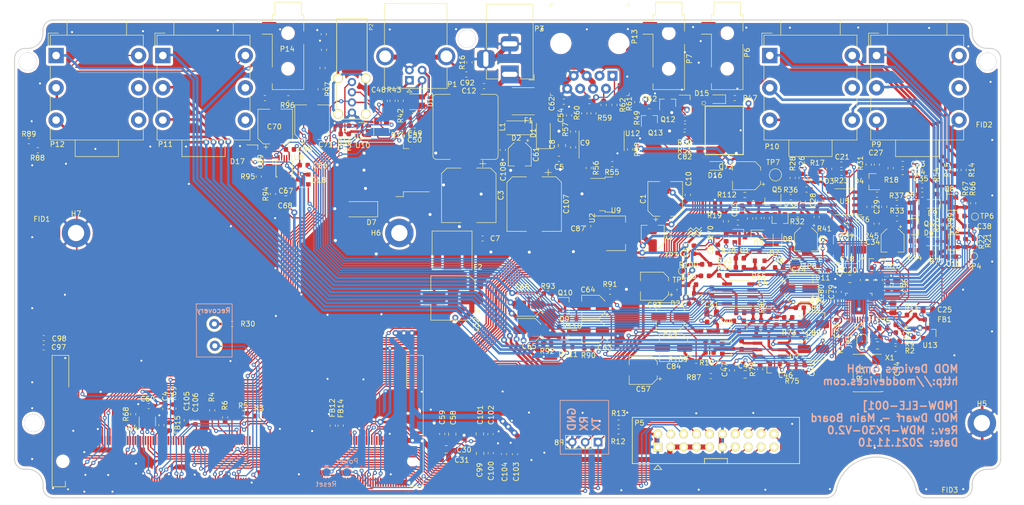
<source format=kicad_pcb>
(kicad_pcb (version 20171130) (host pcbnew 5.1.11-e4df9d881f~92~ubuntu20.04.1)
  (layers (0 F.Cu signal) (1 PWR-5VD.Cu power) (2 GNDD.Cu power) (31 B.Cu signal) (34 B.Paste user) (35 F.Paste user) (36 B.SilkS user) (37 F.SilkS user) (38 B.Mask user) (39 F.Mask user) (44 Edge.Cuts user))
  (net 0 "")
  (net 1 GNDA)
  (net 2 +12V)
  (net 3 +5V)
  (net 4 +5VA)
  (net 5 +3.3VA)
  (net 6 "Net-(C21-Pad1)")
  (net 7 "Net-(C26-Pad1)")
  (net 8 USB_DEV_DET)
  (net 9 "Net-(C49-Pad1)")
  (net 10 "Net-(C52-Pad2)")
  (net 11 +3V3)
  (net 12 CODEC_ADC_A)
  (net 13 CODEC_ADC_B)
  (net 14 "Net-(D1-Pad2)")
  (net 15 "Net-(D7-Pad1)")
  (net 16 USB_DEV_DP)
  (net 17 USB_DEV_DM)
  (net 18 USB_HOST_DM)
  (net 19 USB_HOST_DP)
  (net 20 "Net-(D15-Pad2)")
  (net 21 USB_HOST_DRV)
  (net 22 CLI_UART_RX)
  (net 23 CLI_UART_TX)
  (net 24 IN2_DETECT)
  (net 25 IN1_DETECT)
  (net 26 CHAIN_UART_RE)
  (net 27 CHAIN_UART_DE)
  (net 28 CODEC_I2C_SDA)
  (net 29 CODEC_I2C_SCL)
  (net 30 OUT2_DETECT)
  (net 31 OUT1_DETECT)
  (net 32 CODEC_DAC_A)
  (net 33 CODEC_DAC_B)
  (net 34 RS485_TX+)
  (net 35 RS485_RX+)
  (net 36 RS485_TX-)
  (net 37 RS485_RX-)
  (net 38 "Net-(R3-Pad1)")
  (net 39 "Net-(R4-Pad2)")
  (net 40 "Net-(R5-Pad1)")
  (net 41 "Net-(R6-Pad1)")
  (net 42 "Net-(R7-Pad1)")
  (net 43 "Net-(R9-Pad1)")
  (net 44 "Net-(R10-Pad1)")
  (net 45 "Net-(R56-Pad1)")
  (net 46 "Net-(R59-Pad2)")
  (net 47 "Net-(R60-Pad2)")
  (net 48 "Net-(R61-Pad2)")
  (net 49 "Net-(R62-Pad2)")
  (net 50 "Net-(D15-Pad1)")
  (net 51 "Net-(D16-Pad1)")
  (net 52 UBOOT_BUTTON)
  (net 53 POWER_BUTTON)
  (net 54 "Net-(Q12-Pad3)")
  (net 55 "Net-(Q12-Pad1)")
  (net 56 "Net-(R55-Pad1)")
  (net 57 "Net-(C28-Pad1)")
  (net 58 "Net-(C29-Pad1)")
  (net 59 "Net-(C33-Pad1)")
  (net 60 "Net-(C34-Pad1)")
  (net 61 "Net-(R30-Pad2)")
  (net 62 "Net-(P6-PadR)")
  (net 63 "Net-(C12-Pad1)")
  (net 64 GNDD)
  (net 65 "Net-(C15-Pad1)")
  (net 66 "Net-(C16-Pad1)")
  (net 67 "Net-(C17-Pad1)")
  (net 68 "Net-(C19-Pad1)")
  (net 69 "Net-(C23-Pad1)")
  (net 70 "Net-(C25-Pad2)")
  (net 71 "Net-(C27-Pad1)")
  (net 72 "Net-(C28-Pad2)")
  (net 73 "Net-(C29-Pad2)")
  (net 74 INPUT_BIAS)
  (net 75 OUTPUT_BIAS)
  (net 76 "Net-(C44-Pad2)")
  (net 77 "Net-(C46-Pad2)")
  (net 78 "Net-(C46-Pad1)")
  (net 79 "Net-(C47-Pad2)")
  (net 80 "Net-(C55-Pad2)")
  (net 81 "Net-(C56-Pad2)")
  (net 82 "Net-(C57-Pad2)")
  (net 83 "Net-(C57-Pad1)")
  (net 84 "Net-(C63-Pad2)")
  (net 85 "Net-(C64-Pad2)")
  (net 86 "Net-(C65-Pad2)")
  (net 87 "Net-(C65-Pad1)")
  (net 88 "Net-(C66-Pad1)")
  (net 89 "Net-(C66-Pad2)")
  (net 90 "Net-(C69-Pad1)")
  (net 91 "Net-(C70-Pad2)")
  (net 92 "Net-(C70-Pad1)")
  (net 93 "Net-(C71-Pad1)")
  (net 94 "Net-(C71-Pad2)")
  (net 95 "Net-(D5-Pad1)")
  (net 96 "Net-(D6-Pad1)")
  (net 97 "Net-(D8-Pad1)")
  (net 98 "Net-(D9-Pad1)")
  (net 99 "Net-(P9-PadT)")
  (net 100 "Net-(P10-PadT)")
  (net 101 CODEC_RESET)
  (net 102 IN2_GC1)
  (net 103 IN1_GC1)
  (net 104 "Net-(Q3-Pad1)")
  (net 105 "Net-(Q4-Pad1)")
  (net 106 "Net-(R34-Pad1)")
  (net 107 "Net-(R35-Pad1)")
  (net 108 "Net-(Q5-Pad1)")
  (net 109 "Net-(Q6-Pad1)")
  (net 110 IN2_GC2)
  (net 111 IN1_GC2)
  (net 112 "Net-(R94-Pad2)")
  (net 113 "Net-(R95-Pad2)")
  (net 114 MIDI_UART_RX)
  (net 115 HMI_RFU_TX)
  (net 116 HMI_RFU_RX)
  (net 117 HMI_ISP_ENABLE)
  (net 118 HMI_RESET)
  (net 119 HMI_UART_TX)
  (net 120 HMI_UART_RX)
  (net 121 MIDI_UART_TX)
  (net 122 CODEC_I2S_MCLK)
  (net 123 CODEC_I2S_SDIN)
  (net 124 CODEC_I2S_LRCK)
  (net 125 CODEC_I2S_BCLK)
  (net 126 CODEC_I2S_SDOUT)
  (net 127 CHAIN_UART_TX)
  (net 128 CHAIN_UART_RX)
  (net 129 RESET_BUTTON)
  (net 130 PM_LEDS_SCL)
  (net 131 PM_LEDS_SDA)
  (net 132 "Net-(C83-Pad2)")
  (net 133 "Net-(C84-Pad2)")
  (net 134 "Net-(FB12-Pad1)")
  (net 135 "Net-(FB13-Pad1)")
  (net 136 "Net-(FB14-Pad1)")
  (net 137 "Net-(FB15-Pad1)")
  (net 138 PM_LEDS_OE)
  (net 139 HP_VOL)
  (net 140 HP_CLOCK)
  (net 141 +10V)
  (net 142 "Net-(C8-Pad1)")
  (net 143 "Net-(C13-Pad1)")
  (net 144 "Net-(C14-Pad1)")
  (net 145 "Net-(C22-Pad1)")
  (net 146 "Net-(C35-Pad1)")
  (net 147 "Net-(C40-Pad1)")
  (net 148 "Net-(C42-Pad1)")
  (net 149 "Net-(D12-Pad3)")
  (net 150 "Net-(P14-PadR)")
  (net 151 "Net-(P14-PadT)")
  (net 152 "Net-(C40-Pad2)")
  (net 153 "Net-(C42-Pad2)")
  (net 154 "Net-(C83-Pad1)")
  (net 155 "Net-(C84-Pad1)")
  (net 156 "Net-(D21-Pad3)")
  (net 157 "Net-(D22-Pad3)")
  (net 158 "Net-(R78-Pad2)")
  (net 159 "Net-(R79-Pad2)")
  (net 160 "Net-(R81-Pad2)")
  (net 161 "Net-(R82-Pad2)")
  (net 162 "Net-(C6-Pad1)")
  (net 163 "Net-(C11-Pad1)")
  (net 164 "Net-(C38-Pad1)")
  (net 165 "Net-(C53-Pad1)")
  (net 166 "Net-(C88-Pad1)")
  (net 167 "Net-(C89-Pad1)")
  (net 168 "Net-(C90-Pad1)")
  (net 169 "Net-(C91-Pad1)")
  (net 170 "Net-(C92-Pad2)")
  (net 171 "Net-(C93-Pad2)")
  (net 172 "Net-(P5-Pad8)")
  (net 173 "Net-(P5-Pad10)")
  (net 174 "Net-(C95-Pad1)")
  (net 175 "Net-(R72-Pad2)")
  (net 176 +1V8)
  (net 177 +3V0)
  (net 178 "Net-(P7-PadR)")
  (net 179 "Net-(D2-Pad1)")
  (module Uno:TE_2309409-1 (layer F.Cu) (at 106.31 128.26 180)
    (fp_text reference J1 (at -29.82075 -6.39355) (layer F.SilkS) (effects (font (size 1.001339 1.001339) (thickness 0.015))))
    (fp_text value AS0A823-H4SB-7H)
    (pad 1 smd rect (at 36.875 -4.1 180) (size 0.3 1.75) (layers F.Cu F.Paste F.Mask) (net 64 GNDD))
    (pad 2 smd rect (at 36.625 4.1 180) (size 0.3 1.75) (layers F.Cu F.Paste F.Mask) (net 64 GNDD))
    (pad 3 smd rect (at 36.375 -4.1 180) (size 0.3 1.75) (layers F.Cu F.Paste F.Mask))
    (pad 4 smd rect (at 36.125 4.1 180) (size 0.3 1.75) (layers F.Cu F.Paste F.Mask))
    (pad 5 smd rect (at 35.875 -4.1 180) (size 0.3 1.75) (layers F.Cu F.Paste F.Mask))
    (pad 6 smd rect (at 35.625 4.1 180) (size 0.3 1.75) (layers F.Cu F.Paste F.Mask))
    (pad 7 smd rect (at 35.375 -4.1 180) (size 0.3 1.75) (layers F.Cu F.Paste F.Mask) (net 19 USB_HOST_DP))
    (pad 8 smd rect (at 35.125 4.1 180) (size 0.3 1.75) (layers F.Cu F.Paste F.Mask))
    (pad 9 smd rect (at 34.875 -4.1 180) (size 0.3 1.75) (layers F.Cu F.Paste F.Mask) (net 18 USB_HOST_DM))
    (pad 10 smd rect (at 34.625 4.1 180) (size 0.3 1.75) (layers F.Cu F.Paste F.Mask))
    (pad 11 smd rect (at 34.375 -4.1 180) (size 0.3 1.75) (layers F.Cu F.Paste F.Mask))
    (pad 12 smd rect (at 34.125 4.1 180) (size 0.3 1.75) (layers F.Cu F.Paste F.Mask))
    (pad 13 smd rect (at 33.875 -4.1 180) (size 0.3 1.75) (layers F.Cu F.Paste F.Mask) (net 64 GNDD))
    (pad 14 smd rect (at 33.625 4.1 180) (size 0.3 1.75) (layers F.Cu F.Paste F.Mask))
    (pad 15 smd rect (at 33.375 -4.1 180) (size 0.3 1.75) (layers F.Cu F.Paste F.Mask) (net 64 GNDD))
    (pad 16 smd rect (at 33.125 4.1 180) (size 0.3 1.75) (layers F.Cu F.Paste F.Mask))
    (pad 17 smd rect (at 32.875 -4.1 180) (size 0.3 1.75) (layers F.Cu F.Paste F.Mask) (net 64 GNDD))
    (pad 18 smd rect (at 32.625 4.1 180) (size 0.3 1.75) (layers F.Cu F.Paste F.Mask))
    (pad 19 smd rect (at 32.375 -4.1 180) (size 0.3 1.75) (layers F.Cu F.Paste F.Mask) (net 64 GNDD))
    (pad 20 smd rect (at 32.125 4.1 180) (size 0.3 1.75) (layers F.Cu F.Paste F.Mask))
    (pad 21 smd rect (at 31.875 -4.1 180) (size 0.3 1.75) (layers F.Cu F.Paste F.Mask) (net 64 GNDD))
    (pad 22 smd rect (at 31.625 4.1 180) (size 0.3 1.75) (layers F.Cu F.Paste F.Mask))
    (pad 23 smd rect (at 31.375 -4.1 180) (size 0.3 1.75) (layers F.Cu F.Paste F.Mask) (net 64 GNDD))
    (pad 24 smd rect (at 31.125 4.1 180) (size 0.3 1.75) (layers F.Cu F.Paste F.Mask))
    (pad 25 smd rect (at 30.875 -4.1 180) (size 0.3 1.75) (layers F.Cu F.Paste F.Mask) (net 64 GNDD))
    (pad 26 smd rect (at 30.625 4.1 180) (size 0.3 1.75) (layers F.Cu F.Paste F.Mask) (net 64 GNDD))
    (pad 27 smd rect (at 30.375 -4.1 180) (size 0.3 1.75) (layers F.Cu F.Paste F.Mask) (net 64 GNDD))
    (pad 28 smd rect (at 30.125 4.1 180) (size 0.3 1.75) (layers F.Cu F.Paste F.Mask) (net 140 HP_CLOCK))
    (pad 29 smd rect (at 29.875 -4.1 180) (size 0.3 1.75) (layers F.Cu F.Paste F.Mask) (net 64 GNDD))
    (pad 30 smd rect (at 29.625 4.1 180) (size 0.3 1.75) (layers F.Cu F.Paste F.Mask) (net 64 GNDD))
    (pad 31 smd rect (at 29.375 -4.1 180) (size 0.3 1.75) (layers F.Cu F.Paste F.Mask) (net 64 GNDD))
    (pad 32 smd rect (at 29.125 4.1 180) (size 0.3 1.75) (layers F.Cu F.Paste F.Mask) (net 139 HP_VOL))
    (pad 33 smd rect (at 28.875 -4.1 180) (size 0.3 1.75) (layers F.Cu F.Paste F.Mask) (net 64 GNDD))
    (pad 34 smd rect (at 28.625 4.1 180) (size 0.3 1.75) (layers F.Cu F.Paste F.Mask) (net 21 USB_HOST_DRV))
    (pad 35 smd rect (at 28.375 -4.1 180) (size 0.3 1.75) (layers F.Cu F.Paste F.Mask) (net 64 GNDD))
    (pad 36 smd rect (at 28.125 4.1 180) (size 0.3 1.75) (layers F.Cu F.Paste F.Mask) (net 26 CHAIN_UART_RE))
    (pad 37 smd rect (at 27.875 -4.1 180) (size 0.3 1.75) (layers F.Cu F.Paste F.Mask))
    (pad 38 smd rect (at 27.625 4.1 180) (size 0.3 1.75) (layers F.Cu F.Paste F.Mask))
    (pad 39 smd rect (at 27.375 -4.1 180) (size 0.3 1.75) (layers F.Cu F.Paste F.Mask) (net 22 CLI_UART_RX))
    (pad 40 smd rect (at 27.125 4.1 180) (size 0.3 1.75) (layers F.Cu F.Paste F.Mask) (net 64 GNDD))
    (pad 41 smd rect (at 26.875 -4.1 180) (size 0.3 1.75) (layers F.Cu F.Paste F.Mask) (net 23 CLI_UART_TX))
    (pad 42 smd rect (at 26.625 4.1 180) (size 0.3 1.75) (layers F.Cu F.Paste F.Mask) (net 27 CHAIN_UART_DE))
    (pad 43 smd rect (at 26.375 -4.1 180) (size 0.3 1.75) (layers F.Cu F.Paste F.Mask) (net 30 OUT2_DETECT))
    (pad 44 smd rect (at 26.125 4.1 180) (size 0.3 1.75) (layers F.Cu F.Paste F.Mask) (net 127 CHAIN_UART_TX))
    (pad 45 smd rect (at 25.875 -4.1 180) (size 0.3 1.75) (layers F.Cu F.Paste F.Mask) (net 31 OUT1_DETECT))
    (pad 46 smd rect (at 25.625 4.1 180) (size 0.3 1.75) (layers F.Cu F.Paste F.Mask))
    (pad 47 smd rect (at 25.375 -4.1 180) (size 0.3 1.75) (layers F.Cu F.Paste F.Mask) (net 121 MIDI_UART_TX))
    (pad 48 smd rect (at 25.125 4.1 180) (size 0.3 1.75) (layers F.Cu F.Paste F.Mask))
    (pad 49 smd rect (at 24.875 -4.1 180) (size 0.3 1.75) (layers F.Cu F.Paste F.Mask) (net 114 MIDI_UART_RX))
    (pad 50 smd rect (at 24.625 4.1 180) (size 0.3 1.75) (layers F.Cu F.Paste F.Mask))
    (pad 51 smd rect (at 24.375 -4.1 180) (size 0.3 1.75) (layers F.Cu F.Paste F.Mask) (net 64 GNDD))
    (pad 52 smd rect (at 24.125 4.1 180) (size 0.3 1.75) (layers F.Cu F.Paste F.Mask))
    (pad 53 smd rect (at 23.875 -4.1 180) (size 0.3 1.75) (layers F.Cu F.Paste F.Mask) (net 64 GNDD))
    (pad 54 smd rect (at 23.625 4.1 180) (size 0.3 1.75) (layers F.Cu F.Paste F.Mask))
    (pad 55 smd rect (at 23.375 -4.1 180) (size 0.3 1.75) (layers F.Cu F.Paste F.Mask) (net 64 GNDD))
    (pad 56 smd rect (at 23.125 4.1 180) (size 0.3 1.75) (layers F.Cu F.Paste F.Mask))
    (pad 57 smd rect (at 22.875 -4.1 180) (size 0.3 1.75) (layers F.Cu F.Paste F.Mask) (net 64 GNDD))
    (pad 58 smd rect (at 22.625 4.1 180) (size 0.3 1.75) (layers F.Cu F.Paste F.Mask) (net 64 GNDD))
    (pad 59 smd rect (at 22.375 -4.1 180) (size 0.3 1.75) (layers F.Cu F.Paste F.Mask) (net 64 GNDD))
    (pad 60 smd rect (at 22.125 4.1 180) (size 0.3 1.75) (layers F.Cu F.Paste F.Mask))
    (pad 61 smd rect (at 21.875 -4.1 180) (size 0.3 1.75) (layers F.Cu F.Paste F.Mask))
    (pad 62 smd rect (at 21.625 4.1 180) (size 0.3 1.75) (layers F.Cu F.Paste F.Mask))
    (pad 63 smd rect (at 21.375 -4.1 180) (size 0.3 1.75) (layers F.Cu F.Paste F.Mask) (net 64 GNDD))
    (pad 64 smd rect (at 21.125 4.1 180) (size 0.3 1.75) (layers F.Cu F.Paste F.Mask) (net 120 HMI_UART_RX))
    (pad 65 smd rect (at 20.875 -4.1 180) (size 0.3 1.75) (layers F.Cu F.Paste F.Mask) (net 64 GNDD))
    (pad 66 smd rect (at 20.625 4.1 180) (size 0.3 1.75) (layers F.Cu F.Paste F.Mask) (net 119 HMI_UART_TX))
    (pad 67 smd rect (at 20.375 -4.1 180) (size 0.3 1.75) (layers F.Cu F.Paste F.Mask) (net 130 PM_LEDS_SCL))
    (pad 68 smd rect (at 20.125 4.1 180) (size 0.3 1.75) (layers F.Cu F.Paste F.Mask))
    (pad 69 smd rect (at 19.875 -4.1 180) (size 0.3 1.75) (layers F.Cu F.Paste F.Mask) (net 131 PM_LEDS_SDA))
    (pad 70 smd rect (at 19.625 4.1 180) (size 0.3 1.75) (layers F.Cu F.Paste F.Mask) (net 135 "Net-(FB13-Pad1)"))
    (pad 71 smd rect (at 19.375 -4.1 180) (size 0.3 1.75) (layers F.Cu F.Paste F.Mask))
    (pad 72 smd rect (at 19.125 4.1 180) (size 0.3 1.75) (layers F.Cu F.Paste F.Mask))
    (pad 73 smd rect (at 18.875 -4.1 180) (size 0.3 1.75) (layers F.Cu F.Paste F.Mask) (net 128 CHAIN_UART_RX))
    (pad 74 smd rect (at 18.625 4.1 180) (size 0.3 1.75) (layers F.Cu F.Paste F.Mask) (net 137 "Net-(FB15-Pad1)"))
    (pad 75 smd rect (at 18.375 -4.1 180) (size 0.3 1.75) (layers F.Cu F.Paste F.Mask))
    (pad 76 smd rect (at 18.125 4.1 180) (size 0.3 1.75) (layers F.Cu F.Paste F.Mask))
    (pad 77 smd rect (at 17.875 -4.1 180) (size 0.3 1.75) (layers F.Cu F.Paste F.Mask) (net 64 GNDD))
    (pad 78 smd rect (at 17.625 4.1 180) (size 0.3 1.75) (layers F.Cu F.Paste F.Mask))
    (pad 79 smd rect (at 17.375 -4.1 180) (size 0.3 1.75) (layers F.Cu F.Paste F.Mask))
    (pad 80 smd rect (at 17.125 4.1 180) (size 0.3 1.75) (layers F.Cu F.Paste F.Mask))
    (pad 81 smd rect (at 16.875 -4.1 180) (size 0.3 1.75) (layers F.Cu F.Paste F.Mask))
    (pad 82 smd rect (at 16.625 4.1 180) (size 0.3 1.75) (layers F.Cu F.Paste F.Mask))
    (pad 83 smd rect (at 16.375 -4.1 180) (size 0.3 1.75) (layers F.Cu F.Paste F.Mask))
    (pad 84 smd rect (at 16.125 4.1 180) (size 0.3 1.75) (layers F.Cu F.Paste F.Mask))
    (pad 85 smd rect (at 15.875 -4.1 180) (size 0.3 1.75) (layers F.Cu F.Paste F.Mask))
    (pad 86 smd rect (at 15.625 4.1 180) (size 0.3 1.75) (layers F.Cu F.Paste F.Mask))
    (pad 87 smd rect (at 15.375 -4.1 180) (size 0.3 1.75) (layers F.Cu F.Paste F.Mask) (net 28 CODEC_I2C_SDA))
    (pad 88 smd rect (at 15.125 4.1 180) (size 0.3 1.75) (layers F.Cu F.Paste F.Mask))
    (pad 89 smd rect (at 14.875 -4.1 180) (size 0.3 1.75) (layers F.Cu F.Paste F.Mask) (net 29 CODEC_I2C_SCL))
    (pad 90 smd rect (at 14.625 4.1 180) (size 0.3 1.75) (layers F.Cu F.Paste F.Mask))
    (pad 91 smd rect (at 14.375 -4.1 180) (size 0.3 1.75) (layers F.Cu F.Paste F.Mask))
    (pad 92 smd rect (at 14.125 4.1 180) (size 0.3 1.75) (layers F.Cu F.Paste F.Mask))
    (pad 93 smd rect (at 13.875 -4.1 180) (size 0.3 1.75) (layers F.Cu F.Paste F.Mask))
    (pad 94 smd rect (at 13.625 4.1 180) (size 0.3 1.75) (layers F.Cu F.Paste F.Mask))
    (pad 95 smd rect (at 13.375 -4.1 180) (size 0.3 1.75) (layers F.Cu F.Paste F.Mask))
    (pad 96 smd rect (at 13.125 4.1 180) (size 0.3 1.75) (layers F.Cu F.Paste F.Mask))
    (pad 97 smd rect (at 12.875 -4.1 180) (size 0.3 1.75) (layers F.Cu F.Paste F.Mask))
    (pad 98 smd rect (at 12.625 4.1 180) (size 0.3 1.75) (layers F.Cu F.Paste F.Mask))
    (pad 99 smd rect (at 12.375 -4.1 180) (size 0.3 1.75) (layers F.Cu F.Paste F.Mask))
    (pad 100 smd rect (at 12.125 4.1 180) (size 0.3 1.75) (layers F.Cu F.Paste F.Mask))
    (pad 101 smd rect (at 11.875 -4.1 180) (size 0.3 1.75) (layers F.Cu F.Paste F.Mask) (net 64 GNDD))
    (pad 102 smd rect (at 11.625 4.1 180) (size 0.3 1.75) (layers F.Cu F.Paste F.Mask) (net 138 PM_LEDS_OE))
    (pad 103 smd rect (at 11.375 -4.1 180) (size 0.3 1.75) (layers F.Cu F.Paste F.Mask))
    (pad 104 smd rect (at 11.125 4.1 180) (size 0.3 1.75) (layers F.Cu F.Paste F.Mask) (net 115 HMI_RFU_TX))
    (pad 105 smd rect (at 10.875 -4.1 180) (size 0.3 1.75) (layers F.Cu F.Paste F.Mask))
    (pad 106 smd rect (at 10.625 4.1 180) (size 0.3 1.75) (layers F.Cu F.Paste F.Mask) (net 116 HMI_RFU_RX))
    (pad 107 smd rect (at 10.375 -4.1 180) (size 0.3 1.75) (layers F.Cu F.Paste F.Mask))
    (pad 108 smd rect (at 10.125 4.1 180) (size 0.3 1.75) (layers F.Cu F.Paste F.Mask))
    (pad 109 smd rect (at 9.875 -4.1 180) (size 0.3 1.75) (layers F.Cu F.Paste F.Mask))
    (pad 110 smd rect (at 9.625 4.1 180) (size 0.3 1.75) (layers F.Cu F.Paste F.Mask))
    (pad 111 smd rect (at 9.375 -4.1 180) (size 0.3 1.75) (layers F.Cu F.Paste F.Mask))
    (pad 112 smd rect (at 9.125 4.1 180) (size 0.3 1.75) (layers F.Cu F.Paste F.Mask) (net 64 GNDD))
    (pad 113 smd rect (at 8.875 -4.1 180) (size 0.3 1.75) (layers F.Cu F.Paste F.Mask))
    (pad 114 smd rect (at 8.625 4.1 180) (size 0.3 1.75) (layers F.Cu F.Paste F.Mask))
    (pad 115 smd rect (at 8.375 -4.1 180) (size 0.3 1.75) (layers F.Cu F.Paste F.Mask))
    (pad 116 smd rect (at 8.125 4.1 180) (size 0.3 1.75) (layers F.Cu F.Paste F.Mask))
    (pad 117 smd rect (at 7.875 -4.1 180) (size 0.3 1.75) (layers F.Cu F.Paste F.Mask) (net 118 HMI_RESET))
    (pad 118 smd rect (at 7.625 4.1 180) (size 0.3 1.75) (layers F.Cu F.Paste F.Mask))
    (pad 119 smd rect (at 7.375 -4.1 180) (size 0.3 1.75) (layers F.Cu F.Paste F.Mask) (net 117 HMI_ISP_ENABLE))
    (pad 120 smd rect (at 7.125 4.1 180) (size 0.3 1.75) (layers F.Cu F.Paste F.Mask))
    (pad 121 smd rect (at 6.875 -4.1 180) (size 0.3 1.75) (layers F.Cu F.Paste F.Mask))
    (pad 122 smd rect (at 6.625 4.1 180) (size 0.3 1.75) (layers F.Cu F.Paste F.Mask))
    (pad 123 smd rect (at 6.375 -4.1 180) (size 0.3 1.75) (layers F.Cu F.Paste F.Mask) (net 64 GNDD))
    (pad 124 smd rect (at 6.125 4.1 180) (size 0.3 1.75) (layers F.Cu F.Paste F.Mask))
    (pad 125 smd rect (at 5.875 -4.1 180) (size 0.3 1.75) (layers F.Cu F.Paste F.Mask))
    (pad 126 smd rect (at 5.625 4.1 180) (size 0.3 1.75) (layers F.Cu F.Paste F.Mask) (net 126 CODEC_I2S_SDOUT))
    (pad 127 smd rect (at 5.375 -4.1 180) (size 0.3 1.75) (layers F.Cu F.Paste F.Mask))
    (pad 128 smd rect (at 5.125 4.1 180) (size 0.3 1.75) (layers F.Cu F.Paste F.Mask) (net 125 CODEC_I2S_BCLK))
    (pad 129 smd rect (at 4.875 -4.1 180) (size 0.3 1.75) (layers F.Cu F.Paste F.Mask))
    (pad 130 smd rect (at 4.625 4.1 180) (size 0.3 1.75) (layers F.Cu F.Paste F.Mask) (net 124 CODEC_I2S_LRCK))
    (pad 131 smd rect (at 4.375 -4.1 180) (size 0.3 1.75) (layers F.Cu F.Paste F.Mask))
    (pad 132 smd rect (at 4.125 4.1 180) (size 0.3 1.75) (layers F.Cu F.Paste F.Mask) (net 64 GNDD))
    (pad 133 smd rect (at 3.875 -4.1 180) (size 0.3 1.75) (layers F.Cu F.Paste F.Mask) (net 16 USB_DEV_DP))
    (pad 134 smd rect (at 3.625 4.1 180) (size 0.3 1.75) (layers F.Cu F.Paste F.Mask) (net 123 CODEC_I2S_SDIN))
    (pad 135 smd rect (at 3.375 -4.1 180) (size 0.3 1.75) (layers F.Cu F.Paste F.Mask) (net 17 USB_DEV_DM))
    (pad 136 smd rect (at 3.125 4.1 180) (size 0.3 1.75) (layers F.Cu F.Paste F.Mask) (net 122 CODEC_I2S_MCLK))
    (pad 137 smd rect (at 2.875 -4.1 180) (size 0.3 1.75) (layers F.Cu F.Paste F.Mask))
    (pad 138 smd rect (at 2.625 4.1 180) (size 0.3 1.75) (layers F.Cu F.Paste F.Mask))
    (pad 139 smd rect (at 2.375 -4.1 180) (size 0.3 1.75) (layers F.Cu F.Paste F.Mask))
    (pad 140 smd rect (at 2.125 4.1 180) (size 0.3 1.75) (layers F.Cu F.Paste F.Mask))
    (pad 141 smd rect (at 1.875 -4.1 180) (size 0.3 1.75) (layers F.Cu F.Paste F.Mask))
    (pad 142 smd rect (at 1.625 4.1 180) (size 0.3 1.75) (layers F.Cu F.Paste F.Mask))
    (pad 143 smd rect (at 1.375 -4.1 180) (size 0.3 1.75) (layers F.Cu F.Paste F.Mask) (net 64 GNDD))
    (pad 144 smd rect (at 1.125 4.1 180) (size 0.3 1.75) (layers F.Cu F.Paste F.Mask))
    (pad 145 smd rect (at -1.125 -4.1 180) (size 0.3 1.75) (layers F.Cu F.Paste F.Mask) (net 8 USB_DEV_DET))
    (pad 146 smd rect (at -1.375 4.1 180) (size 0.3 1.75) (layers F.Cu F.Paste F.Mask))
    (pad 147 smd rect (at -1.625 -4.1 180) (size 0.3 1.75) (layers F.Cu F.Paste F.Mask))
    (pad 148 smd rect (at -1.875 4.1 180) (size 0.3 1.75) (layers F.Cu F.Paste F.Mask))
    (pad 149 smd rect (at -2.125 -4.1 180) (size 0.3 1.75) (layers F.Cu F.Paste F.Mask))
    (pad 150 smd rect (at -2.375 4.1 180) (size 0.3 1.75) (layers F.Cu F.Paste F.Mask))
    (pad 151 smd rect (at -2.625 -4.1 180) (size 0.3 1.75) (layers F.Cu F.Paste F.Mask))
    (pad 152 smd rect (at -2.875 4.1 180) (size 0.3 1.75) (layers F.Cu F.Paste F.Mask) (net 52 UBOOT_BUTTON))
    (pad 153 smd rect (at -3.125 -4.1 180) (size 0.3 1.75) (layers F.Cu F.Paste F.Mask))
    (pad 154 smd rect (at -3.375 4.1 180) (size 0.3 1.75) (layers F.Cu F.Paste F.Mask))
    (pad 155 smd rect (at -3.625 -4.1 180) (size 0.3 1.75) (layers F.Cu F.Paste F.Mask) (net 64 GNDD))
    (pad 156 smd rect (at -3.875 4.1 180) (size 0.3 1.75) (layers F.Cu F.Paste F.Mask))
    (pad 157 smd rect (at -4.125 -4.1 180) (size 0.3 1.75) (layers F.Cu F.Paste F.Mask))
    (pad 158 smd rect (at -4.375 4.1 180) (size 0.3 1.75) (layers F.Cu F.Paste F.Mask))
    (pad 159 smd rect (at -4.625 -4.1 180) (size 0.3 1.75) (layers F.Cu F.Paste F.Mask))
    (pad 160 smd rect (at -4.875 4.1 180) (size 0.3 1.75) (layers F.Cu F.Paste F.Mask))
    (pad 161 smd rect (at -5.125 -4.1 180) (size 0.3 1.75) (layers F.Cu F.Paste F.Mask))
    (pad 162 smd rect (at -5.375 4.1 180) (size 0.3 1.75) (layers F.Cu F.Paste F.Mask))
    (pad 163 smd rect (at -5.625 -4.1 180) (size 0.3 1.75) (layers F.Cu F.Paste F.Mask))
    (pad 164 smd rect (at -5.875 4.1 180) (size 0.3 1.75) (layers F.Cu F.Paste F.Mask))
    (pad 165 smd rect (at -6.125 -4.1 180) (size 0.3 1.75) (layers F.Cu F.Paste F.Mask))
    (pad 166 smd rect (at -6.375 4.1 180) (size 0.3 1.75) (layers F.Cu F.Paste F.Mask))
    (pad 167 smd rect (at -6.625 -4.1 180) (size 0.3 1.75) (layers F.Cu F.Paste F.Mask))
    (pad 168 smd rect (at -6.875 4.1 180) (size 0.3 1.75) (layers F.Cu F.Paste F.Mask))
    (pad 169 smd rect (at -7.125 -4.1 180) (size 0.3 1.75) (layers F.Cu F.Paste F.Mask))
    (pad 170 smd rect (at -7.375 4.1 180) (size 0.3 1.75) (layers F.Cu F.Paste F.Mask))
    (pad 171 smd rect (at -7.625 -4.1 180) (size 0.3 1.75) (layers F.Cu F.Paste F.Mask))
    (pad 172 smd rect (at -7.875 4.1 180) (size 0.3 1.75) (layers F.Cu F.Paste F.Mask))
    (pad 173 smd rect (at -8.125 -4.1 180) (size 0.3 1.75) (layers F.Cu F.Paste F.Mask) (net 64 GNDD))
    (pad 174 smd rect (at -8.375 4.1 180) (size 0.3 1.75) (layers F.Cu F.Paste F.Mask))
    (pad 175 smd rect (at -8.625 -4.1 180) (size 0.3 1.75) (layers F.Cu F.Paste F.Mask) (net 64 GNDD))
    (pad 176 smd rect (at -8.875 4.1 180) (size 0.3 1.75) (layers F.Cu F.Paste F.Mask))
    (pad 177 smd rect (at -9.125 -4.1 180) (size 0.3 1.75) (layers F.Cu F.Paste F.Mask) (net 64 GNDD))
    (pad 178 smd rect (at -9.375 4.1 180) (size 0.3 1.75) (layers F.Cu F.Paste F.Mask))
    (pad 179 smd rect (at -9.625 -4.1 180) (size 0.3 1.75) (layers F.Cu F.Paste F.Mask))
    (pad 180 smd rect (at -9.875 4.1 180) (size 0.3 1.75) (layers F.Cu F.Paste F.Mask) (net 64 GNDD))
    (pad 181 smd rect (at -10.125 -4.1 180) (size 0.3 1.75) (layers F.Cu F.Paste F.Mask))
    (pad 182 smd rect (at -10.375 4.1 180) (size 0.3 1.75) (layers F.Cu F.Paste F.Mask))
    (pad 183 smd rect (at -10.625 -4.1 180) (size 0.3 1.75) (layers F.Cu F.Paste F.Mask))
    (pad 184 smd rect (at -10.875 4.1 180) (size 0.3 1.75) (layers F.Cu F.Paste F.Mask))
    (pad 185 smd rect (at -11.125 -4.1 180) (size 0.3 1.75) (layers F.Cu F.Paste F.Mask))
    (pad 186 smd rect (at -11.375 4.1 180) (size 0.3 1.75) (layers F.Cu F.Paste F.Mask))
    (pad 187 smd rect (at -11.625 -4.1 180) (size 0.3 1.75) (layers F.Cu F.Paste F.Mask))
    (pad 188 smd rect (at -11.875 4.1 180) (size 0.3 1.75) (layers F.Cu F.Paste F.Mask))
    (pad 189 smd rect (at -12.125 -4.1 180) (size 0.3 1.75) (layers F.Cu F.Paste F.Mask))
    (pad 190 smd rect (at -12.375 4.1 180) (size 0.3 1.75) (layers F.Cu F.Paste F.Mask) (net 64 GNDD))
    (pad 191 smd rect (at -12.625 -4.1 180) (size 0.3 1.75) (layers F.Cu F.Paste F.Mask))
    (pad 192 smd rect (at -12.875 4.1 180) (size 0.3 1.75) (layers F.Cu F.Paste F.Mask))
    (pad 193 smd rect (at -13.125 -4.1 180) (size 0.3 1.75) (layers F.Cu F.Paste F.Mask) (net 64 GNDD))
    (pad 194 smd rect (at -13.375 4.1 180) (size 0.3 1.75) (layers F.Cu F.Paste F.Mask))
    (pad 195 smd rect (at -13.625 -4.1 180) (size 0.3 1.75) (layers F.Cu F.Paste F.Mask) (net 64 GNDD))
    (pad 196 smd rect (at -13.875 4.1 180) (size 0.3 1.75) (layers F.Cu F.Paste F.Mask))
    (pad 197 smd rect (at -14.125 -4.1 180) (size 0.3 1.75) (layers F.Cu F.Paste F.Mask))
    (pad 198 smd rect (at -14.375 4.1 180) (size 0.3 1.75) (layers F.Cu F.Paste F.Mask) (net 101 CODEC_RESET))
    (pad 199 smd rect (at -14.625 -4.1 180) (size 0.3 1.75) (layers F.Cu F.Paste F.Mask))
    (pad 200 smd rect (at -14.875 4.1 180) (size 0.3 1.75) (layers F.Cu F.Paste F.Mask))
    (pad 201 smd rect (at -15.125 -4.1 180) (size 0.3 1.75) (layers F.Cu F.Paste F.Mask))
    (pad 202 smd rect (at -15.375 4.1 180) (size 0.3 1.75) (layers F.Cu F.Paste F.Mask))
    (pad 203 smd rect (at -15.625 -4.1 180) (size 0.3 1.75) (layers F.Cu F.Paste F.Mask))
    (pad 204 smd rect (at -15.875 4.1 180) (size 0.3 1.75) (layers F.Cu F.Paste F.Mask) (net 134 "Net-(FB12-Pad1)"))
    (pad 205 smd rect (at -16.125 -4.1 180) (size 0.3 1.75) (layers F.Cu F.Paste F.Mask) (net 64 GNDD))
    (pad 206 smd rect (at -16.375 4.1 180) (size 0.3 1.75) (layers F.Cu F.Paste F.Mask))
    (pad 207 smd rect (at -16.625 -4.1 180) (size 0.3 1.75) (layers F.Cu F.Paste F.Mask))
    (pad 208 smd rect (at -16.875 4.1 180) (size 0.3 1.75) (layers F.Cu F.Paste F.Mask))
    (pad 209 smd rect (at -17.125 -4.1 180) (size 0.3 1.75) (layers F.Cu F.Paste F.Mask))
    (pad 210 smd rect (at -17.375 4.1 180) (size 0.3 1.75) (layers F.Cu F.Paste F.Mask) (net 136 "Net-(FB14-Pad1)"))
    (pad 211 smd rect (at -17.625 -4.1 180) (size 0.3 1.75) (layers F.Cu F.Paste F.Mask))
    (pad 212 smd rect (at -17.875 4.1 180) (size 0.3 1.75) (layers F.Cu F.Paste F.Mask) (net 24 IN2_DETECT))
    (pad 213 smd rect (at -18.125 -4.1 180) (size 0.3 1.75) (layers F.Cu F.Paste F.Mask))
    (pad 214 smd rect (at -18.375 4.1 180) (size 0.3 1.75) (layers F.Cu F.Paste F.Mask))
    (pad 215 smd rect (at -18.625 -4.1 180) (size 0.3 1.75) (layers F.Cu F.Paste F.Mask))
    (pad 216 smd rect (at -18.875 4.1 180) (size 0.3 1.75) (layers F.Cu F.Paste F.Mask) (net 25 IN1_DETECT))
    (pad 217 smd rect (at -19.125 -4.1 180) (size 0.3 1.75) (layers F.Cu F.Paste F.Mask))
    (pad 218 smd rect (at -19.375 4.1 180) (size 0.3 1.75) (layers F.Cu F.Paste F.Mask) (net 129 RESET_BUTTON))
    (pad 219 smd rect (at -19.625 -4.1 180) (size 0.3 1.75) (layers F.Cu F.Paste F.Mask) (net 64 GNDD))
    (pad 220 smd rect (at -19.875 4.1 180) (size 0.3 1.75) (layers F.Cu F.Paste F.Mask))
    (pad 221 smd rect (at -20.125 -4.1 180) (size 0.3 1.75) (layers F.Cu F.Paste F.Mask) (net 53 POWER_BUTTON))
    (pad 222 smd rect (at -20.375 4.1 180) (size 0.3 1.75) (layers F.Cu F.Paste F.Mask))
    (pad 223 smd rect (at -20.625 -4.1 180) (size 0.3 1.75) (layers F.Cu F.Paste F.Mask) (net 4 +5VA))
    (pad 224 smd rect (at -20.875 4.1 180) (size 0.3 1.75) (layers F.Cu F.Paste F.Mask) (net 64 GNDD))
    (pad 225 smd rect (at -21.125 -4.1 180) (size 0.3 1.75) (layers F.Cu F.Paste F.Mask) (net 11 +3V3))
    (pad 226 smd rect (at -21.375 4.1 180) (size 0.3 1.75) (layers F.Cu F.Paste F.Mask) (net 11 +3V3))
    (pad 227 smd rect (at -21.625 -4.1 180) (size 0.3 1.75) (layers F.Cu F.Paste F.Mask) (net 177 +3V0))
    (pad 228 smd rect (at -21.875 4.1 180) (size 0.3 1.75) (layers F.Cu F.Paste F.Mask) (net 176 +1V8))
    (pad 229 smd rect (at -22.125 -4.1 180) (size 0.3 1.75) (layers F.Cu F.Paste F.Mask) (net 176 +1V8))
    (pad 230 smd rect (at -22.375 4.1 180) (size 0.3 1.75) (layers F.Cu F.Paste F.Mask) (net 64 GNDD))
    (pad 231 smd rect (at -22.625 -4.1 180) (size 0.3 1.75) (layers F.Cu F.Paste F.Mask))
    (pad 232 smd rect (at -22.875 4.1 180) (size 0.3 1.75) (layers F.Cu F.Paste F.Mask) (net 3 +5V))
    (pad 233 smd rect (at -23.125 -4.1 180) (size 0.3 1.75) (layers F.Cu F.Paste F.Mask) (net 4 +5VA))
    (pad 234 smd rect (at -23.375 4.1 180) (size 0.3 1.75) (layers F.Cu F.Paste F.Mask) (net 11 +3V3))
    (pad 235 smd rect (at -23.625 -4.1 180) (size 0.3 1.75) (layers F.Cu F.Paste F.Mask) (net 11 +3V3))
    (pad 236 smd rect (at -23.875 4.1 180) (size 0.3 1.75) (layers F.Cu F.Paste F.Mask))
    (pad 237 smd rect (at -24.125 -4.1 180) (size 0.3 1.75) (layers F.Cu F.Paste F.Mask) (net 11 +3V3))
    (pad 238 smd rect (at -24.375 4.1 180) (size 0.3 1.75) (layers F.Cu F.Paste F.Mask) (net 11 +3V3))
    (pad 239 smd rect (at -24.625 -4.1 180) (size 0.3 1.75) (layers F.Cu F.Paste F.Mask) (net 11 +3V3))
    (pad 240 smd rect (at -24.875 4.1 180) (size 0.3 1.75) (layers F.Cu F.Paste F.Mask) (net 64 GNDD))
    (pad 241 smd rect (at -25.125 -4.1 180) (size 0.3 1.75) (layers F.Cu F.Paste F.Mask) (net 64 GNDD))
    (pad 242 smd rect (at -25.375 4.1 180) (size 0.3 1.75) (layers F.Cu F.Paste F.Mask) (net 64 GNDD))
    (pad 243 smd rect (at -25.625 -4.1 180) (size 0.3 1.75) (layers F.Cu F.Paste F.Mask) (net 64 GNDD))
    (pad 244 smd rect (at -25.875 4.1 180) (size 0.3 1.75) (layers F.Cu F.Paste F.Mask) (net 64 GNDD))
    (pad 245 smd rect (at -26.125 -4.1 180) (size 0.3 1.75) (layers F.Cu F.Paste F.Mask) (net 64 GNDD))
    (pad 246 smd rect (at -26.375 4.1 180) (size 0.3 1.75) (layers F.Cu F.Paste F.Mask) (net 64 GNDD))
    (pad 247 smd rect (at -26.625 -4.1 180) (size 0.3 1.75) (layers F.Cu F.Paste F.Mask) (net 64 GNDD))
    (pad 248 smd rect (at -26.875 4.1 180) (size 0.3 1.75) (layers F.Cu F.Paste F.Mask) (net 64 GNDD))
    (pad 249 smd rect (at -27.125 -4.1 180) (size 0.3 1.75) (layers F.Cu F.Paste F.Mask) (net 64 GNDD))
    (pad 250 smd rect (at -27.375 4.1 180) (size 0.3 1.75) (layers F.Cu F.Paste F.Mask) (net 64 GNDD))
    (pad 251 smd rect (at -27.625 -4.1 180) (size 0.3 1.75) (layers F.Cu F.Paste F.Mask) (net 3 +5V))
    (pad 252 smd rect (at -27.875 4.1 180) (size 0.3 1.75) (layers F.Cu F.Paste F.Mask) (net 3 +5V))
    (pad 253 smd rect (at -28.125 -4.1 180) (size 0.3 1.75) (layers F.Cu F.Paste F.Mask) (net 3 +5V))
    (pad 254 smd rect (at -28.375 4.1 180) (size 0.3 1.75) (layers F.Cu F.Paste F.Mask) (net 3 +5V))
    (pad 255 smd rect (at -28.625 -4.1 180) (size 0.3 1.75) (layers F.Cu F.Paste F.Mask) (net 3 +5V))
    (pad 256 smd rect (at -28.875 4.1 180) (size 0.3 1.75) (layers F.Cu F.Paste F.Mask) (net 3 +5V))
    (pad 257 smd rect (at -29.125 -4.1 180) (size 0.3 1.75) (layers F.Cu F.Paste F.Mask) (net 3 +5V))
    (pad 258 smd rect (at -29.375 4.1 180) (size 0.3 1.75) (layers F.Cu F.Paste F.Mask) (net 3 +5V))
    (pad 259 smd rect (at -29.625 -4.1 180) (size 0.3 1.75) (layers F.Cu F.Paste F.Mask) (net 3 +5V))
    (pad 260 smd rect (at -29.875 4.1 180) (size 0.3 1.75) (layers F.Cu F.Paste F.Mask) (net 3 +5V))
    (pad None np_thru_hole circle (at 37.9 0 180) (size 1.65 1.65) (drill 1.65) (layers *.Cu *.Mask))
    (pad None np_thru_hole circle (at -30.9 0 180) (size 1.15 1.15) (drill 1.15) (layers *.Cu *.Mask))
    (pad S2 smd rect (at -30.3 12 180) (size 3.5 4.6) (layers F.Cu F.Paste F.Mask))
    (pad S1 smd rect (at 37.3 12 180) (size 3.5 4.6) (layers F.Cu F.Paste F.Mask))
  )
  (module Resistor_SMD:R_0603_1608Metric (layer F.Cu) (at 238.775 100.375)
    (fp_text reference FB1 (at 3.085 -0.015) (layer F.SilkS))
    (fp_text value Ferrite_Bead hide)
    (pad 1 smd roundrect (at -0.7875 0) (size 0.875 0.95) (layers F.Cu F.Paste F.Mask) (net 5 +3.3VA))
    (pad 2 smd roundrect (at 0.7875 0) (size 0.875 0.95) (layers F.Cu F.Paste F.Mask) (net 70 "Net-(C25-Pad2)"))
  )
  (module Diode_SMD:D_SOD-323 (layer F.Cu) (at 197.31 57.02 180)
    (fp_text reference D15 (at 3.20184 1.16446) (layer F.SilkS))
    (fp_text value 1N4148)
    (pad 2 smd rect (at 1.05 0 180) (size 0.6 0.45) (layers F.Cu F.Paste F.Mask) (net 20 "Net-(D15-Pad2)"))
    (pad 1 smd rect (at -1.05 0 180) (size 0.6 0.45) (layers F.Cu F.Paste F.Mask) (net 50 "Net-(D15-Pad1)"))
  )
  (module Connector_PinHeader_2.54mm:PinHeader_1x03_P2.54mm_Vertical (layer F.Cu) (at 173.71 124.49 270)
    (fp_text reference P8 (at 0.08 7.65 180) (layer F.SilkS) (effects (justify mirror)))
    (fp_text value SERIAL_DEBUG hide)
    (pad 1 thru_hole rect (at 0 0 270) (size 1.7 1.7) (drill 1) (layers *.Cu *.Mask) (net 23 CLI_UART_TX))
    (pad 2 thru_hole oval (at 0 2.54 270) (size 1.7 1.7) (drill 1) (layers *.Cu *.Mask) (net 22 CLI_UART_RX))
    (pad 3 thru_hole oval (at 0 5.08 270) (size 1.7 1.7) (drill 1) (layers *.Cu *.Mask) (net 64 GNDD))
  )
  (module Uno:Pin_Header_Straight_2x10_Shrouded (layer F.Cu) (at 185.46 125.43 90)
    (fp_text reference P5 (at 4.72 -3.62 180) (layer F.SilkS))
    (fp_text value HMI_DATA)
    (pad 20 thru_hole oval (at 2.54 22.86 90) (size 1.7272 1.7272) (drill 1.016) (layers *.Cu *.Mask F.SilkS) (net 131 PM_LEDS_SDA))
    (pad 19 thru_hole oval (at 0 22.86 90) (size 1.7272 1.7272) (drill 1.016) (layers *.Cu *.Mask F.SilkS) (net 120 HMI_UART_RX))
    (pad 18 thru_hole oval (at 2.54 20.32 90) (size 1.7272 1.7272) (drill 1.016) (layers *.Cu *.Mask F.SilkS) (net 130 PM_LEDS_SCL))
    (pad 17 thru_hole oval (at 0 20.32 90) (size 1.7272 1.7272) (drill 1.016) (layers *.Cu *.Mask F.SilkS) (net 119 HMI_UART_TX))
    (pad 16 thru_hole oval (at 2.54 17.78 90) (size 1.7272 1.7272) (drill 1.016) (layers *.Cu *.Mask F.SilkS) (net 138 PM_LEDS_OE))
    (pad 15 thru_hole oval (at 0 17.78 90) (size 1.7272 1.7272) (drill 1.016) (layers *.Cu *.Mask F.SilkS) (net 118 HMI_RESET))
    (pad 14 thru_hole oval (at 2.54 15.24 90) (size 1.7272 1.7272) (drill 1.016) (layers *.Cu *.Mask F.SilkS) (net 53 POWER_BUTTON))
    (pad 13 thru_hole oval (at 0 15.24 90) (size 1.7272 1.7272) (drill 1.016) (layers *.Cu *.Mask F.SilkS) (net 117 HMI_ISP_ENABLE))
    (pad 12 thru_hole oval (at 2.54 12.7 90) (size 1.7272 1.7272) (drill 1.016) (layers *.Cu *.Mask F.SilkS) (net 64 GNDD))
    (pad 11 thru_hole oval (at 0 12.7 90) (size 1.7272 1.7272) (drill 1.016) (layers *.Cu *.Mask F.SilkS) (net 64 GNDD))
    (pad 10 thru_hole oval (at 2.54 10.16 90) (size 1.7272 1.7272) (drill 1.016) (layers *.Cu *.Mask F.SilkS) (net 173 "Net-(P5-Pad10)"))
    (pad 9 thru_hole oval (at 0 10.16 90) (size 1.7272 1.7272) (drill 1.016) (layers *.Cu *.Mask F.SilkS) (net 3 +5V))
    (pad 8 thru_hole oval (at 2.54 7.62 90) (size 1.7272 1.7272) (drill 1.016) (layers *.Cu *.Mask F.SilkS) (net 172 "Net-(P5-Pad8)"))
    (pad 7 thru_hole oval (at 0 7.62 90) (size 1.7272 1.7272) (drill 1.016) (layers *.Cu *.Mask F.SilkS) (net 3 +5V))
    (pad 6 thru_hole oval (at 2.54 5.08 90) (size 1.7272 1.7272) (drill 1.016) (layers *.Cu *.Mask F.SilkS) (net 116 HMI_RFU_RX))
    (pad 5 thru_hole oval (at 0 5.08 90) (size 1.7272 1.7272) (drill 1.016) (layers *.Cu *.Mask F.SilkS) (net 3 +5V))
    (pad 4 thru_hole oval (at 2.54 2.54 90) (size 1.7272 1.7272) (drill 1.016) (layers *.Cu *.Mask F.SilkS) (net 115 HMI_RFU_TX))
    (pad 3 thru_hole oval (at 0 2.54 90) (size 1.7272 1.7272) (drill 1.016) (layers *.Cu *.Mask F.SilkS) (net 3 +5V))
    (pad 2 thru_hole oval (at 2.54 0 90) (size 1.7272 1.7272) (drill 1.016) (layers *.Cu *.Mask F.SilkS) (net 64 GNDD))
    (pad 1 thru_hole rect (at 0 0 90) (size 1.7272 1.7272) (drill 1.016) (layers *.Cu *.Mask F.SilkS) (net 64 GNDD))
  )
  (module Capacitor_SMD:C_0805_2012Metric (layer F.Cu) (at 143.82632 125.89604)
    (fp_text reference C30 (at 3.51 0.1) (layer F.SilkS))
    (fp_text value 22uF)
    (pad 1 smd roundrect (at -0.9375 0) (size 0.975 1.4) (layers F.Cu F.Paste F.Mask) (net 3 +5V))
    (pad 2 smd roundrect (at 0.9375 0) (size 0.975 1.4) (layers F.Cu F.Paste F.Mask) (net 64 GNDD))
  )
  (module Resistor_SMD:R_0603_1608Metric (layer F.Cu) (at 97.8 118.23 90)
    (fp_text reference R4 (at 2.60318 -0.1 90) (layer F.SilkS))
    (fp_text value 22R hide)
    (pad 2 smd roundrect (at 0.7875 0 90) (size 0.875 0.95) (layers F.Cu F.Paste F.Mask) (net 39 "Net-(R4-Pad2)"))
    (pad 1 smd roundrect (at -0.7875 0 90) (size 0.875 0.95) (layers F.Cu F.Paste F.Mask) (net 123 CODEC_I2S_SDIN))
  )
  (module Resistor_SMD:R_0603_1608Metric (layer F.Cu) (at 211.8975 110.8 180)
    (fp_text reference R75 (at 0.0425 -1.66) (layer F.SilkS))
    (fp_text value 10K hide)
    (pad 2 smd roundrect (at 0.7875 0 180) (size 0.875 0.95) (layers F.Cu F.Paste F.Mask) (net 78 "Net-(C46-Pad1)"))
    (pad 1 smd roundrect (at -0.7875 0 180) (size 0.875 0.95) (layers F.Cu F.Paste F.Mask) (net 77 "Net-(C46-Pad2)"))
  )
  (module Capacitor_SMD:CP_Elec_4x5.7 (layer F.Cu) (at 216.06 101.27)
    (fp_text reference C88 (at 0 -3.2) (layer F.SilkS))
    (fp_text value 10uF)
    (pad 1 smd roundrect (at -1.8 0) (size 2.6 1.6) (layers F.Cu F.Paste F.Mask) (roundrect_rratio 0.15625) (net 166 "Net-(C88-Pad1)"))
    (pad 2 smd roundrect (at 1.8 0) (size 2.6 1.6) (layers F.Cu F.Paste F.Mask) (roundrect_rratio 0.15625) (net 32 CODEC_DAC_A))
  )
  (module Resistor_SMD:R_0603_1608Metric (layer F.Cu) (at 211.11 99.95 180)
    (fp_text reference R77 hide)
    (fp_text value 10K)
    (pad 2 smd roundrect (at 0.7875 0 180) (size 0.875 0.95) (layers F.Cu F.Paste F.Mask) (net 75 OUTPUT_BIAS))
    (pad 1 smd roundrect (at -0.7875 0 180) (size 0.875 0.95) (layers F.Cu F.Paste F.Mask) (net 169 "Net-(C91-Pad1)"))
  )
  (module Uno:SRN8040TA (layer F.Cu) (at 147.18 86.76 270)
    (fp_text reference L2 (at 3.292 -2.88) (layer F.SilkS))
    (fp_text value "47UH 2A 135 MOHM" hide)
    (pad 1 smd rect (at 0 5.08 270) (size 6.6 1.5) (layers F.Cu F.Paste F.Mask) (net 15 "Net-(D7-Pad1)"))
    (pad 2 smd rect (at 0.0381 -0.7874 270) (size 6.6 1.5) (layers F.Cu F.Paste F.Mask) (net 3 +5V))
  )
  (module Resistor_SMD:R_0603_1608Metric (layer F.Cu) (at 163.6875 105.15 180)
    (fp_text reference R92 (at 0 -1.43) (layer F.SilkS))
    (fp_text value 56K hide)
    (pad 2 smd roundrect (at 0.7875 0 180) (size 0.875 0.95) (layers F.Cu F.Paste F.Mask) (net 87 "Net-(C65-Pad1)"))
    (pad 1 smd roundrect (at -0.7875 0 180) (size 0.875 0.95) (layers F.Cu F.Paste F.Mask) (net 1 GNDA))
  )
  (module Resistor_SMD:R_0603_1608Metric (layer F.Cu) (at 205.58 110.1625 90)
    (fp_text reference R78 (at 0 -1.43 90) (layer F.SilkS))
    (fp_text value 10K hide)
    (pad 1 smd roundrect (at -0.7875 0 90) (size 0.875 0.95) (layers F.Cu F.Paste F.Mask) (net 78 "Net-(C46-Pad1)"))
    (pad 2 smd roundrect (at 0.7875 0 90) (size 0.875 0.95) (layers F.Cu F.Paste F.Mask) (net 158 "Net-(R78-Pad2)"))
  )
  (module Package_SO:SOIC-8_3.9x4.9mm_P1.27mm (layer F.Cu) (at 207.518 105.664 180)
    (fp_text reference U7 (at -4.815 -2.02) (layer F.SilkS))
    (fp_text value OPA1678 hide)
    (pad 1 smd roundrect (at -2.475 -1.905 180) (size 1.95 0.6) (layers F.Cu F.Paste F.Mask) (net 78 "Net-(C46-Pad1)"))
    (pad 2 smd roundrect (at -2.475 -0.635 180) (size 1.95 0.6) (layers F.Cu F.Paste F.Mask) (net 77 "Net-(C46-Pad2)"))
    (pad 3 smd roundrect (at -2.475 0.635 180) (size 1.95 0.6) (layers F.Cu F.Paste F.Mask) (net 169 "Net-(C91-Pad1)"))
    (pad 4 smd roundrect (at -2.475 1.905 180) (size 1.95 0.6) (layers F.Cu F.Paste F.Mask) (net 1 GNDA))
    (pad 5 smd roundrect (at 2.475 1.905 180) (size 1.95 0.6) (layers F.Cu F.Paste F.Mask) (net 159 "Net-(R79-Pad2)"))
    (pad 6 smd roundrect (at 2.475 0.635 180) (size 1.95 0.6) (layers F.Cu F.Paste F.Mask) (net 158 "Net-(R78-Pad2)"))
    (pad 7 smd roundrect (at 2.475 -0.635 180) (size 1.95 0.6) (layers F.Cu F.Paste F.Mask) (net 157 "Net-(D22-Pad3)"))
    (pad 8 smd roundrect (at 2.475 -1.905 180) (size 1.95 0.6) (layers F.Cu F.Paste F.Mask) (net 141 +10V))
  )
  (module Jumper:SolderJumper-2_P1.3mm_Bridged2Bar_RoundedPad1.0x1.5mm (layer F.Cu) (at 225.6 104.65 90)
    (fp_text reference JP1 (at -0.02 -2.43 90) (layer F.SilkS))
    (fp_text value Jumper)
    (fp_poly (pts (xy -0.25 -0.6) (xy 0.25 -0.6) (xy 0.25 -0.2) (xy -0.25 -0.2)) (layer F.Cu) (width 0))
    (fp_poly (pts (xy -0.25 0.2) (xy 0.25 0.2) (xy 0.25 0.6) (xy -0.25 0.6)) (layer F.Cu) (width 0))
    (pad 2 smd custom (at 0.65 0 90) (size 1 0.5) (layers F.Cu F.Mask) (net 64 GNDD) (options (clearance outline) (anchor rect)) (primitives (gr_circle (center 0 0.25) (end 0.5 0.25) (width 0)) (gr_circle (center 0 -0.25) (end 0.5 -0.25) (width 0)) (gr_poly (pts (xy -0.5 0.75) (xy -0.5 -0.75) (xy 0 -0.75) (xy 0 0.75)) (width 0))))
    (pad 1 smd custom (at -0.65 0 90) (size 1 0.5) (layers F.Cu F.Mask) (net 1 GNDA) (options (clearance outline) (anchor rect)) (primitives (gr_circle (center 0 0.25) (end 0.5 0.25) (width 0)) (gr_circle (center 0 -0.25) (end 0.5 -0.25) (width 0)) (gr_poly (pts (xy 0.5 0.75) (xy 0.5 -0.75) (xy 0 -0.75) (xy 0 0.75)) (width 0))))
  )
  (module TestPoint:TestPoint_Pad_D2.0mm (layer F.Cu) (at 208.6 71.9)
    (fp_text reference TP7 (at -0.46 -2.46) (layer F.SilkS))
    (fp_text value TestPoint hide)
    (pad 1 smd circle (at 0 0) (size 2 2) (layers F.Cu F.Mask) (net 74 INPUT_BIAS))
  )
  (module Capacitor_SMD:CP_Elec_4x5.7 (layer F.Cu) (at 214.6 84.6 270)
    (fp_text reference C33 (at 0.55 -3.35 270) (layer F.SilkS))
    (fp_text value 10uF hide)
    (pad 2 smd roundrect (at 1.8 0 270) (size 2.6 1.6) (layers F.Cu F.Paste F.Mask) (roundrect_rratio 0.15625) (net 13 CODEC_ADC_B))
    (pad 1 smd roundrect (at -1.8 0 270) (size 2.6 1.6) (layers F.Cu F.Paste F.Mask) (roundrect_rratio 0.15625) (net 59 "Net-(C33-Pad1)"))
  )
  (module Capacitor_SMD:C_0603_1608Metric (layer F.Cu) (at 134.86 64.055)
    (fp_text reference C51 (at 2.84 0.07) (layer F.SilkS))
    (fp_text value 100nF hide)
    (pad 1 smd roundrect (at -0.7875 0) (size 0.875 0.95) (layers F.Cu F.Paste F.Mask) (net 3 +5V))
    (pad 2 smd roundrect (at 0.7875 0) (size 0.875 0.95) (layers F.Cu F.Paste F.Mask) (net 64 GNDD))
  )
  (module Capacitor_SMD:C_0603_1608Metric (layer F.Cu) (at 165.9875 68.75)
    (fp_text reference C5 (at 0.0556 1.614) (layer F.SilkS))
    (fp_text value 100nF)
    (pad 1 smd roundrect (at -0.7875 0) (size 0.875 0.95) (layers F.Cu F.Paste F.Mask) (net 2 +12V))
    (pad 2 smd roundrect (at 0.7875 0) (size 0.875 0.95) (layers F.Cu F.Paste F.Mask) (net 64 GNDD))
  )
  (module Capacitor_SMD:C_0603_1608Metric (layer F.Cu) (at 150.99 84.41)
    (fp_text reference C7 (at 2.44816 0.014) (layer F.SilkS))
    (fp_text value 100nF hide)
    (pad 2 smd roundrect (at 0.7875 0) (size 0.875 0.95) (layers F.Cu F.Paste F.Mask) (net 64 GNDD))
    (pad 1 smd roundrect (at -0.7875 0) (size 0.875 0.95) (layers F.Cu F.Paste F.Mask) (net 3 +5V))
  )
  (module Capacitor_SMD:C_0805_2012Metric (layer F.Cu) (at 166.6 66.12 90)
    (fp_text reference C8 (at 0.2095 -1.928 90) (layer F.SilkS))
    (fp_text value 10uF hide)
    (pad 2 smd roundrect (at 0.9375 0 90) (size 0.975 1.4) (layers F.Cu F.Paste F.Mask) (net 64 GNDD))
    (pad 1 smd roundrect (at -0.9375 0 90) (size 0.975 1.4) (layers F.Cu F.Paste F.Mask) (net 142 "Net-(C8-Pad1)"))
  )
  (module Capacitor_SMD:C_0603_1608Metric (layer F.Cu) (at 168.8 66.4875 90)
    (fp_text reference C9 (at 0.86566 2.311 180) (layer F.SilkS))
    (fp_text value 100nF hide)
    (pad 1 smd roundrect (at -0.7875 0 90) (size 0.875 0.95) (layers F.Cu F.Paste F.Mask) (net 142 "Net-(C8-Pad1)"))
    (pad 2 smd roundrect (at 0.7875 0 90) (size 0.875 0.95) (layers F.Cu F.Paste F.Mask) (net 64 GNDD))
  )
  (module Capacitor_SMD:C_0603_1608Metric (layer F.Cu) (at 191.36 75.83 90)
    (fp_text reference C10 (at 3.15 0.15 90) (layer F.SilkS))
    (fp_text value 100nF hide)
    (pad 2 smd roundrect (at 0.7875 0 90) (size 0.875 0.95) (layers F.Cu F.Paste F.Mask) (net 1 GNDA))
    (pad 1 smd roundrect (at -0.7875 0 90) (size 0.875 0.95) (layers F.Cu F.Paste F.Mask) (net 141 +10V))
  )
  (module Capacitor_SMD:C_0805_2012Metric (layer F.Cu) (at 238.575 98.425)
    (fp_text reference C25 (at 3.305 0.015 180) (layer F.SilkS))
    (fp_text value 10uF)
    (pad 1 smd roundrect (at -0.9375 0) (size 0.975 1.4) (layers F.Cu F.Paste F.Mask) (net 1 GNDA))
    (pad 2 smd roundrect (at 0.9375 0) (size 0.975 1.4) (layers F.Cu F.Paste F.Mask) (net 70 "Net-(C25-Pad2)"))
  )
  (module Capacitor_SMD:C_0603_1608Metric (layer F.Cu) (at 143.67392 127.90518)
    (fp_text reference C31 (at 3.22 0.1) (layer F.SilkS))
    (fp_text value 100nF)
    (pad 2 smd roundrect (at 0.7875 0) (size 0.875 0.95) (layers F.Cu F.Paste F.Mask) (net 64 GNDD))
    (pad 1 smd roundrect (at -0.7875 0) (size 0.875 0.95) (layers F.Cu F.Paste F.Mask) (net 3 +5V))
  )
  (module Capacitor_SMD:C_0603_1608Metric (layer F.Cu) (at 131.735 57.3375 90)
    (fp_text reference C48 (at 2.1455 -1.219 180) (layer F.SilkS))
    (fp_text value 100nF hide)
    (pad 1 smd roundrect (at -0.7875 0 90) (size 0.875 0.95) (layers F.Cu F.Paste F.Mask) (net 8 USB_DEV_DET))
    (pad 2 smd roundrect (at 0.7875 0 90) (size 0.875 0.95) (layers F.Cu F.Paste F.Mask) (net 64 GNDD))
  )
  (module Capacitor_SMD:C_0805_2012Metric (layer F.Cu) (at 137.475 60.325)
    (fp_text reference C49 (at 0.193 3.429) (layer F.SilkS))
    (fp_text value 10uF hide)
    (pad 1 smd roundrect (at -0.9375 0) (size 0.975 1.4) (layers F.Cu F.Paste F.Mask) (net 9 "Net-(C49-Pad1)"))
    (pad 2 smd roundrect (at 0.9375 0) (size 0.975 1.4) (layers F.Cu F.Paste F.Mask) (net 64 GNDD))
  )
  (module Capacitor_SMD:C_0603_1608Metric (layer F.Cu) (at 137.6375 62.175 180)
    (fp_text reference C50 (at 0.02266 -2.849) (layer F.SilkS))
    (fp_text value 100nF hide)
    (pad 1 smd roundrect (at -0.7875 0 180) (size 0.875 0.95) (layers F.Cu F.Paste F.Mask) (net 64 GNDD))
    (pad 2 smd roundrect (at 0.7875 0 180) (size 0.875 0.95) (layers F.Cu F.Paste F.Mask) (net 9 "Net-(C49-Pad1)"))
  )
  (module Capacitor_SMD:C_0603_1608Metric (layer F.Cu) (at 123.8625 63.85)
    (fp_text reference C52 (at -0.0725 2.74) (layer F.SilkS))
    (fp_text value 100nF hide)
    (pad 2 smd roundrect (at 0.7875 0) (size 0.875 0.95) (layers F.Cu F.Paste F.Mask) (net 10 "Net-(C52-Pad2)"))
    (pad 1 smd roundrect (at -0.7875 0) (size 0.875 0.95) (layers F.Cu F.Paste F.Mask) (net 64 GNDD))
  )
  (module Capacitor_SMD:C_0603_1608Metric (layer F.Cu) (at 168 60.2125 90)
    (fp_text reference C54 (at 0.0145 -1.63 270) (layer F.SilkS))
    (fp_text value 100nF hide)
    (pad 1 smd roundrect (at -0.7875 0 90) (size 0.875 0.95) (layers F.Cu F.Paste F.Mask) (net 11 +3V3))
    (pad 2 smd roundrect (at 0.7875 0 90) (size 0.875 0.95) (layers F.Cu F.Paste F.Mask) (net 64 GNDD))
  )
  (module Capacitor_SMD:C_0805_2012Metric (layer F.Cu) (at 145.03 122.93 90)
    (fp_text reference C58 (at 3.2468 0.16538 270) (layer F.SilkS))
    (fp_text value 22uF)
    (pad 2 smd roundrect (at 0.9375 0 90) (size 0.975 1.4) (layers F.Cu F.Paste F.Mask) (net 64 GNDD))
    (pad 1 smd roundrect (at -0.9375 0 90) (size 0.975 1.4) (layers F.Cu F.Paste F.Mask) (net 11 +3V3))
  )
  (module Capacitor_SMD:C_0603_1608Metric (layer F.Cu) (at 143.04 122.87 90)
    (fp_text reference C59 (at 3.24776 0.00146 270) (layer F.SilkS))
    (fp_text value 100nF)
    (pad 1 smd roundrect (at -0.7875 0 90) (size 0.875 0.95) (layers F.Cu F.Paste F.Mask) (net 11 +3V3))
    (pad 2 smd roundrect (at 0.7875 0 90) (size 0.875 0.95) (layers F.Cu F.Paste F.Mask) (net 64 GNDD))
  )
  (module Capacitor_SMD:C_0603_1608Metric (layer F.Cu) (at 85.3 117.37)
    (fp_text reference C60 (at -0.225 -1.395) (layer F.SilkS))
    (fp_text value 100nF)
    (pad 2 smd roundrect (at 0.7875 0) (size 0.875 0.95) (layers F.Cu F.Paste F.Mask) (net 11 +3V3))
    (pad 1 smd roundrect (at -0.7875 0) (size 0.875 0.95) (layers F.Cu F.Paste F.Mask) (net 64 GNDD))
  )
  (module Package_TO_SOT_SMD:SOT-143 (layer F.Cu) (at 137.85 57.525 180)
    (fp_text reference D13 (at -2.87352 0.42504 90) (layer F.SilkS))
    (fp_text value PRTR5V0U2X hide)
    (pad 1 smd rect (at -1.1 -0.77 90) (size 1.2 1.4) (layers F.Cu F.Paste F.Mask) (net 64 GNDD))
    (pad 2 smd rect (at -1.1 0.95 90) (size 1 1.4) (layers F.Cu F.Paste F.Mask) (net 16 USB_DEV_DP))
    (pad 3 smd rect (at 1.1 0.95 90) (size 1 1.4) (layers F.Cu F.Paste F.Mask) (net 17 USB_DEV_DM))
    (pad 4 smd rect (at 1.1 -0.95 90) (size 1 1.4) (layers F.Cu F.Paste F.Mask) (net 9 "Net-(C49-Pad1)"))
  )
  (module Package_TO_SOT_SMD:SOT-143 (layer F.Cu) (at 131.125 62.43 90)
    (fp_text reference D14 (at -1.691 3.241) (layer F.SilkS))
    (fp_text value PRTR5V0U2X hide)
    (pad 4 smd rect (at 1.1 -0.95) (size 1 1.4) (layers F.Cu F.Paste F.Mask) (net 10 "Net-(C52-Pad2)"))
    (pad 3 smd rect (at 1.1 0.95) (size 1 1.4) (layers F.Cu F.Paste F.Mask) (net 18 USB_HOST_DM))
    (pad 2 smd rect (at -1.1 0.95) (size 1 1.4) (layers F.Cu F.Paste F.Mask) (net 19 USB_HOST_DP))
    (pad 1 smd rect (at -1.1 -0.77) (size 1.2 1.4) (layers F.Cu F.Paste F.Mask) (net 64 GNDD))
  )
  (module Connector_USB:USB_B_OST_USB-B1HSxx_Horizontal (layer F.Cu) (at 136.586971 53.299976 90)
    (fp_text reference P1 (at -0.796 8.434 180) (layer F.SilkS))
    (fp_text value USB_B)
    (pad 5 thru_hole circle (at 4.71 7.27 90) (size 3.5 3.5) (drill 2.33) (layers *.Cu *.Mask) (net 170 "Net-(C92-Pad2)"))
    (pad 5 thru_hole circle (at 4.71 -4.77 90) (size 3.5 3.5) (drill 2.33) (layers *.Cu *.Mask) (net 170 "Net-(C92-Pad2)"))
    (pad 4 thru_hole circle (at 2 0 90) (size 1.7 1.7) (drill 0.92) (layers *.Cu *.Mask) (net 64 GNDD))
    (pad 3 thru_hole circle (at 2 2.5 90) (size 1.7 1.7) (drill 0.92) (layers *.Cu *.Mask) (net 16 USB_DEV_DP))
    (pad 2 thru_hole circle (at 0 2.5 90) (size 1.7 1.7) (drill 0.92) (layers *.Cu *.Mask) (net 17 USB_DEV_DM))
    (pad 1 thru_hole rect (at 0 0 90) (size 1.7 1.7) (drill 0.92) (layers *.Cu *.Mask) (net 9 "Net-(C49-Pad1)"))
  )
  (module Connector_Audio:Jack_3.5mm_CUI_SJ-3523-SMT_Horizontal (layer F.Cu) (at 199.11 46.53)
    (fp_text reference P6 (at 3.926 1.32 90) (layer F.SilkS))
    (fp_text value AudioJack3 hide)
    (pad R smd rect (at 3.7 -1.6) (size 2.8 2.2) (layers F.Cu F.Paste F.Mask) (net 62 "Net-(P6-PadR)"))
    (pad S smd rect (at -3.7 -3.6) (size 2.8 2.2) (layers F.Cu F.Paste F.Mask))
    (pad T smd rect (at -3.7 5.8) (size 2.8 2.8) (layers F.Cu F.Paste F.Mask) (net 20 "Net-(D15-Pad2)"))
    (pad "" np_thru_hole circle (at 0 -2.5) (size 1.7 1.7) (drill 1.7) (layers *.Cu *.Mask))
    (pad "" np_thru_hole circle (at 0 4.5) (size 1.7 1.7) (drill 1.7) (layers *.Cu *.Mask))
  )
  (module Connector_Audio:Jack_3.5mm_CUI_SJ-3523-SMT_Horizontal (layer F.Cu) (at 187.61 46.53)
    (fp_text reference P7 (at 4.066 2.56 90) (layer F.SilkS))
    (fp_text value AudioJack3 hide)
    (pad "" np_thru_hole circle (at 0 4.5) (size 1.7 1.7) (drill 1.7) (layers *.Cu *.Mask))
    (pad "" np_thru_hole circle (at 0 -2.5) (size 1.7 1.7) (drill 1.7) (layers *.Cu *.Mask))
    (pad T smd rect (at -3.7 5.8) (size 2.8 2.8) (layers F.Cu F.Paste F.Mask) (net 149 "Net-(D12-Pad3)"))
    (pad S smd rect (at -3.7 -3.6) (size 2.8 2.2) (layers F.Cu F.Paste F.Mask) (net 64 GNDD))
    (pad R smd rect (at 3.7 -1.6) (size 2.8 2.2) (layers F.Cu F.Paste F.Mask) (net 178 "Net-(P7-PadR)"))
  )
  (module Resistor_SMD:R_0603_1608Metric (layer F.Cu) (at 134.87228 57.32754 270)
    (fp_text reference R42 (at 2.94446 0.03828 90) (layer F.SilkS))
    (fp_text value 10K hide)
    (pad 2 smd roundrect (at 0.7875 0 270) (size 0.875 0.95) (layers F.Cu F.Paste F.Mask) (net 8 USB_DEV_DET))
    (pad 1 smd roundrect (at -0.7875 0 270) (size 0.875 0.95) (layers F.Cu F.Paste F.Mask) (net 9 "Net-(C49-Pad1)"))
  )
  (module Resistor_SMD:R_0603_1608Metric (layer F.Cu) (at 133.285 57.325 90)
    (fp_text reference R43 (at 2.133 0.279 180) (layer F.SilkS))
    (fp_text value 15K hide)
    (pad 1 smd roundrect (at -0.7875 0 90) (size 0.875 0.95) (layers F.Cu F.Paste F.Mask) (net 8 USB_DEV_DET))
    (pad 2 smd roundrect (at 0.7875 0 90) (size 0.875 0.95) (layers F.Cu F.Paste F.Mask) (net 64 GNDD))
  )
  (module Resistor_SMD:R_0603_1608Metric (layer F.Cu) (at 123.875 62.225 180)
    (fp_text reference R46 (at 0.005 -3.165) (layer F.SilkS))
    (fp_text value 10K hide)
    (pad 2 smd roundrect (at 0.7875 0 180) (size 0.875 0.95) (layers F.Cu F.Paste F.Mask) (net 64 GNDD))
    (pad 1 smd roundrect (at -0.7875 0 180) (size 0.875 0.95) (layers F.Cu F.Paste F.Mask) (net 21 USB_HOST_DRV))
  )
  (module Resistor_SMD:R_0603_1608Metric (layer F.Cu) (at 190.8 62.4 180)
    (fp_text reference R51 (at 0.046 -4.656) (layer F.SilkS))
    (fp_text value 10K hide)
    (pad 1 smd roundrect (at -0.7875 0 180) (size 0.875 0.95) (layers F.Cu F.Paste F.Mask) (net 3 +5V))
    (pad 2 smd roundrect (at 0.7875 0 180) (size 0.875 0.95) (layers F.Cu F.Paste F.Mask) (net 54 "Net-(Q12-Pad3)"))
  )
  (module Resistor_SMD:R_0603_1608Metric (layer F.Cu) (at 183.7875 58.4)
    (fp_text reference R52 (at 0.07938 -1.45226 180) (layer F.SilkS))
    (fp_text value 10K hide)
    (pad 2 smd roundrect (at 0.7875 0) (size 0.875 0.95) (layers F.Cu F.Paste F.Mask) (net 55 "Net-(Q12-Pad1)"))
    (pad 1 smd roundrect (at -0.7875 0) (size 0.875 0.95) (layers F.Cu F.Paste F.Mask) (net 3 +5V))
  )
  (module Resistor_SMD:R_0603_1608Metric (layer F.Cu) (at 176.5125 69.8)
    (fp_text reference R55 (at -0.0841 1.574) (layer F.SilkS))
    (fp_text value 100R)
    (pad 1 smd roundrect (at -0.7875 0) (size 0.875 0.95) (layers F.Cu F.Paste F.Mask) (net 56 "Net-(R55-Pad1)"))
    (pad 2 smd roundrect (at 0.7875 0) (size 0.875 0.95) (layers F.Cu F.Paste F.Mask) (net 127 CHAIN_UART_TX))
  )
  (module Resistor_SMD:R_0603_1608Metric (layer F.Cu) (at 171.87 70.5425 270)
    (fp_text reference R56 (at 0 -1.43 90) (layer F.SilkS))
    (fp_text value 100R)
    (pad 2 smd roundrect (at 0.7875 0 270) (size 0.875 0.95) (layers F.Cu F.Paste F.Mask) (net 128 CHAIN_UART_RX))
    (pad 1 smd roundrect (at -0.7875 0 270) (size 0.875 0.95) (layers F.Cu F.Paste F.Mask) (net 45 "Net-(R56-Pad1)"))
  )
  (module Resistor_SMD:R_0603_1608Metric (layer F.Cu) (at 168.8 63.3875 270)
    (fp_text reference R57 (at -0.4225 1.50662 90) (layer F.SilkS))
    (fp_text value 10K hide)
    (pad 2 smd roundrect (at 0.7875 0 270) (size 0.875 0.95) (layers F.Cu F.Paste F.Mask) (net 26 CHAIN_UART_RE))
    (pad 1 smd roundrect (at -0.7875 0 270) (size 0.875 0.95) (layers F.Cu F.Paste F.Mask) (net 11 +3V3))
  )
  (module Resistor_SMD:R_0603_1608Metric (layer F.Cu) (at 180 66.9 270)
    (fp_text reference R58 (at 0 -1.43 90) (layer F.SilkS))
    (fp_text value 10K)
    (pad 2 smd roundrect (at 0.7875 0 270) (size 0.875 0.95) (layers F.Cu F.Paste F.Mask) (net 64 GNDD))
    (pad 1 smd roundrect (at -0.7875 0 270) (size 0.875 0.95) (layers F.Cu F.Paste F.Mask) (net 27 CHAIN_UART_DE))
  )
  (module Resistor_SMD:R_0603_1608Metric (layer F.Cu) (at 101.7225 101.23 180)
    (fp_text reference R30 (at -3.0875 0) (layer F.SilkS))
    (fp_text value 10R)
    (pad 1 smd roundrect (at -0.7875 0 180) (size 0.875 0.95) (layers F.Cu F.Paste F.Mask) (net 64 GNDD))
    (pad 2 smd roundrect (at 0.7875 0 180) (size 0.875 0.95) (layers F.Cu F.Paste F.Mask) (net 61 "Net-(R30-Pad2)"))
  )
  (module Package_TO_SOT_SMD:TO-263-5_TabPin3 (layer F.Cu) (at 132.46 70.98 180)
    (fp_text reference U1 (at 5.845 6.594) (layer F.SilkS))
    (fp_text value TS2596 hide)
    (pad 1 smd rect (at -5.775 -3.4 180) (size 4.6 1.1) (layers F.Cu F.Paste F.Mask) (net 2 +12V))
    (pad 2 smd rect (at -5.775 -1.7 180) (size 4.6 1.1) (layers F.Cu F.Paste F.Mask) (net 15 "Net-(D7-Pad1)"))
    (pad 3 smd rect (at -5.775 0 180) (size 4.6 1.1) (layers F.Cu F.Paste F.Mask) (net 64 GNDD))
    (pad 4 smd rect (at -5.775 1.7 180) (size 4.6 1.1) (layers F.Cu F.Paste F.Mask) (net 3 +5V))
    (pad 5 smd rect (at -5.775 3.4 180) (size 4.6 1.1) (layers F.Cu F.Paste F.Mask) (net 64 GNDD))
    (pad 3 smd rect (at 3.375 0 180) (size 9.4 10.8) (layers F.Cu F.Mask) (net 64 GNDD))
  )
  (module Package_TO_SOT_SMD:SOT-23-5 (layer F.Cu) (at 85.04 120.39 90)
    (fp_text reference U4 (at -1.285 -2.915 180) (layer F.SilkS))
    (fp_text value AT24CS08-STUM hide)
    (pad 5 smd rect (at 1.1 -0.95 90) (size 1.06 0.65) (layers F.Cu F.Paste F.Mask) (net 64 GNDD))
    (pad 4 smd rect (at 1.1 0.95 90) (size 1.06 0.65) (layers F.Cu F.Paste F.Mask) (net 11 +3V3))
    (pad 3 smd rect (at -1.1 0.95 90) (size 1.06 0.65) (layers F.Cu F.Paste F.Mask) (net 131 PM_LEDS_SDA))
    (pad 2 smd rect (at -1.1 0 90) (size 1.06 0.65) (layers F.Cu F.Paste F.Mask) (net 64 GNDD))
    (pad 1 smd rect (at -1.1 -0.95 90) (size 1.06 0.65) (layers F.Cu F.Paste F.Mask) (net 130 PM_LEDS_SCL))
  )
  (module Package_SO:SOIC-14_3.9x8.7mm_P1.27mm (layer F.Cu) (at 174.4 65.2 90)
    (fp_text reference U12 (at 1.45014 6.09376 180) (layer F.SilkS))
    (fp_text value ISL83491 hide)
    (pad 1 smd roundrect (at -2.475 -3.81 90) (size 1.95 0.6) (layers F.Cu F.Paste F.Mask))
    (pad 2 smd roundrect (at -2.475 -2.54 90) (size 1.95 0.6) (layers F.Cu F.Paste F.Mask) (net 45 "Net-(R56-Pad1)"))
    (pad 3 smd roundrect (at -2.475 -1.27 90) (size 1.95 0.6) (layers F.Cu F.Paste F.Mask) (net 26 CHAIN_UART_RE))
    (pad 4 smd roundrect (at -2.475 0 90) (size 1.95 0.6) (layers F.Cu F.Paste F.Mask) (net 27 CHAIN_UART_DE))
    (pad 5 smd roundrect (at -2.475 1.27 90) (size 1.95 0.6) (layers F.Cu F.Paste F.Mask) (net 56 "Net-(R55-Pad1)"))
    (pad 6 smd roundrect (at -2.475 2.54 90) (size 1.95 0.6) (layers F.Cu F.Paste F.Mask) (net 64 GNDD))
    (pad 7 smd roundrect (at -2.475 3.81 90) (size 1.95 0.6) (layers F.Cu F.Paste F.Mask) (net 64 GNDD))
    (pad 8 smd roundrect (at 2.475 3.81 90) (size 1.95 0.6) (layers F.Cu F.Paste F.Mask))
    (pad 9 smd roundrect (at 2.475 2.54 90) (size 1.95 0.6) (layers F.Cu F.Paste F.Mask) (net 48 "Net-(R61-Pad2)"))
    (pad 10 smd roundrect (at 2.475 1.27 90) (size 1.95 0.6) (layers F.Cu F.Paste F.Mask) (net 49 "Net-(R62-Pad2)"))
    (pad 11 smd roundrect (at 2.475 0 90) (size 1.95 0.6) (layers F.Cu F.Paste F.Mask) (net 47 "Net-(R60-Pad2)"))
    (pad 12 smd roundrect (at 2.475 -1.27 90) (size 1.95 0.6) (layers F.Cu F.Paste F.Mask) (net 46 "Net-(R59-Pad2)"))
    (pad 13 smd roundrect (at 2.475 -2.54 90) (size 1.95 0.6) (layers F.Cu F.Paste F.Mask) (net 11 +3V3))
    (pad 14 smd roundrect (at 2.475 -3.81 90) (size 1.95 0.6) (layers F.Cu F.Paste F.Mask) (net 11 +3V3))
  )
  (module Package_TO_SOT_SMD:SOT-23 (layer F.Cu) (at 238.6 103.05 90)
    (fp_text reference U13 (at -2.36 0.414 180) (layer F.SilkS))
    (fp_text value AP2120N-3.3 hide)
    (pad 1 smd rect (at -1 -0.95 90) (size 0.9 0.8) (layers F.Cu F.Paste F.Mask) (net 1 GNDA))
    (pad 2 smd rect (at -1 0.95 90) (size 0.9 0.8) (layers F.Cu F.Paste F.Mask) (net 70 "Net-(C25-Pad2)"))
    (pad 3 smd rect (at 1 0 90) (size 0.9 0.8) (layers F.Cu F.Paste F.Mask) (net 4 +5VA))
  )
  (module Uno:fiducial_in-circuit (layer F.Cu) (at 64.28 78.3)
    (fp_text reference FID1 (at 0 2.3) (layer F.SilkS))
    (fp_text value FIDUCIAL)
    (pad "" smd circle (at 0 0) (size 1 1) (layers F.Cu F.Paste F.Mask))
  )
  (module Uno:fiducial_in-circuit (layer F.Cu) (at 249.65 59.75)
    (fp_text reference FID2 (at 0 2.3) (layer F.SilkS))
    (fp_text value FIDUCIAL)
    (pad "" smd circle (at 0 0) (size 1 1) (layers F.Cu F.Paste F.Mask))
  )
  (module Uno:fiducial_in-circuit (layer F.Cu) (at 242.9 131.6)
    (fp_text reference FID3 (at 0 2.3) (layer F.SilkS))
    (fp_text value FIDUCIAL)
    (pad "" smd circle (at 0 0) (size 1 1) (layers F.Cu F.Paste F.Mask))
  )
  (module Uno:Hole_3.5mm (layer F.Cu) (at 61.50768 49.62788)
    (fp_text reference H2 hide)
    (fp_text value HOLE)
    (pad "" thru_hole circle (at 0 0) (size 3.5 3.5) (drill 3.5) (layers *.Cu))
  )
  (module Uno:Hole_3.5mm (layer F.Cu) (at 250.31 49.63)
    (fp_text reference H3 hide)
    (fp_text value HOLE)
    (pad "" thru_hole circle (at 0 0) (size 3.5 3.5) (drill 3.5) (layers *.Cu))
  )
  (module Uno:Hole_3.5mm (layer F.Cu) (at 62.61 120.73)
    (fp_text reference H4 hide)
    (fp_text value HOLE)
    (pad "" thru_hole circle (at 0 0) (size 3.5 3.5) (drill 3.5) (layers *.Cu))
  )
  (module Fuse:Fuse_2920_7451Metric (layer F.Cu) (at 158.975 57.425 180)
    (fp_text reference F1 (at -1.045 -3.789) (layer F.SilkS))
    (fp_text value FUSE hide)
    (pad 1 smd roundrect (at -3.3875 0 180) (size 1.925 5.45) (layers F.Cu F.Paste F.Mask) (roundrect_rratio 0.1298696103896104) (net 63 "Net-(C12-Pad1)"))
    (pad 2 smd roundrect (at 3.3875 0 180) (size 1.925 5.45) (layers F.Cu F.Paste F.Mask) (roundrect_rratio 0.1298696103896104) (net 14 "Net-(D1-Pad2)"))
  )
  (module Package_TO_SOT_SMD:SOT-23 (layer F.Cu) (at 187.4 57.77 90)
    (fp_text reference Q12 (at -3.22904 0.04828 180) (layer F.SilkS))
    (fp_text value 2N7002 hide)
    (pad 3 smd rect (at 1 0 90) (size 0.9 0.8) (layers F.Cu F.Paste F.Mask) (net 54 "Net-(Q12-Pad3)"))
    (pad 2 smd rect (at -1 0.95 90) (size 0.9 0.8) (layers F.Cu F.Paste F.Mask) (net 64 GNDD))
    (pad 1 smd rect (at -1 -0.95 90) (size 0.9 0.8) (layers F.Cu F.Paste F.Mask) (net 55 "Net-(Q12-Pad1)"))
  )
  (module Package_TO_SOT_SMD:SOT-23 (layer F.Cu) (at 183.8 61 90)
    (fp_text reference Q13 (at -2.64064 1.20734 180) (layer F.SilkS))
    (fp_text value 2N7002 hide)
    (pad 1 smd rect (at -1 -0.95 90) (size 0.9 0.8) (layers F.Cu F.Paste F.Mask) (net 121 MIDI_UART_TX))
    (pad 2 smd rect (at -1 0.95 90) (size 0.9 0.8) (layers F.Cu F.Paste F.Mask) (net 64 GNDD))
    (pad 3 smd rect (at 1 0 90) (size 0.9 0.8) (layers F.Cu F.Paste F.Mask) (net 55 "Net-(Q12-Pad1)"))
  )
  (module Diode_SMD:D_MELF (layer F.Cu) (at 127.06 78.67 180)
    (fp_text reference D7 (at -2.066 -2.576) (layer F.SilkS))
    (fp_text value "TSSA3U45 R3G" hide)
    (pad 1 smd rect (at -2.4 0 180) (size 1.5 2.7) (layers F.Cu F.Paste F.Mask) (net 15 "Net-(D7-Pad1)"))
    (pad 2 smd rect (at 2.4 0 180) (size 1.5 2.7) (layers F.Cu F.Paste F.Mask) (net 64 GNDD))
  )
  (module Resistor_SMD:R_0603_1608Metric (layer F.Cu) (at 172.8 59.8125 270)
    (fp_text reference R59 (at 0.8935 -2.206 180) (layer F.SilkS))
    (fp_text value 56R hide)
    (pad 1 smd roundrect (at -0.7875 0 270) (size 0.875 0.95) (layers F.Cu F.Paste F.Mask) (net 35 RS485_RX+))
    (pad 2 smd roundrect (at 0.7875 0 270) (size 0.875 0.95) (layers F.Cu F.Paste F.Mask) (net 46 "Net-(R59-Pad2)"))
  )
  (module Resistor_SMD:R_0603_1608Metric (layer F.Cu) (at 171 59.8125 270)
    (fp_text reference R60 (at -0.1125 1.45 90) (layer F.SilkS))
    (fp_text value 56R hide)
    (pad 1 smd roundrect (at -0.7875 0 270) (size 0.875 0.95) (layers F.Cu F.Paste F.Mask) (net 37 RS485_RX-))
    (pad 2 smd roundrect (at 0.7875 0 270) (size 0.875 0.95) (layers F.Cu F.Paste F.Mask) (net 47 "Net-(R60-Pad2)"))
  )
  (module Resistor_SMD:R_0603_1608Metric (layer F.Cu) (at 176.93 58.14 270)
    (fp_text reference R61 (at -0.228 -2.902 90) (layer F.SilkS))
    (fp_text value 56R hide)
    (pad 1 smd roundrect (at -0.7875 0 270) (size 0.875 0.95) (layers F.Cu F.Paste F.Mask) (net 34 RS485_TX+))
    (pad 2 smd roundrect (at 0.7875 0 270) (size 0.875 0.95) (layers F.Cu F.Paste F.Mask) (net 48 "Net-(R61-Pad2)"))
  )
  (module Resistor_SMD:R_0603_1608Metric (layer F.Cu) (at 174.8 58.15 270)
    (fp_text reference R62 (at 0.016 -3.762 90) (layer F.SilkS))
    (fp_text value 56R hide)
    (pad 2 smd roundrect (at 0.7875 0 270) (size 0.875 0.95) (layers F.Cu F.Paste F.Mask) (net 49 "Net-(R62-Pad2)"))
    (pad 1 smd roundrect (at -0.7875 0 270) (size 0.875 0.95) (layers F.Cu F.Paste F.Mask) (net 36 RS485_TX-))
  )
  (module Resistor_SMD:R_0603_1608Metric (layer F.Cu) (at 171.9875 57.4 180)
    (fp_text reference R63 hide)
    (fp_text value 100R hide)
    (pad 2 smd roundrect (at 0.7875 0 180) (size 0.875 0.95) (layers F.Cu F.Paste F.Mask) (net 37 RS485_RX-))
    (pad 1 smd roundrect (at -0.7875 0 180) (size 0.875 0.95) (layers F.Cu F.Paste F.Mask) (net 35 RS485_RX+))
  )
  (module Resistor_SMD:R_0603_1608Metric (layer F.Cu) (at 181.4 57.5875 270)
    (fp_text reference R49 (at 3.1185 0.044 270) (layer F.SilkS))
    (fp_text value 220R hide)
    (pad 1 smd roundrect (at -0.7875 0 270) (size 0.875 0.95) (layers F.Cu F.Paste F.Mask) (net 178 "Net-(P7-PadR)"))
    (pad 2 smd roundrect (at 0.7875 0 270) (size 0.875 0.95) (layers F.Cu F.Paste F.Mask) (net 3 +5V))
  )
  (module Resistor_SMD:R_0603_1608Metric (layer F.Cu) (at 190.8 60.8 180)
    (fp_text reference R50 (at 0.046 -4.732) (layer F.SilkS))
    (fp_text value 220R hide)
    (pad 2 smd roundrect (at 0.7875 0 180) (size 0.875 0.95) (layers F.Cu F.Paste F.Mask) (net 54 "Net-(Q12-Pad3)"))
    (pad 1 smd roundrect (at -0.7875 0 180) (size 0.875 0.95) (layers F.Cu F.Paste F.Mask) (net 149 "Net-(D12-Pad3)"))
  )
  (module Resistor_SMD:R_0603_1608Metric (layer F.Cu) (at 200.6 56.8 180)
    (fp_text reference R47 (at -3 0) (layer F.SilkS))
    (fp_text value 220R hide)
    (pad 1 smd roundrect (at -0.7875 0 180) (size 0.875 0.95) (layers F.Cu F.Paste F.Mask) (net 62 "Net-(P6-PadR)"))
    (pad 2 smd roundrect (at 0.7875 0 180) (size 0.875 0.95) (layers F.Cu F.Paste F.Mask) (net 50 "Net-(D15-Pad1)"))
  )
  (module Capacitor_SMD:CP_Elec_8x10.5 (layer F.Cu) (at 145.16 96.13 180)
    (fp_text reference C32 (at -4.56574 -5.32432 90) (layer F.SilkS))
    (fp_text value 470uF hide)
    (pad 2 smd roundrect (at 3.7 0 180) (size 4.4 2.5) (layers F.Cu F.Paste F.Mask) (roundrect_rratio 0.1) (net 64 GNDD))
    (pad 1 smd roundrect (at -3.7 0 180) (size 4.4 2.5) (layers F.Cu F.Paste F.Mask) (roundrect_rratio 0.1) (net 3 +5V))
  )
  (module Capacitor_SMD:C_0603_1608Metric (layer F.Cu) (at 151.275 54.45 180)
    (fp_text reference C12 (at 2.975 -0.93) (layer F.SilkS))
    (fp_text value 100nF hide)
    (pad 1 smd roundrect (at -0.7875 0 180) (size 0.875 0.95) (layers F.Cu F.Paste F.Mask) (net 63 "Net-(C12-Pad1)"))
    (pad 2 smd roundrect (at 0.7875 0 180) (size 0.875 0.95) (layers F.Cu F.Paste F.Mask) (net 64 GNDD))
  )
  (module Capacitor_SMD:C_0603_1608Metric (layer F.Cu) (at 227.4 92.6125 90)
    (fp_text reference C15 hide)
    (fp_text value 2.2nF hide)
    (pad 1 smd roundrect (at -0.7875 0 90) (size 0.875 0.95) (layers F.Cu F.Paste F.Mask) (net 65 "Net-(C15-Pad1)"))
    (pad 2 smd roundrect (at 0.7875 0 90) (size 0.875 0.95) (layers F.Cu F.Paste F.Mask) (net 1 GNDA))
  )
  (module Capacitor_SMD:C_0603_1608Metric (layer F.Cu) (at 229.1 92.6 90)
    (fp_text reference C16 hide)
    (fp_text value 2.2nF hide)
    (pad 1 smd roundrect (at -0.7875 0 90) (size 0.875 0.95) (layers F.Cu F.Paste F.Mask) (net 66 "Net-(C16-Pad1)"))
    (pad 2 smd roundrect (at 0.7875 0 90) (size 0.875 0.95) (layers F.Cu F.Paste F.Mask) (net 1 GNDA))
  )
  (module Capacitor_SMD:C_0603_1608Metric (layer F.Cu) (at 223.4575 90.44 180)
    (fp_text reference C17 (at 2.22 0.1 90) (layer F.SilkS))
    (fp_text value 100nF hide)
    (pad 2 smd roundrect (at 0.7875 0 180) (size 0.875 0.95) (layers F.Cu F.Paste F.Mask) (net 1 GNDA))
    (pad 1 smd roundrect (at -0.7875 0 180) (size 0.875 0.95) (layers F.Cu F.Paste F.Mask) (net 67 "Net-(C17-Pad1)"))
  )
  (module Capacitor_SMD:CP_Elec_5x5.4 (layer F.Cu) (at 222.758 86.614 180)
    (fp_text reference C18 (at 0.068 -1.846) (layer F.SilkS))
    (fp_text value 47uF hide)
    (pad 1 smd roundrect (at -2.2 0 180) (size 3 1.6) (layers F.Cu F.Paste F.Mask) (roundrect_rratio 0.15625) (net 67 "Net-(C17-Pad1)"))
    (pad 2 smd roundrect (at 2.2 0 180) (size 3 1.6) (layers F.Cu F.Paste F.Mask) (roundrect_rratio 0.15625) (net 1 GNDA))
  )
  (module Capacitor_SMD:C_0603_1608Metric (layer F.Cu) (at 225.8 92.6125 90)
    (fp_text reference C19 hide)
    (fp_text value 100nF hide)
    (pad 1 smd roundrect (at -0.7875 0 90) (size 0.875 0.95) (layers F.Cu F.Paste F.Mask) (net 68 "Net-(C19-Pad1)"))
    (pad 2 smd roundrect (at 0.7875 0 90) (size 0.875 0.95) (layers F.Cu F.Paste F.Mask) (net 1 GNDA))
  )
  (module Capacitor_SMD:C_0603_1608Metric (layer F.Cu) (at 221.5575 69.89)
    (fp_text reference C21 (at 0.1725 -1.51) (layer F.SilkS))
    (fp_text value 100pF hide)
    (pad 1 smd roundrect (at -0.7875 0) (size 0.875 0.95) (layers F.Cu F.Paste F.Mask) (net 6 "Net-(C21-Pad1)"))
    (pad 2 smd roundrect (at 0.7875 0) (size 0.875 0.95) (layers F.Cu F.Paste F.Mask) (net 1 GNDA))
  )
  (module Capacitor_SMD:C_0603_1608Metric (layer F.Cu) (at 233.6375 69.76)
    (fp_text reference C23 (at 3.0125 0) (layer F.SilkS))
    (fp_text value 100pF hide)
    (pad 1 smd roundrect (at -0.7875 0) (size 0.875 0.95) (layers F.Cu F.Paste F.Mask) (net 69 "Net-(C23-Pad1)"))
    (pad 2 smd roundrect (at 0.7875 0) (size 0.875 0.95) (layers F.Cu F.Paste F.Mask) (net 1 GNDA))
  )
  (module Capacitor_SMD:C_0603_1608Metric (layer F.Cu) (at 217.4 77.0125 270)
    (fp_text reference C28 (at -0.1125 1.4 270) (layer F.SilkS))
    (fp_text value 100pF hide)
    (pad 2 smd roundrect (at 0.7875 0 270) (size 0.875 0.95) (layers F.Cu F.Paste F.Mask) (net 72 "Net-(C28-Pad2)"))
    (pad 1 smd roundrect (at -0.7875 0 270) (size 0.875 0.95) (layers F.Cu F.Paste F.Mask) (net 57 "Net-(C28-Pad1)"))
  )
  (module Capacitor_SMD:C_0603_1608Metric (layer F.Cu) (at 227.1 78.2 270)
    (fp_text reference C29 (at 0 -1.43 90) (layer F.SilkS))
    (fp_text value 100pF hide)
    (pad 2 smd roundrect (at 0.7875 0 270) (size 0.875 0.95) (layers F.Cu F.Paste F.Mask) (net 73 "Net-(C29-Pad2)"))
    (pad 1 smd roundrect (at -0.7875 0 270) (size 0.875 0.95) (layers F.Cu F.Paste F.Mask) (net 58 "Net-(C29-Pad1)"))
  )
  (module Capacitor_SMD:CP_Elec_4x5.7 (layer F.Cu) (at 231.648 84.836 270)
    (fp_text reference C34 (at 0.3 3.9 180) (layer F.SilkS))
    (fp_text value 10uF hide)
    (pad 2 smd roundrect (at 1.8 0 270) (size 2.6 1.6) (layers F.Cu F.Paste F.Mask) (roundrect_rratio 0.15625) (net 12 CODEC_ADC_A))
    (pad 1 smd roundrect (at -1.8 0 270) (size 2.6 1.6) (layers F.Cu F.Paste F.Mask) (roundrect_rratio 0.15625) (net 60 "Net-(C34-Pad1)"))
  )
  (module Capacitor_SMD:C_0603_1608Metric (layer F.Cu) (at 222.58 80.7)
    (fp_text reference C36 (at 3.1125 0) (layer F.SilkS))
    (fp_text value 100nF hide)
    (pad 1 smd roundrect (at -0.7875 0) (size 0.875 0.95) (layers F.Cu F.Paste F.Mask) (net 141 +10V))
    (pad 2 smd roundrect (at 0.7875 0) (size 0.875 0.95) (layers F.Cu F.Paste F.Mask) (net 1 GNDA))
  )
  (module Capacitor_SMD:C_0603_1608Metric (layer F.Cu) (at 196.0725 97.275 180)
    (fp_text reference C39 hide)
    (fp_text value 100nF hide)
    (pad 1 smd roundrect (at -0.7875 0 180) (size 0.875 0.95) (layers F.Cu F.Paste F.Mask) (net 141 +10V))
    (pad 2 smd roundrect (at 0.7875 0 180) (size 0.875 0.95) (layers F.Cu F.Paste F.Mask) (net 1 GNDA))
  )
  (module Capacitor_SMD:C_0603_1608Metric (layer F.Cu) (at 202.9475 109.175 180)
    (fp_text reference C43 hide)
    (fp_text value 100nF hide)
    (pad 1 smd roundrect (at -0.7875 0 180) (size 0.875 0.95) (layers F.Cu F.Paste F.Mask) (net 141 +10V))
    (pad 2 smd roundrect (at 0.7875 0 180) (size 0.875 0.95) (layers F.Cu F.Paste F.Mask) (net 1 GNDA))
  )
  (module Capacitor_SMD:C_0603_1608Metric (layer F.Cu) (at 211.9 109.22)
    (fp_text reference C46 (at -1.3055 2.102) (layer F.SilkS))
    (fp_text value 100pF hide)
    (pad 2 smd roundrect (at 0.7875 0) (size 0.875 0.95) (layers F.Cu F.Paste F.Mask) (net 77 "Net-(C46-Pad2)"))
    (pad 1 smd roundrect (at -0.7875 0) (size 0.875 0.95) (layers F.Cu F.Paste F.Mask) (net 78 "Net-(C46-Pad1)"))
  )
  (module Capacitor_SMD:C_0603_1608Metric (layer F.Cu) (at 166.9625 57.5)
    (fp_text reference C62 (at -2.3705 0.412 90) (layer F.SilkS))
    (fp_text value 100nF hide)
    (pad 2 smd roundrect (at 0.7875 0) (size 0.875 0.95) (layers F.Cu F.Paste F.Mask) (net 64 GNDD))
    (pad 1 smd roundrect (at -0.7875 0) (size 0.875 0.95) (layers F.Cu F.Paste F.Mask) (net 2 +12V))
  )
  (module Capacitor_SMD:CP_Elec_4x5.7 (layer F.Cu) (at 172.75 102.7 180)
    (fp_text reference C63 (at -2.256 -3.2) (layer F.SilkS))
    (fp_text value 10uF hide)
    (pad 1 smd roundrect (at -1.8 0 180) (size 2.6 1.6) (layers F.Cu F.Paste F.Mask) (roundrect_rratio 0.15625) (net 32 CODEC_DAC_A))
    (pad 2 smd roundrect (at 1.8 0 180) (size 2.6 1.6) (layers F.Cu F.Paste F.Mask) (roundrect_rratio 0.15625) (net 84 "Net-(C63-Pad2)"))
  )
  (module Capacitor_SMD:CP_Elec_4x5.7 (layer F.Cu) (at 172.75 97.85 180)
    (fp_text reference C64 (at 1.046 3.362) (layer F.SilkS))
    (fp_text value 10uF hide)
    (pad 2 smd roundrect (at 1.8 0 180) (size 2.6 1.6) (layers F.Cu F.Paste F.Mask) (roundrect_rratio 0.15625) (net 85 "Net-(C64-Pad2)"))
    (pad 1 smd roundrect (at -1.8 0 180) (size 2.6 1.6) (layers F.Cu F.Paste F.Mask) (roundrect_rratio 0.15625) (net 33 CODEC_DAC_B))
  )
  (module Capacitor_SMD:CP_Elec_4x5.7 (layer F.Cu) (at 160.15 102.41 180)
    (fp_text reference C65 (at 0 -3.2) (layer F.SilkS))
    (fp_text value 10uF hide)
    (pad 2 smd roundrect (at 1.8 0 180) (size 2.6 1.6) (layers F.Cu F.Paste F.Mask) (roundrect_rratio 0.15625) (net 86 "Net-(C65-Pad2)"))
    (pad 1 smd roundrect (at -1.8 0 180) (size 2.6 1.6) (layers F.Cu F.Paste F.Mask) (roundrect_rratio 0.15625) (net 87 "Net-(C65-Pad1)"))
  )
  (module Capacitor_SMD:CP_Elec_4x5.7 (layer F.Cu) (at 160.05 97.45 180)
    (fp_text reference C66 (at 1.3 3.47) (layer F.SilkS))
    (fp_text value 10uF hide)
    (pad 1 smd roundrect (at -1.8 0 180) (size 2.6 1.6) (layers F.Cu F.Paste F.Mask) (roundrect_rratio 0.15625) (net 88 "Net-(C66-Pad1)"))
    (pad 2 smd roundrect (at 1.8 0 180) (size 2.6 1.6) (layers F.Cu F.Paste F.Mask) (roundrect_rratio 0.15625) (net 89 "Net-(C66-Pad2)"))
  )
  (module Capacitor_SMD:C_0603_1608Metric (layer F.Cu) (at 112.2125 74.9 180)
    (fp_text reference C68 (at 0.0825 -3.07) (layer F.SilkS))
    (fp_text value 100nF hide)
    (pad 2 smd roundrect (at 0.7875 0 180) (size 0.875 0.95) (layers F.Cu F.Paste F.Mask) (net 1 GNDA))
    (pad 1 smd roundrect (at -0.7875 0 180) (size 0.875 0.95) (layers F.Cu F.Paste F.Mask) (net 4 +5VA))
  )
  (module Capacitor_SMD:CP_Elec_6.3x7.7 (layer F.Cu) (at 110.2 62.4 90)
    (fp_text reference C70 (at -0.03 -0.19 180) (layer F.SilkS))
    (fp_text value 100uF hide)
    (pad 2 smd roundrect (at 2.7 0 90) (size 3.5 1.6) (layers F.Cu F.Paste F.Mask) (roundrect_rratio 0.15625) (net 91 "Net-(C70-Pad2)"))
    (pad 1 smd roundrect (at -2.7 0 90) (size 3.5 1.6) (layers F.Cu F.Paste F.Mask) (roundrect_rratio 0.15625) (net 92 "Net-(C70-Pad1)"))
  )
  (module Capacitor_SMD:CP_Elec_6.3x7.7 (layer F.Cu) (at 117.45 61.55 90)
    (fp_text reference C71 (at -4.39 2.66 180) (layer F.SilkS))
    (fp_text value 100uF hide)
    (pad 1 smd roundrect (at -2.7 0 90) (size 3.5 1.6) (layers F.Cu F.Paste F.Mask) (roundrect_rratio 0.15625) (net 93 "Net-(C71-Pad1)"))
    (pad 2 smd roundrect (at 2.7 0 90) (size 3.5 1.6) (layers F.Cu F.Paste F.Mask) (roundrect_rratio 0.15625) (net 94 "Net-(C71-Pad2)"))
  )
  (module Diode_SMD:D_SOD-323 (layer F.Cu) (at 205.3 83.6)
    (fp_text reference D5 (at 0 1.73) (layer F.SilkS))
    (fp_text value 1N4148 hide)
    (pad 1 smd rect (at -1.05 0) (size 0.6 0.45) (layers F.Cu F.Paste F.Mask) (net 95 "Net-(D5-Pad1)"))
    (pad 2 smd rect (at 1.05 0) (size 0.6 0.45) (layers F.Cu F.Paste F.Mask) (net 143 "Net-(C13-Pad1)"))
  )
  (module Diode_SMD:D_SOD-323 (layer F.Cu) (at 239.4 85 180)
    (fp_text reference D6 (at 0.64 1.688) (layer F.SilkS))
    (fp_text value 1N4148 hide)
    (pad 2 smd rect (at 1.05 0 180) (size 0.6 0.45) (layers F.Cu F.Paste F.Mask) (net 144 "Net-(C14-Pad1)"))
    (pad 1 smd rect (at -1.05 0 180) (size 0.6 0.45) (layers F.Cu F.Paste F.Mask) (net 96 "Net-(D6-Pad1)"))
  )
  (module Diode_SMD:D_SOD-323 (layer F.Cu) (at 209 84.55 90)
    (fp_text reference D8 (at 0 2 180) (layer F.SilkS))
    (fp_text value 1N4148 hide)
    (pad 2 smd rect (at 1.05 0 90) (size 0.6 0.45) (layers F.Cu F.Paste F.Mask) (net 145 "Net-(C22-Pad1)"))
    (pad 1 smd rect (at -1.05 0 90) (size 0.6 0.45) (layers F.Cu F.Paste F.Mask) (net 97 "Net-(D8-Pad1)"))
  )
  (module Diode_SMD:D_SOD-323 (layer F.Cu) (at 239.5 77.6 180)
    (fp_text reference D9 (at 0 -1.85) (layer F.SilkS))
    (fp_text value 1N4148 hide)
    (pad 1 smd rect (at -1.05 0 180) (size 0.6 0.45) (layers F.Cu F.Paste F.Mask) (net 98 "Net-(D9-Pad1)"))
    (pad 2 smd rect (at 1.05 0 180) (size 0.6 0.45) (layers F.Cu F.Paste F.Mask) (net 146 "Net-(C35-Pad1)"))
  )
  (module MountingHole:MountingHole_3.2mm_M3_DIN965_Pad (layer F.Cu) (at 249.20768 120.72788)
    (fp_text reference H5 (at 0 -3.8) (layer F.SilkS))
    (fp_text value MountingHole_Pad)
    (pad 1 thru_hole circle (at 0 0) (size 5.6 5.6) (drill 3.2) (layers *.Cu *.Mask) (net 64 GNDD))
  )
  (module Uno:USB_A_Vertical (layer F.Cu) (at 125.285 53.655)
    (fp_text reference P2 (at 3.782 -10.824 90) (layer F.SilkS) (effects (font (size 0.7 0.7) (thickness 0.1))))
    (fp_text value USB_A)
    (pad 5 thru_hole circle (at -2.72 6.27) (size 1.85 1.85) (drill 1.35) (layers *.Cu *.Mask F.SilkS) (net 171 "Net-(C93-Pad2)"))
    (pad 5 thru_hole circle (at -2.72 -0.73) (size 1.85 1.85) (drill 1.35) (layers *.Cu *.Mask F.SilkS) (net 171 "Net-(C93-Pad2)"))
    (pad 5 thru_hole circle (at 2.72 6.27) (size 1.85 1.85) (drill 1.35) (layers *.Cu *.Mask F.SilkS) (net 171 "Net-(C93-Pad2)"))
    (pad 4 thru_hole circle (at 0 6) (size 1.62 1.62) (drill 0.92) (layers *.Cu *.Mask) (net 64 GNDD))
    (pad 5 thru_hole circle (at 2.72 -0.73) (size 1.85 1.85) (drill 1.35) (layers *.Cu *.Mask F.SilkS) (net 171 "Net-(C93-Pad2)"))
    (pad 3 thru_hole circle (at 0 4) (size 1.62 1.62) (drill 0.92) (layers *.Cu *.Mask) (net 19 USB_HOST_DP))
    (pad 2 thru_hole circle (at 0 2) (size 1.62 1.62) (drill 0.92) (layers *.Cu *.Mask) (net 18 USB_HOST_DM))
    (pad 1 thru_hole circle (at 0 0) (size 1.62 1.62) (drill 0.92) (layers *.Cu *.Mask) (net 10 "Net-(C52-Pad2)"))
  )
  (module Connector_BarrelJack:BarrelJack_Horizontal (layer F.Cu) (at 156.330453 52.13 270)
    (fp_text reference P3 (at -8.97 -5.802 180) (layer F.SilkS))
    (fp_text value BARREL_JACK)
    (pad 1 thru_hole rect (at 0 0 270) (size 3.5 3.5) (drill oval 1 3) (layers *.Cu *.Mask) (net 63 "Net-(C12-Pad1)"))
    (pad 2 thru_hole roundrect (at -6 0 270) (size 3 3.5) (drill oval 1 3) (layers *.Cu *.Mask) (net 64 GNDD))
    (pad 3 thru_hole roundrect (at -3 4.7 270) (size 3.5 3.5) (drill oval 3 1) (layers *.Cu *.Mask) (net 64 GNDD))
  )
  (module Connector_Audio:Jack_3.5mm_Neutrik_NMJ6HCD2_Horizontal (layer F.Cu) (at 228.485 61.13 90)
    (fp_text reference P9 (at -4.796 -0.04 180) (layer F.SilkS))
    (fp_text value JACK_TRS_6PINS)
    (pad RN thru_hole circle (at 6.35 16.23 90) (size 3 3) (drill 1.5) (layers *.Cu *.Mask))
    (pad TN thru_hole circle (at 0 16.23 90) (size 3 3) (drill 1.5) (layers *.Cu *.Mask) (net 1 GNDA))
    (pad SN thru_hole circle (at 12.7 16.23 90) (size 3 3) (drill 1.5) (layers *.Cu *.Mask) (net 25 IN1_DETECT))
    (pad R thru_hole circle (at 6.35 0 90) (size 3 3) (drill 1.5) (layers *.Cu *.Mask) (net 1 GNDA))
    (pad T thru_hole circle (at 0 0 90) (size 3 3) (drill 1.5) (layers *.Cu *.Mask) (net 99 "Net-(P9-PadT)"))
    (pad S thru_hole rect (at 12.7 0 90) (size 3 3) (drill 1.5) (layers *.Cu *.Mask) (net 1 GNDA))
  )
  (module Connector_Audio:Jack_3.5mm_Neutrik_NMJ6HCD2_Horizontal (layer F.Cu) (at 207.485 61.13 90)
    (fp_text reference P10 (at -5.214 0.436 180) (layer F.SilkS))
    (fp_text value JACK_TRS_6PINS)
    (pad RN thru_hole circle (at 6.35 16.23 90) (size 3 3) (drill 1.5) (layers *.Cu *.Mask))
    (pad TN thru_hole circle (at 0 16.23 90) (size 3 3) (drill 1.5) (layers *.Cu *.Mask) (net 1 GNDA))
    (pad SN thru_hole circle (at 12.7 16.23 90) (size 3 3) (drill 1.5) (layers *.Cu *.Mask) (net 24 IN2_DETECT))
    (pad R thru_hole circle (at 6.35 0 90) (size 3 3) (drill 1.5) (layers *.Cu *.Mask) (net 1 GNDA))
    (pad T thru_hole circle (at 0 0 90) (size 3 3) (drill 1.5) (layers *.Cu *.Mask) (net 100 "Net-(P10-PadT)"))
    (pad S thru_hole rect (at 12.7 0 90) (size 3 3) (drill 1.5) (layers *.Cu *.Mask) (net 1 GNDA))
  )
  (module Connector_Audio:Jack_3.5mm_Neutrik_NMJ6HCD2_Horizontal (layer F.Cu) (at 88.085 61.13 90)
    (fp_text reference P11 (at -4.75 0.5 180) (layer F.SilkS))
    (fp_text value JACK_TRS_6PINS hide)
    (pad RN thru_hole circle (at 6.35 16.23 90) (size 3 3) (drill 1.5) (layers *.Cu *.Mask))
    (pad TN thru_hole circle (at 0 16.23 90) (size 3 3) (drill 1.5) (layers *.Cu *.Mask))
    (pad SN thru_hole circle (at 12.7 16.23 90) (size 3 3) (drill 1.5) (layers *.Cu *.Mask) (net 31 OUT1_DETECT))
    (pad R thru_hole circle (at 6.35 0 90) (size 3 3) (drill 1.5) (layers *.Cu *.Mask) (net 132 "Net-(C83-Pad2)"))
    (pad T thru_hole circle (at 0 0 90) (size 3 3) (drill 1.5) (layers *.Cu *.Mask) (net 153 "Net-(C42-Pad2)"))
    (pad S thru_hole rect (at 12.7 0 90) (size 3 3) (drill 1.5) (layers *.Cu *.Mask) (net 1 GNDA))
  )
  (module Connector_Audio:Jack_3.5mm_Neutrik_NMJ6HCD2_Horizontal (layer F.Cu) (at 67.085 61.13 90)
    (fp_text reference P12 (at -4.77 0.24 180) (layer F.SilkS))
    (fp_text value JACK_TRS_6PINS hide)
    (pad RN thru_hole circle (at 6.35 16.23 90) (size 3 3) (drill 1.5) (layers *.Cu *.Mask))
    (pad TN thru_hole circle (at 0 16.23 90) (size 3 3) (drill 1.5) (layers *.Cu *.Mask))
    (pad SN thru_hole circle (at 12.7 16.23 90) (size 3 3) (drill 1.5) (layers *.Cu *.Mask) (net 30 OUT2_DETECT))
    (pad R thru_hole circle (at 6.35 0 90) (size 3 3) (drill 1.5) (layers *.Cu *.Mask) (net 133 "Net-(C84-Pad2)"))
    (pad T thru_hole circle (at 0 0 90) (size 3 3) (drill 1.5) (layers *.Cu *.Mask) (net 82 "Net-(C57-Pad2)"))
    (pad S thru_hole rect (at 12.7 0 90) (size 3 3) (drill 1.5) (layers *.Cu *.Mask) (net 1 GNDA))
  )
  (module digikey-footprints:Ethernet_Jack_54602-908LF (layer F.Cu) (at 176.535 52.41 180)
    (fp_text reference P13 (at -4.344 7.696 90) (layer F.SilkS))
    (fp_text value RJ45 hide)
    (pad 1 thru_hole rect (at 0 0 180) (size 1.96 1.96) (drill 0.96) (layers *.Cu *.Mask) (net 34 RS485_TX+))
    (pad 2 thru_hole circle (at 1.27 -2.54 180) (size 1.96 1.96) (drill 0.96) (layers *.Cu *.Mask) (net 36 RS485_TX-))
    (pad 3 thru_hole circle (at 2.54 0 180) (size 1.96 1.96) (drill 0.96) (layers *.Cu *.Mask) (net 35 RS485_RX+))
    (pad 4 thru_hole circle (at 3.81 -2.54 180) (size 1.96 1.96) (drill 0.96) (layers *.Cu *.Mask) (net 2 +12V))
    (pad 5 thru_hole circle (at 5.08 0 180) (size 1.96 1.96) (drill 0.96) (layers *.Cu *.Mask) (net 2 +12V))
    (pad 6 thru_hole circle (at 6.35 -2.54 180) (size 1.96 1.96) (drill 0.96) (layers *.Cu *.Mask) (net 37 RS485_RX-))
    (pad 7 thru_hole circle (at 7.62 0 180) (size 1.96 1.96) (drill 0.96) (layers *.Cu *.Mask) (net 64 GNDD))
    (pad 8 thru_hole circle (at 8.89 -2.54 180) (size 1.96 1.96) (drill 0.96) (layers *.Cu *.Mask) (net 64 GNDD))
    (pad "" np_thru_hole circle (at -1.27 6.35 180) (size 3.2 3.2) (drill 3.2) (layers *.Cu *.Mask))
    (pad "" np_thru_hole circle (at 10.16 6.35 180) (size 3.2 3.2) (drill 3.2) (layers *.Cu *.Mask))
  )
  (module Connector_Audio:Jack_3.5mm_CUI_SJ-3523-SMT_Horizontal (layer F.Cu) (at 112.71 46.53)
    (fp_text reference P14 (at -0.15 0.61) (layer F.SilkS))
    (fp_text value AudioJack3 hide)
    (pad R smd rect (at 3.7 -1.6) (size 2.8 2.2) (layers F.Cu F.Paste F.Mask) (net 150 "Net-(P14-PadR)"))
    (pad S smd rect (at -3.7 -3.6) (size 2.8 2.2) (layers F.Cu F.Paste F.Mask) (net 1 GNDA))
    (pad T smd rect (at -3.7 5.8) (size 2.8 2.8) (layers F.Cu F.Paste F.Mask) (net 151 "Net-(P14-PadT)"))
    (pad "" np_thru_hole circle (at 0 -2.5) (size 1.7 1.7) (drill 1.7) (layers *.Cu *.Mask))
    (pad "" np_thru_hole circle (at 0 4.5) (size 1.7 1.7) (drill 1.7) (layers *.Cu *.Mask))
  )
  (module Resistor_SMD:R_0603_1608Metric (layer F.Cu) (at 235.25 99.48)
    (fp_text reference R11 (at 0.185 -1.475) (layer F.SilkS))
    (fp_text value 2K7 hide)
    (pad 1 smd roundrect (at -0.7875 0) (size 0.875 0.95) (layers F.Cu F.Paste F.Mask) (net 101 CODEC_RESET))
    (pad 2 smd roundrect (at 0.7875 0) (size 0.875 0.95) (layers F.Cu F.Paste F.Mask) (net 5 +3.3VA))
  )
  (module Resistor_SMD:R_0603_1608Metric (layer F.Cu) (at 177.73 122.39 180)
    (fp_text reference R12 (at 0.09 -1.97 180) (layer F.SilkS))
    (fp_text value 100R hide)
    (pad 2 smd roundrect (at 0.7875 0 180) (size 0.875 0.95) (layers F.Cu F.Paste F.Mask) (net 23 CLI_UART_TX))
    (pad 1 smd roundrect (at -0.7875 0 180) (size 0.875 0.95) (layers F.Cu F.Paste F.Mask) (net 172 "Net-(P5-Pad8)"))
  )
  (module Resistor_SMD:R_0603_1608Metric (layer F.Cu) (at 177.73 120.62 180)
    (fp_text reference R13 (at -0.02 1.8) (layer F.SilkS))
    (fp_text value 100R hide)
    (pad 1 smd roundrect (at -0.7875 0 180) (size 0.875 0.95) (layers F.Cu F.Paste F.Mask) (net 173 "Net-(P5-Pad10)"))
    (pad 2 smd roundrect (at 0.7875 0 180) (size 0.875 0.95) (layers F.Cu F.Paste F.Mask) (net 22 CLI_UART_RX))
  )
  (module Resistor_SMD:R_0603_1608Metric (layer F.Cu) (at 245.62 70.9325 90)
    (fp_text reference R14 (at 0 1.6 90) (layer F.SilkS))
    (fp_text value 100K hide)
    (pad 2 smd roundrect (at 0.7875 0 90) (size 0.875 0.95) (layers F.Cu F.Paste F.Mask) (net 25 IN1_DETECT))
    (pad 1 smd roundrect (at -0.7875 0 90) (size 0.875 0.95) (layers F.Cu F.Paste F.Mask) (net 11 +3V3))
  )
  (module Resistor_SMD:R_0603_1608Metric (layer F.Cu) (at 243.87 70.92 90)
    (fp_text reference R15 (at 0 -1.43 90) (layer F.SilkS))
    (fp_text value 100K hide)
    (pad 1 smd roundrect (at -0.7875 0 90) (size 0.875 0.95) (layers F.Cu F.Paste F.Mask) (net 11 +3V3))
    (pad 2 smd roundrect (at 0.7875 0 90) (size 0.875 0.95) (layers F.Cu F.Paste F.Mask) (net 24 IN2_DETECT))
  )
  (module Resistor_SMD:R_0603_1608Metric (layer F.Cu) (at 219.17 70.7025 90)
    (fp_text reference R17 (at 1.1525 -2.33 180) (layer F.SilkS))
    (fp_text value "47R 1%" hide)
    (pad 1 smd roundrect (at -0.7875 0 90) (size 0.875 0.95) (layers F.Cu F.Paste F.Mask) (net 6 "Net-(C21-Pad1)"))
    (pad 2 smd roundrect (at 0.7875 0 90) (size 0.875 0.95) (layers F.Cu F.Paste F.Mask) (net 100 "Net-(P10-PadT)"))
  )
  (module Resistor_SMD:R_0603_1608Metric (layer F.Cu) (at 231.25 70.5725 90)
    (fp_text reference R18 (at -2.3255 0.144 180) (layer F.SilkS))
    (fp_text value "47R 1%" hide)
    (pad 2 smd roundrect (at 0.7875 0 90) (size 0.875 0.95) (layers F.Cu F.Paste F.Mask) (net 99 "Net-(P9-PadT)"))
    (pad 1 smd roundrect (at -0.7875 0 90) (size 0.875 0.95) (layers F.Cu F.Paste F.Mask) (net 69 "Net-(C23-Pad1)"))
  )
  (module Resistor_SMD:R_0603_1608Metric (layer F.Cu) (at 198.9 84.1875 90)
    (fp_text reference R20 (at -2.6425 0.5 180) (layer F.SilkS))
    (fp_text value 2K7 hide)
    (pad 1 smd roundrect (at -0.7875 0 90) (size 0.875 0.95) (layers F.Cu F.Paste F.Mask) (net 1 GNDA))
    (pad 2 smd roundrect (at 0.7875 0 90) (size 0.875 0.95) (layers F.Cu F.Paste F.Mask) (net 162 "Net-(C6-Pad1)"))
  )
  (module Resistor_SMD:R_0603_1608Metric (layer F.Cu) (at 246 85.3125 270)
    (fp_text reference R22 (at -0.2225 -3.174 90) (layer F.SilkS))
    (fp_text value 2K7 hide)
    (pad 1 smd roundrect (at -0.7875 0 270) (size 0.875 0.95) (layers F.Cu F.Paste F.Mask) (net 1 GNDA))
    (pad 2 smd roundrect (at 0.7875 0 270) (size 0.875 0.95) (layers F.Cu F.Paste F.Mask) (net 163 "Net-(C11-Pad1)"))
  )
  (module Resistor_SMD:R_0603_1608Metric (layer F.Cu) (at 221.5825 71.49 180)
    (fp_text reference R23 (at 0.0425 -1.53) (layer F.SilkS))
    (fp_text value "1M 1%" hide)
    (pad 2 smd roundrect (at 0.7875 0 180) (size 0.875 0.95) (layers F.Cu F.Paste F.Mask) (net 6 "Net-(C21-Pad1)"))
    (pad 1 smd roundrect (at -0.7875 0 180) (size 0.875 0.95) (layers F.Cu F.Paste F.Mask) (net 1 GNDA))
  )
  (module Resistor_SMD:R_0603_1608Metric (layer F.Cu) (at 233.6375 71.36 180)
    (fp_text reference R24 (at -3.0125 0) (layer F.SilkS))
    (fp_text value "1M 1%" hide)
    (pad 1 smd roundrect (at -0.7875 0 180) (size 0.875 0.95) (layers F.Cu F.Paste F.Mask) (net 1 GNDA))
    (pad 2 smd roundrect (at 0.7875 0 180) (size 0.875 0.95) (layers F.Cu F.Paste F.Mask) (net 69 "Net-(C23-Pad1)"))
  )
  (module Resistor_SMD:R_0603_1608Metric (layer F.Cu) (at 201.2125 81.3 180)
    (fp_text reference R25 hide)
    (fp_text value 100K hide)
    (pad 2 smd roundrect (at 0.7875 0 180) (size 0.875 0.95) (layers F.Cu F.Paste F.Mask) (net 141 +10V))
    (pad 1 smd roundrect (at -0.7875 0 180) (size 0.875 0.95) (layers F.Cu F.Paste F.Mask) (net 95 "Net-(D5-Pad1)"))
  )
  (module Resistor_SMD:R_0603_1608Metric (layer F.Cu) (at 241.7 81.6875 90)
    (fp_text reference R26 (at -0.1005 -1.416 270) (layer F.SilkS))
    (fp_text value 100K hide)
    (pad 2 smd roundrect (at 0.7875 0 90) (size 0.875 0.95) (layers F.Cu F.Paste F.Mask) (net 141 +10V))
    (pad 1 smd roundrect (at -0.7875 0 90) (size 0.875 0.95) (layers F.Cu F.Paste F.Mask) (net 96 "Net-(D6-Pad1)"))
  )
  (module Resistor_SMD:R_0603_1608Metric (layer F.Cu) (at 203.6 80.5 270)
    (fp_text reference R27 hide)
    (fp_text value "1M 1%" hide)
    (pad 1 smd roundrect (at -0.7875 0 270) (size 0.875 0.95) (layers F.Cu F.Paste F.Mask) (net 74 INPUT_BIAS))
    (pad 2 smd roundrect (at 0.7875 0 270) (size 0.875 0.95) (layers F.Cu F.Paste F.Mask) (net 143 "Net-(C13-Pad1)"))
  )
  (module Resistor_SMD:R_0603_1608Metric (layer F.Cu) (at 212 72.51 270)
    (fp_text reference R28 (at -2.81 0 270) (layer F.SilkS))
    (fp_text value "1M 1%" hide)
    (pad 2 smd roundrect (at 0.7875 0 270) (size 0.875 0.95) (layers F.Cu F.Paste F.Mask) (net 7 "Net-(C26-Pad1)"))
    (pad 1 smd roundrect (at -0.7875 0 270) (size 0.875 0.95) (layers F.Cu F.Paste F.Mask) (net 74 INPUT_BIAS))
  )
  (module Resistor_SMD:R_0603_1608Metric (layer F.Cu) (at 226.95 69.8875 270)
    (fp_text reference R31 (at -0.2915 1.652 270) (layer F.SilkS))
    (fp_text value "1M 1%" hide)
    (pad 2 smd roundrect (at 0.7875 0 270) (size 0.875 0.95) (layers F.Cu F.Paste F.Mask) (net 71 "Net-(C27-Pad1)"))
    (pad 1 smd roundrect (at -0.7875 0 270) (size 0.875 0.95) (layers F.Cu F.Paste F.Mask) (net 74 INPUT_BIAS))
  )
  (module Resistor_SMD:R_0603_1608Metric (layer F.Cu) (at 213 79.7)
    (fp_text reference R32 (at -0.1125 1.4) (layer F.SilkS))
    (fp_text value "5K6 1%" hide)
    (pad 2 smd roundrect (at 0.7875 0) (size 0.875 0.95) (layers F.Cu F.Paste F.Mask) (net 57 "Net-(C28-Pad1)"))
    (pad 1 smd roundrect (at -0.7875 0) (size 0.875 0.95) (layers F.Cu F.Paste F.Mask) (net 104 "Net-(Q3-Pad1)"))
  )
  (module Resistor_SMD:R_0603_1608Metric (layer F.Cu) (at 232.5125 80.5 180)
    (fp_text reference R33 (at 0 1.506) (layer F.SilkS))
    (fp_text value "5K6 1%" hide)
    (pad 1 smd roundrect (at -0.7875 0 180) (size 0.875 0.95) (layers F.Cu F.Paste F.Mask) (net 105 "Net-(Q4-Pad1)"))
    (pad 2 smd roundrect (at 0.7875 0 180) (size 0.875 0.95) (layers F.Cu F.Paste F.Mask) (net 58 "Net-(C29-Pad1)"))
  )
  (module Resistor_SMD:R_0603_1608Metric (layer F.Cu) (at 214.7125 74.8)
    (fp_text reference R34 hide)
    (fp_text value "22K 1%" hide)
    (pad 1 smd roundrect (at -0.7875 0) (size 0.875 0.95) (layers F.Cu F.Paste F.Mask) (net 106 "Net-(R34-Pad1)"))
    (pad 2 smd roundrect (at 0.7875 0) (size 0.875 0.95) (layers F.Cu F.Paste F.Mask) (net 57 "Net-(C28-Pad1)"))
  )
  (module Resistor_SMD:R_0603_1608Metric (layer F.Cu) (at 228.5875 75.8 180)
    (fp_text reference R35 hide)
    (fp_text value "22K 1%" hide)
    (pad 2 smd roundrect (at 0.7875 0 180) (size 0.875 0.95) (layers F.Cu F.Paste F.Mask) (net 58 "Net-(C29-Pad1)"))
    (pad 1 smd roundrect (at -0.7875 0 180) (size 0.875 0.95) (layers F.Cu F.Paste F.Mask) (net 107 "Net-(R35-Pad1)"))
  )
  (module Resistor_SMD:R_0603_1608Metric (layer F.Cu) (at 211.6125 76.3)
    (fp_text reference R36 (at 0 -1.43) (layer F.SilkS))
    (fp_text value "4K7 1%" hide)
    (pad 2 smd roundrect (at 0.7875 0) (size 0.875 0.95) (layers F.Cu F.Paste F.Mask) (net 106 "Net-(R34-Pad1)"))
    (pad 1 smd roundrect (at -0.7875 0) (size 0.875 0.95) (layers F.Cu F.Paste F.Mask) (net 108 "Net-(Q5-Pad1)"))
  )
  (module Resistor_SMD:R_0603_1608Metric (layer F.Cu) (at 232.4875 77.4 180)
    (fp_text reference R37 (at 0.0875 1.4) (layer F.SilkS))
    (fp_text value "4K7 1%" hide)
    (pad 1 smd roundrect (at -0.7875 0 180) (size 0.875 0.95) (layers F.Cu F.Paste F.Mask) (net 109 "Net-(Q6-Pad1)"))
    (pad 2 smd roundrect (at 0.7875 0 180) (size 0.875 0.95) (layers F.Cu F.Paste F.Mask) (net 107 "Net-(R35-Pad1)"))
  )
  (module Resistor_SMD:R_0603_1608Metric (layer F.Cu) (at 214 77.1875 90)
    (fp_text reference R38 (at -0.8125 -2.3 180) (layer F.SilkS))
    (fp_text value "4K7 1%" hide)
    (pad 1 smd roundrect (at -0.7875 0 90) (size 0.875 0.95) (layers F.Cu F.Paste F.Mask) (net 59 "Net-(C33-Pad1)"))
    (pad 2 smd roundrect (at 0.7875 0 90) (size 0.875 0.95) (layers F.Cu F.Paste F.Mask) (net 106 "Net-(R34-Pad1)"))
  )
  (module Resistor_SMD:R_0603_1608Metric (layer F.Cu) (at 230 78.1875 90)
    (fp_text reference R39 hide)
    (fp_text value "4K7 1%" hide)
    (pad 1 smd roundrect (at -0.7875 0 90) (size 0.875 0.95) (layers F.Cu F.Paste F.Mask) (net 60 "Net-(C34-Pad1)"))
    (pad 2 smd roundrect (at 0.7875 0 90) (size 0.875 0.95) (layers F.Cu F.Paste F.Mask) (net 107 "Net-(R35-Pad1)"))
  )
  (module Resistor_SMD:R_0603_1608Metric (layer F.Cu) (at 205.3 80.4125 270)
    (fp_text reference R40 hide)
    (fp_text value "1M 1%" hide)
    (pad 2 smd roundrect (at 0.7875 0 270) (size 0.875 0.95) (layers F.Cu F.Paste F.Mask) (net 145 "Net-(C22-Pad1)"))
    (pad 1 smd roundrect (at -0.7875 0 270) (size 0.875 0.95) (layers F.Cu F.Paste F.Mask) (net 74 INPUT_BIAS))
  )
  (module Resistor_SMD:R_0603_1608Metric (layer F.Cu) (at 216.7 80.1875 90)
    (fp_text reference R41 (at -2.3125 1.5 180) (layer F.SilkS))
    (fp_text value 100R hide)
    (pad 2 smd roundrect (at 0.7875 0 90) (size 0.875 0.95) (layers F.Cu F.Paste F.Mask) (net 72 "Net-(C28-Pad2)"))
    (pad 1 smd roundrect (at -0.7875 0 90) (size 0.875 0.95) (layers F.Cu F.Paste F.Mask) (net 59 "Net-(C33-Pad1)"))
  )
  (module Resistor_SMD:R_0603_1608Metric (layer F.Cu) (at 237.4875 75.8)
    (fp_text reference R44 hide)
    (fp_text value "1M 1%" hide)
    (pad 1 smd roundrect (at -0.7875 0) (size 0.875 0.95) (layers F.Cu F.Paste F.Mask) (net 74 INPUT_BIAS))
    (pad 2 smd roundrect (at 0.7875 0) (size 0.875 0.95) (layers F.Cu F.Paste F.Mask) (net 146 "Net-(C35-Pad1)"))
  )
  (module Resistor_SMD:R_0603_1608Metric (layer F.Cu) (at 228.5 81.5125 90)
    (fp_text reference R45 (at -2.3875 -1 180) (layer F.SilkS))
    (fp_text value 100R hide)
    (pad 2 smd roundrect (at 0.7875 0 90) (size 0.875 0.95) (layers F.Cu F.Paste F.Mask) (net 73 "Net-(C29-Pad2)"))
    (pad 1 smd roundrect (at -0.7875 0 90) (size 0.875 0.95) (layers F.Cu F.Paste F.Mask) (net 60 "Net-(C34-Pad1)"))
  )
  (module Resistor_SMD:R_0603_1608Metric (layer F.Cu) (at 201.5875 88.3 180)
    (fp_text reference R53 (at 3.0075 -0.37) (layer F.SilkS))
    (fp_text value 100K hide)
    (pad 1 smd roundrect (at -0.7875 0 180) (size 0.875 0.95) (layers F.Cu F.Paste F.Mask) (net 97 "Net-(D8-Pad1)"))
    (pad 2 smd roundrect (at 0.7875 0 180) (size 0.875 0.95) (layers F.Cu F.Paste F.Mask) (net 141 +10V))
  )
  (module Resistor_SMD:R_0603_1608Metric (layer F.Cu) (at 240.4 74.9125 90)
    (fp_text reference R54 (at 3.0305 -0.116 270) (layer F.SilkS))
    (fp_text value 100K hide)
    (pad 2 smd roundrect (at 0.7875 0 90) (size 0.875 0.95) (layers F.Cu F.Paste F.Mask) (net 141 +10V))
    (pad 1 smd roundrect (at -0.7875 0 90) (size 0.875 0.95) (layers F.Cu F.Paste F.Mask) (net 98 "Net-(D9-Pad1)"))
  )
  (module Resistor_SMD:R_0603_1608Metric (layer F.Cu) (at 205.3875 90.4 180)
    (fp_text reference R65 (at 0.0475 -1.43) (layer F.SilkS))
    (fp_text value 2K7 hide)
    (pad 2 smd roundrect (at 0.7875 0 180) (size 0.875 0.95) (layers F.Cu F.Paste F.Mask) (net 165 "Net-(C53-Pad1)"))
    (pad 1 smd roundrect (at -0.7875 0 180) (size 0.875 0.95) (layers F.Cu F.Paste F.Mask) (net 1 GNDA))
  )
  (module Resistor_SMD:R_0603_1608Metric (layer F.Cu) (at 245.9 77.5125 270)
    (fp_text reference R67 (at -2.9125 -0.1 90) (layer F.SilkS))
    (fp_text value 2K7 hide)
    (pad 2 smd roundrect (at 0.7875 0 270) (size 0.875 0.95) (layers F.Cu F.Paste F.Mask) (net 164 "Net-(C38-Pad1)"))
    (pad 1 smd roundrect (at -0.7875 0 270) (size 0.875 0.95) (layers F.Cu F.Paste F.Mask) (net 1 GNDA))
  )
  (module Resistor_SMD:R_0603_1608Metric (layer F.Cu) (at 63.5 67.056)
    (fp_text reference R88 (at -0.075 1.519) (layer F.SilkS))
    (fp_text value 100K hide)
    (pad 2 smd roundrect (at 0.7875 0) (size 0.875 0.95) (layers F.Cu F.Paste F.Mask) (net 11 +3V3))
    (pad 1 smd roundrect (at -0.7875 0) (size 0.875 0.95) (layers F.Cu F.Paste F.Mask) (net 31 OUT1_DETECT))
  )
  (module Resistor_SMD:R_0603_1608Metric (layer F.Cu) (at 61.722 65.278)
    (fp_text reference R89 (at 0.003 -1.403) (layer F.SilkS))
    (fp_text value 100K hide)
    (pad 2 smd roundrect (at 0.7875 0) (size 0.875 0.95) (layers F.Cu F.Paste F.Mask) (net 11 +3V3))
    (pad 1 smd roundrect (at -0.7875 0) (size 0.875 0.95) (layers F.Cu F.Paste F.Mask) (net 30 OUT2_DETECT))
  )
  (module Resistor_SMD:R_0603_1608Metric (layer F.Cu) (at 171.8 106 180)
    (fp_text reference R90 (at 0 -1.43) (layer F.SilkS))
    (fp_text value "1M 1%" hide)
    (pad 2 smd roundrect (at 0.7875 0 180) (size 0.875 0.95) (layers F.Cu F.Paste F.Mask) (net 84 "Net-(C63-Pad2)"))
    (pad 1 smd roundrect (at -0.7875 0 180) (size 0.875 0.95) (layers F.Cu F.Paste F.Mask) (net 1 GNDA))
  )
  (module Resistor_SMD:R_0603_1608Metric (layer F.Cu) (at 176.0425 94.9 180)
    (fp_text reference R91 (at -0.0075 1.47) (layer F.SilkS))
    (fp_text value "1M 1%" hide)
    (pad 1 smd roundrect (at -0.7875 0 180) (size 0.875 0.95) (layers F.Cu F.Paste F.Mask) (net 1 GNDA))
    (pad 2 smd roundrect (at 0.7875 0 180) (size 0.875 0.95) (layers F.Cu F.Paste F.Mask) (net 85 "Net-(C64-Pad2)"))
  )
  (module Resistor_SMD:R_0603_1608Metric (layer F.Cu) (at 163.8375 95.25 180)
    (fp_text reference R93 (at -0.0125 1.45) (layer F.SilkS))
    (fp_text value 56K hide)
    (pad 2 smd roundrect (at 0.7875 0 180) (size 0.875 0.95) (layers F.Cu F.Paste F.Mask) (net 88 "Net-(C66-Pad1)"))
    (pad 1 smd roundrect (at -0.7875 0 180) (size 0.875 0.95) (layers F.Cu F.Paste F.Mask) (net 1 GNDA))
  )
  (module Resistor_SMD:R_0603_1608Metric (layer F.Cu) (at 109.75 75.6625 90)
    (fp_text reference R94 (at 0 -1.43 90) (layer F.SilkS))
    (fp_text value 22R hide)
    (pad 2 smd roundrect (at 0.7875 0 90) (size 0.875 0.95) (layers F.Cu F.Paste F.Mask) (net 112 "Net-(R94-Pad2)"))
    (pad 1 smd roundrect (at -0.7875 0 90) (size 0.875 0.95) (layers F.Cu F.Paste F.Mask) (net 139 HP_VOL))
  )
  (module Resistor_SMD:R_0603_1608Metric (layer F.Cu) (at 106.96 72.24 90)
    (fp_text reference R95 (at 0 -2.16 180) (layer F.SilkS))
    (fp_text value 22R hide)
    (pad 1 smd roundrect (at -0.7875 0 90) (size 0.875 0.95) (layers F.Cu F.Paste F.Mask) (net 140 HP_CLOCK))
    (pad 2 smd roundrect (at 0.7875 0 90) (size 0.875 0.95) (layers F.Cu F.Paste F.Mask) (net 113 "Net-(R95-Pad2)"))
  )
  (module Resistor_SMD:R_0603_1608Metric (layer F.Cu) (at 112.7625 56.85 180)
    (fp_text reference R96 (at 0.16294 -1.37028) (layer F.SilkS))
    (fp_text value "75K 1%" hide)
    (pad 1 smd roundrect (at -0.7875 0 180) (size 0.875 0.95) (layers F.Cu F.Paste F.Mask) (net 1 GNDA))
    (pad 2 smd roundrect (at 0.7875 0 180) (size 0.875 0.95) (layers F.Cu F.Paste F.Mask) (net 91 "Net-(C70-Pad2)"))
  )
  (module Resistor_SMD:R_0603_1608Metric (layer F.Cu) (at 119.1 55.0625 270)
    (fp_text reference R97 (at 0 -1.43 90) (layer F.SilkS))
    (fp_text value "75K 1%" hide)
    (pad 2 smd roundrect (at 0.7875 0 270) (size 0.875 0.95) (layers F.Cu F.Paste F.Mask) (net 94 "Net-(C71-Pad2)"))
    (pad 1 smd roundrect (at -0.7875 0 270) (size 0.875 0.95) (layers F.Cu F.Paste F.Mask) (net 1 GNDA))
  )
  (module TestPoint:TestPoint_Pad_D1.5mm (layer B.Cu) (at 124.28 130.37)
    (fp_text reference Power (at 0.07 -2.13) (layer B.SilkS) (effects (justify mirror)))
    (fp_text value TestPoint)
    (pad 1 smd circle (at 0 0) (size 1.5 1.5) (layers B.Cu B.Mask) (net 53 POWER_BUTTON))
  )
  (module Package_SO:TSSOP-10_3x3mm_P0.5mm (layer F.Cu) (at 111.95 70.7 270)
    (fp_text reference U8 (at -2.22 -2.87 180) (layer F.SilkS))
    (fp_text value LM4811 hide)
    (pad 1 smd rect (at -2.15 -1 270) (size 1.1 0.25) (layers F.Cu F.Paste F.Mask) (net 92 "Net-(C70-Pad1)"))
    (pad 2 smd rect (at -2.15 -0.5 270) (size 1.1 0.25) (layers F.Cu F.Paste F.Mask) (net 89 "Net-(C66-Pad2)"))
    (pad 3 smd rect (at -2.15 0 270) (size 1.1 0.25) (layers F.Cu F.Paste F.Mask) (net 90 "Net-(C69-Pad1)"))
    (pad 4 smd rect (at -2.15 0.5 270) (size 1.1 0.25) (layers F.Cu F.Paste F.Mask) (net 113 "Net-(R95-Pad2)"))
    (pad 5 smd rect (at -2.15 1 270) (size 1.1 0.25) (layers F.Cu F.Paste F.Mask) (net 1 GNDA))
    (pad 6 smd rect (at 2.15 1 270) (size 1.1 0.25) (layers F.Cu F.Paste F.Mask) (net 112 "Net-(R94-Pad2)"))
    (pad 7 smd rect (at 2.15 0.5 270) (size 1.1 0.25) (layers F.Cu F.Paste F.Mask) (net 1 GNDA))
    (pad 8 smd rect (at 2.15 0 270) (size 1.1 0.25) (layers F.Cu F.Paste F.Mask) (net 86 "Net-(C65-Pad2)"))
    (pad 9 smd rect (at 2.15 -0.5 270) (size 1.1 0.25) (layers F.Cu F.Paste F.Mask) (net 93 "Net-(C71-Pad1)"))
    (pad 10 smd rect (at 2.15 -1 270) (size 1.1 0.25) (layers F.Cu F.Paste F.Mask) (net 4 +5VA))
  )
  (module Package_TO_SOT_SMD:SOT-23 (layer F.Cu) (at 201.6 84.2)
    (fp_text reference Q1 (at 0.94 2.57) (layer F.SilkS))
    (fp_text value 2N7002 hide)
    (pad 1 smd rect (at -1 -0.95) (size 0.9 0.8) (layers F.Cu F.Paste F.Mask) (net 162 "Net-(C6-Pad1)"))
    (pad 2 smd rect (at -1 0.95) (size 0.9 0.8) (layers F.Cu F.Paste F.Mask) (net 1 GNDA))
    (pad 3 smd rect (at 1 0) (size 0.9 0.8) (layers F.Cu F.Paste F.Mask) (net 95 "Net-(D5-Pad1)"))
  )
  (module Package_TO_SOT_SMD:SOT-23 (layer F.Cu) (at 243.4 85.15 180)
    (fp_text reference Q2 (at -0.44 2.346) (layer F.SilkS))
    (fp_text value 2N7002 hide)
    (pad 3 smd rect (at 1 0 180) (size 0.9 0.8) (layers F.Cu F.Paste F.Mask) (net 96 "Net-(D6-Pad1)"))
    (pad 2 smd rect (at -1 0.95 180) (size 0.9 0.8) (layers F.Cu F.Paste F.Mask) (net 1 GNDA))
    (pad 1 smd rect (at -1 -0.95 180) (size 0.9 0.8) (layers F.Cu F.Paste F.Mask) (net 163 "Net-(C11-Pad1)"))
  )
  (module Package_TO_SOT_SMD:SOT-23 (layer F.Cu) (at 209.5 80.7 270)
    (fp_text reference Q3 hide)
    (fp_text value MMBFJ110 hide)
    (pad 3 smd rect (at 1 0 270) (size 0.9 0.8) (layers F.Cu F.Paste F.Mask) (net 143 "Net-(C13-Pad1)"))
    (pad 2 smd rect (at -1 0.95 270) (size 0.9 0.8) (layers F.Cu F.Paste F.Mask) (net 74 INPUT_BIAS))
    (pad 1 smd rect (at -1 -0.95 270) (size 0.9 0.8) (layers F.Cu F.Paste F.Mask) (net 104 "Net-(Q3-Pad1)"))
  )
  (module Package_TO_SOT_SMD:SOT-23 (layer F.Cu) (at 236 82.1)
    (fp_text reference Q4 (at 2.76 -0.566) (layer F.SilkS))
    (fp_text value MMBFJ110 hide)
    (pad 1 smd rect (at -1 -0.95) (size 0.9 0.8) (layers F.Cu F.Paste F.Mask) (net 105 "Net-(Q4-Pad1)"))
    (pad 2 smd rect (at -1 0.95) (size 0.9 0.8) (layers F.Cu F.Paste F.Mask) (net 74 INPUT_BIAS))
    (pad 3 smd rect (at 1 0) (size 0.9 0.8) (layers F.Cu F.Paste F.Mask) (net 144 "Net-(C14-Pad1)"))
  )
  (module Package_TO_SOT_SMD:SOT-23 (layer F.Cu) (at 208.1 77.1 270)
    (fp_text reference Q5 (at -2.3 -0.8 180) (layer F.SilkS))
    (fp_text value MMBFJ110 hide)
    (pad 1 smd rect (at -1 -0.95 270) (size 0.9 0.8) (layers F.Cu F.Paste F.Mask) (net 108 "Net-(Q5-Pad1)"))
    (pad 2 smd rect (at -1 0.95 270) (size 0.9 0.8) (layers F.Cu F.Paste F.Mask) (net 74 INPUT_BIAS))
    (pad 3 smd rect (at 1 0 270) (size 0.9 0.8) (layers F.Cu F.Paste F.Mask) (net 145 "Net-(C22-Pad1)"))
  )
  (module Package_TO_SOT_SMD:SOT-23 (layer F.Cu) (at 236.1 78.35)
    (fp_text reference Q6 (at -1.1 -2.45) (layer F.SilkS))
    (fp_text value MMBFJ110 hide)
    (pad 3 smd rect (at 1 0) (size 0.9 0.8) (layers F.Cu F.Paste F.Mask) (net 146 "Net-(C35-Pad1)"))
    (pad 2 smd rect (at -1 0.95) (size 0.9 0.8) (layers F.Cu F.Paste F.Mask) (net 74 INPUT_BIAS))
    (pad 1 smd rect (at -1 -0.95) (size 0.9 0.8) (layers F.Cu F.Paste F.Mask) (net 109 "Net-(Q6-Pad1)"))
  )
  (module Package_TO_SOT_SMD:SOT-23 (layer F.Cu) (at 205.5 87.8 90)
    (fp_text reference Q7 (at 0.51 2.86 180) (layer F.SilkS))
    (fp_text value 2N7002 hide)
    (pad 1 smd rect (at -1 -0.95 90) (size 0.9 0.8) (layers F.Cu F.Paste F.Mask) (net 165 "Net-(C53-Pad1)"))
    (pad 2 smd rect (at -1 0.95 90) (size 0.9 0.8) (layers F.Cu F.Paste F.Mask) (net 1 GNDA))
    (pad 3 smd rect (at 1 0 90) (size 0.9 0.8) (layers F.Cu F.Paste F.Mask) (net 97 "Net-(D8-Pad1)"))
  )
  (module Package_TO_SOT_SMD:SOT-23 (layer F.Cu) (at 243.1 77.3 180)
    (fp_text reference Q8 (at 0.3 2.6) (layer F.SilkS))
    (fp_text value 2N7002 hide)
    (pad 1 smd rect (at -1 -0.95 180) (size 0.9 0.8) (layers F.Cu F.Paste F.Mask) (net 164 "Net-(C38-Pad1)"))
    (pad 2 smd rect (at -1 0.95 180) (size 0.9 0.8) (layers F.Cu F.Paste F.Mask) (net 1 GNDA))
    (pad 3 smd rect (at 1 0 180) (size 0.9 0.8) (layers F.Cu F.Paste F.Mask) (net 98 "Net-(D9-Pad1)"))
  )
  (module Package_TO_SOT_SMD:SOT-23 (layer F.Cu) (at 167.05 102.8)
    (fp_text reference Q9 (at 0 -2.5) (layer F.SilkS))
    (fp_text value MMBFJ110)
    (pad 3 smd rect (at 1 0) (size 0.9 0.8) (layers F.Cu F.Paste F.Mask) (net 84 "Net-(C63-Pad2)"))
    (pad 2 smd rect (at -1 0.95) (size 0.9 0.8) (layers F.Cu F.Paste F.Mask) (net 87 "Net-(C65-Pad1)"))
    (pad 1 smd rect (at -1 -0.95) (size 0.9 0.8) (layers F.Cu F.Paste F.Mask) (net 4 +5VA))
  )
  (module Package_TO_SOT_SMD:SOT-23 (layer F.Cu) (at 167.25 97.6)
    (fp_text reference Q10 (at 0 -2.5) (layer F.SilkS))
    (fp_text value MMBFJ110)
    (pad 3 smd rect (at 1 0) (size 0.9 0.8) (layers F.Cu F.Paste F.Mask) (net 85 "Net-(C64-Pad2)"))
    (pad 2 smd rect (at -1 0.95) (size 0.9 0.8) (layers F.Cu F.Paste F.Mask) (net 88 "Net-(C66-Pad1)"))
    (pad 1 smd rect (at -1 -0.95) (size 0.9 0.8) (layers F.Cu F.Paste F.Mask) (net 4 +5VA))
  )
  (module TestPoint:TestPoint_Pad_D2.0mm (layer F.Cu) (at 212.5 89.525)
    (fp_text reference TP8 (at 2.875 0.31) (layer F.SilkS))
    (fp_text value TestPoint hide)
    (pad 1 smd circle (at 0 0) (size 2 2) (layers F.Cu F.Mask) (net 75 OUTPUT_BIAS))
  )
  (module Package_SO:SOIC-8_3.9x4.9mm_P1.27mm (layer F.Cu) (at 222.2 77.2 180)
    (fp_text reference U5 (at 0 0.1) (layer F.SilkS))
    (fp_text value LM4562 hide)
    (pad 8 smd roundrect (at 2.475 -1.905 180) (size 1.95 0.6) (layers F.Cu F.Paste F.Mask) (net 141 +10V))
    (pad 7 smd roundrect (at 2.475 -0.635 180) (size 1.95 0.6) (layers F.Cu F.Paste F.Mask) (net 72 "Net-(C28-Pad2)"))
    (pad 6 smd roundrect (at 2.475 0.635 180) (size 1.95 0.6) (layers F.Cu F.Paste F.Mask) (net 57 "Net-(C28-Pad1)"))
    (pad 5 smd roundrect (at 2.475 1.905 180) (size 1.95 0.6) (layers F.Cu F.Paste F.Mask) (net 7 "Net-(C26-Pad1)"))
    (pad 4 smd roundrect (at -2.475 1.905 180) (size 1.95 0.6) (layers F.Cu F.Paste F.Mask) (net 1 GNDA))
    (pad 3 smd roundrect (at -2.475 0.635 180) (size 1.95 0.6) (layers F.Cu F.Paste F.Mask) (net 71 "Net-(C27-Pad1)"))
    (pad 2 smd roundrect (at -2.475 -0.635 180) (size 1.95 0.6) (layers F.Cu F.Paste F.Mask) (net 58 "Net-(C29-Pad1)"))
    (pad 1 smd roundrect (at -2.475 -1.905 180) (size 1.95 0.6) (layers F.Cu F.Paste F.Mask) (net 73 "Net-(C29-Pad2)"))
  )
  (module Package_SO:SOIC-8_3.9x4.9mm_P1.27mm (layer F.Cu) (at 201.56 95.25 180)
    (fp_text reference U6 (at -4.52 2.07) (layer F.SilkS))
    (fp_text value OPA1678 hide)
    (pad 1 smd roundrect (at -2.475 -1.905 180) (size 1.95 0.6) (layers F.Cu F.Paste F.Mask) (net 147 "Net-(C40-Pad1)"))
    (pad 2 smd roundrect (at -2.475 -0.635 180) (size 1.95 0.6) (layers F.Cu F.Paste F.Mask) (net 152 "Net-(C40-Pad2)"))
    (pad 3 smd roundrect (at -2.475 0.635 180) (size 1.95 0.6) (layers F.Cu F.Paste F.Mask) (net 168 "Net-(C90-Pad1)"))
    (pad 4 smd roundrect (at -2.475 1.905 180) (size 1.95 0.6) (layers F.Cu F.Paste F.Mask) (net 1 GNDA))
    (pad 5 smd roundrect (at 2.475 1.905 180) (size 1.95 0.6) (layers F.Cu F.Paste F.Mask) (net 161 "Net-(R82-Pad2)"))
    (pad 6 smd roundrect (at 2.475 0.635 180) (size 1.95 0.6) (layers F.Cu F.Paste F.Mask) (net 160 "Net-(R81-Pad2)"))
    (pad 7 smd roundrect (at 2.475 -0.635 180) (size 1.95 0.6) (layers F.Cu F.Paste F.Mask) (net 156 "Net-(D21-Pad3)"))
    (pad 8 smd roundrect (at 2.475 -1.905 180) (size 1.95 0.6) (layers F.Cu F.Paste F.Mask) (net 141 +10V))
  )
  (module Resistor_SMD:R_0603_1608Metric (layer F.Cu) (at 211.11 101.49 180)
    (fp_text reference R73 (at -0.1825 -1.445) (layer F.SilkS))
    (fp_text value 10K hide)
    (pad 1 smd roundrect (at -0.7875 0 180) (size 0.875 0.95) (layers F.Cu F.Paste F.Mask) (net 167 "Net-(C89-Pad1)"))
    (pad 2 smd roundrect (at 0.7875 0 180) (size 0.875 0.95) (layers F.Cu F.Paste F.Mask) (net 169 "Net-(C91-Pad1)"))
  )
  (module Resistor_SMD:R_0603_1608Metric (layer F.Cu) (at 205.7225 102.075 180)
    (fp_text reference R79 hide)
    (fp_text value 10K hide)
    (pad 2 smd roundrect (at 0.7875 0 180) (size 0.875 0.95) (layers F.Cu F.Paste F.Mask) (net 159 "Net-(R79-Pad2)"))
    (pad 1 smd roundrect (at -0.7875 0 180) (size 0.875 0.95) (layers F.Cu F.Paste F.Mask) (net 75 OUTPUT_BIAS))
  )
  (module Resistor_SMD:R_0603_1608Metric (layer F.Cu) (at 198.85 81.0375 90)
    (fp_text reference R19 (at 1.1375 -2.25 180) (layer F.SilkS))
    (fp_text value 10K hide)
    (pad 2 smd roundrect (at 0.7875 0 90) (size 0.875 0.95) (layers F.Cu F.Paste F.Mask) (net 141 +10V))
    (pad 1 smd roundrect (at -0.7875 0 90) (size 0.875 0.95) (layers F.Cu F.Paste F.Mask) (net 162 "Net-(C6-Pad1)"))
  )
  (module Package_DFN_QFN:QFN-32-1EP_5x5mm_P0.5mm_EP3.1x3.1mm (layer F.Cu) (at 225 97.8 180)
    (fp_text reference U3 (at 0 -3.82) (layer F.SilkS))
    (fp_text value CS4265 hide)
    (pad 33 smd roundrect (at 0 0 180) (size 3.1 3.1) (layers F.Cu F.Mask) (roundrect_rratio 0.08064483870967742) (net 1 GNDA))
    (pad 1 smd roundrect (at -2.4375 -1.75 180) (size 0.875 0.25) (layers F.Cu F.Paste F.Mask) (net 43 "Net-(R9-Pad1)"))
    (pad 2 smd roundrect (at -2.4375 -1.25 180) (size 0.875 0.25) (layers F.Cu F.Paste F.Mask) (net 44 "Net-(R10-Pad1)"))
    (pad 3 smd roundrect (at -2.4375 -0.75 180) (size 0.875 0.25) (layers F.Cu F.Paste F.Mask) (net 5 +3.3VA))
    (pad 4 smd roundrect (at -2.4375 -0.25 180) (size 0.875 0.25) (layers F.Cu F.Paste F.Mask) (net 101 CODEC_RESET))
    (pad 5 smd roundrect (at -2.4375 0.25 180) (size 0.875 0.25) (layers F.Cu F.Paste F.Mask) (net 4 +5VA))
    (pad 6 smd roundrect (at -2.4375 0.75 180) (size 0.875 0.25) (layers F.Cu F.Paste F.Mask) (net 1 GNDA))
    (pad 7 smd roundrect (at -2.4375 1.25 180) (size 0.875 0.25) (layers F.Cu F.Paste F.Mask) (net 12 CODEC_ADC_A))
    (pad 8 smd roundrect (at -2.4375 1.75 180) (size 0.875 0.25) (layers F.Cu F.Paste F.Mask) (net 13 CODEC_ADC_B))
    (pad 9 smd roundrect (at -1.75 2.4375 180) (size 0.25 0.875) (layers F.Cu F.Paste F.Mask) (net 174 "Net-(C95-Pad1)"))
    (pad 10 smd roundrect (at -1.25 2.4375 180) (size 0.25 0.875) (layers F.Cu F.Paste F.Mask) (net 66 "Net-(C16-Pad1)"))
    (pad 11 smd roundrect (at -0.75 2.4375 180) (size 0.25 0.875) (layers F.Cu F.Paste F.Mask) (net 65 "Net-(C15-Pad1)"))
    (pad 12 smd roundrect (at -0.25 2.4375 180) (size 0.25 0.875) (layers F.Cu F.Paste F.Mask) (net 68 "Net-(C19-Pad1)"))
    (pad 13 smd roundrect (at 0.25 2.4375 180) (size 0.25 0.875) (layers F.Cu F.Paste F.Mask) (net 67 "Net-(C17-Pad1)"))
    (pad 14 smd roundrect (at 0.75 2.4375 180) (size 0.25 0.875) (layers F.Cu F.Paste F.Mask))
    (pad 15 smd roundrect (at 1.25 2.4375 180) (size 0.25 0.875) (layers F.Cu F.Paste F.Mask))
    (pad 16 smd roundrect (at 1.75 2.4375 180) (size 0.25 0.875) (layers F.Cu F.Paste F.Mask))
    (pad 17 smd roundrect (at 2.4375 1.75 180) (size 0.875 0.25) (layers F.Cu F.Paste F.Mask) (net 4 +5VA))
    (pad 18 smd roundrect (at 2.4375 1.25 180) (size 0.875 0.25) (layers F.Cu F.Paste F.Mask) (net 1 GNDA))
    (pad 19 smd roundrect (at 2.4375 0.75 180) (size 0.875 0.25) (layers F.Cu F.Paste F.Mask) (net 32 CODEC_DAC_A))
    (pad 20 smd roundrect (at 2.4375 0.25 180) (size 0.875 0.25) (layers F.Cu F.Paste F.Mask) (net 33 CODEC_DAC_B))
    (pad 21 smd roundrect (at 2.4375 -0.25 180) (size 0.875 0.25) (layers F.Cu F.Paste F.Mask))
    (pad 22 smd roundrect (at 2.4375 -0.75 180) (size 0.875 0.25) (layers F.Cu F.Paste F.Mask) (net 5 +3.3VA))
    (pad 23 smd roundrect (at 2.4375 -1.25 180) (size 0.875 0.25) (layers F.Cu F.Paste F.Mask) (net 39 "Net-(R4-Pad2)"))
    (pad 24 smd roundrect (at 2.4375 -1.75 180) (size 0.875 0.25) (layers F.Cu F.Paste F.Mask))
    (pad 25 smd roundrect (at 1.75 -2.4375 180) (size 0.25 0.875) (layers F.Cu F.Paste F.Mask) (net 39 "Net-(R4-Pad2)"))
    (pad 26 smd roundrect (at 1.25 -2.4375 180) (size 0.25 0.875) (layers F.Cu F.Paste F.Mask) (net 42 "Net-(R7-Pad1)"))
    (pad 27 smd roundrect (at 0.75 -2.4375 180) (size 0.25 0.875) (layers F.Cu F.Paste F.Mask) (net 41 "Net-(R6-Pad1)"))
    (pad 28 smd roundrect (at 0.25 -2.4375 180) (size 0.25 0.875) (layers F.Cu F.Paste F.Mask) (net 40 "Net-(R5-Pad1)"))
    (pad 29 smd roundrect (at -0.25 -2.4375 180) (size 0.25 0.875) (layers F.Cu F.Paste F.Mask) (net 175 "Net-(R72-Pad2)"))
    (pad 30 smd roundrect (at -0.75 -2.4375 180) (size 0.25 0.875) (layers F.Cu F.Paste F.Mask) (net 64 GNDD))
    (pad 31 smd roundrect (at -1.25 -2.4375 180) (size 0.25 0.875) (layers F.Cu F.Paste F.Mask) (net 5 +3.3VA))
    (pad 32 smd roundrect (at -1.75 -2.4375 180) (size 0.25 0.875) (layers F.Cu F.Paste F.Mask))
  )
  (module Resistor_SMD:R_0603_1608Metric (layer F.Cu) (at 247.7 85.2875 90)
    (fp_text reference R21 (at 0.4515 2.744 90) (layer F.SilkS))
    (fp_text value 10K hide)
    (pad 1 smd roundrect (at -0.7875 0 90) (size 0.875 0.95) (layers F.Cu F.Paste F.Mask) (net 163 "Net-(C11-Pad1)"))
    (pad 2 smd roundrect (at 0.7875 0 90) (size 0.875 0.95) (layers F.Cu F.Paste F.Mask) (net 141 +10V))
  )
  (module Resistor_SMD:R_0603_1608Metric (layer F.Cu) (at 201.6 90.1 180)
    (fp_text reference R64 (at 2.98 -0.07) (layer F.SilkS))
    (fp_text value 10K hide)
    (pad 2 smd roundrect (at 0.7875 0 180) (size 0.875 0.95) (layers F.Cu F.Paste F.Mask) (net 141 +10V))
    (pad 1 smd roundrect (at -0.7875 0 180) (size 0.875 0.95) (layers F.Cu F.Paste F.Mask) (net 165 "Net-(C53-Pad1)"))
  )
  (module Resistor_SMD:R_0603_1608Metric (layer F.Cu) (at 247.5 77.4875 90)
    (fp_text reference R66 (at 2.8875 -0.1 90) (layer F.SilkS))
    (fp_text value 10K hide)
    (pad 2 smd roundrect (at 0.7875 0 90) (size 0.875 0.95) (layers F.Cu F.Paste F.Mask) (net 141 +10V))
    (pad 1 smd roundrect (at -0.7875 0 90) (size 0.875 0.95) (layers F.Cu F.Paste F.Mask) (net 164 "Net-(C38-Pad1)"))
  )
  (module Resistor_SMD:R_0603_1608Metric (layer F.Cu) (at 233.045 101.38 180)
    (fp_text reference R1 hide)
    (fp_text value 2K7 hide)
    (pad 2 smd roundrect (at 0.7875 0 180) (size 0.875 0.95) (layers F.Cu F.Paste F.Mask) (net 29 CODEC_I2C_SCL))
    (pad 1 smd roundrect (at -0.7875 0 180) (size 0.875 0.95) (layers F.Cu F.Paste F.Mask) (net 5 +3.3VA))
  )
  (module Resistor_SMD:R_0603_1608Metric (layer F.Cu) (at 232.24 106.145 180)
    (fp_text reference R2 (at -2.78 -0.375) (layer F.SilkS))
    (fp_text value 2K7 hide)
    (pad 1 smd roundrect (at -0.7875 0 180) (size 0.875 0.95) (layers F.Cu F.Paste F.Mask) (net 28 CODEC_I2C_SDA))
    (pad 2 smd roundrect (at 0.7875 0 180) (size 0.875 0.95) (layers F.Cu F.Paste F.Mask) (net 5 +3.3VA))
  )
  (module Resistor_SMD:R_0603_1608Metric (layer F.Cu) (at 103.8875 118.8 180)
    (fp_text reference R5 (at 0.0175 1.49) (layer F.SilkS))
    (fp_text value 22R hide)
    (pad 1 smd roundrect (at -0.7875 0 180) (size 0.875 0.95) (layers F.Cu F.Paste F.Mask) (net 40 "Net-(R5-Pad1)"))
    (pad 2 smd roundrect (at 0.7875 0 180) (size 0.875 0.95) (layers F.Cu F.Paste F.Mask) (net 124 CODEC_I2S_LRCK))
  )
  (module Resistor_SMD:R_0603_1608Metric (layer F.Cu) (at 100.34 119.6225 270)
    (fp_text reference R6 (at -2.37008 0.0569 90) (layer F.SilkS))
    (fp_text value 22R hide)
    (pad 2 smd roundrect (at 0.7875 0 270) (size 0.875 0.95) (layers F.Cu F.Paste F.Mask) (net 125 CODEC_I2S_BCLK))
    (pad 1 smd roundrect (at -0.7875 0 270) (size 0.875 0.95) (layers F.Cu F.Paste F.Mask) (net 41 "Net-(R6-Pad1)"))
  )
  (module Resistor_SMD:R_0603_1608Metric (layer F.Cu) (at 221.34 103.6425 270)
    (fp_text reference R7 (at 2.5 0 90) (layer F.SilkS))
    (fp_text value 22R hide)
    (pad 1 smd roundrect (at -0.7875 0 270) (size 0.875 0.95) (layers F.Cu F.Paste F.Mask) (net 42 "Net-(R7-Pad1)"))
    (pad 2 smd roundrect (at 0.7875 0 270) (size 0.875 0.95) (layers F.Cu F.Paste F.Mask) (net 126 CODEC_I2S_SDOUT))
  )
  (module Resistor_SMD:R_0603_1608Metric (layer F.Cu) (at 232.2375 104.575)
    (fp_text reference R9 (at 2.7725 0.595) (layer F.SilkS))
    (fp_text value 22R hide)
    (pad 1 smd roundrect (at -0.7875 0) (size 0.875 0.95) (layers F.Cu F.Paste F.Mask) (net 43 "Net-(R9-Pad1)"))
    (pad 2 smd roundrect (at 0.7875 0) (size 0.875 0.95) (layers F.Cu F.Paste F.Mask) (net 28 CODEC_I2C_SDA))
  )
  (module Resistor_SMD:R_0603_1608Metric (layer F.Cu) (at 233.075 102.95)
    (fp_text reference R10 hide)
    (fp_text value 22R hide)
    (pad 2 smd roundrect (at 0.7875 0) (size 0.875 0.95) (layers F.Cu F.Paste F.Mask) (net 29 CODEC_I2C_SCL))
    (pad 1 smd roundrect (at -0.7875 0) (size 0.875 0.95) (layers F.Cu F.Paste F.Mask) (net 44 "Net-(R10-Pad1)"))
  )
  (module Capacitor_SMD:C_0603_1608Metric (layer F.Cu) (at 213.75 72.5 90)
    (fp_text reference C26 (at 2.89 0.06 90) (layer F.SilkS))
    (fp_text value 1uF hide)
    (pad 1 smd roundrect (at -0.7875 0 90) (size 0.875 0.95) (layers F.Cu F.Paste F.Mask) (net 7 "Net-(C26-Pad1)"))
    (pad 2 smd roundrect (at 0.7875 0 90) (size 0.875 0.95) (layers F.Cu F.Paste F.Mask) (net 6 "Net-(C21-Pad1)"))
  )
  (module Capacitor_SMD:C_0603_1608Metric (layer F.Cu) (at 228.55 69.8875 90)
    (fp_text reference C27 (at 2.3235 -0.204 180) (layer F.SilkS))
    (fp_text value 1uF hide)
    (pad 2 smd roundrect (at 0.7875 0 90) (size 0.875 0.95) (layers F.Cu F.Paste F.Mask) (net 69 "Net-(C23-Pad1)"))
    (pad 1 smd roundrect (at -0.7875 0 90) (size 0.875 0.95) (layers F.Cu F.Paste F.Mask) (net 71 "Net-(C27-Pad1)"))
  )
  (module Resistor_SMD:R_0603_1608Metric (layer F.Cu) (at 236.0125 84.9)
    (fp_text reference R29 hide)
    (fp_text value "1M 1%" hide)
    (pad 1 smd roundrect (at -0.7875 0) (size 0.875 0.95) (layers F.Cu F.Paste F.Mask) (net 74 INPUT_BIAS))
    (pad 2 smd roundrect (at 0.7875 0) (size 0.875 0.95) (layers F.Cu F.Paste F.Mask) (net 144 "Net-(C14-Pad1)"))
  )
  (module TestPoint:TestPoint_Pad_D1.0mm (layer F.Cu) (at 190.56 87.38)
    (fp_text reference TP3 (at -2.4 0.35) (layer F.SilkS))
    (fp_text value TestPoint hide)
    (pad 1 smd circle (at 0 0) (size 1 1) (layers F.Cu F.Mask) (net 102 IN2_GC1))
  )
  (module TestPoint:TestPoint_Pad_D1.0mm (layer F.Cu) (at 247.65 87.9)
    (fp_text reference TP4 (at 0.1 2) (layer F.SilkS))
    (fp_text value TestPoint hide)
    (pad 1 smd circle (at 0 0) (size 1 1) (layers F.Cu F.Mask) (net 103 IN1_GC1))
  )
  (module TestPoint:TestPoint_Pad_D1.0mm (layer F.Cu) (at 190.21 90.83)
    (fp_text reference TP5 (at -0.5 1.75) (layer F.SilkS))
    (fp_text value TestPoint hide)
    (pad 1 smd circle (at 0 0) (size 1 1) (layers F.Cu F.Mask) (net 110 IN2_GC2))
  )
  (module TestPoint:TestPoint_Pad_D1.0mm (layer F.Cu) (at 247.85 80.1)
    (fp_text reference TP6 (at 2.4 -0.09) (layer F.SilkS))
    (fp_text value TestPoint hide)
    (pad 1 smd circle (at 0 0) (size 1 1) (layers F.Cu F.Mask) (net 111 IN1_GC2))
  )
  (module Resistor_SMD:R_0603_1608Metric (layer F.Cu) (at 121.51 121.24 90)
    (fp_text reference FB12 (at 3.484999 -0.1 90) (layer F.SilkS))
    (fp_text value Ferrite_Bead)
    (pad 2 smd roundrect (at 0.7875 0 90) (size 0.875 0.95) (layers F.Cu F.Paste F.Mask) (net 103 IN1_GC1))
    (pad 1 smd roundrect (at -0.7875 0 90) (size 0.875 0.95) (layers F.Cu F.Paste F.Mask) (net 134 "Net-(FB12-Pad1)"))
  )
  (module Resistor_SMD:R_0603_1608Metric (layer F.Cu) (at 87.79 121.14 90)
    (fp_text reference FB13 hide)
    (fp_text value Ferrite_Bead)
    (pad 2 smd roundrect (at 0.7875 0 90) (size 0.875 0.95) (layers F.Cu F.Paste F.Mask) (net 102 IN2_GC1))
    (pad 1 smd roundrect (at -0.7875 0 90) (size 0.875 0.95) (layers F.Cu F.Paste F.Mask) (net 135 "Net-(FB13-Pad1)"))
  )
  (module Resistor_SMD:R_0603_1608Metric (layer F.Cu) (at 123.06 121.24 90)
    (fp_text reference FB14 (at 3.384999 -0.005001 90) (layer F.SilkS))
    (fp_text value Ferrite_Bead)
    (pad 1 smd roundrect (at -0.7875 0 90) (size 0.875 0.95) (layers F.Cu F.Paste F.Mask) (net 136 "Net-(FB14-Pad1)"))
    (pad 2 smd roundrect (at 0.7875 0 90) (size 0.875 0.95) (layers F.Cu F.Paste F.Mask) (net 111 IN1_GC2))
  )
  (module Resistor_SMD:R_0603_1608Metric (layer F.Cu) (at 89.40936 121.40786 90)
    (fp_text reference FB15 (at 0.31242 1.57226 90) (layer F.SilkS))
    (fp_text value Ferrite_Bead)
    (pad 1 smd roundrect (at -0.7875 0 90) (size 0.875 0.95) (layers F.Cu F.Paste F.Mask) (net 137 "Net-(FB15-Pad1)"))
    (pad 2 smd roundrect (at 0.7875 0 90) (size 0.875 0.95) (layers F.Cu F.Paste F.Mask) (net 110 IN2_GC2))
  )
  (module Package_TO_SOT_SMD:SOT-23 (layer F.Cu) (at 228.6 89.154 90)
    (fp_text reference D10 (at -0.676 3.25 180) (layer F.SilkS))
    (fp_text value BAT54S)
    (pad 1 smd rect (at -1 -0.95 90) (size 0.9 0.8) (layers F.Cu F.Paste F.Mask) (net 1 GNDA))
    (pad 2 smd rect (at -1 0.95 90) (size 0.9 0.8) (layers F.Cu F.Paste F.Mask) (net 4 +5VA))
    (pad 3 smd rect (at 1 0 90) (size 0.9 0.8) (layers F.Cu F.Paste F.Mask) (net 12 CODEC_ADC_A))
  )
  (module Package_TO_SOT_SMD:SOT-23 (layer F.Cu) (at 217.932 89.662 180)
    (fp_text reference D11 (at 0 -2.5) (layer F.SilkS))
    (fp_text value BAT54S)
    (pad 3 smd rect (at 1 0 180) (size 0.9 0.8) (layers F.Cu F.Paste F.Mask) (net 13 CODEC_ADC_B))
    (pad 2 smd rect (at -1 0.95 180) (size 0.9 0.8) (layers F.Cu F.Paste F.Mask) (net 4 +5VA))
    (pad 1 smd rect (at -1 -0.95 180) (size 0.9 0.8) (layers F.Cu F.Paste F.Mask) (net 1 GNDA))
  )
  (module TestPoint:TestPoint_Pad_D1.5mm (layer B.Cu) (at 120.3 130.35)
    (fp_text reference Reset (at -0.06 2.38) (layer B.SilkS) (effects (justify mirror)))
    (fp_text value TestPoint)
    (pad 1 smd circle (at 0 0) (size 1.5 1.5) (layers B.Cu B.Mask) (net 129 RESET_BUTTON))
  )
  (module Capacitor_SMD:C_0603_1608Metric (layer F.Cu) (at 220.6 99.675 270)
    (fp_text reference C73 (at 2.935 -0.055 90) (layer F.SilkS))
    (fp_text value 100nF)
    (pad 1 smd roundrect (at -0.7875 0 270) (size 0.875 0.95) (layers F.Cu F.Paste F.Mask) (net 5 +3.3VA))
    (pad 2 smd roundrect (at 0.7875 0 270) (size 0.875 0.95) (layers F.Cu F.Paste F.Mask) (net 1 GNDA))
  )
  (module Capacitor_SMD:C_0805_2012Metric (layer F.Cu) (at 228.6625 105.45)
    (fp_text reference C76 hide)
    (fp_text value 10uF)
    (pad 2 smd roundrect (at 0.9375 0) (size 0.975 1.4) (layers F.Cu F.Paste F.Mask) (net 1 GNDA))
    (pad 1 smd roundrect (at -0.9375 0) (size 0.975 1.4) (layers F.Cu F.Paste F.Mask) (net 5 +3.3VA))
  )
  (module Capacitor_SMD:C_0603_1608Metric (layer F.Cu) (at 228.425 103.65)
    (fp_text reference C77 hide)
    (fp_text value 100nF)
    (pad 1 smd roundrect (at -0.7875 0) (size 0.875 0.95) (layers F.Cu F.Paste F.Mask) (net 5 +3.3VA))
    (pad 2 smd roundrect (at 0.7875 0) (size 0.875 0.95) (layers F.Cu F.Paste F.Mask) (net 1 GNDA))
  )
  (module Capacitor_SMD:C_0805_2012Metric (layer F.Cu) (at 231.7 98.1 90)
    (fp_text reference C78 hide)
    (fp_text value 10uF hide)
    (pad 1 smd roundrect (at -0.9375 0 90) (size 0.975 1.4) (layers F.Cu F.Paste F.Mask) (net 4 +5VA))
    (pad 2 smd roundrect (at 0.9375 0 90) (size 0.975 1.4) (layers F.Cu F.Paste F.Mask) (net 1 GNDA))
  )
  (module Capacitor_SMD:C_0603_1608Metric (layer F.Cu) (at 221.05 94.925 90)
    (fp_text reference C79 (at 0 -1.43 90) (layer F.SilkS))
    (fp_text value 100nF)
    (pad 2 smd roundrect (at 0.7875 0 90) (size 0.875 0.95) (layers F.Cu F.Paste F.Mask) (net 1 GNDA))
    (pad 1 smd roundrect (at -0.7875 0 90) (size 0.875 0.95) (layers F.Cu F.Paste F.Mask) (net 4 +5VA))
  )
  (module Capacitor_SMD:C_0805_2012Metric (layer F.Cu) (at 219.275 94.8625 90)
    (fp_text reference C80 (at 0 -1.65 90) (layer F.SilkS))
    (fp_text value 10uF)
    (pad 2 smd roundrect (at 0.9375 0 90) (size 0.975 1.4) (layers F.Cu F.Paste F.Mask) (net 1 GNDA))
    (pad 1 smd roundrect (at -0.9375 0 90) (size 0.975 1.4) (layers F.Cu F.Paste F.Mask) (net 4 +5VA))
  )
  (module Capacitor_SMD:C_0603_1608Metric (layer F.Cu) (at 229.9 97.8875 90)
    (fp_text reference C81 hide)
    (fp_text value 100nF hide)
    (pad 1 smd roundrect (at -0.7875 0 90) (size 0.875 0.95) (layers F.Cu F.Paste F.Mask) (net 4 +5VA))
    (pad 2 smd roundrect (at 0.7875 0 90) (size 0.875 0.95) (layers F.Cu F.Paste F.Mask) (net 1 GNDA))
  )
  (module Resistor_SMD:R_0603_1608Metric (layer F.Cu) (at 201.935 105.3875 270)
    (fp_text reference R98 hide)
    (fp_text value 10K)
    (pad 2 smd roundrect (at 0.7875 0 270) (size 0.875 0.95) (layers F.Cu F.Paste F.Mask) (net 157 "Net-(D22-Pad3)"))
    (pad 1 smd roundrect (at -0.7875 0 270) (size 0.875 0.95) (layers F.Cu F.Paste F.Mask) (net 158 "Net-(R78-Pad2)"))
  )
  (module Capacitor_SMD:C_0603_1608Metric (layer F.Cu) (at 229.8 102.075)
    (fp_text reference C75 (at 0 -1.43) (layer F.SilkS))
    (fp_text value 100nF)
    (pad 1 smd roundrect (at -0.7875 0) (size 0.875 0.95) (layers F.Cu F.Paste F.Mask) (net 5 +3.3VA))
    (pad 2 smd roundrect (at 0.7875 0) (size 0.875 0.95) (layers F.Cu F.Paste F.Mask) (net 1 GNDA))
  )
  (module Capacitor_SMD:CP_Elec_4x5.7 (layer F.Cu) (at 184.46 84.08 90)
    (fp_text reference C2 (at 0.316 3.202 270) (layer F.SilkS))
    (fp_text value 10uF)
    (pad 2 smd roundrect (at 1.8 0 90) (size 2.6 1.6) (layers F.Cu F.Paste F.Mask) (roundrect_rratio 0.15625) (net 1 GNDA))
    (pad 1 smd roundrect (at -1.8 0 90) (size 2.6 1.6) (layers F.Cu F.Paste F.Mask) (roundrect_rratio 0.15625) (net 4 +5VA))
  )
  (module Capacitor_SMD:C_0603_1608Metric (layer F.Cu) (at 88.58 117.93 90)
    (fp_text reference C4 (at 2.4875 -0.025 90) (layer F.SilkS))
    (fp_text value 1nF)
    (pad 1 smd roundrect (at -0.7875 0 90) (size 0.875 0.95) (layers F.Cu F.Paste F.Mask) (net 64 GNDD))
    (pad 2 smd roundrect (at 0.7875 0 90) (size 0.875 0.95) (layers F.Cu F.Paste F.Mask) (net 11 +3V3))
  )
  (module Capacitor_SMD:C_0603_1608Metric (layer F.Cu) (at 197.25 86.4625 270)
    (fp_text reference C6 (at 0.1875 1.41 90) (layer F.SilkS))
    (fp_text value 100nF)
    (pad 1 smd roundrect (at -0.7875 0 270) (size 0.875 0.95) (layers F.Cu F.Paste F.Mask) (net 162 "Net-(C6-Pad1)"))
    (pad 2 smd roundrect (at 0.7875 0 270) (size 0.875 0.95) (layers F.Cu F.Paste F.Mask) (net 1 GNDA))
  )
  (module Capacitor_SMD:C_0603_1608Metric (layer F.Cu) (at 243.2875 88)
    (fp_text reference C11 (at 0.2985 1.408) (layer F.SilkS))
    (fp_text value 100nF)
    (pad 1 smd roundrect (at -0.7875 0) (size 0.875 0.95) (layers F.Cu F.Paste F.Mask) (net 163 "Net-(C11-Pad1)"))
    (pad 2 smd roundrect (at 0.7875 0) (size 0.875 0.95) (layers F.Cu F.Paste F.Mask) (net 1 GNDA))
  )
  (module Capacitor_SMD:C_0603_1608Metric (layer F.Cu) (at 202 78.75 90)
    (fp_text reference C13 (at 0 -1.43 90) (layer F.SilkS))
    (fp_text value 100nF)
    (pad 2 smd roundrect (at 0.7875 0 90) (size 0.875 0.95) (layers F.Cu F.Paste F.Mask) (net 74 INPUT_BIAS))
    (pad 1 smd roundrect (at -0.7875 0 90) (size 0.875 0.95) (layers F.Cu F.Paste F.Mask) (net 143 "Net-(C13-Pad1)"))
  )
  (module Capacitor_SMD:C_0603_1608Metric (layer F.Cu) (at 236 86.75 180)
    (fp_text reference C14 (at 0 -1.43) (layer F.SilkS))
    (fp_text value 100nF)
    (pad 2 smd roundrect (at 0.7875 0 180) (size 0.875 0.95) (layers F.Cu F.Paste F.Mask) (net 74 INPUT_BIAS))
    (pad 1 smd roundrect (at -0.7875 0 180) (size 0.875 0.95) (layers F.Cu F.Paste F.Mask) (net 144 "Net-(C14-Pad1)"))
  )
  (module Capacitor_SMD:C_0603_1608Metric (layer F.Cu) (at 206.9 80.3875 90)
    (fp_text reference C22 hide)
    (fp_text value 100nF)
    (pad 1 smd roundrect (at -0.7875 0 90) (size 0.875 0.95) (layers F.Cu F.Paste F.Mask) (net 145 "Net-(C22-Pad1)"))
    (pad 2 smd roundrect (at 0.7875 0 90) (size 0.875 0.95) (layers F.Cu F.Paste F.Mask) (net 74 INPUT_BIAS))
  )
  (module Capacitor_SMD:C_0603_1608Metric (layer F.Cu) (at 237.4625 74 180)
    (fp_text reference C35 (at 0.2265 1.356) (layer F.SilkS))
    (fp_text value 100nF)
    (pad 1 smd roundrect (at -0.7875 0 180) (size 0.875 0.95) (layers F.Cu F.Paste F.Mask) (net 146 "Net-(C35-Pad1)"))
    (pad 2 smd roundrect (at 0.7875 0 180) (size 0.875 0.95) (layers F.Cu F.Paste F.Mask) (net 74 INPUT_BIAS))
  )
  (module Capacitor_SMD:C_0603_1608Metric (layer F.Cu) (at 246.5375 82)
    (fp_text reference C38 (at 3.1445 0.042) (layer F.SilkS))
    (fp_text value 100nF)
    (pad 2 smd roundrect (at 0.7875 0) (size 0.875 0.95) (layers F.Cu F.Paste F.Mask) (net 1 GNDA))
    (pad 1 smd roundrect (at -0.7875 0) (size 0.875 0.95) (layers F.Cu F.Paste F.Mask) (net 164 "Net-(C38-Pad1)"))
  )
  (module Capacitor_SMD:C_0603_1608Metric (layer F.Cu) (at 192.575 86.625 90)
    (fp_text reference C53 (at 0 -1.43 90) (layer F.SilkS))
    (fp_text value 100nF)
    (pad 2 smd roundrect (at 0.7875 0 90) (size 0.875 0.95) (layers F.Cu F.Paste F.Mask) (net 1 GNDA))
    (pad 1 smd roundrect (at -0.7875 0 90) (size 0.875 0.95) (layers F.Cu F.Paste F.Mask) (net 165 "Net-(C53-Pad1)"))
  )
  (module Capacitor_SMD:C_0603_1608Metric (layer F.Cu) (at 190.7125 64)
    (fp_text reference C82 (at 0.0415 4.326) (layer F.SilkS))
    (fp_text value 100nF)
    (pad 1 smd roundrect (at -0.7875 0) (size 0.875 0.95) (layers F.Cu F.Paste F.Mask) (net 64 GNDD))
    (pad 2 smd roundrect (at 0.7875 0) (size 0.875 0.95) (layers F.Cu F.Paste F.Mask) (net 3 +5V))
  )
  (module Capacitor_SMD:C_0603_1608Metric (layer F.Cu) (at 113.0875 66.9 180)
    (fp_text reference C85 (at -2.9225 -0.01) (layer F.SilkS))
    (fp_text value 100nF)
    (pad 1 smd roundrect (at -0.7875 0 180) (size 0.875 0.95) (layers F.Cu F.Paste F.Mask) (net 1 GNDA))
    (pad 2 smd roundrect (at 0.7875 0 180) (size 0.875 0.95) (layers F.Cu F.Paste F.Mask) (net 92 "Net-(C70-Pad1)"))
  )
  (module Capacitor_SMD:C_0603_1608Metric (layer F.Cu) (at 115.8 70 180)
    (fp_text reference C86 (at -3.21 -0.11) (layer F.SilkS))
    (fp_text value 100nF)
    (pad 2 smd roundrect (at 0.7875 0 180) (size 0.875 0.95) (layers F.Cu F.Paste F.Mask) (net 93 "Net-(C71-Pad1)"))
    (pad 1 smd roundrect (at -0.7875 0 180) (size 0.875 0.95) (layers F.Cu F.Paste F.Mask) (net 1 GNDA))
  )
  (module Package_TO_SOT_SMD:SOT-23 (layer F.Cu) (at 216.5 72.25 270)
    (fp_text reference D3 (at 0.902 -2.702 180) (layer F.SilkS))
    (fp_text value BAT54S)
    (pad 1 smd rect (at -1 -0.95 270) (size 0.9 0.8) (layers F.Cu F.Paste F.Mask) (net 1 GNDA))
    (pad 2 smd rect (at -1 0.95 270) (size 0.9 0.8) (layers F.Cu F.Paste F.Mask) (net 141 +10V))
    (pad 3 smd rect (at 1 0 270) (size 0.9 0.8) (layers F.Cu F.Paste F.Mask) (net 7 "Net-(C26-Pad1)"))
  )
  (module Package_TO_SOT_SMD:SOT-23 (layer F.Cu) (at 227.75 73.25 180)
    (fp_text reference D4 (at 2.706 0.098) (layer F.SilkS))
    (fp_text value BAT54S)
    (pad 1 smd rect (at -1 -0.95 180) (size 0.9 0.8) (layers F.Cu F.Paste F.Mask) (net 1 GNDA))
    (pad 2 smd rect (at -1 0.95 180) (size 0.9 0.8) (layers F.Cu F.Paste F.Mask) (net 141 +10V))
    (pad 3 smd rect (at 1 0 180) (size 0.9 0.8) (layers F.Cu F.Paste F.Mask) (net 71 "Net-(C27-Pad1)"))
  )
  (module Package_TO_SOT_SMD:SOT-23 (layer F.Cu) (at 191.06 57.8)
    (fp_text reference D12 hide)
    (fp_text value BAT54S)
    (pad 3 smd rect (at 1 0) (size 0.9 0.8) (layers F.Cu F.Paste F.Mask) (net 149 "Net-(D12-Pad3)"))
    (pad 2 smd rect (at -1 0.95) (size 0.9 0.8) (layers F.Cu F.Paste F.Mask) (net 3 +5V))
    (pad 1 smd rect (at -1 -0.95) (size 0.9 0.8) (layers F.Cu F.Paste F.Mask) (net 64 GNDD))
  )
  (module Package_TO_SOT_SMD:SOT-23 (layer F.Cu) (at 106 67.6)
    (fp_text reference D17 (at -3.25 1.67) (layer F.SilkS))
    (fp_text value BAT54S)
    (pad 1 smd rect (at -1 -0.95) (size 0.9 0.8) (layers F.Cu F.Paste F.Mask) (net 1 GNDA))
    (pad 2 smd rect (at -1 0.95) (size 0.9 0.8) (layers F.Cu F.Paste F.Mask) (net 4 +5VA))
    (pad 3 smd rect (at 1 0) (size 0.9 0.8) (layers F.Cu F.Paste F.Mask) (net 92 "Net-(C70-Pad1)"))
  )
  (module Package_TO_SOT_SMD:SOT-23 (layer F.Cu) (at 115.7 72.8 180)
    (fp_text reference D18 (at -3.1 -0.13) (layer F.SilkS))
    (fp_text value BAT54S)
    (pad 3 smd rect (at 1 0 180) (size 0.9 0.8) (layers F.Cu F.Paste F.Mask) (net 93 "Net-(C71-Pad1)"))
    (pad 2 smd rect (at -1 0.95 180) (size 0.9 0.8) (layers F.Cu F.Paste F.Mask) (net 4 +5VA))
    (pad 1 smd rect (at -1 -0.95 180) (size 0.9 0.8) (layers F.Cu F.Paste F.Mask) (net 1 GNDA))
  )
  (module Resistor_SMD:R_0603_1608Metric (layer F.Cu) (at 82.25 119 270)
    (fp_text reference R68 (at -0.025 1.425 90) (layer F.SilkS))
    (fp_text value 2K7)
    (pad 2 smd roundrect (at 0.7875 0 270) (size 0.875 0.95) (layers F.Cu F.Paste F.Mask) (net 130 PM_LEDS_SCL))
    (pad 1 smd roundrect (at -0.7875 0 270) (size 0.875 0.95) (layers F.Cu F.Paste F.Mask) (net 11 +3V3))
  )
  (module Resistor_SMD:R_0603_1608Metric (layer F.Cu) (at 90.16 117.8725 90)
    (fp_text reference R69 (at 2.9675 0.04 90) (layer F.SilkS))
    (fp_text value 2K7)
    (pad 2 smd roundrect (at 0.7875 0 90) (size 0.875 0.95) (layers F.Cu F.Paste F.Mask) (net 11 +3V3))
    (pad 1 smd roundrect (at -0.7875 0 90) (size 0.875 0.95) (layers F.Cu F.Paste F.Mask) (net 131 PM_LEDS_SDA))
  )
  (module Resistor_SMD:R_0603_1608Metric (layer F.Cu) (at 197.25 83.2875 90)
    (fp_text reference R70 (at 0 -1.43 90) (layer F.SilkS))
    (fp_text value 1K)
    (pad 2 smd roundrect (at 0.7875 0 90) (size 0.875 0.95) (layers F.Cu F.Paste F.Mask) (net 162 "Net-(C6-Pad1)"))
    (pad 1 smd roundrect (at -0.7875 0 90) (size 0.875 0.95) (layers F.Cu F.Paste F.Mask) (net 102 IN2_GC1))
  )
  (module Resistor_SMD:R_0603_1608Metric (layer F.Cu) (at 240.0375 87.25)
    (fp_text reference R71 (at 0.2465 1.65) (layer F.SilkS))
    (fp_text value 1K)
    (pad 2 smd roundrect (at 0.7875 0) (size 0.875 0.95) (layers F.Cu F.Paste F.Mask) (net 163 "Net-(C11-Pad1)"))
    (pad 1 smd roundrect (at -0.7875 0) (size 0.875 0.95) (layers F.Cu F.Paste F.Mask) (net 103 IN1_GC1))
  )
  (module Resistor_SMD:R_0603_1608Metric (layer F.Cu) (at 245 80 180)
    (fp_text reference R99 (at 1.922 -0.772 90) (layer F.SilkS))
    (fp_text value 1K)
    (pad 1 smd roundrect (at -0.7875 0 180) (size 0.875 0.95) (layers F.Cu F.Paste F.Mask) (net 111 IN1_GC2))
    (pad 2 smd roundrect (at 0.7875 0 180) (size 0.875 0.95) (layers F.Cu F.Paste F.Mask) (net 164 "Net-(C38-Pad1)"))
  )
  (module Resistor_SMD:R_0603_1608Metric (layer F.Cu) (at 194.9625 89.5)
    (fp_text reference R100 (at -3.4625 0.11) (layer F.SilkS))
    (fp_text value 1K)
    (pad 1 smd roundrect (at -0.7875 0) (size 0.875 0.95) (layers F.Cu F.Paste F.Mask) (net 110 IN2_GC2))
    (pad 2 smd roundrect (at 0.7875 0) (size 0.875 0.95) (layers F.Cu F.Paste F.Mask) (net 165 "Net-(C53-Pad1)"))
  )
  (module Resistor_SMD:R_0603_1608Metric (layer F.Cu) (at 204.25 77.5 180)
    (fp_text reference R101 hide)
    (fp_text value 1K)
    (pad 1 smd roundrect (at -0.7875 0 180) (size 0.875 0.95) (layers F.Cu F.Paste F.Mask) (net 74 INPUT_BIAS))
    (pad 2 smd roundrect (at 0.7875 0 180) (size 0.875 0.95) (layers F.Cu F.Paste F.Mask) (net 141 +10V))
  )
  (module Resistor_SMD:R_0603_1608Metric (layer F.Cu) (at 108.1625 56.8)
    (fp_text reference R103 hide)
    (fp_text value 6R8)
    (pad 1 smd roundrect (at -0.7875 0) (size 0.875 0.95) (layers F.Cu F.Paste F.Mask) (net 151 "Net-(P14-PadT)"))
    (pad 2 smd roundrect (at 0.7875 0) (size 0.875 0.95) (layers F.Cu F.Paste F.Mask) (net 91 "Net-(C70-Pad2)"))
  )
  (module Resistor_SMD:R_0603_1608Metric (layer F.Cu) (at 119.5 50.9 90)
    (fp_text reference R104 hide)
    (fp_text value 6R8)
    (pad 2 smd roundrect (at 0.7875 0 90) (size 0.875 0.95) (layers F.Cu F.Paste F.Mask) (net 150 "Net-(P14-PadR)"))
    (pad 1 smd roundrect (at -0.7875 0 90) (size 0.875 0.95) (layers F.Cu F.Paste F.Mask) (net 94 "Net-(C71-Pad2)"))
  )
  (module Capacitor_SMD:C_0603_1608Metric (layer F.Cu) (at 204.9725 98.925)
    (fp_text reference C40 hide)
    (fp_text value 100pF)
    (pad 1 smd roundrect (at -0.7875 0) (size 0.875 0.95) (layers F.Cu F.Paste F.Mask) (net 147 "Net-(C40-Pad1)"))
    (pad 2 smd roundrect (at 0.7875 0) (size 0.875 0.95) (layers F.Cu F.Paste F.Mask) (net 152 "Net-(C40-Pad2)"))
  )
  (module Capacitor_SMD:C_0603_1608Metric (layer F.Cu) (at 195.96 100.85)
    (fp_text reference C44 (at 2.87 -0.08) (layer F.SilkS))
    (fp_text value 100pF)
    (pad 2 smd roundrect (at 0.7875 0) (size 0.875 0.95) (layers F.Cu F.Paste F.Mask) (net 76 "Net-(C44-Pad2)"))
    (pad 1 smd roundrect (at -0.7875 0) (size 0.875 0.95) (layers F.Cu F.Paste F.Mask) (net 1 GNDA))
  )
  (module Capacitor_SMD:C_0603_1608Metric (layer F.Cu) (at 200.04 110.37 270)
    (fp_text reference C47 (at -0.1475 1.425 90) (layer F.SilkS))
    (fp_text value 100pF)
    (pad 2 smd roundrect (at 0.7875 0 270) (size 0.875 0.95) (layers F.Cu F.Paste F.Mask) (net 79 "Net-(C47-Pad2)"))
    (pad 1 smd roundrect (at -0.7875 0 270) (size 0.875 0.95) (layers F.Cu F.Paste F.Mask) (net 1 GNDA))
  )
  (module Capacitor_SMD:C_0603_1608Metric (layer F.Cu) (at 194.7375 91.775 180)
    (fp_text reference C55 (at 3.1375 -0.035) (layer F.SilkS))
    (fp_text value 100pF)
    (pad 1 smd roundrect (at -0.7875 0 180) (size 0.875 0.95) (layers F.Cu F.Paste F.Mask) (net 1 GNDA))
    (pad 2 smd roundrect (at 0.7875 0 180) (size 0.875 0.95) (layers F.Cu F.Paste F.Mask) (net 80 "Net-(C55-Pad2)"))
  )
  (module Capacitor_SMD:C_0603_1608Metric (layer F.Cu) (at 195.635 104.925 180)
    (fp_text reference C56 hide)
    (fp_text value 100pF)
    (pad 1 smd roundrect (at -0.7875 0 180) (size 0.875 0.95) (layers F.Cu F.Paste F.Mask) (net 1 GNDA))
    (pad 2 smd roundrect (at 0.7875 0 180) (size 0.875 0.95) (layers F.Cu F.Paste F.Mask) (net 81 "Net-(C56-Pad2)"))
  )
  (module Package_TO_SOT_SMD:SOT-23 (layer F.Cu) (at 201.435 101.625 270)
    (fp_text reference D19 hide)
    (fp_text value BAT54S)
    (pad 3 smd rect (at 1 0 270) (size 0.9 0.8) (layers F.Cu F.Paste F.Mask) (net 147 "Net-(C40-Pad1)"))
    (pad 2 smd rect (at -1 0.95 270) (size 0.9 0.8) (layers F.Cu F.Paste F.Mask) (net 141 +10V))
    (pad 1 smd rect (at -1 -0.95 270) (size 0.9 0.8) (layers F.Cu F.Paste F.Mask) (net 1 GNDA))
  )
  (module Package_TO_SOT_SMD:SOT-23 (layer F.Cu) (at 208.5 110.12 270)
    (fp_text reference D20 hide)
    (fp_text value BAT54S)
    (pad 3 smd rect (at 1 0 270) (size 0.9 0.8) (layers F.Cu F.Paste F.Mask) (net 78 "Net-(C46-Pad1)"))
    (pad 2 smd rect (at -1 0.95 270) (size 0.9 0.8) (layers F.Cu F.Paste F.Mask) (net 141 +10V))
    (pad 1 smd rect (at -1 -0.95 270) (size 0.9 0.8) (layers F.Cu F.Paste F.Mask) (net 1 GNDA))
  )
  (module Package_TO_SOT_SMD:SOT-23 (layer F.Cu) (at 192.585 96.25 90)
    (fp_text reference D21 (at -0.96 -3.195 180) (layer F.SilkS))
    (fp_text value BAT54S)
    (pad 1 smd rect (at -1 -0.95 90) (size 0.9 0.8) (layers F.Cu F.Paste F.Mask) (net 1 GNDA))
    (pad 2 smd rect (at -1 0.95 90) (size 0.9 0.8) (layers F.Cu F.Paste F.Mask) (net 141 +10V))
    (pad 3 smd rect (at 1 0 90) (size 0.9 0.8) (layers F.Cu F.Paste F.Mask) (net 156 "Net-(D21-Pad3)"))
  )
  (module Package_TO_SOT_SMD:SOT-23 (layer F.Cu) (at 199.14 106.12)
    (fp_text reference D22 hide)
    (fp_text value BAT54S)
    (pad 1 smd rect (at -1 -0.95) (size 0.9 0.8) (layers F.Cu F.Paste F.Mask) (net 1 GNDA))
    (pad 2 smd rect (at -1 0.95) (size 0.9 0.8) (layers F.Cu F.Paste F.Mask) (net 141 +10V))
    (pad 3 smd rect (at 1 0) (size 0.9 0.8) (layers F.Cu F.Paste F.Mask) (net 157 "Net-(D22-Pad3)"))
  )
  (module Resistor_SMD:R_0603_1608Metric (layer F.Cu) (at 213.3855 98.044 180)
    (fp_text reference R74 hide)
    (fp_text value 10K)
    (pad 1 smd roundrect (at -0.7875 0 180) (size 0.875 0.95) (layers F.Cu F.Paste F.Mask) (net 166 "Net-(C88-Pad1)"))
    (pad 2 smd roundrect (at 0.7875 0 180) (size 0.875 0.95) (layers F.Cu F.Paste F.Mask) (net 168 "Net-(C90-Pad1)"))
  )
  (module Resistor_SMD:R_0603_1608Metric (layer F.Cu) (at 209.8725 98.044 180)
    (fp_text reference R76 hide)
    (fp_text value 10K)
    (pad 2 smd roundrect (at 0.7875 0 180) (size 0.875 0.95) (layers F.Cu F.Paste F.Mask) (net 75 OUTPUT_BIAS))
    (pad 1 smd roundrect (at -0.7875 0 180) (size 0.875 0.95) (layers F.Cu F.Paste F.Mask) (net 168 "Net-(C90-Pad1)"))
  )
  (module Resistor_SMD:R_0603_1608Metric (layer F.Cu) (at 207.264 98.044 270)
    (fp_text reference R80 (at -0.3575 1.335 90) (layer F.SilkS))
    (fp_text value 10K)
    (pad 1 smd roundrect (at -0.7875 0 270) (size 0.875 0.95) (layers F.Cu F.Paste F.Mask) (net 75 OUTPUT_BIAS))
    (pad 2 smd roundrect (at 0.7875 0 270) (size 0.875 0.95) (layers F.Cu F.Paste F.Mask) (net 152 "Net-(C40-Pad2)"))
  )
  (module Resistor_SMD:R_0603_1608Metric (layer F.Cu) (at 201.6725 99.025 180)
    (fp_text reference R81 hide)
    (fp_text value 10K)
    (pad 1 smd roundrect (at -0.7875 0 180) (size 0.875 0.95) (layers F.Cu F.Paste F.Mask) (net 147 "Net-(C40-Pad1)"))
    (pad 2 smd roundrect (at 0.7875 0 180) (size 0.875 0.95) (layers F.Cu F.Paste F.Mask) (net 160 "Net-(R81-Pad2)"))
  )
  (module Resistor_SMD:R_0603_1608Metric (layer F.Cu) (at 198.325 91.675 180)
    (fp_text reference R82 hide)
    (fp_text value 10K)
    (pad 2 smd roundrect (at 0.7875 0 180) (size 0.875 0.95) (layers F.Cu F.Paste F.Mask) (net 161 "Net-(R82-Pad2)"))
    (pad 1 smd roundrect (at -0.7875 0 180) (size 0.875 0.95) (layers F.Cu F.Paste F.Mask) (net 75 OUTPUT_BIAS))
  )
  (module Resistor_SMD:R_0603_1608Metric (layer F.Cu) (at 208.82 100.584 270)
    (fp_text reference R83 hide)
    (fp_text value 10K)
    (pad 1 smd roundrect (at -0.7875 0 270) (size 0.875 0.95) (layers F.Cu F.Paste F.Mask) (net 75 OUTPUT_BIAS))
    (pad 2 smd roundrect (at 0.7875 0 270) (size 0.875 0.95) (layers F.Cu F.Paste F.Mask) (net 77 "Net-(C46-Pad2)"))
  )
  (module Resistor_SMD:R_0603_1608Metric (layer F.Cu) (at 204.9975 100.525 180)
    (fp_text reference R84 hide)
    (fp_text value 10K)
    (pad 2 smd roundrect (at 0.7875 0 180) (size 0.875 0.95) (layers F.Cu F.Paste F.Mask) (net 147 "Net-(C40-Pad1)"))
    (pad 1 smd roundrect (at -0.7875 0 180) (size 0.875 0.95) (layers F.Cu F.Paste F.Mask) (net 152 "Net-(C40-Pad2)"))
  )
  (module Resistor_SMD:R_0603_1608Metric (layer F.Cu) (at 196.06 94.8625 270)
    (fp_text reference R85 hide)
    (fp_text value 10K)
    (pad 1 smd roundrect (at -0.7875 0 270) (size 0.875 0.95) (layers F.Cu F.Paste F.Mask) (net 160 "Net-(R81-Pad2)"))
    (pad 2 smd roundrect (at 0.7875 0 270) (size 0.875 0.95) (layers F.Cu F.Paste F.Mask) (net 156 "Net-(D21-Pad3)"))
  )
  (module Resistor_SMD:R_0603_1608Metric (layer F.Cu) (at 198.0225 102.7 180)
    (fp_text reference R86 hide)
    (fp_text value 150R)
    (pad 1 smd roundrect (at -0.7875 0 180) (size 0.875 0.95) (layers F.Cu F.Paste F.Mask) (net 147 "Net-(C40-Pad1)"))
    (pad 2 smd roundrect (at 0.7875 0 180) (size 0.875 0.95) (layers F.Cu F.Paste F.Mask) (net 76 "Net-(C44-Pad2)"))
  )
  (module Resistor_SMD:R_0603_1608Metric (layer F.Cu) (at 195.88 111.49)
    (fp_text reference R87 (at -3.34 0.26) (layer F.SilkS))
    (fp_text value 150R)
    (pad 2 smd roundrect (at 0.7875 0) (size 0.875 0.95) (layers F.Cu F.Paste F.Mask) (net 79 "Net-(C47-Pad2)"))
    (pad 1 smd roundrect (at -0.7875 0) (size 0.875 0.95) (layers F.Cu F.Paste F.Mask) (net 78 "Net-(C46-Pad1)"))
  )
  (module Resistor_SMD:R_0603_1608Metric (layer F.Cu) (at 192.1975 93.5 180)
    (fp_text reference R102 hide)
    (fp_text value 150R)
    (pad 1 smd roundrect (at -0.7875 0 180) (size 0.875 0.95) (layers F.Cu F.Paste F.Mask) (net 156 "Net-(D21-Pad3)"))
    (pad 2 smd roundrect (at 0.7875 0 180) (size 0.875 0.95) (layers F.Cu F.Paste F.Mask) (net 80 "Net-(C55-Pad2)"))
  )
  (module Resistor_SMD:R_0603_1608Metric (layer F.Cu) (at 194.735 102.7 180)
    (fp_text reference R105 hide)
    (fp_text value 150R)
    (pad 2 smd roundrect (at 0.7875 0 180) (size 0.875 0.95) (layers F.Cu F.Paste F.Mask) (net 148 "Net-(C42-Pad1)"))
    (pad 1 smd roundrect (at -0.7875 0 180) (size 0.875 0.95) (layers F.Cu F.Paste F.Mask) (net 76 "Net-(C44-Pad2)"))
  )
  (module Resistor_SMD:R_0603_1608Metric (layer F.Cu) (at 195.635 106.85 180)
    (fp_text reference R106 hide)
    (fp_text value 150R)
    (pad 1 smd roundrect (at -0.7875 0 180) (size 0.875 0.95) (layers F.Cu F.Paste F.Mask) (net 157 "Net-(D22-Pad3)"))
    (pad 2 smd roundrect (at 0.7875 0 180) (size 0.875 0.95) (layers F.Cu F.Paste F.Mask) (net 81 "Net-(C56-Pad2)"))
  )
  (module Resistor_SMD:R_0603_1608Metric (layer F.Cu) (at 198.31 109.9675 90)
    (fp_text reference R107 (at 1.1 -2.76 180) (layer F.SilkS))
    (fp_text value 150R)
    (pad 2 smd roundrect (at 0.7875 0 90) (size 0.875 0.95) (layers F.Cu F.Paste F.Mask) (net 83 "Net-(C57-Pad1)"))
    (pad 1 smd roundrect (at -0.7875 0 90) (size 0.875 0.95) (layers F.Cu F.Paste F.Mask) (net 79 "Net-(C47-Pad2)"))
  )
  (module Resistor_SMD:R_0603_1608Metric (layer F.Cu) (at 189.738 94.488 270)
    (fp_text reference R108 hide)
    (fp_text value 150R)
    (pad 2 smd roundrect (at 0.7875 0 270) (size 0.875 0.95) (layers F.Cu F.Paste F.Mask) (net 154 "Net-(C83-Pad1)"))
    (pad 1 smd roundrect (at -0.7875 0 270) (size 0.875 0.95) (layers F.Cu F.Paste F.Mask) (net 80 "Net-(C55-Pad2)"))
  )
  (module Resistor_SMD:R_0603_1608Metric (layer F.Cu) (at 193.0145 108.458 180)
    (fp_text reference R109 (at 3.57 0.25) (layer F.SilkS))
    (fp_text value 150R)
    (pad 2 smd roundrect (at 0.7875 0 180) (size 0.875 0.95) (layers F.Cu F.Paste F.Mask) (net 155 "Net-(C84-Pad1)"))
    (pad 1 smd roundrect (at -0.7875 0 180) (size 0.875 0.95) (layers F.Cu F.Paste F.Mask) (net 81 "Net-(C56-Pad2)"))
  )
  (module Uno:Hole_3.5mm (layer F.Cu) (at 147.91 45.13)
    (fp_text reference H1 hide)
    (fp_text value HOLE)
    (pad "" thru_hole circle (at 0 0) (size 3.5 3.5) (drill 3.5) (layers *.Cu))
  )
  (module MountingHole:MountingHole_3.2mm_M3_DIN965_Pad (layer F.Cu) (at 134.60768 83.33788)
    (fp_text reference H6 (at -4.61 -0.01) (layer F.SilkS))
    (fp_text value MountingHole_Pad)
    (pad 1 thru_hole circle (at 0 0) (size 5.6 5.6) (drill 3.2) (layers *.Cu *.Mask) (net 64 GNDD))
  )
  (module MountingHole:MountingHole_3.2mm_M3_DIN965_Pad (layer F.Cu) (at 71.00768 83.33788)
    (fp_text reference H7 (at 0 -3.8) (layer F.SilkS))
    (fp_text value MountingHole_Pad)
    (pad 1 thru_hole circle (at 0 0) (size 5.6 5.6) (drill 3.2) (layers *.Cu *.Mask) (net 64 GNDD))
  )
  (module Capacitor_SMD:C_0603_1608Metric (layer F.Cu) (at 235.725 103 90)
    (fp_text reference C24 (at 0 -1.43 90) (layer F.SilkS))
    (fp_text value 1uF)
    (pad 1 smd roundrect (at -0.7875 0 90) (size 0.875 0.95) (layers F.Cu F.Paste F.Mask) (net 1 GNDA))
    (pad 2 smd roundrect (at 0.7875 0 90) (size 0.875 0.95) (layers F.Cu F.Paste F.Mask) (net 4 +5VA))
  )
  (module Capacitor_SMD:CP_Elec_5x5.4 (layer F.Cu) (at 202.91434 72.06836 180)
    (fp_text reference C72 (at 4.064 1.778) (layer F.SilkS))
    (fp_text value 47uF)
    (pad 2 smd roundrect (at 2.2 0 180) (size 3 1.6) (layers F.Cu F.Paste F.Mask) (roundrect_rratio 0.15625) (net 1 GNDA))
    (pad 1 smd roundrect (at -2.2 0 180) (size 3 1.6) (layers F.Cu F.Paste F.Mask) (roundrect_rratio 0.15625) (net 74 INPUT_BIAS))
  )
  (module Capacitor_SMD:CP_Elec_5x5.4 (layer F.Cu) (at 213.2 94.275)
    (fp_text reference C74 (at 0 -3.7) (layer F.SilkS))
    (fp_text value 47uF)
    (pad 1 smd roundrect (at -2.2 0) (size 3 1.6) (layers F.Cu F.Paste F.Mask) (roundrect_rratio 0.15625) (net 75 OUTPUT_BIAS))
    (pad 2 smd roundrect (at 2.2 0) (size 3 1.6) (layers F.Cu F.Paste F.Mask) (roundrect_rratio 0.15625) (net 1 GNDA))
  )
  (module Capacitor_SMD:C_0603_1608Metric (layer F.Cu) (at 171.76 81.9925 90)
    (fp_text reference C87 (at -0.47824 -2.03014 180) (layer F.SilkS))
    (fp_text value 100nF)
    (pad 1 smd roundrect (at -0.7875 0 90) (size 0.875 0.95) (layers F.Cu F.Paste F.Mask) (net 4 +5VA))
    (pad 2 smd roundrect (at 0.7875 0 90) (size 0.875 0.95) (layers F.Cu F.Paste F.Mask) (net 1 GNDA))
  )
  (module Capacitor_SMD:CP_Elec_4x5.7 (layer F.Cu) (at 216.08 106.17)
    (fp_text reference C89 (at 0 -3.2) (layer F.SilkS))
    (fp_text value 10uF)
    (pad 2 smd roundrect (at 1.8 0) (size 2.6 1.6) (layers F.Cu F.Paste F.Mask) (roundrect_rratio 0.15625) (net 33 CODEC_DAC_B))
    (pad 1 smd roundrect (at -1.8 0) (size 2.6 1.6) (layers F.Cu F.Paste F.Mask) (roundrect_rratio 0.15625) (net 167 "Net-(C89-Pad1)"))
  )
  (module Capacitor_SMD:C_0603_1608Metric (layer F.Cu) (at 216.81 97.99)
    (fp_text reference C90 (at 0 -1.43) (layer F.SilkS))
    (fp_text value 100pF)
    (pad 1 smd roundrect (at -0.7875 0) (size 0.875 0.95) (layers F.Cu F.Paste F.Mask) (net 168 "Net-(C90-Pad1)"))
    (pad 2 smd roundrect (at 0.7875 0) (size 0.875 0.95) (layers F.Cu F.Paste F.Mask) (net 1 GNDA))
  )
  (module Capacitor_SMD:C_0603_1608Metric (layer F.Cu) (at 214.3545 110.1455 270)
    (fp_text reference C91 (at 0 -1.43 90) (layer F.SilkS))
    (fp_text value 100pF)
    (pad 2 smd roundrect (at 0.7875 0 270) (size 0.875 0.95) (layers F.Cu F.Paste F.Mask) (net 1 GNDA))
    (pad 1 smd roundrect (at -0.7875 0 270) (size 0.875 0.95) (layers F.Cu F.Paste F.Mask) (net 169 "Net-(C91-Pad1)"))
  )
  (module Capacitor_SMD:C_0603_1608Metric (layer F.Cu) (at 147.8 52.16 180)
    (fp_text reference C92 (at -0.16 -1.65 180) (layer F.SilkS))
    (fp_text value 1nF)
    (pad 1 smd roundrect (at -0.7875 0 180) (size 0.875 0.95) (layers F.Cu F.Paste F.Mask) (net 64 GNDD))
    (pad 2 smd roundrect (at 0.7875 0 180) (size 0.875 0.95) (layers F.Cu F.Paste F.Mask) (net 170 "Net-(C92-Pad2)"))
  )
  (module Capacitor_SMD:C_0603_1608Metric (layer F.Cu) (at 119.75 44.24 90)
    (fp_text reference C93 hide)
    (fp_text value 1nF)
    (pad 2 smd roundrect (at 0.7875 0 90) (size 0.875 0.95) (layers F.Cu F.Paste F.Mask) (net 171 "Net-(C93-Pad2)"))
    (pad 1 smd roundrect (at -0.7875 0 90) (size 0.875 0.95) (layers F.Cu F.Paste F.Mask) (net 64 GNDD))
  )
  (module Resistor_SMD:R_0603_1608Metric (layer F.Cu) (at 209.3125 90.125)
    (fp_text reference R8 (at 0 -1.43) (layer F.SilkS))
    (fp_text value 100R)
    (pad 1 smd roundrect (at -0.7875 0) (size 0.875 0.95) (layers F.Cu F.Paste F.Mask) (net 75 OUTPUT_BIAS))
    (pad 2 smd roundrect (at 0.7875 0) (size 0.875 0.95) (layers F.Cu F.Paste F.Mask) (net 4 +5VA))
  )
  (module Resistor_SMD:R_0603_1608Metric (layer F.Cu) (at 148.4 49.78 90)
    (fp_text reference R16 (at 0 -1.43 90) (layer F.SilkS))
    (fp_text value "1M 1%")
    (pad 2 smd roundrect (at 0.7875 0 90) (size 0.875 0.95) (layers F.Cu F.Paste F.Mask) (net 64 GNDD))
    (pad 1 smd roundrect (at -0.7875 0 90) (size 0.875 0.95) (layers F.Cu F.Paste F.Mask) (net 170 "Net-(C92-Pad2)"))
  )
  (module Resistor_SMD:R_0603_1608Metric (layer F.Cu) (at 119.78 47.31 90)
    (fp_text reference R48 hide)
    (fp_text value "1M 1%")
    (pad 1 smd roundrect (at -0.7875 0 90) (size 0.875 0.95) (layers F.Cu F.Paste F.Mask) (net 171 "Net-(C93-Pad2)"))
    (pad 2 smd roundrect (at 0.7875 0 90) (size 0.875 0.95) (layers F.Cu F.Paste F.Mask) (net 64 GNDD))
  )
  (module Capacitor_SMD:CP_Elec_5x5.4 (layer F.Cu) (at 187.89 99.81 180)
    (fp_text reference C42 (at 0 -3.7) (layer F.SilkS))
    (fp_text value 47uF)
    (pad 1 smd roundrect (at -2.2 0 180) (size 3 1.6) (layers F.Cu F.Paste F.Mask) (roundrect_rratio 0.15625) (net 148 "Net-(C42-Pad1)"))
    (pad 2 smd roundrect (at 2.2 0 180) (size 3 1.6) (layers F.Cu F.Paste F.Mask) (roundrect_rratio 0.15625) (net 153 "Net-(C42-Pad2)"))
  )
  (module Capacitor_SMD:CP_Elec_5x5.4 (layer F.Cu) (at 182.59 110.35 180)
    (fp_text reference C57 (at 0 -3.7) (layer F.SilkS))
    (fp_text value 47uF)
    (pad 1 smd roundrect (at -2.2 0 180) (size 3 1.6) (layers F.Cu F.Paste F.Mask) (roundrect_rratio 0.15625) (net 83 "Net-(C57-Pad1)"))
    (pad 2 smd roundrect (at 2.2 0 180) (size 3 1.6) (layers F.Cu F.Paste F.Mask) (roundrect_rratio 0.15625) (net 82 "Net-(C57-Pad2)"))
  )
  (module Capacitor_SMD:CP_Elec_5x5.4 (layer F.Cu) (at 184.81 93.81 180)
    (fp_text reference C83 (at 0 -3.7) (layer F.SilkS))
    (fp_text value 47uF)
    (pad 2 smd roundrect (at 2.2 0 180) (size 3 1.6) (layers F.Cu F.Paste F.Mask) (roundrect_rratio 0.15625) (net 132 "Net-(C83-Pad2)"))
    (pad 1 smd roundrect (at -2.2 0 180) (size 3 1.6) (layers F.Cu F.Paste F.Mask) (roundrect_rratio 0.15625) (net 154 "Net-(C83-Pad1)"))
  )
  (module Capacitor_SMD:CP_Elec_5x5.4 (layer F.Cu) (at 188.56 105.88 180)
    (fp_text reference C84 (at 0 -3.7) (layer F.SilkS))
    (fp_text value 47uF)
    (pad 2 smd roundrect (at 2.2 0 180) (size 3 1.6) (layers F.Cu F.Paste F.Mask) (roundrect_rratio 0.15625) (net 133 "Net-(C84-Pad2)"))
    (pad 1 smd roundrect (at -2.2 0 180) (size 3 1.6) (layers F.Cu F.Paste F.Mask) (roundrect_rratio 0.15625) (net 155 "Net-(C84-Pad1)"))
  )
  (module Package_TO_SOT_SMD:TO-252-3_TabPin2 (layer F.Cu) (at 177.56 75.78)
    (fp_text reference U2 (at -5.01524 4.61162 -90) (layer F.SilkS))
    (fp_text value TL750M10CKVURG3)
    (pad 1 smd rect (at -4.2 -2.28) (size 2.2 1.2) (layers F.Cu F.Paste F.Mask) (net 142 "Net-(C8-Pad1)"))
    (pad 2 smd rect (at -4.2 0) (size 2.2 1.2) (layers F.Cu F.Paste F.Mask) (net 1 GNDA))
    (pad 3 smd rect (at -4.2 2.28) (size 2.2 1.2) (layers F.Cu F.Paste F.Mask) (net 141 +10V))
    (pad 2 smd rect (at 2.1 0) (size 6.4 5.8) (layers F.Cu F.Mask) (net 1 GNDA))
  )
  (module Capacitor_SMD:C_0603_1608Metric (layer F.Cu) (at 230.9 110.295 90)
    (fp_text reference C94 (at 0.215 1.63 90) (layer F.SilkS))
    (fp_text value 100nF)
    (pad 1 smd roundrect (at -0.775 0 90) (size 0.9 0.95) (layers F.Cu F.Paste F.Mask) (net 5 +3.3VA))
    (pad 2 smd roundrect (at 0.775 0 90) (size 0.9 0.95) (layers F.Cu F.Paste F.Mask) (net 1 GNDA))
  )
  (module Oscillator:Oscillator_SMD_Abracon_ASV-4Pin_7.0x5.1mm (layer F.Cu) (at 226.63 110.89 90)
    (fp_text reference X1 (at 3.02 4.46 180) (layer F.SilkS))
    (fp_text value 24.576MHz)
    (pad 1 smd rect (at -2.54 2 90) (size 1.8 2) (layers F.Cu F.Paste F.Mask))
    (pad 2 smd rect (at 2.54 2 90) (size 1.8 2) (layers F.Cu F.Paste F.Mask) (net 1 GNDA))
    (pad 3 smd rect (at 2.54 -2 90) (size 1.8 2) (layers F.Cu F.Paste F.Mask) (net 175 "Net-(R72-Pad2)"))
    (pad 4 smd rect (at -2.54 -2 90) (size 1.8 2) (layers F.Cu F.Paste F.Mask) (net 5 +3.3VA))
  )
  (module Resistor_SMD:R_0603_1608Metric (layer F.Cu) (at 107.145 119.34 180)
    (fp_text reference R3 (at 0.15 1.45) (layer F.SilkS))
    (fp_text value 22R)
    (pad 1 smd roundrect (at -0.825 0 180) (size 0.8 0.95) (layers F.Cu F.Paste F.Mask) (net 38 "Net-(R3-Pad1)"))
    (pad 2 smd roundrect (at 0.825 0 180) (size 0.8 0.95) (layers F.Cu F.Paste F.Mask) (net 122 CODEC_I2S_MCLK))
  )
  (module Capacitor_SMD:CP_Elec_4x5.7 (layer F.Cu) (at 158.3 67.89 270)
    (fp_text reference C61 (at 0 -3.2 90) (layer F.SilkS))
    (fp_text value 10uF)
    (pad 1 smd roundrect (at -1.8 0 270) (size 2.6 1.6) (layers F.Cu F.Paste F.Mask) (roundrect_rratio 0.15625) (net 2 +12V))
    (pad 2 smd roundrect (at 1.8 0 270) (size 2.6 1.6) (layers F.Cu F.Paste F.Mask) (roundrect_rratio 0.15625) (net 64 GNDD))
  )
  (module Diode_SMD:D_SOD-323 (layer F.Cu) (at 196.72 70.14 180)
    (fp_text reference D16 (at 0 -1.85) (layer F.SilkS))
    (fp_text value 1N4148)
    (pad 1 smd rect (at -1.05 0 180) (size 0.6 0.45) (layers F.Cu F.Paste F.Mask) (net 51 "Net-(D16-Pad1)"))
    (pad 2 smd rect (at 1.05 0 180) (size 0.6 0.45) (layers F.Cu F.Paste F.Mask) (net 114 MIDI_UART_RX))
  )
  (module Capacitor_SMD:CP_Elec_6.3x7.7 (layer F.Cu) (at 186.91 76.63 90)
    (fp_text reference C1 (at 0 -4.35 90) (layer F.SilkS))
    (fp_text value 100uF)
    (pad 1 smd roundrect (at -2.7 0 90) (size 3.5 1.6) (layers F.Cu F.Paste F.Mask) (roundrect_rratio 0.15625) (net 141 +10V))
    (pad 2 smd roundrect (at 2.7 0 90) (size 3.5 1.6) (layers F.Cu F.Paste F.Mask) (roundrect_rratio 0.15625) (net 1 GNDA))
  )
  (module Capacitor_SMD:C_0603_1608Metric (layer F.Cu) (at 230.67 93.72 90)
    (fp_text reference C95 hide)
    (fp_text value 100nF hide)
    (pad 2 smd roundrect (at 0.775 0 90) (size 0.9 0.95) (layers F.Cu F.Paste F.Mask) (net 1 GNDA))
    (pad 1 smd roundrect (at -0.775 0 90) (size 0.9 0.95) (layers F.Cu F.Paste F.Mask) (net 174 "Net-(C95-Pad1)"))
  )
  (module Package_TO_SOT_SMD:SOT-223-3_TabPin2 (layer F.Cu) (at 177.21 83.405)
    (fp_text reference U9 (at 0 -4.5) (layer F.SilkS))
    (fp_text value LD1117S50TR_SOT223)
    (pad 2 smd rect (at 3.15 0) (size 2 3.8) (layers F.Cu F.Paste F.Mask) (net 4 +5VA))
    (pad 2 smd rect (at -3.15 0) (size 2 1.5) (layers F.Cu F.Paste F.Mask) (net 4 +5VA))
    (pad 3 smd rect (at -3.15 2.3) (size 2 1.5) (layers F.Cu F.Paste F.Mask) (net 141 +10V))
    (pad 1 smd rect (at -3.15 -2.3) (size 2 1.5) (layers F.Cu F.Paste F.Mask) (net 1 GNDA))
  )
  (module Uno:6N137S (layer F.Cu) (at 198.72 63.34 270)
    (fp_text reference U11 (at 5.05298 3.88794) (layer F.SilkS) (effects (font (size 0.48 0.48) (thickness 0.015))))
    (fp_text value 6N137S)
    (pad 4 smd rect (at 3.66 4.96 270) (size 1.3 1.4) (layers F.Cu F.Paste F.Mask))
    (pad 3 smd rect (at 1.12 4.96 270) (size 1.3 1.4) (layers F.Cu F.Paste F.Mask) (net 20 "Net-(D15-Pad2)"))
    (pad 2 smd rect (at -1.42 4.96 270) (size 1.3 1.4) (layers F.Cu F.Paste F.Mask) (net 50 "Net-(D15-Pad1)"))
    (pad 1 smd rect (at -3.96 4.96 270) (size 1.3 1.4) (layers F.Cu F.Paste F.Mask))
    (pad 5 smd rect (at 3.59 -4.58 270) (size 1.3 1.4) (layers F.Cu F.Paste F.Mask) (net 64 GNDD))
    (pad 6 smd rect (at 1.05 -4.58 270) (size 1.3 1.4) (layers F.Cu F.Paste F.Mask) (net 51 "Net-(D16-Pad1)"))
    (pad 7 smd rect (at -1.49 -4.58 270) (size 1.3 1.4) (layers F.Cu F.Paste F.Mask))
    (pad 8 smd rect (at -4.03 -4.58 270) (size 1.3 1.4) (layers F.Cu F.Paste F.Mask) (net 3 +5V))
  )
  (module Resistor_SMD:R_0603_1608Metric (layer F.Cu) (at 226.61 110.81 90)
    (fp_text reference R72 (at 0 -1.43 90) (layer F.SilkS))
    (fp_text value 0R)
    (pad 1 smd roundrect (at -0.825 0 90) (size 0.8 0.95) (layers F.Cu F.Paste F.Mask) (net 38 "Net-(R3-Pad1)"))
    (pad 2 smd roundrect (at 0.825 0 90) (size 0.8 0.95) (layers F.Cu F.Paste F.Mask) (net 175 "Net-(R72-Pad2)"))
  )
  (module Capacitor_SMD:C_0603_1608Metric (layer F.Cu) (at 64.645 105.85 180)
    (fp_text reference C97 (at -2.94576 0.0352) (layer F.SilkS))
    (fp_text value 1uF)
    (pad 2 smd roundrect (at 0.775 0 180) (size 0.9 0.95) (layers F.Cu F.Paste F.Mask) (net 64 GNDD))
    (pad 1 smd roundrect (at -0.775 0 180) (size 0.9 0.95) (layers F.Cu F.Paste F.Mask) (net 30 OUT2_DETECT))
  )
  (module Capacitor_SMD:C_0603_1608Metric (layer F.Cu) (at 64.655 104.02 180)
    (fp_text reference C98 (at -3.0399 -0.10062) (layer F.SilkS))
    (fp_text value 100nF)
    (pad 2 smd roundrect (at 0.775 0 180) (size 0.9 0.95) (layers F.Cu F.Paste F.Mask) (net 64 GNDD))
    (pad 1 smd roundrect (at -0.775 0 180) (size 0.9 0.95) (layers F.Cu F.Paste F.Mask) (net 30 OUT2_DETECT))
  )
  (module Capacitor_SMD:C_0805_2012Metric (layer F.Cu) (at 150.5 126.7 90)
    (fp_text reference C99 (at -3.2702 -0.09 90) (layer F.SilkS))
    (fp_text value 22uF)
    (pad 1 smd roundrect (at -0.95 0 90) (size 1 1.45) (layers F.Cu F.Paste F.Mask) (net 176 +1V8))
    (pad 2 smd roundrect (at 0.95 0 90) (size 1 1.45) (layers F.Cu F.Paste F.Mask) (net 64 GNDD))
  )
  (module Capacitor_SMD:C_0603_1608Metric (layer F.Cu) (at 152.59 126.645 90)
    (fp_text reference C100 (at -3.50554 0.05012 90) (layer F.SilkS))
    (fp_text value 100nF)
    (pad 1 smd roundrect (at -0.775 0 90) (size 0.9 0.95) (layers F.Cu F.Paste F.Mask) (net 176 +1V8))
    (pad 2 smd roundrect (at 0.775 0 90) (size 0.9 0.95) (layers F.Cu F.Paste F.Mask) (net 64 GNDD))
  )
  (module Capacitor_SMD:C_0805_2012Metric (layer F.Cu) (at 150.46 122.87 90)
    (fp_text reference C101 (at 3.7456 0.05668 90) (layer F.SilkS))
    (fp_text value 22uF)
    (pad 2 smd roundrect (at 0.95 0 90) (size 1 1.45) (layers F.Cu F.Paste F.Mask) (net 64 GNDD))
    (pad 1 smd roundrect (at -0.95 0 90) (size 1 1.45) (layers F.Cu F.Paste F.Mask) (net 177 +3V0))
  )
  (module Capacitor_SMD:C_0603_1608Metric (layer F.Cu) (at 152.54 122.915 90)
    (fp_text reference C102 (at 3.7525 0.1179 90) (layer F.SilkS))
    (fp_text value 100nF)
    (pad 1 smd roundrect (at -0.775 0 90) (size 0.9 0.95) (layers F.Cu F.Paste F.Mask) (net 177 +3V0))
    (pad 2 smd roundrect (at 0.775 0 90) (size 0.9 0.95) (layers F.Cu F.Paste F.Mask) (net 64 GNDD))
  )
  (module Capacitor_SMD:C_0603_1608Metric (layer F.Cu) (at 157.36 126.86 90)
    (fp_text reference C103 (at -3.44294 0.2255 90) (layer F.SilkS))
    (fp_text value 1uF)
    (pad 2 smd roundrect (at 0.775 0 90) (size 0.9 0.95) (layers F.Cu F.Paste F.Mask) (net 64 GNDD))
    (pad 1 smd roundrect (at -0.775 0 90) (size 0.9 0.95) (layers F.Cu F.Paste F.Mask) (net 117 HMI_ISP_ENABLE))
  )
  (module Capacitor_SMD:C_0603_1608Metric (layer F.Cu) (at 155.21 126.84 90)
    (fp_text reference C104 (at -3.50612 0.1149 90) (layer F.SilkS))
    (fp_text value 100nF)
    (pad 1 smd roundrect (at -0.775 0 90) (size 0.9 0.95) (layers F.Cu F.Paste F.Mask) (net 117 HMI_ISP_ENABLE))
    (pad 2 smd roundrect (at 0.775 0 90) (size 0.9 0.95) (layers F.Cu F.Paste F.Mask) (net 64 GNDD))
  )
  (module Capacitor_SMD:C_0603_1608Metric (layer F.Cu) (at 92.8 120.195 90)
    (fp_text reference C105 (at 3.78586 -0.0226 90) (layer F.SilkS))
    (fp_text value 1uF)
    (pad 2 smd roundrect (at 0.775 0 90) (size 0.9 0.95) (layers F.Cu F.Paste F.Mask) (net 64 GNDD))
    (pad 1 smd roundrect (at -0.775 0 90) (size 0.9 0.95) (layers F.Cu F.Paste F.Mask) (net 138 PM_LEDS_OE))
  )
  (module Capacitor_SMD:C_0603_1608Metric (layer F.Cu) (at 94.48 120.225 90)
    (fp_text reference C106 (at 3.5517 0.01698 90) (layer F.SilkS))
    (fp_text value 100nF)
    (pad 1 smd roundrect (at -0.775 0 90) (size 0.9 0.95) (layers F.Cu F.Paste F.Mask) (net 138 PM_LEDS_OE))
    (pad 2 smd roundrect (at 0.775 0 90) (size 0.9 0.95) (layers F.Cu F.Paste F.Mask) (net 64 GNDD))
  )
  (module Resistor_SMD:R_0603_1608Metric (layer F.Cu) (at 168.62384 100.19124 180)
    (fp_text reference R110 (at 0 -1.43) (layer F.SilkS))
    (fp_text value "1M 1%")
    (pad 1 smd roundrect (at -0.825 0 180) (size 0.8 0.95) (layers F.Cu F.Paste F.Mask) (net 85 "Net-(C64-Pad2)"))
    (pad 2 smd roundrect (at 0.825 0 180) (size 0.8 0.95) (layers F.Cu F.Paste F.Mask) (net 4 +5VA))
  )
  (module Resistor_SMD:R_0603_1608Metric (layer F.Cu) (at 167.83644 105.7894 180)
    (fp_text reference R111 (at 0 -1.43) (layer F.SilkS))
    (fp_text value "1M 1%")
    (pad 2 smd roundrect (at 0.825 0 180) (size 0.8 0.95) (layers F.Cu F.Paste F.Mask) (net 4 +5VA))
    (pad 1 smd roundrect (at -0.825 0 180) (size 0.8 0.95) (layers F.Cu F.Paste F.Mask) (net 84 "Net-(C63-Pad2)"))
  )
  (module Package_TO_SOT_SMD:SOT-23-5 (layer F.Cu) (at 127.41792 63.21392 180)
    (fp_text reference U10 (at 0 -2.9) (layer F.SilkS))
    (fp_text value TPS2001DDBVR)
    (pad 1 smd rect (at -1.1 -0.95 180) (size 1.06 0.65) (layers F.Cu F.Paste F.Mask) (net 10 "Net-(C52-Pad2)"))
    (pad 2 smd rect (at -1.1 0 180) (size 1.06 0.65) (layers F.Cu F.Paste F.Mask) (net 64 GNDD))
    (pad 3 smd rect (at -1.1 0.95 180) (size 1.06 0.65) (layers F.Cu F.Paste F.Mask))
    (pad 4 smd rect (at 1.1 0.95 180) (size 1.06 0.65) (layers F.Cu F.Paste F.Mask) (net 21 USB_HOST_DRV))
    (pad 5 smd rect (at 1.1 -0.95 180) (size 1.06 0.65) (layers F.Cu F.Paste F.Mask) (net 3 +5V))
  )
  (module Resistor_SMD:R_0603_1608Metric (layer F.Cu) (at 202.57094 75.86566)
    (fp_text reference R112 (at -3.53518 -0.0508) (layer F.SilkS))
    (fp_text value 1K)
    (pad 1 smd roundrect (at -0.825 0) (size 0.8 0.95) (layers F.Cu F.Paste F.Mask) (net 1 GNDA))
    (pad 2 smd roundrect (at 0.825 0) (size 0.8 0.95) (layers F.Cu F.Paste F.Mask) (net 74 INPUT_BIAS))
  )
  (module TestPoint:TestPoint_Loop_D1.80mm_Drill1.0mm_Beaded (layer F.Cu) (at 98.31 105.53)
    (fp_text reference TP1 hide)
    (fp_text value TestPoint)
    (pad 1 thru_hole circle (at 0 0) (size 2 2) (drill 1) (layers *.Cu *.Mask) (net 52 UBOOT_BUTTON))
  )
  (module TestPoint:TestPoint_Loop_D1.80mm_Drill1.0mm_Beaded (layer F.Cu) (at 98.21 101.23)
    (fp_text reference TP2 hide)
    (fp_text value TestPoint)
    (pad 1 thru_hole circle (at 0 0) (size 2 2) (drill 1) (layers *.Cu *.Mask) (net 61 "Net-(R30-Pad2)"))
  )
  (module Capacitor_SMD:C_0603_1608Metric (layer F.Cu) (at 154.97 66.995 270)
    (fp_text reference C108 (at 4.245 -0.06 90) (layer F.SilkS))
    (fp_text value 1nF)
    (pad 1 smd roundrect (at -0.775 0 270) (size 0.9 0.95) (layers F.Cu F.Paste F.Mask) (net 2 +12V))
    (pad 2 smd roundrect (at 0.775 0 270) (size 0.9 0.95) (layers F.Cu F.Paste F.Mask) (net 64 GNDD))
  )
  (module Inductor_SMD:L_Bourns_SRR1260 (layer F.Cu) (at 147.635 62.455 270)
    (fp_text reference L1 (at 0 -7.25 90) (layer F.SilkS))
    (fp_text value 1mH)
    (pad 2 smd rect (at 4.85 0 270) (size 2.9 5.4) (layers F.Cu F.Paste F.Mask) (net 2 +12V))
    (pad 1 smd rect (at -4.85 0 270) (size 2.9 5.4) (layers F.Cu F.Paste F.Mask) (net 179 "Net-(D2-Pad1)"))
  )
  (module Capacitor_SMD:C_0805_2012Metric (layer F.Cu) (at 223.24 92.36)
    (fp_text reference C20 (at 0 -1.68) (layer F.SilkS))
    (fp_text value 10uF)
    (pad 2 smd roundrect (at 0.95 0) (size 1 1.45) (layers F.Cu F.Paste F.Mask) (net 68 "Net-(C19-Pad1)"))
    (pad 1 smd roundrect (at -0.95 0) (size 1 1.45) (layers F.Cu F.Paste F.Mask) (net 1 GNDA))
  )
  (module Capacitor_SMD:C_0805_2012Metric (layer F.Cu) (at 222.61 82.48 180)
    (fp_text reference C37 (at 0 -1.68) (layer F.SilkS))
    (fp_text value 10uF)
    (pad 1 smd roundrect (at -0.95 0 180) (size 1 1.45) (layers F.Cu F.Paste F.Mask) (net 1 GNDA))
    (pad 2 smd roundrect (at 0.95 0 180) (size 1 1.45) (layers F.Cu F.Paste F.Mask) (net 141 +10V))
  )
  (module Capacitor_SMD:C_0805_2012Metric (layer F.Cu) (at 196.0475 99.08)
    (fp_text reference C41 (at 0 -1.68) (layer F.SilkS))
    (fp_text value 10uF)
    (pad 1 smd roundrect (at -0.95 0) (size 1 1.45) (layers F.Cu F.Paste F.Mask) (net 1 GNDA))
    (pad 2 smd roundrect (at 0.95 0) (size 1 1.45) (layers F.Cu F.Paste F.Mask) (net 141 +10V))
  )
  (module Capacitor_SMD:C_0805_2012Metric (layer F.Cu) (at 202.64 111.16)
    (fp_text reference C45 (at 0 -1.68) (layer F.SilkS))
    (fp_text value 10uF)
    (pad 2 smd roundrect (at 0.95 0) (size 1 1.45) (layers F.Cu F.Paste F.Mask) (net 141 +10V))
    (pad 1 smd roundrect (at -0.95 0) (size 1 1.45) (layers F.Cu F.Paste F.Mask) (net 1 GNDA))
  )
  (module Capacitor_SMD:C_0805_2012Metric (layer F.Cu) (at 112.28 76.75)
    (fp_text reference C67 (at 0 -1.68) (layer F.SilkS))
    (fp_text value 10uF)
    (pad 1 smd roundrect (at -0.95 0) (size 1 1.45) (layers F.Cu F.Paste F.Mask) (net 1 GNDA))
    (pad 2 smd roundrect (at 0.95 0) (size 1 1.45) (layers F.Cu F.Paste F.Mask) (net 4 +5VA))
  )
  (module Capacitor_SMD:C_0805_2012Metric (layer F.Cu) (at 108.97 69.32 90)
    (fp_text reference C69 (at 0 -1.68 90) (layer F.SilkS))
    (fp_text value 10uF)
    (pad 2 smd roundrect (at 0.95 0 90) (size 1 1.45) (layers F.Cu F.Paste F.Mask) (net 1 GNDA))
    (pad 1 smd roundrect (at -0.95 0 90) (size 1 1.45) (layers F.Cu F.Paste F.Mask) (net 90 "Net-(C69-Pad1)"))
  )
  (module Capacitor_SMD:C_0805_2012Metric (layer F.Cu) (at 232.48 93.71 270)
    (fp_text reference C96 (at 0 -1.68 90) (layer F.SilkS))
    (fp_text value 10uF)
    (pad 1 smd roundrect (at -0.95 0 270) (size 1 1.45) (layers F.Cu F.Paste F.Mask) (net 1 GNDA))
    (pad 2 smd roundrect (at 0.95 0 270) (size 1 1.45) (layers F.Cu F.Paste F.Mask) (net 174 "Net-(C95-Pad1)"))
  )
  (module Capacitor_SMD:CP_Elec_10x10.5 (layer F.Cu) (at 148.27 75.93 270)
    (fp_text reference C3 (at 0 -6.3 90) (layer F.SilkS))
    (fp_text value 1000uF)
    (pad 1 smd roundrect (at -4.2 0 270) (size 4.4 2.5) (layers F.Cu F.Paste F.Mask) (roundrect_rratio 0.1) (net 2 +12V))
    (pad 2 smd roundrect (at 4.2 0 270) (size 4.4 2.5) (layers F.Cu F.Paste F.Mask) (roundrect_rratio 0.1) (net 64 GNDD))
  )
  (module Capacitor_SMD:CP_Elec_10x10.5 (layer F.Cu) (at 161.14 77.65 270)
    (fp_text reference C107 (at 0 -6.3 90) (layer F.SilkS))
    (fp_text value 1000uF)
    (pad 2 smd roundrect (at 4.2 0 270) (size 4.4 2.5) (layers F.Cu F.Paste F.Mask) (roundrect_rratio 0.1) (net 64 GNDD))
    (pad 1 smd roundrect (at -4.2 0 270) (size 4.4 2.5) (layers F.Cu F.Paste F.Mask) (roundrect_rratio 0.1) (net 2 +12V))
  )
  (module Diode_SMD:D_SOD-128 (layer F.Cu) (at 162.94 63.67 90)
    (fp_text reference D1 (at 0 -2 90) (layer F.SilkS))
    (fp_text value MBR230)
    (pad 1 smd rect (at -2.2 0 90) (size 1.4 2.1) (layers F.Cu F.Paste F.Mask) (net 142 "Net-(C8-Pad1)"))
    (pad 2 smd rect (at 2.2 0 90) (size 1.4 2.1) (layers F.Cu F.Paste F.Mask) (net 14 "Net-(D1-Pad2)"))
  )
  (module Diode_SMD:D_SOD-128 (layer F.Cu) (at 157.62 62.65 180)
    (fp_text reference D2 (at 0 -2) (layer F.SilkS))
    (fp_text value MBR230)
    (pad 2 smd rect (at 2.2 0 180) (size 1.4 2.1) (layers F.Cu F.Paste F.Mask) (net 14 "Net-(D1-Pad2)"))
    (pad 1 smd rect (at -2.2 0 180) (size 1.4 2.1) (layers F.Cu F.Paste F.Mask) (net 179 "Net-(D2-Pad1)"))
  )
  (gr_line (start 191.939 83.5263) (end 191.4056 84.0978) (layer F.SilkS) (width 0.15))
  (gr_line (start 194.0853 82.8278) (end 193.59 83.3739) (layer F.SilkS) (width 0.15))
  (gr_line (start 193.0439 83.4628) (end 192.5105 84.047) (layer F.SilkS) (width 0.15))
  (gr_line (start 192.5105 84.047) (end 191.939 83.5263) (layer F.SilkS) (width 0.15))
  (gr_line (start 193.0185 82.8532) (end 192.4851 83.4374) (layer F.SilkS) (width 0.15))
  (gr_line (start 194.1107 83.4374) (end 193.6154 83.9835) (layer F.SilkS) (width 0.15))
  (gr_line (start 193.59 83.3739) (end 193.0185 82.8532) (layer F.SilkS) (width 0.15))
  (gr_line (start 193.6154 83.9835) (end 193.0439 83.4628) (layer F.SilkS) (width 0.15))
  (gr_line (start 191.9136 82.9167) (end 191.3802 83.4882) (layer F.SilkS) (width 0.15))
  (gr_line (start 192.4851 83.4374) (end 191.9136 82.9167) (layer F.SilkS) (width 0.15))
  (gr_line (start 194.0853 82.8278) (end 193.59 83.3739) (layer F.SilkS) (width 0.15))
  (gr_line (start 193.0185 82.8532) (end 192.4851 83.4374) (layer F.SilkS) (width 0.15))
  (gr_line (start 193.59 83.3739) (end 193.0185 82.8532) (layer F.SilkS) (width 0.15))
  (gr_line (start 191.9136 82.9167) (end 191.3802 83.4882) (layer F.SilkS) (width 0.15))
  (gr_line (start 192.4851 83.4374) (end 191.9136 82.9167) (layer F.SilkS) (width 0.15))
  (gr_line (start 194.0599 82.2182) (end 193.5646 82.7643) (layer F.SilkS) (width 0.15))
  (gr_line (start 191.8882 82.3071) (end 191.3548 82.8786) (layer F.SilkS) (width 0.15))
  (gr_line (start 192.4597 82.8278) (end 191.8882 82.3071) (layer F.SilkS) (width 0.15))
  (gr_line (start 193.5646 82.7643) (end 192.9931 82.2436) (layer F.SilkS) (width 0.15))
  (gr_line (start 192.9931 82.2436) (end 192.4597 82.8278) (layer F.SilkS) (width 0.15))
  (gr_line (start 166.2723 126.8587) (end 166.2469 116.2796) (layer B.SilkS) (width 0.15))
  (gr_line (start 175.7973 126.8587) (end 166.2723 126.8587) (layer B.SilkS) (width 0.15))
  (gr_line (start 175.7846 116.2542) (end 175.7973 126.8587) (layer B.SilkS) (width 0.15))
  (gr_line (start 166.2469 116.2669) (end 175.7846 116.2542) (layer B.SilkS) (width 0.15))
  (gr_arc (start 228.41 135.43) (end 236.248367 133.83) (angle -156.9) (layer Edge.Cuts) (width 0.2))
  (gr_arc (start 250.91 127.83) (end 250.91 129.83) (angle -90) (layer Edge.Cuts) (width 0.2))
  (gr_arc (start 66.51 43.43) (end 66.51 41.43) (angle -90) (layer Edge.Cuts) (width 0.2))
  (gr_arc (start 218.612041 133.43) (end 218.612041 135.43) (angle -78.5) (layer Edge.Cuts) (width 0.2))
  (gr_arc (start 250.91 49.03) (end 252.91 49.03) (angle -90) (layer Edge.Cuts) (width 0.2))
  (gr_arc (start 61.51 132.83) (end 64.51 132.83) (angle -90) (layer Edge.Cuts) (width 0.2))
  (gr_line (start 252.91 49.03) (end 252.91 127.83) (layer Edge.Cuts) (width 0.2))
  (gr_line (start 247.31 43.43) (end 247.31 44.03) (layer Edge.Cuts) (width 0.2))
  (gr_arc (start 66.51 133.43) (end 64.51 133.43) (angle -90) (layer Edge.Cuts) (width 0.2))
  (gr_arc (start 245.31 43.43) (end 247.31 43.43) (angle -90) (layer Edge.Cuts) (width 0.2))
  (gr_arc (start 245.31 133.43) (end 245.31 135.43) (angle -90) (layer Edge.Cuts) (width 0.2))
  (gr_arc (start 250.31 132.83) (end 250.31 129.83) (angle -90) (layer Edge.Cuts) (width 0.2))
  (gr_line (start 64.51 44.03) (end 64.51 43.43) (layer Edge.Cuts) (width 0.2))
  (gr_arc (start 250.31 44.03) (end 247.31 44.03) (angle -90) (layer Edge.Cuts) (width 0.2))
  (gr_line (start 66.51 41.43) (end 245.31 41.43) (layer Edge.Cuts) (width 0.2))
  (gr_arc (start 60.91 127.83) (end 58.91 127.83) (angle -90) (layer Edge.Cuts) (width 0.2))
  (gr_arc (start 238.207959 133.43) (end 236.248367 133.83) (angle -78.5) (layer Edge.Cuts) (width 0.2))
  (gr_line (start 247.31 132.83) (end 247.31 133.43) (layer Edge.Cuts) (width 0.2))
  (gr_arc (start 60.91 49.03) (end 60.91 47.03) (angle -90) (layer Edge.Cuts) (width 0.2))
  (gr_line (start 250.91 129.83) (end 250.31 129.83) (layer Edge.Cuts) (width 0.2))
  (gr_line (start 250.31 47.03) (end 250.91 47.03) (layer Edge.Cuts) (width 0.2))
  (gr_line (start 245.31 135.43) (end 238.207959 135.43) (layer Edge.Cuts) (width 0.2))
  (gr_line (start 218.612041 135.43) (end 66.51 135.43) (layer Edge.Cuts) (width 0.2))
  (gr_line (start 64.51 133.43) (end 64.51 132.83) (layer Edge.Cuts) (width 0.2))
  (gr_line (start 60.91 129.83) (end 61.51 129.83) (layer Edge.Cuts) (width 0.2))
  (gr_line (start 58.91 49.03) (end 58.91 127.83) (layer Edge.Cuts) (width 0.2))
  (gr_line (start 60.91 47.03) (end 61.51 47.03) (layer Edge.Cuts) (width 0.2))
  (gr_arc (start 61.51 44.03) (end 61.51 47.03) (angle -90) (layer Edge.Cuts) (width 0.2))
  (gr_text "MOD Devices GmbH\nhttp://moddevices.com\n\n[MDW-ELE-001]\nMOD Dwarf - Main Board \nRev.: MDW-PX30-V2.0\nDate: 2021.11.10" (at 244.76 117.31) (layer B.SilkS) (effects (font (size 1.5 1.5) (thickness 0.3)) (justify left mirror)))
  (gr_line (start 94.6578 97.2676) (end 94.71 107.73) (layer B.SilkS) (width 0.15))
  (gr_text Recovery (at 101.5246 98.5856) (layer B.SilkS) (effects (font (size 1 1) (thickness 0.2)) (justify left mirror)))
  (gr_text "GND\nRX\nTX" (at 170.93 122.46 90) (layer B.SilkS) (effects (font (size 1.5 1.5) (thickness 0.3)) (justify right mirror)))
  (gr_line (start 101.7278 97.3076) (end 101.71 107.73) (layer B.SilkS) (width 0.15))
  (gr_line (start 94.71 107.73) (end 101.6722 107.73) (layer B.SilkS) (width 0.15))
  (gr_line (start 101.6782 97.282) (end 94.617 97.282) (layer B.SilkS) (width 0.15))
  (segment (start 244.475 76.725) (end 244.1 76.35) (width 0.25) (layer F.Cu) (net 1))
  (segment (start 225.75 97.05) (end 225 97.8) (width 0.25) (layer F.Cu) (net 1))
  (segment (start 227.4375 97.05) (end 225.75 97.05) (width 0.25) (layer F.Cu) (net 1))
  (segment (start 225.75 98.55) (end 225 97.8) (width 0.25) (layer F.Cu) (net 1))
  (segment (start 200.425 84.975) (end 200.6 85.15) (width 0.5) (layer F.Cu) (net 1))
  (segment (start 223.375 82.7) (end 223.375 81) (width 0.5) (layer F.Cu) (net 1))
  (segment (start 225.8 91.825) (end 227.4 91.825) (width 0.5) (layer F.Cu) (net 1))
  (segment (start 227.4 91.825) (end 228.7 91.825) (width 0.5) (layer F.Cu) (net 1))
  (segment (start 206.45 88.8) (end 206.45 88.9) (width 0.5) (layer F.Cu) (net 1))
  (segment (start 222.5625 96.55) (end 223.75 96.55) (width 0.25) (layer F.Cu) (net 1))
  (via (at 225.05 98.35) (size 1.2) (drill 0.6) (layers F.Cu B.Cu) (net 1))
  (segment (start 225 97.8) (end 225 98.3) (width 0.25) (layer F.Cu) (net 1))
  (segment (start 225 98.3) (end 225.05 98.35) (width 0.25) (layer F.Cu) (net 1))
  (segment (start 219.6 94.15) (end 219.375 93.925) (width 0.5) (layer F.Cu) (net 1))
  (segment (start 221.2 94.15) (end 219.6 94.15) (width 0.5) (layer F.Cu) (net 1))
  (segment (start 221.2 94.15) (end 221.7375 94.15) (width 0.5) (layer F.Cu) (net 1))
  (via (at 220.418036 94.031965) (size 0.8) (drill 0.4) (layers F.Cu B.Cu) (net 1))
  (segment (start 219.375 93.925) (end 220.311071 93.925) (width 0.5) (layer F.Cu) (net 1))
  (segment (start 220.311071 93.925) (end 220.418036 94.031965) (width 0.5) (layer F.Cu) (net 1))
  (segment (start 229.6 104.0375) (end 229.2125 103.65) (width 0.25) (layer F.Cu) (net 1))
  (segment (start 229.6 105.45) (end 229.6 104.0375) (width 0.25) (layer F.Cu) (net 1))
  (segment (start 227.65 90.154) (end 227.696 90.154) (width 0.25) (layer F.Cu) (net 1))
  (segment (start 227.4875 97.1) (end 227.4375 97.05) (width 0.25) (layer F.Cu) (net 1))
  (segment (start 230.5875 102.075) (end 230.5875 101.3375) (width 0.25) (layer F.Cu) (net 1))
  (via (at 230.825 101.1) (size 0.8) (drill 0.4) (layers F.Cu B.Cu) (net 1))
  (segment (start 230.5875 101.3375) (end 230.825 101.1) (width 0.25) (layer F.Cu) (net 1))
  (segment (start 229.2125 103.45) (end 230.5875 102.075) (width 0.25) (layer F.Cu) (net 1))
  (segment (start 202.16 110.75) (end 202.135 110.775) (width 0.25) (layer F.Cu) (net 1))
  (segment (start 220.983721 94.031965) (end 222.290686 92.725) (width 0.5) (layer B.Cu) (net 1))
  (segment (start 220.418036 94.031965) (end 220.983721 94.031965) (width 0.5) (layer B.Cu) (net 1))
  (segment (start 223.268035 94.031965) (end 223.725 93.575) (width 0.5) (layer B.Cu) (net 1))
  (segment (start 225.8 91.825) (end 227.325134 91.825) (width 0.5) (layer F.Cu) (net 1))
  (segment (start 227.325134 91.825) (end 227.400134 91.9) (width 0.5) (layer F.Cu) (net 1))
  (via (at 228.1 89.8) (size 0.8) (drill 0.4) (layers F.Cu B.Cu) (net 1))
  (segment (start 227.65 90.154) (end 227.746 90.154) (width 0.5) (layer F.Cu) (net 1))
  (segment (start 227.746 90.154) (end 228.1 89.8) (width 0.5) (layer F.Cu) (net 1))
  (segment (start 228.1 91.200134) (end 227.400134 91.9) (width 0.5) (layer B.Cu) (net 1))
  (segment (start 228.1 89.8) (end 228.1 91.200134) (width 0.5) (layer B.Cu) (net 1))
  (segment (start 225.05 98.35) (end 225.05 94.250134) (width 0.5) (layer B.Cu) (net 1))
  (segment (start 230.825 101.1) (end 227.400134 97.675134) (width 0.25) (layer B.Cu) (net 1))
  (via (at 225.6 105.875) (size 1.2) (drill 0.6) (layers F.Cu B.Cu) (net 1))
  (segment (start 225.6 105.3) (end 225.6 105.875) (width 0.25) (layer F.Cu) (net 1))
  (segment (start 228.875 91.9) (end 227.400134 91.9) (width 0.5) (layer B.Cu) (net 1))
  (segment (start 228.64 48.29) (end 230.64 48.29) (width 0.5) (layer B.Cu) (net 1))
  (segment (start 242.65 60.3) (end 242.65 88.5) (width 0.5) (layer B.Cu) (net 1))
  (segment (start 230.64 48.29) (end 242.65 60.3) (width 0.5) (layer B.Cu) (net 1))
  (segment (start 209.59 48.38) (end 211.885 50.675) (width 0.5) (layer B.Cu) (net 1))
  (segment (start 207.59 48.38) (end 209.59 48.38) (width 0.5) (layer B.Cu) (net 1))
  (segment (start 241.95 60.625) (end 241.95 88.2) (width 0.5) (layer B.Cu) (net 1))
  (segment (start 211.885 50.675) (end 232 50.675) (width 0.5) (layer B.Cu) (net 1))
  (segment (start 232 50.675) (end 241.95 60.625) (width 0.5) (layer B.Cu) (net 1))
  (segment (start 244.87 60.99) (end 243.370001 62.489999) (width 0.5) (layer B.Cu) (net 1))
  (segment (start 243.370001 62.489999) (end 243.370001 88.804999) (width 0.5) (layer B.Cu) (net 1))
  (segment (start 230.76132 54.64) (end 230.80132 54.6) (width 0.5) (layer B.Cu) (net 1))
  (segment (start 228.64 54.64) (end 230.76132 54.64) (width 0.5) (layer B.Cu) (net 1))
  (segment (start 230.80132 54.6) (end 234.925 54.6) (width 0.5) (layer B.Cu) (net 1))
  (segment (start 234.925 54.6) (end 241.225 60.9) (width 0.5) (layer B.Cu) (net 1))
  (segment (start 241.225 60.9) (end 241.225 88.075) (width 0.5) (layer B.Cu) (net 1))
  (segment (start 207.59 54.73) (end 209.985 57.125) (width 0.5) (layer B.Cu) (net 1))
  (segment (start 209.985 57.125) (end 227.661002 57.125) (width 0.5) (layer B.Cu) (net 1))
  (segment (start 227.661002 57.125) (end 236.4 57.125) (width 0.5) (layer B.Cu) (net 1))
  (segment (start 236.4 57.125) (end 236.45 57.125) (width 0.5) (layer B.Cu) (net 1))
  (segment (start 236.45 57.125) (end 240.5 61.175) (width 0.5) (layer B.Cu) (net 1))
  (segment (start 240.5 61.175) (end 240.5 87.95) (width 0.5) (layer B.Cu) (net 1))
  (segment (start 223.82 58.95868) (end 224.92868 57.85) (width 0.5) (layer B.Cu) (net 1))
  (segment (start 223.82 61.08) (end 223.82 58.95868) (width 0.5) (layer B.Cu) (net 1))
  (segment (start 224.92868 57.85) (end 236.175 57.85) (width 0.5) (layer B.Cu) (net 1))
  (segment (start 236.175 57.85) (end 239.75 61.425) (width 0.5) (layer B.Cu) (net 1))
  (segment (start 239.75 61.425) (end 239.75 87.75) (width 0.5) (layer B.Cu) (net 1))
  (via (at 244.2 75.575) (size 0.8) (drill 0.4) (layers F.Cu B.Cu) (net 1))
  (segment (start 244.1 76.35) (end 244.1 75.675) (width 0.25) (layer F.Cu) (net 1))
  (segment (start 244.1 75.675) (end 244.2 75.575) (width 0.25) (layer F.Cu) (net 1))
  (segment (start 244.2 76.140685) (end 243.95 76.390685) (width 0.25) (layer B.Cu) (net 1))
  (segment (start 244.2 75.575) (end 244.2 76.140685) (width 0.25) (layer B.Cu) (net 1))
  (segment (start 243.95 76.390685) (end 243.95 88.675) (width 0.25) (layer B.Cu) (net 1))
  (segment (start 244.075 88) (end 244.6 88) (width 0.25) (layer F.Cu) (net 1))
  (segment (start 244.6 88) (end 244.625 87.975) (width 0.25) (layer F.Cu) (net 1))
  (segment (start 244.4 84.2) (end 244.5 84.2) (width 0.25) (layer F.Cu) (net 1))
  (segment (start 244.5 84.2) (end 244.675 84.025) (width 0.25) (layer F.Cu) (net 1))
  (segment (start 245.9 76.725) (end 245.65 76.725) (width 0.25) (layer F.Cu) (net 1))
  (via (at 245.375 77) (size 0.8) (drill 0.4) (layers F.Cu B.Cu) (net 1))
  (segment (start 245.65 76.725) (end 245.375 77) (width 0.25) (layer F.Cu) (net 1))
  (via (at 246.625 85.075) (size 0.8) (drill 0.4) (layers F.Cu B.Cu) (net 1))
  (segment (start 246 84.525) (end 246.075 84.525) (width 0.25) (layer F.Cu) (net 1))
  (segment (start 246.075 84.525) (end 246.625 85.075) (width 0.25) (layer F.Cu) (net 1))
  (via (at 247.75 83.05) (size 0.8) (drill 0.4) (layers F.Cu B.Cu) (net 1))
  (segment (start 247.325 82) (end 247.325 82.625) (width 0.25) (layer F.Cu) (net 1))
  (segment (start 247.325 82.625) (end 247.75 83.05) (width 0.25) (layer F.Cu) (net 1))
  (via (at 230.6 97.125) (size 0.8) (drill 0.4) (layers F.Cu B.Cu) (net 1))
  (segment (start 229.9 97.1) (end 230.575 97.1) (width 0.5) (layer F.Cu) (net 1))
  (segment (start 230.575 97.1) (end 230.6 97.125) (width 0.5) (layer F.Cu) (net 1))
  (segment (start 231.7 97.1625) (end 230.6 97.125) (width 0.5) (layer F.Cu) (net 1))
  (segment (start 229 95.525) (end 229 95.2) (width 0.5) (layer B.Cu) (net 1))
  (segment (start 227.400134 97.675134) (end 227.35 95.125) (width 0.25) (layer B.Cu) (net 1))
  (segment (start 227.35 95.125) (end 227.400134 91.9) (width 0.25) (layer B.Cu) (net 1))
  (segment (start 223.375 82.7) (end 223.375 84.01399) (width 0.25) (layer F.Cu) (net 1))
  (segment (start 222.625 92.15) (end 222.725 92.25) (width 0.25) (layer B.Cu) (net 1))
  (segment (start 221.6 85.240685) (end 222.175 85.815685) (width 0.25) (layer B.Cu) (net 1))
  (segment (start 222.175 85.815685) (end 222.175 91.425) (width 0.25) (layer B.Cu) (net 1))
  (segment (start 222.135 71.49) (end 222.1 71.525) (width 0.25) (layer F.Cu) (net 1))
  (segment (start 222.37 71.49) (end 222.135 71.49) (width 0.25) (layer F.Cu) (net 1))
  (segment (start 222.345 71.465) (end 222.1 71.525) (width 0.5) (layer F.Cu) (net 1))
  (segment (start 234.425 71.36) (end 234.39 71.36) (width 0.25) (layer F.Cu) (net 1))
  (segment (start 234.39 71.36) (end 234.375 71.375) (width 0.25) (layer F.Cu) (net 1))
  (segment (start 225.6 105.875) (end 226.575 104.9) (width 0.5) (layer B.Cu) (net 1))
  (segment (start 226.950001 95.524999) (end 227.35 95.125) (width 0.5) (layer B.Cu) (net 1))
  (segment (start 226.492766 95.982234) (end 226.950001 95.524999) (width 0.5) (layer B.Cu) (net 1))
  (segment (start 226.492766 104.817766) (end 226.492766 95.982234) (width 0.5) (layer B.Cu) (net 1))
  (segment (start 226.575 104.9) (end 226.492766 104.817766) (width 0.5) (layer B.Cu) (net 1))
  (segment (start 239.75 87.75) (end 239.75 88.46) (width 0.5) (layer B.Cu) (net 1))
  (segment (start 239.75 88.46) (end 236.72 91.49) (width 0.5) (layer B.Cu) (net 1))
  (segment (start 240.5 87.95) (end 240.5 88.69) (width 0.5) (layer B.Cu) (net 1))
  (segment (start 240.5 88.69) (end 236.99 92.2) (width 0.5) (layer B.Cu) (net 1))
  (segment (start 236.99 92.2) (end 229.74 92.2) (width 0.5) (layer B.Cu) (net 1))
  (segment (start 241.225 88.075) (end 241.225 88.955) (width 0.5) (layer B.Cu) (net 1))
  (segment (start 241.225 88.955) (end 237.29 92.89) (width 0.5) (layer B.Cu) (net 1))
  (segment (start 237.29 92.89) (end 229.61 92.89) (width 0.5) (layer B.Cu) (net 1))
  (segment (start 241.95 89.24) (end 237.59 93.6) (width 0.5) (layer B.Cu) (net 1))
  (segment (start 237.59 93.6) (end 229.58 93.6) (width 0.5) (layer B.Cu) (net 1))
  (segment (start 242.65 88.5) (end 242.65 89.53) (width 0.5) (layer B.Cu) (net 1))
  (segment (start 242.65 89.53) (end 237.87 94.31) (width 0.5) (layer B.Cu) (net 1))
  (segment (start 237.87 94.31) (end 229.53 94.31) (width 0.5) (layer B.Cu) (net 1))
  (segment (start 243.370001 88.804999) (end 243.370001 89.809999) (width 0.5) (layer B.Cu) (net 1))
  (segment (start 243.370001 89.809999) (end 238.17 95.01) (width 0.5) (layer B.Cu) (net 1))
  (segment (start 238.17 95.01) (end 229.73 95.01) (width 0.5) (layer B.Cu) (net 1))
  (segment (start 243.95 88.675) (end 243.95 90.03) (width 0.25) (layer B.Cu) (net 1))
  (segment (start 243.95 90.03) (end 238.4 95.58) (width 0.25) (layer B.Cu) (net 1))
  (segment (start 238.4 95.58) (end 229.51 95.58) (width 0.25) (layer B.Cu) (net 1))
  (segment (start 238.6 96.01) (end 229.76 96.01) (width 0.25) (layer B.Cu) (net 1))
  (segment (start 244.4 90.21) (end 238.6 96.01) (width 0.25) (layer B.Cu) (net 1))
  (segment (start 244.625 87.975) (end 244.4 88.2) (width 0.25) (layer B.Cu) (net 1))
  (segment (start 229.76 96.01) (end 229 95.525) (width 0.5) (layer B.Cu) (net 1))
  (segment (start 230.6 97.125) (end 229.84 96.44) (width 0.5) (layer B.Cu) (net 1))
  (segment (start 229.84 96.44) (end 229.76 96.01) (width 0.5) (layer B.Cu) (net 1))
  (segment (start 239.025 96.9) (end 230.825 96.9) (width 0.25) (layer B.Cu) (net 1))
  (segment (start 245.85 90.075) (end 239.025 96.9) (width 0.25) (layer B.Cu) (net 1))
  (segment (start 245.85 78.040685) (end 245.85 90.075) (width 0.25) (layer B.Cu) (net 1))
  (segment (start 245.375 77) (end 245.375 77.565685) (width 0.25) (layer B.Cu) (net 1))
  (segment (start 230.825 96.9) (end 230.6 97.125) (width 0.25) (layer B.Cu) (net 1))
  (segment (start 245.375 77.565685) (end 245.85 78.040685) (width 0.25) (layer B.Cu) (net 1))
  (segment (start 246.625 85.640685) (end 246.625 85.075) (width 0.25) (layer B.Cu) (net 1))
  (segment (start 246.325 85.940685) (end 246.625 85.640685) (width 0.25) (layer B.Cu) (net 1))
  (segment (start 238.75 97.85) (end 246.325 90.275) (width 0.25) (layer B.Cu) (net 1))
  (segment (start 229.025 96.45) (end 230.425 97.85) (width 0.25) (layer B.Cu) (net 1))
  (segment (start 246.325 90.275) (end 246.325 85.940685) (width 0.25) (layer B.Cu) (net 1))
  (segment (start 230.425 97.85) (end 238.75 97.85) (width 0.25) (layer B.Cu) (net 1))
  (segment (start 222.331965 94.031965) (end 222.35 94.05) (width 0.2) (layer B.Cu) (net 1))
  (segment (start 222.35 94.05) (end 223.268035 94.031965) (width 0.5) (layer B.Cu) (net 1))
  (segment (start 111.4375 74.9125) (end 111.425 74.9) (width 0.2) (layer F.Cu) (net 1))
  (segment (start 111.4375 76.425) (end 111.4375 74.9125) (width 0.2) (layer F.Cu) (net 1))
  (segment (start 236.074999 88.025001) (end 233.2 90.9) (width 0.25) (layer B.Cu) (net 1))
  (segment (start 229.77 90.9) (end 229.18 91.49) (width 0.25) (layer B.Cu) (net 1))
  (segment (start 233.2 90.9) (end 229.77 90.9) (width 0.25) (layer B.Cu) (net 1))
  (via (at 234.844847 76.280153) (size 0.8) (drill 0.4) (layers F.Cu B.Cu) (net 1))
  (segment (start 228.75 74.2) (end 229.45 74.2) (width 0.25) (layer F.Cu) (net 1))
  (segment (start 231.530153 76.280153) (end 234.844847 76.280153) (width 0.25) (layer F.Cu) (net 1))
  (segment (start 229.45 74.2) (end 231.530153 76.280153) (width 0.25) (layer F.Cu) (net 1))
  (segment (start 234.844847 76.845838) (end 235.2 77.200991) (width 0.25) (layer B.Cu) (net 1))
  (segment (start 234.844847 76.280153) (end 234.844847 76.845838) (width 0.25) (layer B.Cu) (net 1))
  (segment (start 235.2 77.200991) (end 235.2 87.575) (width 0.25) (layer B.Cu) (net 1))
  (segment (start 235.2 87.575) (end 232.775 90) (width 0.25) (layer B.Cu) (net 1))
  (segment (start 232.775 90) (end 229.4 90) (width 0.25) (layer B.Cu) (net 1))
  (segment (start 229.4 90) (end 228.525 90.875) (width 0.25) (layer B.Cu) (net 1))
  (segment (start 228.525 90.875) (end 228.525 91.225) (width 0.25) (layer B.Cu) (net 1))
  (via (at 223.15 71.275) (size 0.8) (drill 0.4) (layers F.Cu B.Cu) (net 1))
  (segment (start 222.37 71.49) (end 222.935 71.49) (width 0.25) (layer F.Cu) (net 1))
  (segment (start 222.935 71.49) (end 223.15 71.275) (width 0.25) (layer F.Cu) (net 1))
  (via (at 224.05 70.4) (size 0.8) (drill 0.4) (layers F.Cu B.Cu) (net 1))
  (segment (start 222.345 69.89) (end 223.54 69.89) (width 0.25) (layer F.Cu) (net 1))
  (segment (start 223.54 69.89) (end 224.05 70.4) (width 0.25) (layer F.Cu) (net 1))
  (segment (start 226.95 91.575) (end 226.6 91.925) (width 0.25) (layer B.Cu) (net 1))
  (segment (start 217.45 71.25) (end 217.7 71.25) (width 0.25) (layer F.Cu) (net 1))
  (via (at 217.85 71.4) (size 0.8) (drill 0.4) (layers F.Cu B.Cu) (net 1))
  (segment (start 217.7 71.25) (end 217.85 71.4) (width 0.25) (layer F.Cu) (net 1))
  (via (at 214.35 70.65) (size 0.8) (drill 0.4) (layers F.Cu B.Cu) (net 1))
  (segment (start 214.175 70.475) (end 214.35 70.65) (width 0.25) (layer F.Cu) (net 1))
  (segment (start 223.375 84.229675) (end 223.375 83.175) (width 0.25) (layer F.Cu) (net 1))
  (segment (start 223.375 83.175) (end 223.375 82.7) (width 0.25) (layer F.Cu) (net 1))
  (segment (start 223.7 75.295) (end 224.675 75.295) (width 0.25) (layer F.Cu) (net 1))
  (segment (start 222.6 80.675) (end 222.625 80.65) (width 0.25) (layer F.Cu) (net 1))
  (segment (start 222.625 80.65) (end 222.625 76.37) (width 0.25) (layer F.Cu) (net 1))
  (segment (start 222.625 76.37) (end 223.7 75.295) (width 0.25) (layer F.Cu) (net 1))
  (segment (start 221.375 85.015685) (end 222.175 85.815685) (width 0.25) (layer B.Cu) (net 1))
  (segment (start 222.7 92.725) (end 224.975 92.725) (width 0.5) (layer B.Cu) (net 1))
  (segment (start 222.7 92.725) (end 221.55 92.725) (width 0.25) (layer B.Cu) (net 1))
  (segment (start 222.290686 92.725) (end 222.7 92.725) (width 0.5) (layer B.Cu) (net 1))
  (segment (start 221.55 92.725) (end 220.975 93.3) (width 0.25) (layer B.Cu) (net 1))
  (segment (start 220.975 93.3) (end 219.025 93.3) (width 0.25) (layer B.Cu) (net 1))
  (segment (start 222.290686 92.725) (end 221.325 92.725) (width 0.25) (layer B.Cu) (net 1))
  (segment (start 221.325 92.725) (end 220.975 92.375) (width 0.25) (layer B.Cu) (net 1))
  (segment (start 222.7125 92.225) (end 222.7125 92.7) (width 0.25) (layer F.Cu) (net 1))
  (segment (start 222.7125 92.7) (end 222.675 92.7) (width 0.25) (layer F.Cu) (net 1))
  (segment (start 222.675 92.7) (end 222.025 92.05) (width 0.25) (layer F.Cu) (net 1))
  (segment (start 224.125 95.55) (end 224.225 95.45) (width 0.25) (layer B.Cu) (net 1))
  (segment (start 220.725 100.4625) (end 220.5875 100.4625) (width 0.25) (layer F.Cu) (net 1))
  (segment (start 220.5875 100.4625) (end 220.475 100.35) (width 0.25) (layer F.Cu) (net 1))
  (segment (start 220.3 95.75) (end 220.53 95.6) (width 0.5) (layer B.Cu) (net 1))
  (segment (start 220.53 95.6) (end 220.9 95.75) (width 0.5) (layer B.Cu) (net 1))
  (segment (start 115.60718 80.37) (end 116.039381 79.937799) (width 0.25) (layer F.Cu) (net 1))
  (via (at 116.93 78.64) (size 0.8) (drill 0.4) (layers F.Cu B.Cu) (net 1))
  (segment (start 116.039381 79.937799) (end 116.93 79.04718) (width 0.25) (layer F.Cu) (net 1))
  (segment (start 116.93 79.04718) (end 116.93 78.64) (width 0.25) (layer F.Cu) (net 1))
  (segment (start 195.26 97.3) (end 195.285 97.275) (width 0.25) (layer F.Cu) (net 1))
  (segment (start 195.26 98.9) (end 195.26 97.3) (width 0.25) (layer F.Cu) (net 1))
  (segment (start 116.7 73.75) (end 116.7 77.33) (width 0.25) (layer F.Cu) (net 1))
  (via (at 116.96 77.59) (size 0.8) (drill 0.4) (layers F.Cu B.Cu) (net 1))
  (segment (start 116.7 77.33) (end 116.96 77.59) (width 0.25) (layer F.Cu) (net 1))
  (via (at 116.89 70.39) (size 0.8) (drill 0.4) (layers F.Cu B.Cu) (net 1))
  (segment (start 116.5875 70) (end 116.5875 70.0875) (width 0.25) (layer F.Cu) (net 1))
  (segment (start 116.5875 70.0875) (end 116.89 70.39) (width 0.25) (layer F.Cu) (net 1))
  (segment (start 111.45 74.875) (end 111.425 74.9) (width 0.25) (layer F.Cu) (net 1))
  (segment (start 111.45 72.85) (end 111.45 74.875) (width 0.25) (layer F.Cu) (net 1))
  (segment (start 113.875 66.9) (end 113.875 66.807935) (width 0.25) (layer F.Cu) (net 1))
  (via (at 114.439104 66.243831) (size 0.8) (drill 0.4) (layers F.Cu B.Cu) (net 1))
  (segment (start 113.875 66.807935) (end 114.439104 66.243831) (width 0.25) (layer F.Cu) (net 1))
  (segment (start 105 66) (end 108.38 62.62) (width 0.25) (layer F.Cu) (net 1))
  (segment (start 105 66.65) (end 105 66) (width 0.25) (layer F.Cu) (net 1))
  (segment (start 109.35 68.55) (end 109.25 68.45) (width 0.25) (layer F.Cu) (net 1))
  (segment (start 110.95 68.55) (end 109.35 68.55) (width 0.25) (layer F.Cu) (net 1))
  (via (at 110.39 68.025) (size 0.8) (drill 0.4) (layers F.Cu B.Cu) (net 1))
  (segment (start 110.95 68.55) (end 110.915 68.55) (width 0.25) (layer F.Cu) (net 1))
  (segment (start 110.915 68.55) (end 110.39 68.025) (width 0.25) (layer F.Cu) (net 1))
  (via (at 115.48 65.17) (size 0.8) (drill 0.4) (layers F.Cu B.Cu) (net 1))
  (segment (start 108.38 62.62) (end 112.93 62.62) (width 0.25) (layer F.Cu) (net 1))
  (segment (start 112.93 62.62) (end 115.48 65.17) (width 0.25) (layer F.Cu) (net 1))
  (segment (start 113.55 56.85) (end 113.55 61.92) (width 0.25) (layer F.Cu) (net 1))
  (via (at 115.86 64.23) (size 0.8) (drill 0.4) (layers F.Cu B.Cu) (net 1))
  (segment (start 113.55 61.92) (end 115.86 64.23) (width 0.25) (layer F.Cu) (net 1))
  (via (at 115.79 63) (size 0.8) (drill 0.4) (layers F.Cu B.Cu) (net 1))
  (segment (start 115.79 57.11) (end 115.79 63) (width 0.25) (layer F.Cu) (net 1))
  (segment (start 119.1 54.275) (end 118.625 54.275) (width 0.25) (layer F.Cu) (net 1))
  (segment (start 118.625 54.275) (end 115.79 57.11) (width 0.25) (layer F.Cu) (net 1))
  (via (at 164.8 96.25) (size 0.8) (drill 0.4) (layers F.Cu B.Cu) (net 1))
  (segment (start 164.625 95.25) (end 164.625 96.075) (width 0.25) (layer F.Cu) (net 1))
  (segment (start 164.625 96.075) (end 164.8 96.25) (width 0.25) (layer F.Cu) (net 1))
  (segment (start 176.83 94.9) (end 176.83 96.905) (width 0.25) (layer F.Cu) (net 1))
  (via (at 177.45 97.525) (size 0.8) (drill 0.4) (layers F.Cu B.Cu) (net 1))
  (segment (start 176.83 96.905) (end 177.45 97.525) (width 0.25) (layer F.Cu) (net 1))
  (via (at 217.62 95.55) (size 0.8) (drill 0.4) (layers F.Cu B.Cu) (net 1))
  (segment (start 216.345 94.275) (end 217.62 95.55) (width 0.25) (layer F.Cu) (net 1))
  (via (at 220.375 92.375) (size 0.8) (drill 0.4) (layers F.Cu B.Cu) (net 1))
  (segment (start 220.375 91.355) (end 220.375 92.375) (width 0.25) (layer F.Cu) (net 1))
  (segment (start 219.632 90.612) (end 220.375 91.355) (width 0.25) (layer F.Cu) (net 1))
  (segment (start 218.932 90.612) (end 219.632 90.612) (width 0.25) (layer F.Cu) (net 1))
  (segment (start 220.975 92.375) (end 220.375 92.375) (width 0.25) (layer B.Cu) (net 1))
  (segment (start 220.375 92.375) (end 219.225 92.375) (width 0.25) (layer B.Cu) (net 1))
  (via (at 222.3 84.31398) (size 0.8) (drill 0.4) (layers F.Cu B.Cu) (net 1))
  (segment (start 223.375 84.229675) (end 222.384305 84.229675) (width 0.25) (layer F.Cu) (net 1))
  (segment (start 222.384305 84.229675) (end 222.3 84.31398) (width 0.25) (layer F.Cu) (net 1))
  (via (at 221.391095 83.834637) (size 0.8) (drill 0.4) (layers F.Cu B.Cu) (net 1))
  (segment (start 221.375 84.416417) (end 221.375 85.025) (width 0.25) (layer B.Cu) (net 1))
  (segment (start 221.391095 83.834637) (end 221.391095 84.400322) (width 0.25) (layer B.Cu) (net 1))
  (segment (start 221.391095 84.400322) (end 221.375 84.416417) (width 0.25) (layer B.Cu) (net 1))
  (segment (start 221.375 84.125) (end 221.375 85.025) (width 0.25) (layer B.Cu) (net 1))
  (segment (start 221.375 85.025) (end 221.375 85.015685) (width 0.25) (layer B.Cu) (net 1))
  (segment (start 221.515363 83.834637) (end 221.8 83.55) (width 0.25) (layer F.Cu) (net 1))
  (segment (start 221.391095 83.834637) (end 221.515363 83.834637) (width 0.25) (layer F.Cu) (net 1))
  (segment (start 222.193994 83.55) (end 222.56251 83.181484) (width 0.25) (layer F.Cu) (net 1))
  (segment (start 221.8 83.55) (end 222.193994 83.55) (width 0.25) (layer F.Cu) (net 1))
  (segment (start 222.56251 80.71249) (end 222.625 80.65) (width 0.25) (layer F.Cu) (net 1))
  (segment (start 222.56251 83.181484) (end 222.56251 80.71249) (width 0.25) (layer F.Cu) (net 1))
  (via (at 235.25 103.4) (size 0.8) (drill 0.4) (layers F.Cu B.Cu) (net 1))
  (segment (start 235.725 103.9375) (end 235.725 103.875) (width 0.25) (layer F.Cu) (net 1))
  (segment (start 235.725 103.875) (end 235.25 103.4) (width 0.25) (layer F.Cu) (net 1))
  (segment (start 234.684315 103.4) (end 231.509315 100.225) (width 0.25) (layer B.Cu) (net 1))
  (segment (start 235.25 103.4) (end 234.684315 103.4) (width 0.25) (layer B.Cu) (net 1))
  (segment (start 231.509315 100.225) (end 230.6 100.225) (width 0.25) (layer B.Cu) (net 1))
  (segment (start 227.775 97.4) (end 227.775 96.3) (width 0.25) (layer B.Cu) (net 1))
  (segment (start 230.6 100.225) (end 227.775 97.4) (width 0.25) (layer B.Cu) (net 1))
  (segment (start 227.775 96.3) (end 227.79 96.31) (width 0.25) (layer B.Cu) (net 1))
  (via (at 237.3 99.35) (size 0.8) (drill 0.4) (layers F.Cu B.Cu) (net 1))
  (segment (start 237.6375 98.425) (end 237.6375 99.0125) (width 0.25) (layer F.Cu) (net 1))
  (segment (start 237.6375 99.0125) (end 237.3 99.35) (width 0.25) (layer F.Cu) (net 1))
  (via (at 236.708957 103.164173) (size 0.8) (drill 0.4) (layers F.Cu B.Cu) (net 1))
  (segment (start 237.65 104.05) (end 237.594784 104.05) (width 0.25) (layer F.Cu) (net 1))
  (segment (start 237.594784 104.05) (end 236.708957 103.164173) (width 0.25) (layer F.Cu) (net 1))
  (segment (start 238.175 102.725) (end 238.175 100.225) (width 0.25) (layer B.Cu) (net 1))
  (segment (start 227 98.4) (end 230.475 101.875) (width 0.25) (layer B.Cu) (net 1))
  (segment (start 227 96.225) (end 227 98.4) (width 0.25) (layer B.Cu) (net 1))
  (segment (start 233.402897 104.475) (end 236.425 104.475) (width 0.25) (layer B.Cu) (net 1))
  (segment (start 238.175 100.225) (end 237.3 99.35) (width 0.25) (layer B.Cu) (net 1))
  (segment (start 230.475 101.875) (end 230.802897 101.875) (width 0.25) (layer B.Cu) (net 1))
  (segment (start 236.425 104.475) (end 238.175 102.725) (width 0.25) (layer B.Cu) (net 1))
  (segment (start 230.802897 101.875) (end 233.402897 104.475) (width 0.25) (layer B.Cu) (net 1))
  (segment (start 206.175 90.4) (end 206.6125 90.4) (width 0.25) (layer F.Cu) (net 1))
  (via (at 208.455042 88.444958) (size 0.8) (drill 0.4) (layers F.Cu B.Cu) (net 1))
  (segment (start 208.455042 88.557458) (end 208.455042 88.444958) (width 0.25) (layer F.Cu) (net 1))
  (segment (start 206.6125 90.4) (end 208.455042 88.557458) (width 0.25) (layer F.Cu) (net 1))
  (segment (start 208.455042 88.444958) (end 210.110084 90.1) (width 0.25) (layer B.Cu) (net 1))
  (segment (start 210.110084 90.1) (end 217.625 90.1) (width 0.25) (layer B.Cu) (net 1))
  (segment (start 217.625 90.1) (end 218.3 90.775) (width 0.25) (layer B.Cu) (net 1))
  (segment (start 218.3 90.775) (end 218.3 91.375) (width 0.25) (layer B.Cu) (net 1))
  (segment (start 207.1 88.8) (end 208.175 87.725) (width 0.25) (layer F.Cu) (net 1))
  (segment (start 206.45 88.8) (end 207.1 88.8) (width 0.25) (layer F.Cu) (net 1))
  (via (at 209.381155 88.124999) (size 0.8) (drill 0.4) (layers F.Cu B.Cu) (net 1))
  (segment (start 208.175 87.725) (end 208.981156 87.725) (width 0.25) (layer F.Cu) (net 1))
  (segment (start 208.981156 87.725) (end 209.381155 88.124999) (width 0.25) (layer F.Cu) (net 1))
  (segment (start 209.381155 88.690684) (end 210.315471 89.625) (width 0.25) (layer B.Cu) (net 1))
  (segment (start 209.381155 88.124999) (end 209.381155 88.690684) (width 0.25) (layer B.Cu) (net 1))
  (segment (start 210.315471 89.625) (end 217.775 89.625) (width 0.25) (layer B.Cu) (net 1))
  (segment (start 217.775 89.625) (end 218.825 90.675) (width 0.25) (layer B.Cu) (net 1))
  (segment (start 218.825 90.675) (end 218.825 92.025) (width 0.25) (layer B.Cu) (net 1))
  (via (at 197.843161 88.775) (size 0.8) (drill 0.4) (layers F.Cu B.Cu) (net 1))
  (segment (start 197.843161 88.775) (end 199.268161 87.35) (width 0.25) (layer B.Cu) (net 1))
  (segment (start 199.268161 87.35) (end 209.975 87.35) (width 0.25) (layer B.Cu) (net 1))
  (segment (start 209.975 87.35) (end 211.8 89.175) (width 0.25) (layer B.Cu) (net 1))
  (segment (start 211.8 89.175) (end 218.025 89.175) (width 0.25) (layer B.Cu) (net 1))
  (segment (start 218.025 89.175) (end 219.3 90.45) (width 0.25) (layer B.Cu) (net 1))
  (segment (start 219.3 90.45) (end 219.3 91.375) (width 0.25) (layer B.Cu) (net 1))
  (via (at 195.75 84.925) (size 0.8) (drill 0.4) (layers F.Cu B.Cu) (net 1))
  (segment (start 192.575 85.8375) (end 194.8375 85.8375) (width 0.25) (layer F.Cu) (net 1))
  (segment (start 194.8375 85.8375) (end 195.75 84.925) (width 0.25) (layer F.Cu) (net 1))
  (segment (start 198.9 84.975) (end 198.9 85.55) (width 0.25) (layer F.Cu) (net 1))
  (via (at 200.625 85.625) (size 0.8) (drill 0.4) (layers F.Cu B.Cu) (net 1))
  (segment (start 200.6 85.15) (end 200.6 85.6) (width 0.25) (layer F.Cu) (net 1))
  (segment (start 200.6 85.6) (end 200.625 85.625) (width 0.25) (layer F.Cu) (net 1))
  (segment (start 210.325 86.425) (end 212.125 88.225) (width 0.25) (layer B.Cu) (net 1))
  (segment (start 212.125 88.225) (end 218.4 88.225) (width 0.25) (layer B.Cu) (net 1))
  (segment (start 218.4 88.225) (end 220.25 90.075) (width 0.25) (layer B.Cu) (net 1))
  (segment (start 220.25 90.075) (end 220.25 91.6) (width 0.25) (layer B.Cu) (net 1))
  (segment (start 195.75 84.925) (end 196.149999 85.324999) (width 0.25) (layer B.Cu) (net 1))
  (segment (start 220.375 91.725) (end 220.375 92.375) (width 0.25) (layer B.Cu) (net 1))
  (segment (start 220.25 91.6) (end 220.375 91.725) (width 0.25) (layer B.Cu) (net 1))
  (segment (start 220.8 91.95) (end 220.375 92.375) (width 0.25) (layer B.Cu) (net 1))
  (segment (start 220.8 89.95) (end 220.8 91.95) (width 0.25) (layer B.Cu) (net 1))
  (segment (start 200.675 85.625) (end 201.025 85.975) (width 0.25) (layer B.Cu) (net 1))
  (segment (start 201.025 85.975) (end 210.505998 85.975) (width 0.25) (layer B.Cu) (net 1))
  (segment (start 200.625 85.625) (end 200.675 85.625) (width 0.25) (layer B.Cu) (net 1))
  (segment (start 210.505998 85.975) (end 212.305998 87.775) (width 0.25) (layer B.Cu) (net 1))
  (segment (start 212.305998 87.775) (end 218.625 87.775) (width 0.25) (layer B.Cu) (net 1))
  (segment (start 218.625 87.775) (end 220.8 89.95) (width 0.25) (layer B.Cu) (net 1))
  (segment (start 219.175 92.375) (end 220.375 92.375) (width 0.25) (layer B.Cu) (net 1))
  (segment (start 218.825 92.025) (end 219.175 92.375) (width 0.25) (layer B.Cu) (net 1))
  (segment (start 219.3 91.375) (end 219.375 91.375) (width 0.25) (layer B.Cu) (net 1))
  (segment (start 219.375 91.375) (end 220.375 92.375) (width 0.25) (layer B.Cu) (net 1))
  (segment (start 218.3 91.375) (end 219.375 91.375) (width 0.25) (layer B.Cu) (net 1))
  (segment (start 219.85 91.85) (end 220.375 92.375) (width 0.25) (layer B.Cu) (net 1))
  (segment (start 207.3 94.725) (end 210.175 91.85) (width 0.25) (layer B.Cu) (net 1))
  (segment (start 167.125 98.575) (end 191.65 98.575) (width 0.25) (layer B.Cu) (net 1))
  (segment (start 164.8 96.25) (end 167.125 98.575) (width 0.25) (layer B.Cu) (net 1))
  (segment (start 210.175 91.85) (end 219.85 91.85) (width 0.25) (layer B.Cu) (net 1))
  (segment (start 191.65 98.575) (end 195.5 94.725) (width 0.25) (layer B.Cu) (net 1))
  (segment (start 195.5 94.725) (end 207.3 94.725) (width 0.25) (layer B.Cu) (net 1))
  (segment (start 218.18 96.11) (end 217.62 95.55) (width 0.25) (layer B.Cu) (net 1))
  (segment (start 219.84 96.11) (end 218.18 96.11) (width 0.25) (layer B.Cu) (net 1))
  (segment (start 220.418036 95.488036) (end 220.418036 94.031965) (width 0.25) (layer B.Cu) (net 1))
  (segment (start 220.53 95.6) (end 220.418036 95.488036) (width 0.25) (layer B.Cu) (net 1))
  (segment (start 221.22 94.833929) (end 220.418036 94.031965) (width 0.25) (layer B.Cu) (net 1))
  (segment (start 221.22 95.91) (end 221.22 94.833929) (width 0.25) (layer B.Cu) (net 1))
  (segment (start 222.25 95.863929) (end 220.418036 94.031965) (width 0.25) (layer B.Cu) (net 1))
  (segment (start 222.25 98.575) (end 222.25 95.863929) (width 0.25) (layer B.Cu) (net 1))
  (segment (start 222.331965 94.031965) (end 220.418036 94.031965) (width 0.25) (layer B.Cu) (net 1))
  (segment (start 221.936071 95.55) (end 220.418036 94.031965) (width 0.25) (layer B.Cu) (net 1))
  (segment (start 224.125 95.55) (end 221.936071 95.55) (width 0.25) (layer B.Cu) (net 1))
  (segment (start 224.831831 94.031965) (end 220.418036 94.031965) (width 0.25) (layer B.Cu) (net 1))
  (segment (start 225.05 94.250134) (end 224.831831 94.031965) (width 0.25) (layer B.Cu) (net 1))
  (segment (start 224.975 92.725) (end 225.8 91.9) (width 0.25) (layer B.Cu) (net 1))
  (segment (start 222.625 85.204665) (end 222.625 91.825001) (width 0.25) (layer B.Cu) (net 1))
  (segment (start 222.3 84.31398) (end 222.3 84.879665) (width 0.25) (layer B.Cu) (net 1))
  (segment (start 222.625 91.825001) (end 220.418036 94.031965) (width 0.25) (layer B.Cu) (net 1))
  (segment (start 222.3 84.879665) (end 222.625 85.204665) (width 0.25) (layer B.Cu) (net 1))
  (segment (start 220.418036 93.656964) (end 220.418036 94.031965) (width 0.25) (layer B.Cu) (net 1))
  (segment (start 222.025 92.05) (end 220.418036 93.656964) (width 0.25) (layer B.Cu) (net 1))
  (segment (start 222.084315 91.425) (end 222.025 91.484315) (width 0.25) (layer B.Cu) (net 1))
  (segment (start 222.175 91.425) (end 222.084315 91.425) (width 0.25) (layer B.Cu) (net 1))
  (segment (start 223.025001 91.425) (end 220.418036 94.031965) (width 0.25) (layer B.Cu) (net 1))
  (segment (start 225.8 91.9) (end 225.8 92.95) (width 0.25) (layer B.Cu) (net 1))
  (segment (start 225.8 92.95) (end 224.175 94.575) (width 0.25) (layer B.Cu) (net 1))
  (segment (start 220.961071 94.575) (end 220.418036 94.031965) (width 0.25) (layer B.Cu) (net 1))
  (segment (start 224.175 94.575) (end 220.961071 94.575) (width 0.25) (layer B.Cu) (net 1))
  (segment (start 222.550001 91.9) (end 220.418036 94.031965) (width 0.25) (layer B.Cu) (net 1))
  (segment (start 226.175 91.9) (end 227.400134 91.9) (width 0.25) (layer B.Cu) (net 1))
  (segment (start 225.8 91.9) (end 226.175 91.9) (width 0.25) (layer B.Cu) (net 1))
  (segment (start 220.850001 93.6) (end 220.418036 94.031965) (width 0.25) (layer B.Cu) (net 1))
  (segment (start 229.58 93.6) (end 220.850001 93.6) (width 0.25) (layer B.Cu) (net 1))
  (segment (start 229.251965 94.031965) (end 220.418036 94.031965) (width 0.25) (layer B.Cu) (net 1))
  (segment (start 229.53 94.31) (end 229.251965 94.031965) (width 0.25) (layer B.Cu) (net 1))
  (segment (start 229.615 95.125) (end 227.35 95.125) (width 0.25) (layer B.Cu) (net 1))
  (segment (start 229.73 95.01) (end 229.615 95.125) (width 0.25) (layer B.Cu) (net 1))
  (segment (start 228.875 95.125) (end 227.35 95.125) (width 0.25) (layer B.Cu) (net 1))
  (segment (start 229.76 96.01) (end 228.875 95.125) (width 0.25) (layer B.Cu) (net 1))
  (segment (start 227.35 95.875) (end 227.35 95.125) (width 0.25) (layer B.Cu) (net 1))
  (segment (start 227 96.225) (end 227.35 95.875) (width 0.25) (layer B.Cu) (net 1))
  (segment (start 226.925 95.55) (end 227.35 95.125) (width 0.25) (layer B.Cu) (net 1))
  (segment (start 224.125 95.55) (end 226.925 95.55) (width 0.25) (layer B.Cu) (net 1))
  (segment (start 227.775 95.55) (end 227.35 95.125) (width 0.25) (layer B.Cu) (net 1))
  (segment (start 227.775 96.3) (end 227.775 95.55) (width 0.25) (layer B.Cu) (net 1))
  (segment (start 228.225 96) (end 227.35 95.125) (width 0.25) (layer B.Cu) (net 1))
  (segment (start 228.225 97.1) (end 228.225 96) (width 0.25) (layer B.Cu) (net 1))
  (segment (start 230.887501 99.762501) (end 228.225 97.1) (width 0.25) (layer B.Cu) (net 1))
  (segment (start 236.308958 102.764174) (end 235.939174 102.764174) (width 0.25) (layer B.Cu) (net 1))
  (segment (start 236.708957 103.164173) (end 236.308958 102.764174) (width 0.25) (layer B.Cu) (net 1))
  (segment (start 235.939174 102.764174) (end 235.775 102.6) (width 0.25) (layer B.Cu) (net 1))
  (segment (start 231.611815 99.762501) (end 230.887501 99.762501) (width 0.25) (layer B.Cu) (net 1))
  (segment (start 235.775 102.6) (end 234.449314 102.6) (width 0.25) (layer B.Cu) (net 1))
  (segment (start 234.449314 102.6) (end 231.611815 99.762501) (width 0.25) (layer B.Cu) (net 1))
  (segment (start 228.35 96.125) (end 227.35 95.125) (width 0.25) (layer B.Cu) (net 1))
  (segment (start 228.625 96.7) (end 228.625 96.125) (width 0.25) (layer B.Cu) (net 1))
  (segment (start 228.625 96.125) (end 228.35 96.125) (width 0.25) (layer B.Cu) (net 1))
  (segment (start 247.75 85.625) (end 246.775 86.6) (width 0.25) (layer B.Cu) (net 1))
  (segment (start 247.75 83.05) (end 247.75 85.625) (width 0.25) (layer B.Cu) (net 1))
  (segment (start 246.775 86.6) (end 246.775 90.445) (width 0.25) (layer B.Cu) (net 1))
  (segment (start 238.91 98.31) (end 230.235 98.31) (width 0.25) (layer B.Cu) (net 1))
  (segment (start 246.775 90.445) (end 238.91 98.31) (width 0.25) (layer B.Cu) (net 1))
  (segment (start 230.235 98.31) (end 228.625 96.7) (width 0.25) (layer B.Cu) (net 1))
  (segment (start 229.025 96.45) (end 229.025 95.2) (width 0.25) (layer B.Cu) (net 1))
  (segment (start 227.856965 94.031965) (end 220.418036 94.031965) (width 0.25) (layer B.Cu) (net 1))
  (segment (start 229.025 95.2) (end 227.856965 94.031965) (width 0.25) (layer B.Cu) (net 1))
  (segment (start 221.560001 92.89) (end 220.418036 94.031965) (width 0.25) (layer B.Cu) (net 1))
  (segment (start 229.61 92.89) (end 221.560001 92.89) (width 0.25) (layer B.Cu) (net 1))
  (segment (start 229.44 91.9) (end 227.400134 91.9) (width 0.25) (layer B.Cu) (net 1))
  (segment (start 229.74 92.2) (end 229.44 91.9) (width 0.25) (layer B.Cu) (net 1))
  (segment (start 229.105 91.9) (end 227.400134 91.9) (width 0.25) (layer B.Cu) (net 1))
  (segment (start 229.515 91.49) (end 229.18 91.49) (width 0.5) (layer B.Cu) (net 1))
  (segment (start 229.515 91.49) (end 229.105 91.9) (width 0.25) (layer B.Cu) (net 1))
  (segment (start 236.72 91.49) (end 229.515 91.49) (width 0.5) (layer B.Cu) (net 1))
  (segment (start 228.075134 91.225) (end 227.400134 91.9) (width 0.25) (layer B.Cu) (net 1))
  (segment (start 228.525 91.225) (end 228.075134 91.225) (width 0.25) (layer B.Cu) (net 1))
  (segment (start 206.365 70.475) (end 214.175 70.475) (width 0.25) (layer F.Cu) (net 1))
  (segment (start 217.8 91.55) (end 219.55 91.55) (width 0.25) (layer B.Cu) (net 1))
  (segment (start 219.55 91.55) (end 220.375 92.375) (width 0.25) (layer B.Cu) (net 1))
  (segment (start 217.425001 90.550001) (end 217.8 90.925) (width 0.25) (layer B.Cu) (net 1))
  (segment (start 217.8 90.925) (end 217.8 91.55) (width 0.25) (layer B.Cu) (net 1))
  (segment (start 208.800001 90.699999) (end 208.949999 90.550001) (width 0.25) (layer B.Cu) (net 1))
  (segment (start 197.45 90.3) (end 197.849999 90.699999) (width 0.25) (layer B.Cu) (net 1))
  (segment (start 197.849999 90.699999) (end 208.800001 90.699999) (width 0.25) (layer B.Cu) (net 1))
  (via (at 197.45 90.3) (size 0.8) (drill 0.4) (layers F.Cu B.Cu) (net 1))
  (segment (start 217.5975 95.5725) (end 217.62 95.55) (width 0.25) (layer F.Cu) (net 1))
  (segment (start 217.5975 97.99) (end 217.5975 95.5725) (width 0.25) (layer F.Cu) (net 1))
  (segment (start 220.6 100.4625) (end 220.5875 100.4625) (width 0.25) (layer F.Cu) (net 1))
  (segment (start 222.25 98.8) (end 222.25 98.575) (width 0.25) (layer B.Cu) (net 1))
  (via (at 202.7 108.375) (size 0.8) (drill 0.4) (layers F.Cu B.Cu) (net 1))
  (segment (start 202.16 109.175) (end 202.16 108.915) (width 0.25) (layer F.Cu) (net 1))
  (segment (start 202.16 108.915) (end 202.7 108.375) (width 0.25) (layer F.Cu) (net 1))
  (segment (start 202.7 108.375) (end 203.3 108.975) (width 0.25) (layer B.Cu) (net 1))
  (segment (start 203.3 108.975) (end 215.2 108.975) (width 0.25) (layer B.Cu) (net 1))
  (via (at 200.95 108.5) (size 0.8) (drill 0.4) (layers F.Cu B.Cu) (net 1))
  (segment (start 200.435 109.5) (end 200.435 109.015) (width 0.25) (layer F.Cu) (net 1))
  (segment (start 200.435 109.015) (end 200.95 108.5) (width 0.25) (layer F.Cu) (net 1))
  (segment (start 201.349999 108.100001) (end 201.924999 108.100001) (width 0.25) (layer B.Cu) (net 1))
  (segment (start 200.95 108.5) (end 201.349999 108.100001) (width 0.25) (layer B.Cu) (net 1))
  (segment (start 201.924999 108.100001) (end 202.425 107.6) (width 0.25) (layer B.Cu) (net 1))
  (segment (start 202.425 107.6) (end 203.125 107.6) (width 0.25) (layer B.Cu) (net 1))
  (segment (start 203.125 107.6) (end 204 108.475) (width 0.25) (layer B.Cu) (net 1))
  (segment (start 204 108.475) (end 215.05 108.475) (width 0.25) (layer B.Cu) (net 1))
  (via (at 196.275 108.5) (size 0.8) (drill 0.4) (layers F.Cu B.Cu) (net 1))
  (segment (start 195.65999 107.88499) (end 196.275 108.5) (width 0.25) (layer F.Cu) (net 1))
  (segment (start 195.65999 105.25001) (end 195.65999 107.88499) (width 0.25) (layer F.Cu) (net 1))
  (segment (start 196.4225 104.925) (end 195.985 104.925) (width 0.25) (layer F.Cu) (net 1))
  (segment (start 195.985 104.925) (end 195.65999 105.25001) (width 0.25) (layer F.Cu) (net 1))
  (via (at 194 100.6) (size 0.8) (drill 0.4) (layers F.Cu B.Cu) (net 1))
  (segment (start 195.1725 100.85) (end 194.25 100.85) (width 0.25) (layer F.Cu) (net 1))
  (segment (start 194.25 100.85) (end 194 100.6) (width 0.25) (layer F.Cu) (net 1))
  (segment (start 195.26 98.9) (end 195.26 99.01) (width 0.25) (layer F.Cu) (net 1))
  (segment (start 195.975 99.725) (end 196.65 99.725) (width 0.25) (layer B.Cu) (net 1))
  (segment (start 196.65 99.725) (end 198.425 97.95) (width 0.25) (layer B.Cu) (net 1))
  (segment (start 198.425 97.95) (end 208.65 97.95) (width 0.25) (layer B.Cu) (net 1))
  (segment (start 208.65 97.95) (end 211.5 95.1) (width 0.25) (layer B.Cu) (net 1))
  (segment (start 211.5 95.1) (end 217.6 95.1) (width 0.25) (layer B.Cu) (net 1))
  (segment (start 194 100.6) (end 197.075 97.525) (width 0.25) (layer B.Cu) (net 1))
  (segment (start 197.075 97.525) (end 208.4 97.525) (width 0.25) (layer B.Cu) (net 1))
  (segment (start 208.4 97.525) (end 211.325 94.6) (width 0.25) (layer B.Cu) (net 1))
  (segment (start 211.325 94.6) (end 217.65 94.6) (width 0.25) (layer B.Cu) (net 1))
  (segment (start 202.385 100.625) (end 202.385 100.365) (width 0.25) (layer F.Cu) (net 1))
  (via (at 208.15 105.2) (size 0.8) (drill 0.4) (layers F.Cu B.Cu) (net 1))
  (segment (start 208.15 104.627) (end 208.15 105.2) (width 0.25) (layer F.Cu) (net 1))
  (segment (start 209.993 103.759) (end 209.018 103.759) (width 0.25) (layer F.Cu) (net 1))
  (segment (start 209.018 103.759) (end 208.15 104.627) (width 0.25) (layer F.Cu) (net 1))
  (via (at 205.6 93.5) (size 0.8) (drill 0.4) (layers F.Cu B.Cu) (net 1))
  (segment (start 204.035 93.345) (end 205.445 93.345) (width 0.25) (layer F.Cu) (net 1))
  (segment (start 205.445 93.345) (end 205.6 93.5) (width 0.25) (layer F.Cu) (net 1))
  (segment (start 177.849999 97.924999) (end 177.45 97.525) (width 0.25) (layer B.Cu) (net 1))
  (segment (start 178.025 98.1) (end 177.849999 97.924999) (width 0.25) (layer B.Cu) (net 1))
  (segment (start 191.475 98.1) (end 178.025 98.1) (width 0.25) (layer B.Cu) (net 1))
  (segment (start 207.075 94.275) (end 195.3 94.275) (width 0.25) (layer B.Cu) (net 1))
  (segment (start 209.975 91.375) (end 207.075 94.275) (width 0.25) (layer B.Cu) (net 1))
  (segment (start 207.225 93.5) (end 209.8 90.925) (width 0.25) (layer B.Cu) (net 1))
  (segment (start 205.6 93.5) (end 207.225 93.5) (width 0.25) (layer B.Cu) (net 1))
  (segment (start 217.5 91.375) (end 209.975 91.375) (width 0.25) (layer B.Cu) (net 1))
  (segment (start 195.3 94.275) (end 191.475 98.1) (width 0.25) (layer B.Cu) (net 1))
  (segment (start 209.8 90.925) (end 217.15 90.925) (width 0.25) (layer B.Cu) (net 1))
  (segment (start 217.15 90.925) (end 217.15 91.025) (width 0.25) (layer B.Cu) (net 1))
  (segment (start 217.15 91.025) (end 217.5 91.375) (width 0.25) (layer B.Cu) (net 1))
  (segment (start 222.725 99.95) (end 222.7 95.975) (width 0.25) (layer B.Cu) (net 1))
  (segment (start 222.725 100.7) (end 222.725 99.95) (width 0.25) (layer B.Cu) (net 1))
  (segment (start 199.8 108.5) (end 201.2 107.1) (width 0.25) (layer B.Cu) (net 1))
  (segment (start 196.275 108.5) (end 199.8 108.5) (width 0.25) (layer B.Cu) (net 1))
  (segment (start 201.2 107.1) (end 203.25 107.1) (width 0.25) (layer B.Cu) (net 1))
  (segment (start 203.25 107.1) (end 204.175 108.025) (width 0.25) (layer B.Cu) (net 1))
  (segment (start 204.175 108.025) (end 215.4 108.025) (width 0.25) (layer B.Cu) (net 1))
  (segment (start 215.4 108.025) (end 222.725 100.7) (width 0.25) (layer B.Cu) (net 1))
  (segment (start 215.05 108.475) (end 215.575 108.475) (width 0.25) (layer B.Cu) (net 1))
  (segment (start 215.575 108.475) (end 223.175 100.875) (width 0.25) (layer B.Cu) (net 1))
  (segment (start 223.175 100.875) (end 223.175 95.975) (width 0.25) (layer B.Cu) (net 1))
  (segment (start 215.2 108.975) (end 215.7 108.975) (width 0.25) (layer B.Cu) (net 1))
  (segment (start 215.7 108.975) (end 223.625 101.05) (width 0.25) (layer B.Cu) (net 1))
  (segment (start 223.625 101.05) (end 223.625 96.2) (width 0.25) (layer B.Cu) (net 1))
  (segment (start 215.3 109.475) (end 215.85 109.475) (width 0.25) (layer B.Cu) (net 1))
  (segment (start 215.85 109.475) (end 224.075 101.25) (width 0.25) (layer B.Cu) (net 1))
  (segment (start 224.075 101.25) (end 224.075 96.075) (width 0.25) (layer B.Cu) (net 1))
  (segment (start 215.169002 110.25) (end 215.725 110.25) (width 0.25) (layer B.Cu) (net 1))
  (segment (start 215.725 110.25) (end 225.9 100.075) (width 0.25) (layer B.Cu) (net 1))
  (segment (start 225.9 100.075) (end 225.9 95.975) (width 0.25) (layer B.Cu) (net 1))
  (via (at 190.825 97.475) (size 0.8) (drill 0.4) (layers F.Cu B.Cu) (net 1))
  (segment (start 191.635 97.25) (end 191.05 97.25) (width 0.25) (layer F.Cu) (net 1))
  (segment (start 191.05 97.25) (end 190.825 97.475) (width 0.25) (layer F.Cu) (net 1))
  (segment (start 190.825 97.475) (end 194.475 93.825) (width 0.25) (layer B.Cu) (net 1))
  (segment (start 194.475 93.825) (end 204.125 93.825) (width 0.25) (layer B.Cu) (net 1))
  (segment (start 204.125 93.825) (end 205.075 92.875) (width 0.25) (layer B.Cu) (net 1))
  (segment (start 205.075 92.875) (end 205.075 92.85) (width 0.25) (layer B.Cu) (net 1))
  (segment (start 205.075 92.85) (end 205.175 92.75) (width 0.25) (layer B.Cu) (net 1))
  (segment (start 207.35 92.75) (end 209.55 90.55) (width 0.25) (layer B.Cu) (net 1))
  (segment (start 208.949999 90.550001) (end 209.55 90.55) (width 0.25) (layer B.Cu) (net 1))
  (segment (start 205.175 92.75) (end 207.35 92.75) (width 0.25) (layer B.Cu) (net 1))
  (segment (start 209.55 90.55) (end 217.425001 90.550001) (width 0.25) (layer B.Cu) (net 1))
  (segment (start 241.95 88.2) (end 241.95 89.24) (width 0.5) (layer B.Cu) (net 1))
  (via (at 104.9 50.975) (size 0.8) (drill 0.4) (layers F.Cu B.Cu) (net 1))
  (segment (start 109 43.35) (end 109 46.875) (width 0.5) (layer F.Cu) (net 1))
  (segment (start 109 46.875) (end 104.9 50.975) (width 0.5) (layer F.Cu) (net 1))
  (segment (start 181.15 103.390685) (end 181.15 102.825) (width 0.25) (layer F.Cu) (net 1))
  (via (at 181.15 102.825) (size 0.8) (drill 0.4) (layers F.Cu B.Cu) (net 1))
  (via (at 179.725 103.525) (size 0.8) (drill 0.4) (layers F.Cu B.Cu) (net 1))
  (via (at 236.49 69.97) (size 0.8) (drill 0.4) (layers F.Cu B.Cu) (net 1))
  (segment (start 236.28 69.76) (end 236.49 69.97) (width 0.25) (layer F.Cu) (net 1))
  (segment (start 234.425 69.76) (end 236.28 69.76) (width 0.25) (layer F.Cu) (net 1))
  (segment (start 235.52 71.36) (end 235.61 71.27) (width 0.25) (layer F.Cu) (net 1))
  (via (at 235.61 71.27) (size 0.8) (drill 0.4) (layers F.Cu B.Cu) (net 1))
  (segment (start 234.425 71.36) (end 235.52 71.36) (width 0.25) (layer F.Cu) (net 1))
  (segment (start 236.074999 72.965001) (end 236.074999 72.415001) (width 0.25) (layer B.Cu) (net 1))
  (segment (start 236.074999 72.965001) (end 236.074999 88.025001) (width 0.25) (layer B.Cu) (net 1))
  (segment (start 236.49 72) (end 236.49 69.97) (width 0.25) (layer B.Cu) (net 1))
  (segment (start 236.074999 72.415001) (end 236.49 72) (width 0.25) (layer B.Cu) (net 1))
  (segment (start 235.65 71.31) (end 235.61 71.27) (width 0.25) (layer B.Cu) (net 1))
  (segment (start 233 90.45) (end 235.65 87.8) (width 0.25) (layer B.Cu) (net 1))
  (segment (start 228.925 91.1) (end 229.575 90.45) (width 0.25) (layer B.Cu) (net 1))
  (segment (start 235.65 87.8) (end 235.65 71.31) (width 0.25) (layer B.Cu) (net 1))
  (segment (start 229.575 90.45) (end 233 90.45) (width 0.25) (layer B.Cu) (net 1))
  (segment (start 228.45 91.9) (end 228.925 91.425) (width 0.25) (layer B.Cu) (net 1))
  (segment (start 228.925 91.425) (end 228.925 91.1) (width 0.25) (layer B.Cu) (net 1))
  (segment (start 227.400134 91.9) (end 228.45 91.9) (width 0.25) (layer B.Cu) (net 1))
  (via (at 244.77 88) (size 0.8) (drill 0.4) (layers F.Cu B.Cu) (net 1))
  (segment (start 244.075 88) (end 244.77 88) (width 0.25) (layer F.Cu) (net 1))
  (segment (start 244.4 88.37) (end 244.77 88) (width 0.25) (layer B.Cu) (net 1))
  (segment (start 244.4 88.39) (end 244.4 88.37) (width 0.25) (layer B.Cu) (net 1))
  (segment (start 244.4 88.2) (end 244.4 88.39) (width 0.25) (layer B.Cu) (net 1))
  (segment (start 244.4 88.39) (end 244.4 90.21) (width 0.25) (layer B.Cu) (net 1))
  (via (at 244.66 85.099998) (size 0.8) (drill 0.4) (layers F.Cu B.Cu) (net 1))
  (segment (start 244.66 84.46) (end 244.4 84.2) (width 0.25) (layer F.Cu) (net 1))
  (segment (start 244.66 85.099998) (end 244.66 84.46) (width 0.25) (layer F.Cu) (net 1))
  (segment (start 245.375 89.905) (end 238.84 96.44) (width 0.25) (layer B.Cu) (net 1))
  (segment (start 238.84 96.44) (end 229.84 96.44) (width 0.25) (layer B.Cu) (net 1))
  (segment (start 245.375 85.814998) (end 245.375 89.905) (width 0.25) (layer B.Cu) (net 1))
  (segment (start 244.66 85.099998) (end 245.375 85.814998) (width 0.25) (layer B.Cu) (net 1))
  (via (at 198.89 86) (size 0.8) (drill 0.4) (layers F.Cu B.Cu) (net 1))
  (segment (start 198.9 85.99) (end 198.89 86) (width 0.25) (layer F.Cu) (net 1))
  (segment (start 198.9 84.975) (end 198.9 85.99) (width 0.25) (layer F.Cu) (net 1))
  (segment (start 199.315 86.425) (end 199.885 86.425) (width 0.25) (layer B.Cu) (net 1))
  (segment (start 198.89 86) (end 199.315 86.425) (width 0.25) (layer B.Cu) (net 1))
  (segment (start 199.885 86.425) (end 210.325 86.425) (width 0.25) (layer B.Cu) (net 1))
  (segment (start 199.8 86.425) (end 199.885 86.425) (width 0.25) (layer B.Cu) (net 1))
  (segment (start 197.7 86.875) (end 195.75 84.925) (width 0.25) (layer B.Cu) (net 1))
  (segment (start 210.125 86.875) (end 197.7 86.875) (width 0.25) (layer B.Cu) (net 1))
  (segment (start 211.975 88.725) (end 210.125 86.875) (width 0.25) (layer B.Cu) (net 1))
  (segment (start 218.225 88.725) (end 211.975 88.725) (width 0.25) (layer B.Cu) (net 1))
  (segment (start 219.775 91.775) (end 219.775 90.275) (width 0.25) (layer B.Cu) (net 1))
  (segment (start 219.775 90.275) (end 218.225 88.725) (width 0.25) (layer B.Cu) (net 1))
  (segment (start 220.375 92.375) (end 219.775 91.775) (width 0.25) (layer B.Cu) (net 1))
  (via (at 201.48 100.01) (size 0.8) (drill 0.4) (layers F.Cu B.Cu) (net 1))
  (segment (start 201.77 100.01) (end 202.385 100.625) (width 0.25) (layer F.Cu) (net 1))
  (segment (start 201.48 100.01) (end 201.77 100.01) (width 0.25) (layer F.Cu) (net 1))
  (segment (start 220.35 100.7125) (end 220.6 100.4625) (width 0.25) (layer F.Cu) (net 1))
  (via (at 225.45 90.71) (size 0.8) (drill 0.4) (layers F.Cu B.Cu) (net 1))
  (segment (start 225.8 91.06) (end 225.45 90.71) (width 0.25) (layer F.Cu) (net 1))
  (segment (start 225.8 91.825) (end 225.8 91.06) (width 0.25) (layer F.Cu) (net 1))
  (segment (start 225.45 90.71) (end 225.45 91.425) (width 0.5) (layer B.Cu) (net 1))
  (via (at 226.605417 92.564545) (size 0.8) (drill 0.4) (layers F.Cu B.Cu) (net 1))
  (segment (start 225.865872 91.825) (end 226.605417 92.564545) (width 0.25) (layer F.Cu) (net 1))
  (segment (start 225.8 91.825) (end 225.865872 91.825) (width 0.25) (layer F.Cu) (net 1))
  (via (at 228.29764 92.559071) (size 0.8) (drill 0.4) (layers F.Cu B.Cu) (net 1))
  (segment (start 229.044211 91.8125) (end 228.29764 92.559071) (width 0.25) (layer F.Cu) (net 1))
  (segment (start 229.1 91.8125) (end 229.044211 91.8125) (width 0.25) (layer F.Cu) (net 1))
  (segment (start 227.344962 91.825) (end 226.605417 92.564545) (width 0.25) (layer F.Cu) (net 1))
  (segment (start 227.4 91.825) (end 227.344962 91.825) (width 0.25) (layer F.Cu) (net 1))
  (segment (start 227.563569 91.825) (end 228.29764 92.559071) (width 0.25) (layer F.Cu) (net 1))
  (segment (start 227.4 91.825) (end 227.563569 91.825) (width 0.25) (layer F.Cu) (net 1))
  (segment (start 229.8 109.52) (end 228.63 108.35) (width 0.25) (layer F.Cu) (net 1))
  (segment (start 230.9 109.52) (end 229.8 109.52) (width 0.25) (layer F.Cu) (net 1))
  (via (at 228.46 110.18) (size 1.2) (drill 0.6) (layers F.Cu B.Cu) (net 1))
  (segment (start 228.63 110.01) (end 228.46 110.18) (width 0.25) (layer F.Cu) (net 1))
  (segment (start 228.63 108.35) (end 228.63 110.01) (width 0.25) (layer F.Cu) (net 1))
  (segment (start 225.830067 93.470067) (end 227.400134 91.9) (width 0.5) (layer B.Cu) (net 1))
  (segment (start 225.05 94.250134) (end 225.830067 93.470067) (width 0.5) (layer B.Cu) (net 1))
  (segment (start 225.830067 93.470067) (end 225.79 93.510134) (width 0.25) (layer B.Cu) (net 1))
  (segment (start 228.46 108.735) (end 225.6 105.875) (width 0.25) (layer B.Cu) (net 1))
  (segment (start 228.46 110.18) (end 228.46 108.735) (width 0.25) (layer B.Cu) (net 1))
  (via (at 231.37 91.77) (size 0.8) (drill 0.4) (layers F.Cu B.Cu) (net 1))
  (segment (start 230.67 92.47) (end 231.37 91.77) (width 0.25) (layer F.Cu) (net 1))
  (segment (start 230.67 92.945) (end 230.67 92.47) (width 0.25) (layer F.Cu) (net 1))
  (segment (start 229.086711 91.77) (end 228.29764 92.559071) (width 0.25) (layer B.Cu) (net 1))
  (segment (start 231.37 91.77) (end 229.086711 91.77) (width 0.25) (layer B.Cu) (net 1))
  (segment (start 232.22 92.62) (end 231.37 91.77) (width 0.25) (layer F.Cu) (net 1))
  (segment (start 232.22 92.95) (end 232.22 92.62) (width 0.25) (layer F.Cu) (net 1))
  (segment (start 219.18 77.95) (end 223.89 82.66) (width 0.5) (layer B.Cu) (net 1))
  (segment (start 223.89 82.66) (end 223.89 91.9) (width 0.5) (layer B.Cu) (net 1))
  (segment (start 223.89 91.9) (end 222.550001 91.9) (width 0.25) (layer B.Cu) (net 1))
  (segment (start 214.35 70.65) (end 214.35 72.22) (width 0.25) (layer B.Cu) (net 1))
  (segment (start 214.35 72.22) (end 224.51 82.38) (width 0.25) (layer B.Cu) (net 1))
  (segment (start 224.51 91.85) (end 224.46 91.9) (width 0.25) (layer B.Cu) (net 1))
  (segment (start 224.46 91.9) (end 223.89 91.9) (width 0.25) (layer B.Cu) (net 1))
  (segment (start 224.51 82.38) (end 224.51 91.85) (width 0.25) (layer B.Cu) (net 1))
  (segment (start 217.85 71.4) (end 217.85 75.11) (width 0.25) (layer B.Cu) (net 1))
  (segment (start 217.85 75.11) (end 224.96 82.22) (width 0.25) (layer B.Cu) (net 1))
  (segment (start 224.96 91.37) (end 224.905 91.425) (width 0.25) (layer B.Cu) (net 1))
  (segment (start 224.96 82.22) (end 224.96 91.37) (width 0.25) (layer B.Cu) (net 1))
  (segment (start 224.905 91.425) (end 223.025001 91.425) (width 0.25) (layer B.Cu) (net 1))
  (segment (start 225.45 91.425) (end 224.905 91.425) (width 0.25) (layer B.Cu) (net 1))
  (segment (start 223.15 71.275) (end 223.15 79.77) (width 0.25) (layer B.Cu) (net 1))
  (segment (start 223.15 79.77) (end 225.41 82.03) (width 0.25) (layer B.Cu) (net 1))
  (segment (start 225.41 91.385) (end 225.45 91.425) (width 0.25) (layer B.Cu) (net 1))
  (segment (start 225.41 82.03) (end 225.41 91.385) (width 0.25) (layer B.Cu) (net 1))
  (segment (start 224.05 70.4) (end 224.05 80.06) (width 0.25) (layer B.Cu) (net 1))
  (segment (start 224.05 80.06) (end 225.9 81.91) (width 0.25) (layer B.Cu) (net 1))
  (segment (start 225.9 91.85) (end 225.95 91.9) (width 0.25) (layer B.Cu) (net 1))
  (segment (start 225.95 91.9) (end 224.46 91.9) (width 0.25) (layer B.Cu) (net 1))
  (segment (start 225.9 81.91) (end 225.9 91.85) (width 0.25) (layer B.Cu) (net 1))
  (segment (start 226.175 91.9) (end 225.95 91.9) (width 0.25) (layer B.Cu) (net 1))
  (via (at 220.21001 100.969281) (size 0.8) (drill 0.4) (layers F.Cu B.Cu) (net 1))
  (segment (start 220.6 100.66) (end 220.09 101.17) (width 0.25) (layer F.Cu) (net 1))
  (segment (start 220.6 100.4625) (end 220.6 100.66) (width 0.25) (layer F.Cu) (net 1))
  (segment (start 220.23 101.17) (end 222.25 99.15) (width 0.25) (layer B.Cu) (net 1))
  (segment (start 220.09 101.17) (end 220.23 101.17) (width 0.25) (layer B.Cu) (net 1))
  (segment (start 222.25 99.15) (end 222.25 99.66) (width 0.25) (layer B.Cu) (net 1))
  (segment (start 222.25 98.8) (end 222.25 99.15) (width 0.25) (layer B.Cu) (net 1))
  (segment (start 221.8 95.413929) (end 220.418036 94.031965) (width 0.25) (layer B.Cu) (net 1))
  (segment (start 221.8 98) (end 221.8 95.413929) (width 0.25) (layer B.Cu) (net 1))
  (segment (start 214.6 105.2) (end 221.8 98) (width 0.25) (layer B.Cu) (net 1))
  (segment (start 208.15 105.2) (end 214.6 105.2) (width 0.25) (layer B.Cu) (net 1))
  (segment (start 199.45 103.5) (end 184.675 103.5) (width 0.25) (layer B.Cu) (net 1))
  (segment (start 200.875 102.075) (end 199.45 103.5) (width 0.25) (layer B.Cu) (net 1))
  (segment (start 184.65 103.525) (end 179.725 103.525) (width 0.25) (layer B.Cu) (net 1))
  (segment (start 214.115 102.075) (end 200.875 102.075) (width 0.25) (layer B.Cu) (net 1))
  (segment (start 219.27 96.92) (end 214.115 102.075) (width 0.25) (layer B.Cu) (net 1))
  (segment (start 219.27 96.22) (end 219.27 96.92) (width 0.25) (layer B.Cu) (net 1))
  (segment (start 218.29 96.22) (end 219.27 96.22) (width 0.25) (layer B.Cu) (net 1))
  (segment (start 184.675 103.5) (end 184.65 103.525) (width 0.25) (layer B.Cu) (net 1))
  (segment (start 217.62 95.55) (end 218.29 96.22) (width 0.25) (layer B.Cu) (net 1))
  (segment (start 218.25 96.18) (end 217.62 95.55) (width 0.25) (layer B.Cu) (net 1))
  (segment (start 218.82 96.18) (end 218.25 96.18) (width 0.25) (layer B.Cu) (net 1))
  (segment (start 218.82 96.73) (end 218.82 96.18) (width 0.25) (layer B.Cu) (net 1))
  (segment (start 200.68 101.64) (end 213.91 101.64) (width 0.25) (layer B.Cu) (net 1))
  (segment (start 213.91 101.64) (end 218.82 96.73) (width 0.25) (layer B.Cu) (net 1))
  (segment (start 199.27 103.05) (end 200.68 101.64) (width 0.25) (layer B.Cu) (net 1))
  (segment (start 185.51 103.05) (end 199.27 103.05) (width 0.25) (layer B.Cu) (net 1))
  (segment (start 185.285 102.825) (end 185.51 103.05) (width 0.25) (layer B.Cu) (net 1))
  (segment (start 181.15 102.825) (end 185.285 102.825) (width 0.25) (layer B.Cu) (net 1))
  (segment (start 214.625 99.65) (end 218 96.275) (width 0.25) (layer B.Cu) (net 1))
  (segment (start 213.725001 100.549999) (end 214.625 99.65) (width 0.25) (layer B.Cu) (net 1))
  (segment (start 202.019999 100.549999) (end 213.725001 100.549999) (width 0.25) (layer B.Cu) (net 1))
  (segment (start 201.48 100.01) (end 202.019999 100.549999) (width 0.25) (layer B.Cu) (net 1))
  (segment (start 202.180222 72.06836) (end 200.71434 72.06836) (width 0.2) (layer F.Cu) (net 1))
  (segment (start 203.773582 70.475) (end 202.180222 72.06836) (width 0.2) (layer F.Cu) (net 1))
  (segment (start 206.365 70.475) (end 203.773582 70.475) (width 0.2) (layer F.Cu) (net 1))
  (segment (start 173.025 106) (end 172.5875 106) (width 0.25) (layer F.Cu) (net 1))
  (segment (start 115.79 63) (end 116.91 64.12) (width 0.25) (layer B.Cu) (net 1))
  (segment (start 210.4 92.3) (end 218.686071 92.3) (width 0.25) (layer B.Cu) (net 1))
  (segment (start 116.91 65.32) (end 120.99 69.4) (width 0.25) (layer B.Cu) (net 1))
  (segment (start 155.865 88.375) (end 166.54 99.05) (width 0.25) (layer B.Cu) (net 1))
  (segment (start 218.686071 92.3) (end 220.418036 94.031965) (width 0.25) (layer B.Cu) (net 1))
  (segment (start 207.5 95.2) (end 210.4 92.3) (width 0.25) (layer B.Cu) (net 1))
  (segment (start 120.99 69.4) (end 120.99 85.35) (width 0.25) (layer B.Cu) (net 1))
  (segment (start 120.99 85.35) (end 121 85.35) (width 0.25) (layer B.Cu) (net 1))
  (segment (start 121 85.35) (end 124.025 88.375) (width 0.25) (layer B.Cu) (net 1))
  (segment (start 124.025 88.375) (end 155.865 88.375) (width 0.25) (layer B.Cu) (net 1))
  (segment (start 166.54 99.05) (end 191.825 99.05) (width 0.25) (layer B.Cu) (net 1))
  (segment (start 191.825 99.05) (end 195.675 95.2) (width 0.25) (layer B.Cu) (net 1))
  (segment (start 116.91 64.12) (end 116.91 65.32) (width 0.25) (layer B.Cu) (net 1))
  (segment (start 195.675 95.2) (end 207.5 95.2) (width 0.25) (layer B.Cu) (net 1))
  (segment (start 120.53 85.56) (end 120.53 69.58) (width 0.25) (layer B.Cu) (net 1))
  (segment (start 120.55 85.56) (end 120.53 85.56) (width 0.25) (layer B.Cu) (net 1))
  (segment (start 121.94 86.95) (end 120.55 85.56) (width 0.25) (layer B.Cu) (net 1))
  (segment (start 220.95 92.725) (end 220.85 92.825) (width 0.25) (layer B.Cu) (net 1))
  (segment (start 220.85 92.825) (end 219.1 92.825) (width 0.25) (layer B.Cu) (net 1))
  (segment (start 116.259999 64.629999) (end 115.86 64.23) (width 0.25) (layer B.Cu) (net 1))
  (segment (start 166.34 99.51) (end 155.655 88.825) (width 0.25) (layer B.Cu) (net 1))
  (segment (start 219.045 92.77) (end 210.58 92.77) (width 0.25) (layer B.Cu) (net 1))
  (segment (start 195.86 95.68) (end 192.03 99.51) (width 0.25) (layer B.Cu) (net 1))
  (segment (start 155.655 88.825) (end 123.825 88.825) (width 0.25) (layer B.Cu) (net 1))
  (segment (start 120.53 69.58) (end 116.259999 65.309999) (width 0.25) (layer B.Cu) (net 1))
  (segment (start 222.290686 92.725) (end 220.95 92.725) (width 0.25) (layer B.Cu) (net 1))
  (segment (start 210.58 92.77) (end 207.67 95.68) (width 0.25) (layer B.Cu) (net 1))
  (segment (start 219.1 92.825) (end 219.045 92.77) (width 0.25) (layer B.Cu) (net 1))
  (segment (start 192.03 99.51) (end 166.34 99.51) (width 0.25) (layer B.Cu) (net 1))
  (segment (start 116.259999 65.309999) (end 116.259999 64.629999) (width 0.25) (layer B.Cu) (net 1))
  (segment (start 123.825 88.825) (end 121.95 86.95) (width 0.25) (layer B.Cu) (net 1))
  (segment (start 207.67 95.68) (end 195.86 95.68) (width 0.25) (layer B.Cu) (net 1))
  (segment (start 121.95 86.95) (end 121.94 86.95) (width 0.25) (layer B.Cu) (net 1))
  (segment (start 207.86 96.13) (end 210.76 93.23) (width 0.25) (layer B.Cu) (net 1))
  (segment (start 196.06 96.13) (end 207.86 96.13) (width 0.25) (layer B.Cu) (net 1))
  (segment (start 192.23 99.96) (end 196.06 96.13) (width 0.25) (layer B.Cu) (net 1))
  (segment (start 219.616071 93.23) (end 220.418036 94.031965) (width 0.25) (layer B.Cu) (net 1))
  (segment (start 155.48 89.3) (end 166.14 99.96) (width 0.25) (layer B.Cu) (net 1))
  (segment (start 123.65 89.3) (end 155.48 89.3) (width 0.25) (layer B.Cu) (net 1))
  (segment (start 121.74 87.39) (end 123.65 89.3) (width 0.25) (layer B.Cu) (net 1))
  (segment (start 166.14 99.96) (end 192.23 99.96) (width 0.25) (layer B.Cu) (net 1))
  (segment (start 121.73 87.39) (end 121.74 87.39) (width 0.25) (layer B.Cu) (net 1))
  (segment (start 120.08 85.74) (end 121.73 87.39) (width 0.25) (layer B.Cu) (net 1))
  (segment (start 120.08 69.77) (end 120.08 85.74) (width 0.25) (layer B.Cu) (net 1))
  (segment (start 210.76 93.23) (end 219.616071 93.23) (width 0.25) (layer B.Cu) (net 1))
  (segment (start 115.48 65.17) (end 120.08 69.77) (width 0.25) (layer B.Cu) (net 1))
  (segment (start 112.925 65.49) (end 110.39 68.025) (width 0.25) (layer B.Cu) (net 1))
  (segment (start 119.6 70.37) (end 114.72 65.49) (width 0.25) (layer B.Cu) (net 1))
  (segment (start 119.61 74.763) (end 119.6 74.753) (width 0.25) (layer B.Cu) (net 1))
  (segment (start 218.53 93.67) (end 210.99 93.67) (width 0.25) (layer B.Cu) (net 1))
  (segment (start 114.72 65.49) (end 112.925 65.49) (width 0.25) (layer B.Cu) (net 1))
  (segment (start 208.07 96.59) (end 196.27 96.59) (width 0.25) (layer B.Cu) (net 1))
  (segment (start 155.305 89.775) (end 123.45 89.775) (width 0.25) (layer B.Cu) (net 1))
  (segment (start 218.891965 94.031965) (end 218.53 93.67) (width 0.25) (layer B.Cu) (net 1))
  (segment (start 121.51 87.82) (end 119.61 85.92) (width 0.25) (layer B.Cu) (net 1))
  (segment (start 210.99 93.67) (end 208.07 96.59) (width 0.25) (layer B.Cu) (net 1))
  (segment (start 119.6 74.753) (end 119.6 70.37) (width 0.25) (layer B.Cu) (net 1))
  (segment (start 196.27 96.59) (end 192.46 100.4) (width 0.25) (layer B.Cu) (net 1))
  (segment (start 192.46 100.4) (end 165.93 100.4) (width 0.25) (layer B.Cu) (net 1))
  (segment (start 123.45 89.775) (end 121.51 87.835) (width 0.25) (layer B.Cu) (net 1))
  (segment (start 121.51 87.835) (end 121.51 87.82) (width 0.25) (layer B.Cu) (net 1))
  (segment (start 220.418036 94.031965) (end 218.891965 94.031965) (width 0.25) (layer B.Cu) (net 1))
  (segment (start 165.93 100.4) (end 155.305 89.775) (width 0.25) (layer B.Cu) (net 1))
  (segment (start 119.61 85.92) (end 119.61 74.763) (width 0.25) (layer B.Cu) (net 1))
  (segment (start 219.13 94.16) (end 219.258035 94.031965) (width 0.25) (layer B.Cu) (net 1))
  (segment (start 211.16 94.16) (end 219.13 94.16) (width 0.25) (layer B.Cu) (net 1))
  (segment (start 196.48 97.06) (end 208.26 97.06) (width 0.25) (layer B.Cu) (net 1))
  (segment (start 192.69 100.85) (end 196.48 97.06) (width 0.25) (layer B.Cu) (net 1))
  (segment (start 165.74 100.85) (end 192.69 100.85) (width 0.25) (layer B.Cu) (net 1))
  (segment (start 208.26 97.06) (end 211.16 94.16) (width 0.25) (layer B.Cu) (net 1))
  (segment (start 155.14 90.25) (end 165.74 100.85) (width 0.25) (layer B.Cu) (net 1))
  (segment (start 123.25 90.25) (end 155.14 90.25) (width 0.25) (layer B.Cu) (net 1))
  (segment (start 219.258035 94.031965) (end 220.418036 94.031965) (width 0.25) (layer B.Cu) (net 1))
  (segment (start 119.15 86.15) (end 123.25 90.25) (width 0.25) (layer B.Cu) (net 1))
  (segment (start 119.15 70.954727) (end 119.15 86.15) (width 0.25) (layer B.Cu) (net 1))
  (segment (start 114.439104 66.243831) (end 119.15 70.954727) (width 0.25) (layer B.Cu) (net 1))
  (segment (start 211.71 95.55) (end 217.62 95.55) (width 0.25) (layer B.Cu) (net 1))
  (segment (start 116.89 70.39) (end 118.69 72.19) (width 0.25) (layer B.Cu) (net 1))
  (segment (start 195.68 101.33) (end 198.59 98.42) (width 0.25) (layer B.Cu) (net 1))
  (segment (start 211.54 95.73) (end 211.54 95.72) (width 0.25) (layer B.Cu) (net 1))
  (segment (start 118.69 72.19) (end 118.69 86.34) (width 0.25) (layer B.Cu) (net 1))
  (segment (start 118.69 86.34) (end 121.14 88.79) (width 0.25) (layer B.Cu) (net 1))
  (segment (start 121.14 88.79) (end 121.14 88.8) (width 0.25) (layer B.Cu) (net 1))
  (segment (start 121.14 88.8) (end 123.04 90.7) (width 0.25) (layer B.Cu) (net 1))
  (segment (start 165.61 101.33) (end 195.68 101.33) (width 0.25) (layer B.Cu) (net 1))
  (segment (start 123.04 90.7) (end 154.98 90.7) (width 0.25) (layer B.Cu) (net 1))
  (segment (start 154.98 90.7) (end 165.61 101.33) (width 0.25) (layer B.Cu) (net 1))
  (segment (start 198.59 98.42) (end 208.85 98.42) (width 0.25) (layer B.Cu) (net 1))
  (segment (start 208.85 98.42) (end 211.54 95.73) (width 0.25) (layer B.Cu) (net 1))
  (segment (start 211.54 95.72) (end 211.71 95.55) (width 0.25) (layer B.Cu) (net 1))
  (segment (start 117.359999 77.989999) (end 116.96 77.59) (width 0.25) (layer B.Cu) (net 1))
  (segment (start 117.359999 77.999999) (end 117.359999 77.989999) (width 0.25) (layer B.Cu) (net 1))
  (segment (start 118.24 78.88) (end 117.359999 77.999999) (width 0.25) (layer B.Cu) (net 1))
  (segment (start 118.24 86.55) (end 118.24 78.88) (width 0.25) (layer B.Cu) (net 1))
  (segment (start 165.42 101.79) (end 154.79 91.16) (width 0.25) (layer B.Cu) (net 1))
  (segment (start 195.88 101.79) (end 165.42 101.79) (width 0.25) (layer B.Cu) (net 1))
  (segment (start 154.79 91.16) (end 122.85 91.16) (width 0.25) (layer B.Cu) (net 1))
  (segment (start 198.79 98.88) (end 195.88 101.79) (width 0.25) (layer B.Cu) (net 1))
  (segment (start 209.04 98.88) (end 198.79 98.88) (width 0.25) (layer B.Cu) (net 1))
  (segment (start 210.06 97.86) (end 209.04 98.88) (width 0.25) (layer B.Cu) (net 1))
  (segment (start 211.926999 95.999999) (end 210.06 97.86) (width 0.25) (layer B.Cu) (net 1))
  (segment (start 122.85 91.16) (end 118.24 86.55) (width 0.25) (layer B.Cu) (net 1))
  (segment (start 217.659999 95.999999) (end 211.926999 95.999999) (width 0.25) (layer B.Cu) (net 1))
  (segment (start 218.26 96.19) (end 217.62 95.55) (width 0.25) (layer B.Cu) (net 1))
  (segment (start 218.36 96.19) (end 218.26 96.19) (width 0.25) (layer B.Cu) (net 1))
  (segment (start 116.93 79.205685) (end 117.78 80.055685) (width 0.25) (layer B.Cu) (net 1))
  (segment (start 154.60499 91.62499) (end 165.25 102.27) (width 0.25) (layer B.Cu) (net 1))
  (segment (start 120.79 89.75) (end 122.66499 91.62499) (width 0.25) (layer B.Cu) (net 1))
  (segment (start 165.25 102.27) (end 199.36 102.27) (width 0.25) (layer B.Cu) (net 1))
  (segment (start 213.74 101.17) (end 218.36 96.55) (width 0.25) (layer B.Cu) (net 1))
  (segment (start 117.78 80.055685) (end 117.78 86.75) (width 0.25) (layer B.Cu) (net 1))
  (segment (start 120.78 89.75) (end 120.79 89.75) (width 0.25) (layer B.Cu) (net 1))
  (segment (start 117.78 86.75) (end 120.78 89.75) (width 0.25) (layer B.Cu) (net 1))
  (segment (start 122.66499 91.62499) (end 154.60499 91.62499) (width 0.25) (layer B.Cu) (net 1))
  (segment (start 199.36 102.27) (end 200.46 101.17) (width 0.25) (layer B.Cu) (net 1))
  (segment (start 116.93 78.64) (end 116.93 79.205685) (width 0.25) (layer B.Cu) (net 1))
  (segment (start 218.36 96.55) (end 218.36 96.19) (width 0.25) (layer B.Cu) (net 1))
  (segment (start 200.46 101.17) (end 213.74 101.17) (width 0.25) (layer B.Cu) (net 1))
  (segment (start 173.36 75.78) (end 179.66 75.78) (width 1) (layer F.Cu) (net 1))
  (segment (start 185.06 75.78) (end 186.91 73.93) (width 1) (layer F.Cu) (net 1))
  (segment (start 179.66 75.78) (end 185.06 75.78) (width 1) (layer F.Cu) (net 1))
  (segment (start 190.2475 73.93) (end 191.36 75.0425) (width 1) (layer F.Cu) (net 1))
  (segment (start 186.91 73.93) (end 190.2475 73.93) (width 1) (layer F.Cu) (net 1))
  (via (at 188.39 75.4) (size 1.2) (drill 0.6) (layers F.Cu B.Cu) (net 1))
  (segment (start 190.94 77.95) (end 188.39 75.4) (width 0.5) (layer B.Cu) (net 1))
  (segment (start 191.56 77.95) (end 190.94 77.95) (width 0.5) (layer B.Cu) (net 1))
  (segment (start 191.56 77.95) (end 219.18 77.95) (width 0.5) (layer B.Cu) (net 1))
  (segment (start 188.38 75.4) (end 186.91 73.93) (width 0.5) (layer F.Cu) (net 1))
  (segment (start 188.39 75.4) (end 188.38 75.4) (width 0.5) (layer F.Cu) (net 1))
  (segment (start 173.96 81.205) (end 174.06 81.105) (width 1) (layer F.Cu) (net 1))
  (segment (start 171.76 81.205) (end 173.96 81.205) (width 1) (layer F.Cu) (net 1))
  (segment (start 182.984999 80.804999) (end 184.46 82.28) (width 1) (layer F.Cu) (net 1))
  (segment (start 174.360001 80.804999) (end 182.984999 80.804999) (width 1) (layer F.Cu) (net 1))
  (segment (start 174.06 81.105) (end 174.360001 80.804999) (width 1) (layer F.Cu) (net 1))
  (segment (start 185.09 81.65) (end 188.14 81.65) (width 0.5) (layer F.Cu) (net 1))
  (via (at 188.14 81.65) (size 1.2) (drill 0.6) (layers F.Cu B.Cu) (net 1))
  (segment (start 184.46 82.28) (end 185.09 81.65) (width 0.5) (layer F.Cu) (net 1))
  (segment (start 218.935009 78.725009) (end 191.064991 78.725009) (width 0.5) (layer B.Cu) (net 1))
  (segment (start 223.21 83) (end 218.935009 78.725009) (width 0.5) (layer B.Cu) (net 1))
  (segment (start 191.064991 78.725009) (end 188.14 81.65) (width 0.5) (layer B.Cu) (net 1))
  (segment (start 223.21 90.865) (end 223.21 83) (width 0.5) (layer B.Cu) (net 1))
  (segment (start 222.025 92.05) (end 223.21 90.865) (width 0.5) (layer B.Cu) (net 1))
  (segment (start 94.15 53.25) (end 91.85 50.95) (width 0.5) (layer B.Cu) (net 1))
  (segment (start 71.77 50.95) (end 69.23 48.41) (width 0.5) (layer B.Cu) (net 1))
  (segment (start 214.93 104.05) (end 201.64738 104.05) (width 0.5) (layer B.Cu) (net 1))
  (segment (start 91.85 50.95) (end 71.77 50.95) (width 0.5) (layer B.Cu) (net 1))
  (segment (start 201.64738 104.05) (end 199.84738 105.85) (width 0.5) (layer B.Cu) (net 1))
  (segment (start 221.22 97.76) (end 214.93 104.05) (width 0.5) (layer B.Cu) (net 1))
  (segment (start 221.22 95.91) (end 221.22 97.76) (width 0.5) (layer B.Cu) (net 1))
  (segment (start 69.23 48.41) (end 67.23 48.41) (width 0.5) (layer B.Cu) (net 1))
  (segment (start 119.625 98.5) (end 145.77 98.5) (width 0.5) (layer B.Cu) (net 1))
  (segment (start 145.77 98.5) (end 154.27 107) (width 0.5) (layer B.Cu) (net 1))
  (segment (start 154.27 107) (end 160.23 107) (width 0.5) (layer B.Cu) (net 1))
  (segment (start 161.38 105.85) (end 199.84738 105.85) (width 0.5) (layer B.Cu) (net 1))
  (segment (start 160.23 107) (end 161.38 105.85) (width 0.5) (layer B.Cu) (net 1))
  (segment (start 104.334315 50.975) (end 104.9 50.975) (width 0.5) (layer B.Cu) (net 1))
  (segment (start 95.575 59.734315) (end 104.334315 50.975) (width 0.5) (layer B.Cu) (net 1))
  (segment (start 219.84 96.11) (end 219.84 97.15) (width 0.5) (layer B.Cu) (net 1))
  (segment (start 95.569925 67.305075) (end 95.575 62.45) (width 0.5) (layer B.Cu) (net 1))
  (segment (start 219.84 97.15) (end 214.365 102.625) (width 0.5) (layer B.Cu) (net 1))
  (segment (start 214.365 102.625) (end 201.075 102.625) (width 0.5) (layer B.Cu) (net 1))
  (segment (start 199.271999 104.428001) (end 160.782001 104.428001) (width 0.5) (layer B.Cu) (net 1))
  (segment (start 95.569925 72.409702) (end 95.569925 67.305075) (width 0.5) (layer B.Cu) (net 1))
  (segment (start 201.075 102.625) (end 199.271999 104.428001) (width 0.5) (layer B.Cu) (net 1))
  (segment (start 160.782001 104.428001) (end 159.660001 105.550001) (width 0.5) (layer B.Cu) (net 1))
  (segment (start 159.660001 105.550001) (end 154.826882 105.550001) (width 0.5) (layer B.Cu) (net 1))
  (segment (start 154.826882 105.550001) (end 146.376951 97.10007) (width 0.5) (layer B.Cu) (net 1))
  (segment (start 146.376951 97.10007) (end 120.260293 97.10007) (width 0.5) (layer B.Cu) (net 1))
  (segment (start 120.260293 97.10007) (end 95.569925 72.409702) (width 0.5) (layer B.Cu) (net 1))
  (segment (start 95.575 62.45) (end 95.575 59.734315) (width 0.5) (layer B.Cu) (net 1))
  (segment (start 214.56315 103.42685) (end 220.53 97.46) (width 0.5) (layer B.Cu) (net 1))
  (segment (start 88.22 48.31) (end 90.22 48.31) (width 0.5) (layer B.Cu) (net 1))
  (segment (start 94.85 52.94) (end 94.85 72.71) (width 0.5) (layer B.Cu) (net 1))
  (segment (start 94.85 72.71) (end 116.04 93.9) (width 0.5) (layer B.Cu) (net 1))
  (segment (start 90.22 48.31) (end 94.85 52.94) (width 0.5) (layer B.Cu) (net 1))
  (segment (start 220.53 97.46) (end 220.53 95.6) (width 0.5) (layer B.Cu) (net 1))
  (segment (start 116.04 93.9) (end 116.05 93.9) (width 0.5) (layer B.Cu) (net 1))
  (segment (start 167.566834 105.15) (end 199.55 105.15) (width 0.5) (layer B.Cu) (net 1))
  (segment (start 154.53 106.27) (end 159.92 106.27) (width 0.5) (layer B.Cu) (net 1))
  (segment (start 201.27315 103.42685) (end 214.56315 103.42685) (width 0.5) (layer B.Cu) (net 1))
  (segment (start 116.05 93.9) (end 119.95 97.8) (width 0.5) (layer B.Cu) (net 1))
  (segment (start 119.95 97.8) (end 146.06 97.8) (width 0.5) (layer B.Cu) (net 1))
  (segment (start 146.06 97.8) (end 154.53 106.27) (width 0.5) (layer B.Cu) (net 1))
  (segment (start 161.06 105.13) (end 167.546834 105.13) (width 0.5) (layer B.Cu) (net 1))
  (segment (start 199.55 105.15) (end 201.27315 103.42685) (width 0.5) (layer B.Cu) (net 1))
  (segment (start 159.92 106.27) (end 161.06 105.13) (width 0.5) (layer B.Cu) (net 1))
  (segment (start 167.546834 105.13) (end 167.566834 105.15) (width 0.5) (layer B.Cu) (net 1))
  (segment (start 119.625 98.5) (end 119.625 98.474838) (width 0.5) (layer B.Cu) (net 1))
  (segment (start 94.15 69.8) (end 94.15 53.25) (width 0.5) (layer B.Cu) (net 1))
  (segment (start 94.15 72.999838) (end 94.15 69.8) (width 0.5) (layer B.Cu) (net 1))
  (segment (start 119.625 98.474838) (end 94.15 72.999838) (width 0.5) (layer B.Cu) (net 1))
  (segment (start 94.15 70) (end 94.15 69.8) (width 0.5) (layer B.Cu) (net 1))
  (via (at 221.35 91.75) (size 0.8) (drill 0.4) (layers F.Cu B.Cu) (net 1))
  (segment (start 221.96 92.36) (end 221.35 91.75) (width 0.5) (layer F.Cu) (net 1))
  (segment (start 222.29 92.36) (end 221.96 92.36) (width 0.5) (layer F.Cu) (net 1))
  (segment (start 222.29 90.82) (end 222.67 90.44) (width 0.5) (layer F.Cu) (net 1))
  (segment (start 222.29 92.36) (end 222.29 90.82) (width 0.5) (layer F.Cu) (net 1))
  (segment (start 222.67 88.726) (end 220.558 86.614) (width 0.5) (layer F.Cu) (net 1))
  (segment (start 222.67 90.44) (end 222.67 88.726) (width 0.5) (layer F.Cu) (net 1))
  (segment (start 111.33 78.09) (end 111.33 76.75) (width 0.25) (layer F.Cu) (net 1))
  (segment (start 113.61 80.37) (end 111.33 78.09) (width 0.25) (layer F.Cu) (net 1))
  (segment (start 113.61 80.37) (end 115.60718 80.37) (width 0.25) (layer F.Cu) (net 1))
  (via (at 195.83 99.83) (size 0.8) (drill 0.4) (layers F.Cu B.Cu) (net 1))
  (segment (start 195.935 99.725) (end 195.83 99.83) (width 0.25) (layer B.Cu) (net 1))
  (segment (start 195.975 99.725) (end 195.935 99.725) (width 0.25) (layer B.Cu) (net 1))
  (segment (start 195.83 99.8125) (end 195.0975 99.08) (width 0.25) (layer F.Cu) (net 1))
  (segment (start 195.83 99.83) (end 195.83 99.8125) (width 0.25) (layer F.Cu) (net 1))
  (segment (start 195.0975 97.4625) (end 195.285 97.275) (width 0.5) (layer F.Cu) (net 1))
  (segment (start 195.0975 99.08) (end 195.0975 97.4625) (width 0.5) (layer F.Cu) (net 1))
  (segment (start 195.975 91.775) (end 197.45 90.3) (width 0.5) (layer F.Cu) (net 1))
  (segment (start 195.525 91.775) (end 195.975 91.775) (width 0.5) (layer F.Cu) (net 1))
  (segment (start 201.74594 73.09996) (end 200.71434 72.06836) (width 0.5) (layer F.Cu) (net 1))
  (segment (start 201.74594 75.86566) (end 201.74594 73.09996) (width 0.5) (layer F.Cu) (net 1))
  (segment (start 196.6675 105.17) (end 196.4225 104.925) (width 0.5) (layer F.Cu) (net 1))
  (segment (start 198.14 105.17) (end 196.6675 105.17) (width 0.5) (layer F.Cu) (net 1))
  (segment (start 201.69 109.645) (end 202.16 109.175) (width 0.5) (layer F.Cu) (net 1))
  (segment (start 201.69 111.16) (end 201.69 109.645) (width 0.5) (layer F.Cu) (net 1))
  (segment (start 197.843161 87.843161) (end 197.25 87.25) (width 0.5) (layer F.Cu) (net 1))
  (segment (start 197.843161 88.775) (end 197.843161 87.843161) (width 0.5) (layer F.Cu) (net 1))
  (via (at 215.169002 110.25) (size 0.8) (drill 0.4) (layers F.Cu B.Cu) (net 1))
  (segment (start 214.881502 110.5375) (end 215.169002 110.25) (width 0.25) (layer F.Cu) (net 1))
  (segment (start 214.34 110.5375) (end 214.881502 110.5375) (width 0.25) (layer F.Cu) (net 1))
  (via (at 209.9 110.26) (size 0.8) (drill 0.4) (layers F.Cu B.Cu) (net 1))
  (segment (start 209.45 109.81) (end 209.9 110.26) (width 0.25) (layer F.Cu) (net 1))
  (segment (start 209.45 109.12) (end 209.45 109.81) (width 0.25) (layer F.Cu) (net 1))
  (segment (start 209.9 110.26) (end 210.685 109.475) (width 0.25) (layer B.Cu) (net 1))
  (segment (start 210.685 109.475) (end 210.945 109.475) (width 0.25) (layer B.Cu) (net 1))
  (segment (start 210.945 109.475) (end 215.3 109.475) (width 0.25) (layer B.Cu) (net 1))
  (segment (start 164.475 105.15) (end 164.475 105.625) (width 0.25) (layer F.Cu) (net 1))
  (segment (start 172.5875 106) (end 172.5875 106.4875) (width 0.25) (layer F.Cu) (net 1))
  (segment (start 179.725 104.565) (end 179.725 103.525) (width 0.25) (layer F.Cu) (net 1))
  (segment (start 166.95496 108.47496) (end 164.475 105.995) (width 0.25) (layer F.Cu) (net 1))
  (segment (start 164.475 105.995) (end 164.475 105.15) (width 0.25) (layer F.Cu) (net 1))
  (segment (start 176.441854 108.47496) (end 166.95496 108.47496) (width 0.25) (layer F.Cu) (net 1))
  (segment (start 181.15 103.766814) (end 176.441854 108.47496) (width 0.25) (layer F.Cu) (net 1))
  (segment (start 181.15 102.825) (end 181.15 103.766814) (width 0.25) (layer F.Cu) (net 1))
  (segment (start 176.52 107.77) (end 176.87 107.42) (width 0.25) (layer F.Cu) (net 1))
  (segment (start 176.87 107.42) (end 176.86 107.42) (width 0.25) (layer F.Cu) (net 1))
  (segment (start 176.87 107.42) (end 179.725 104.565) (width 0.25) (layer F.Cu) (net 1))
  (segment (start 176.86 107.42) (end 176.25 108.03) (width 0.25) (layer F.Cu) (net 1))
  (segment (start 176.25 108.03) (end 174.11 108.03) (width 0.25) (layer F.Cu) (net 1))
  (segment (start 172.5875 106.5075) (end 172.5875 106) (width 0.25) (layer F.Cu) (net 1))
  (segment (start 174.11 108.03) (end 172.5875 106.5075) (width 0.25) (layer F.Cu) (net 1))
  (segment (start 214.486002 110.933) (end 215.169002 110.25) (width 0.25) (layer F.Cu) (net 1))
  (segment (start 214.3545 110.933) (end 214.486002 110.933) (width 0.25) (layer F.Cu) (net 1))
  (segment (start 166.880001 50.719999) (end 165.7 51.9) (width 1) (layer F.Cu) (net 2))
  (segment (start 164.71 52.89) (end 166.880001 50.719999) (width 1) (layer F.Cu) (net 2))
  (segment (start 164.71 56.4725) (end 164.71 52.89) (width 1) (layer F.Cu) (net 2))
  (segment (start 165.7375 57.5) (end 164.71 56.4725) (width 1) (layer F.Cu) (net 2))
  (segment (start 166.175 57.5) (end 165.7375 57.5) (width 1) (layer F.Cu) (net 2))
  (segment (start 169.759999 50.719999) (end 171.45 52.41) (width 1) (layer F.Cu) (net 2))
  (segment (start 166.880001 50.719999) (end 169.759999 50.719999) (width 1) (layer F.Cu) (net 2))
  (segment (start 172.72 53.68) (end 171.45 52.41) (width 1) (layer F.Cu) (net 2))
  (segment (start 172.72 54.95) (end 172.72 53.68) (width 1) (layer F.Cu) (net 2))
  (segment (start 148.72 66.22) (end 154.97 66.22) (width 1) (layer F.Cu) (net 2))
  (segment (start 147.635 67.305) (end 148.72 66.22) (width 1) (layer F.Cu) (net 2))
  (segment (start 134.935 74.38) (end 138.235 74.38) (width 1) (layer F.Cu) (net 2))
  (segment (start 134.76 66.944998) (end 134.76 74.205) (width 1) (layer F.Cu) (net 2))
  (segment (start 135.634998 66.07) (end 134.76 66.944998) (width 1) (layer F.Cu) (net 2))
  (segment (start 134.76 74.205) (end 134.935 74.38) (width 1) (layer F.Cu) (net 2))
  (segment (start 146.4 66.07) (end 147.635 67.305) (width 1) (layer F.Cu) (net 2))
  (segment (start 140.59 66.07) (end 146.4 66.07) (width 1) (layer F.Cu) (net 2))
  (segment (start 141.26 66.07) (end 140.59 66.07) (width 1) (layer F.Cu) (net 2))
  (segment (start 140.59 66.07) (end 135.634998 66.07) (width 1) (layer F.Cu) (net 2))
  (segment (start 148.26 67.93) (end 147.635 67.305) (width 2) (layer F.Cu) (net 2))
  (segment (start 148.26 72.61) (end 148.26 67.93) (width 2) (layer F.Cu) (net 2))
  (segment (start 157.6 66.22) (end 158.43 65.39) (width 1) (layer F.Cu) (net 2))
  (segment (start 154.97 66.22) (end 157.6 66.22) (width 1) (layer F.Cu) (net 2))
  (segment (start 160.72 67.68) (end 158.43 65.39) (width 1) (layer F.Cu) (net 2))
  (segment (start 160.72 70.69) (end 160.72 67.68) (width 1) (layer F.Cu) (net 2))
  (segment (start 160.72 73.46) (end 160.72 70.69) (width 1) (layer F.Cu) (net 2))
  (segment (start 166.175 61.295) (end 166.175 60.285002) (width 1) (layer F.Cu) (net 2))
  (segment (start 166.175 60.285002) (end 166.175 57.5) (width 1) (layer F.Cu) (net 2))
  (segment (start 163.78 63.69) (end 166.175 61.295) (width 1) (layer F.Cu) (net 2))
  (segment (start 162.109998 63.69) (end 163.78 63.69) (width 1) (layer F.Cu) (net 2))
  (segment (start 160.72 65.079998) (end 162.109998 63.69) (width 1) (layer F.Cu) (net 2))
  (segment (start 161.76 68.75) (end 160.72 67.71) (width 1) (layer F.Cu) (net 2))
  (segment (start 160.72 67.71) (end 160.72 65.079998) (width 1) (layer F.Cu) (net 2))
  (segment (start 160.72 70.69) (end 160.72 67.71) (width 1) (layer F.Cu) (net 2))
  (segment (start 162.57 68.75) (end 163.84 68.75) (width 1) (layer F.Cu) (net 2))
  (segment (start 163.84 68.75) (end 161.76 68.75) (width 1) (layer F.Cu) (net 2))
  (segment (start 163.84 68.75) (end 165.2 68.75) (width 1) (layer F.Cu) (net 2))
  (segment (start 195.44 125.44) (end 187.82 125.44) (width 1) (layer F.Cu) (net 3))
  (segment (start 186.571314 127.91) (end 187.82 126.661314) (width 1) (layer F.Cu) (net 3))
  (segment (start 162.49 127.91) (end 186.571314 127.91) (width 1) (layer F.Cu) (net 3))
  (segment (start 187.82 126.661314) (end 187.82 125.44) (width 1) (layer F.Cu) (net 3))
  (segment (start 182.975 58.375) (end 183 58.4) (width 0.5) (layer F.Cu) (net 3))
  (segment (start 181.4 58.375) (end 182.975 58.375) (width 0.5) (layer F.Cu) (net 3))
  (segment (start 191.5875 62.4) (end 191.55 64.15) (width 0.5) (layer F.Cu) (net 3))
  (via (at 191.2 65.35) (size 1.2) (drill 0.6) (layers F.Cu B.Cu) (net 3))
  (segment (start 191.55 64.2) (end 191.55 65) (width 0.5) (layer F.Cu) (net 3))
  (segment (start 191.55 65) (end 191.2 65.35) (width 0.5) (layer F.Cu) (net 3))
  (segment (start 135.85 132.45) (end 134.35 132.45) (width 1) (layer F.Cu) (net 3))
  (via (at 136.475 132.475) (size 1.2) (drill 0.6) (layers F.Cu B.Cu) (net 3))
  (segment (start 135.35 132.45) (end 136.45 132.45) (width 1) (layer F.Cu) (net 3))
  (segment (start 136.45 132.45) (end 136.475 132.475) (width 1) (layer F.Cu) (net 3))
  (via (at 137.2 124.15) (size 1.2) (drill 0.6) (layers F.Cu B.Cu) (net 3))
  (segment (start 134.7 124.15) (end 134.6 124.25) (width 1) (layer F.Cu) (net 3))
  (segment (start 137.2 124.15) (end 134.7 124.15) (width 1) (layer F.Cu) (net 3))
  (segment (start 133.85 103.034971) (end 133.87 103.014971) (width 1) (layer B.Cu) (net 3))
  (via (at 133.87 103.014971) (size 1.2) (drill 0.6) (layers F.Cu B.Cu) (net 3))
  (segment (start 190.82499 62.07499) (end 191.15 62.4) (width 0.25) (layer F.Cu) (net 3))
  (segment (start 190.82499 59.92499) (end 190.82499 62.07499) (width 0.25) (layer F.Cu) (net 3))
  (segment (start 191.15 62.4) (end 191.5875 62.4) (width 0.25) (layer F.Cu) (net 3))
  (segment (start 190.25 59.35) (end 190.82499 59.92499) (width 0.25) (layer F.Cu) (net 3))
  (segment (start 190.25 58.7) (end 190.25 59.35) (width 0.25) (layer F.Cu) (net 3))
  (segment (start 134.6 123.115) (end 134.6 124.24) (width 0.25) (layer F.Cu) (net 3))
  (segment (start 133.395 121.91) (end 134.6 123.115) (width 0.25) (layer F.Cu) (net 3))
  (segment (start 130.305 121.91) (end 133.395 121.91) (width 0.25) (layer F.Cu) (net 3))
  (segment (start 142.7225 126.06) (end 142.6625 126) (width 1) (layer F.Cu) (net 3))
  (segment (start 142.7225 127.91) (end 142.7225 126.06) (width 1) (layer F.Cu) (net 3))
  (via (at 135.49 103.014971) (size 1.2) (drill 0.6) (layers F.Cu B.Cu) (net 3))
  (segment (start 135.38 103.124971) (end 135.49 103.014971) (width 1) (layer B.Cu) (net 3))
  (segment (start 196.89 65.72) (end 198.09 64.52) (width 0.25) (layer F.Cu) (net 3))
  (segment (start 192.69 65.72) (end 196.89 65.72) (width 0.25) (layer F.Cu) (net 3))
  (segment (start 198.09 64.52) (end 203.3 59.31) (width 0.25) (layer F.Cu) (net 3))
  (segment (start 191.5 64.53) (end 192.69 65.72) (width 0.25) (layer F.Cu) (net 3))
  (segment (start 191.5 64) (end 191.5 64.53) (width 0.25) (layer F.Cu) (net 3))
  (segment (start 183 57.1) (end 183.05 57.05) (width 0.5) (layer F.Cu) (net 3))
  (via (at 183.05 57.05) (size 1.2) (drill 0.6) (layers F.Cu B.Cu) (net 3))
  (segment (start 183 58.4) (end 183 57.1) (width 0.5) (layer F.Cu) (net 3))
  (via (at 191.2 59.09) (size 1.2) (drill 0.6) (layers F.Cu B.Cu) (net 3))
  (segment (start 190.86 58.75) (end 191.2 59.09) (width 0.5) (layer F.Cu) (net 3))
  (segment (start 190.06 58.75) (end 190.86 58.75) (width 0.5) (layer F.Cu) (net 3))
  (via (at 203.3 57.84) (size 1.2) (drill 0.6) (layers F.Cu B.Cu) (net 3))
  (segment (start 203.3 59.31) (end 203.3 57.84) (width 0.5) (layer F.Cu) (net 3))
  (segment (start 129.185 123.03) (end 130.305 121.91) (width 0.25) (layer F.Cu) (net 3))
  (segment (start 129.185 124.16) (end 129.185 123.03) (width 0.25) (layer F.Cu) (net 3))
  (segment (start 126.31792 64.16392) (end 126.52292 64.16392) (width 0.5) (layer F.Cu) (net 3))
  (segment (start 134.0725 64.53) (end 133.4475 65.155) (width 0.25) (layer F.Cu) (net 3))
  (segment (start 134.0725 64.055) (end 134.0725 64.53) (width 0.25) (layer F.Cu) (net 3))
  (segment (start 127.309 65.155) (end 133.4475 65.155) (width 0.25) (layer F.Cu) (net 3))
  (segment (start 126.31792 64.16392) (end 127.309 65.155) (width 0.25) (layer F.Cu) (net 3))
  (segment (start 138.235 69.28) (end 140.65 69.28) (width 1) (layer F.Cu) (net 3))
  (segment (start 140.65 69.28) (end 145.12 73.75) (width 1) (layer F.Cu) (net 3))
  (via (at 134.603347 65.133347) (size 0.8) (drill 0.4) (layers F.Cu B.Cu) (net 3))
  (segment (start 134.0725 64.6025) (end 134.603347 65.133347) (width 0.25) (layer F.Cu) (net 3))
  (segment (start 134.0725 64.055) (end 134.0725 64.6025) (width 0.25) (layer F.Cu) (net 3))
  (segment (start 147.8174 89.9981) (end 148.1344 89.9981) (width 1) (layer F.Cu) (net 3))
  (segment (start 135.49 103.014971) (end 133.87 103.014971) (width 1) (layer F.Cu) (net 3))
  (via (at 137.075029 103.014971) (size 1.2) (drill 0.6) (layers F.Cu B.Cu) (net 3))
  (segment (start 135.49 103.014971) (end 137.075029 103.014971) (width 1) (layer F.Cu) (net 3))
  (segment (start 144.545029 103.014971) (end 137.075029 103.014971) (width 1) (layer F.Cu) (net 3))
  (segment (start 137.075029 103.014971) (end 133.87 103.014971) (width 1) (layer B.Cu) (net 3))
  (via (at 154.96 120.38) (size 1.2) (drill 0.6) (layers F.Cu B.Cu) (net 3))
  (via (at 156.025 121.445) (size 1.2) (drill 0.6) (layers F.Cu B.Cu) (net 3))
  (segment (start 154.96 120.38) (end 156.025 121.445) (width 1) (layer B.Cu) (net 3))
  (segment (start 154.96 120.38) (end 156.025 121.445) (width 1) (layer F.Cu) (net 3))
  (via (at 157.23 122.65) (size 1.2) (drill 0.6) (layers F.Cu B.Cu) (net 3))
  (segment (start 156.025 121.445) (end 157.23 122.65) (width 1) (layer F.Cu) (net 3))
  (segment (start 157.23 122.65) (end 162.49 127.91) (width 1) (layer F.Cu) (net 3))
  (segment (start 157.23 122.65) (end 154.96 120.38) (width 1) (layer B.Cu) (net 3))
  (segment (start 136.475 132.475) (end 139.12 129.83) (width 1) (layer B.Cu) (net 3))
  (via (at 139.12 124.26) (size 1.2) (drill 0.6) (layers F.Cu B.Cu) (net 3))
  (segment (start 139.12 129.83) (end 139.12 124.26) (width 1) (layer B.Cu) (net 3))
  (segment (start 139.24124 124.26) (end 142.88642 127.90518) (width 1) (layer F.Cu) (net 3))
  (segment (start 139.12 124.26) (end 139.24124 124.26) (width 1) (layer F.Cu) (net 3))
  (segment (start 137.31 124.26) (end 137.2 124.15) (width 1) (layer B.Cu) (net 3))
  (segment (start 139.12 124.26) (end 137.31 124.26) (width 1) (layer B.Cu) (net 3))
  (segment (start 137.075029 106.22) (end 137.075029 106.375029) (width 1) (layer B.Cu) (net 3))
  (segment (start 133.87 103.014971) (end 137.075029 106.22) (width 1) (layer B.Cu) (net 3))
  (segment (start 135.49 103.89) (end 137.075029 105.475029) (width 1) (layer B.Cu) (net 3))
  (segment (start 135.49 103.014971) (end 135.49 103.89) (width 1) (layer B.Cu) (net 3))
  (segment (start 137.075029 105.475029) (end 137.075029 106.375029) (width 1) (layer B.Cu) (net 3))
  (segment (start 137.040058 104.565029) (end 137.075029 104.565029) (width 1) (layer B.Cu) (net 3))
  (segment (start 135.49 103.014971) (end 137.040058 104.565029) (width 1) (layer B.Cu) (net 3))
  (segment (start 137.075029 104.565029) (end 137.075029 105.475029) (width 1) (layer B.Cu) (net 3))
  (segment (start 137.075029 103.014971) (end 137.075029 104.565029) (width 1) (layer B.Cu) (net 3))
  (segment (start 137.2 122.34) (end 137.075029 122.215029) (width 1) (layer B.Cu) (net 3))
  (segment (start 137.2 124.15) (end 137.2 122.34) (width 1) (layer B.Cu) (net 3))
  (segment (start 137.975 123.375) (end 138.235 123.375) (width 1) (layer B.Cu) (net 3))
  (segment (start 137.2 124.15) (end 137.975 123.375) (width 1) (layer B.Cu) (net 3))
  (segment (start 138.235 123.375) (end 139.12 124.26) (width 1) (layer B.Cu) (net 3))
  (segment (start 137.075029 122.215029) (end 138.235 123.375) (width 1) (layer B.Cu) (net 3))
  (segment (start 138.700057 119.429999) (end 137.075029 117.804971) (width 1) (layer B.Cu) (net 3))
  (segment (start 154.009999 119.429999) (end 138.700057 119.429999) (width 1) (layer B.Cu) (net 3))
  (segment (start 154.96 120.38) (end 154.009999 119.429999) (width 1) (layer B.Cu) (net 3))
  (segment (start 137.075029 117.804971) (end 137.075029 122.215029) (width 1) (layer B.Cu) (net 3))
  (segment (start 137.075029 106.375029) (end 137.075029 117.804971) (width 1) (layer B.Cu) (net 3))
  (segment (start 150.2025 84.563) (end 147.9674 86.7981) (width 1) (layer F.Cu) (net 3))
  (segment (start 150.2025 84.41) (end 150.2025 84.563) (width 1) (layer F.Cu) (net 3))
  (segment (start 148.86 98.7) (end 148.86 96.13) (width 1) (layer F.Cu) (net 3))
  (segment (start 144.545029 103.014971) (end 148.86 98.7) (width 1) (layer F.Cu) (net 3))
  (segment (start 148.86 87.6907) (end 147.9674 86.7981) (width 1) (layer F.Cu) (net 3))
  (segment (start 148.86 96.13) (end 148.86 87.6907) (width 1) (layer F.Cu) (net 3))
  (segment (start 145.12 83.9507) (end 147.9674 86.7981) (width 1) (layer F.Cu) (net 3))
  (segment (start 145.12 73.75) (end 145.12 83.9507) (width 1) (layer F.Cu) (net 3))
  (segment (start 129.42198 132.65839) (end 129.410001 132.646411) (width 0.25) (layer F.Cu) (net 4))
  (segment (start 167.2 99.8) (end 167.2 97.55) (width 0.5) (layer F.Cu) (net 4))
  (segment (start 166.05 100.95) (end 167.2 99.8) (width 0.5) (layer F.Cu) (net 4))
  (segment (start 166.3 96.65) (end 166.25 96.65) (width 0.5) (layer F.Cu) (net 4))
  (segment (start 167.2 97.55) (end 166.3 96.65) (width 0.5) (layer F.Cu) (net 4))
  (segment (start 166.05 101.85) (end 166.05 100.95) (width 0.5) (layer F.Cu) (net 4))
  (segment (start 166.25 95.75) (end 166.25 96.65) (width 0.5) (layer F.Cu) (net 4))
  (segment (start 166.25 95.454228) (end 164.925772 94.13) (width 0.5) (layer F.Cu) (net 4))
  (segment (start 166.25 96.65) (end 166.25 95.454228) (width 0.5) (layer F.Cu) (net 4))
  (segment (start 147.6 92.2) (end 146.45 92.2) (width 0.5) (layer B.Cu) (net 4))
  (segment (start 126.49 92.2) (end 125.3 92.2) (width 0.5) (layer B.Cu) (net 4))
  (segment (start 146.45 92.2) (end 126.49 92.2) (width 0.5) (layer B.Cu) (net 4))
  (segment (start 221.125 95.8) (end 221.2 95.725) (width 0.5) (layer F.Cu) (net 4))
  (segment (start 219.375 95.8) (end 221.125 95.8) (width 0.5) (layer F.Cu) (net 4))
  (segment (start 222.31251 95.725) (end 222.5625 95.97499) (width 0.5) (layer F.Cu) (net 4))
  (segment (start 221.2 95.725) (end 222.31251 95.725) (width 0.5) (layer F.Cu) (net 4))
  (segment (start 230.2625 99.0375) (end 229.9 98.675) (width 0.25) (layer F.Cu) (net 4))
  (segment (start 231.7 99.0375) (end 230.2625 99.0375) (width 0.25) (layer F.Cu) (net 4))
  (segment (start 227.875 97.55) (end 227.4375 97.55) (width 0.25) (layer F.Cu) (net 4))
  (segment (start 229.08641 98.175) (end 228.46141 97.55) (width 0.25) (layer F.Cu) (net 4))
  (segment (start 229.8375 98.175) (end 229.08641 98.175) (width 0.25) (layer F.Cu) (net 4))
  (segment (start 229.9 98.675) (end 229.9 98.2375) (width 0.25) (layer F.Cu) (net 4))
  (segment (start 228.275 97.55) (end 228.35 97.55) (width 0.25) (layer F.Cu) (net 4))
  (segment (start 228.275 97.55) (end 227.875 97.55) (width 0.25) (layer F.Cu) (net 4))
  (segment (start 228.46141 97.55) (end 228.275 97.55) (width 0.25) (layer F.Cu) (net 4))
  (segment (start 218.882 88.712) (end 218.932 88.712) (width 0.25) (layer F.Cu) (net 4))
  (segment (start 218.232 88.712) (end 218.932 88.712) (width 0.25) (layer F.Cu) (net 4))
  (via (at 192.225 90.675) (size 1.2) (drill 0.6) (layers F.Cu B.Cu) (net 4))
  (segment (start 115.822798 79.212798) (end 115.701472 79.091472) (width 0.25) (layer B.Cu) (net 4))
  (segment (start 115.976462 79.212798) (end 115.822798 79.212798) (width 0.25) (layer B.Cu) (net 4))
  (segment (start 115.701472 79.091472) (end 115.701472 72.22847) (width 0.25) (layer B.Cu) (net 4))
  (segment (start 232.72501 89.05001) (end 232.575 88.9) (width 0.25) (layer F.Cu) (net 4))
  (via (at 232.575 88.9) (size 0.8) (drill 0.4) (layers F.Cu B.Cu) (net 4))
  (via (at 229.6 89.2) (size 0.8) (drill 0.4) (layers F.Cu B.Cu) (net 4))
  (segment (start 232.575 88.9) (end 229.9 88.9) (width 0.25) (layer B.Cu) (net 4))
  (segment (start 229.9 88.9) (end 229.6 89.2) (width 0.25) (layer B.Cu) (net 4))
  (segment (start 229.6 90.104) (end 229.55 90.154) (width 0.25) (layer F.Cu) (net 4))
  (segment (start 229.6 89.2) (end 229.6 90.104) (width 0.25) (layer F.Cu) (net 4))
  (via (at 217.9 86.425) (size 0.8) (drill 0.4) (layers F.Cu B.Cu) (net 4))
  (segment (start 218.232 88.712) (end 217.9 88.38) (width 0.25) (layer F.Cu) (net 4))
  (segment (start 217.9 88.38) (end 217.9 86.425) (width 0.25) (layer F.Cu) (net 4))
  (via (at 217.95 84.725) (size 0.8) (drill 0.4) (layers F.Cu B.Cu) (net 4))
  (segment (start 217.9 86.425) (end 217.9 84.775) (width 0.25) (layer B.Cu) (net 4))
  (segment (start 217.9 84.775) (end 217.95 84.725) (width 0.25) (layer B.Cu) (net 4))
  (segment (start 218.515685 84.725) (end 218.829665 85.03898) (width 0.25) (layer F.Cu) (net 4))
  (segment (start 217.95 84.725) (end 218.515685 84.725) (width 0.25) (layer F.Cu) (net 4))
  (segment (start 226.632581 85.038981) (end 227.5 85.9064) (width 0.25) (layer F.Cu) (net 4))
  (segment (start 218.829665 85.03898) (end 226.632581 85.038981) (width 0.25) (layer F.Cu) (net 4))
  (segment (start 229.034315 89.2) (end 229.6 89.2) (width 0.25) (layer F.Cu) (net 4))
  (segment (start 228.909314 89.074999) (end 229.034315 89.2) (width 0.25) (layer F.Cu) (net 4))
  (segment (start 228.085997 89.074999) (end 228.909314 89.074999) (width 0.25) (layer F.Cu) (net 4))
  (segment (start 227.5 88.489002) (end 228.085997 89.074999) (width 0.25) (layer F.Cu) (net 4))
  (segment (start 227.5 85.9064) (end 227.5 88.489002) (width 0.25) (layer F.Cu) (net 4))
  (segment (start 238.5875 102.0625) (end 238.6 102.05) (width 0.5) (layer F.Cu) (net 4))
  (via (at 237 102) (size 1.2) (drill 0.6) (layers F.Cu B.Cu) (net 4))
  (segment (start 236.9375 102.0625) (end 237 102) (width 0.5) (layer F.Cu) (net 4))
  (segment (start 235.725 102.0625) (end 236.9375 102.0625) (width 0.5) (layer F.Cu) (net 4))
  (segment (start 237 102) (end 238.5875 102.0625) (width 0.5) (layer F.Cu) (net 4))
  (segment (start 237 102) (end 234.6625 102) (width 0.5) (layer B.Cu) (net 4))
  (segment (start 229.9 98.2375) (end 229.8375 98.175) (width 0.25) (layer F.Cu) (net 4))
  (via (at 211.425 85.525) (size 1.2) (drill 0.6) (layers F.Cu B.Cu) (net 4))
  (segment (start 206.8 85.189962) (end 211.089962 85.189962) (width 0.5) (layer B.Cu) (net 4))
  (segment (start 211.089962 85.189962) (end 211.425 85.525) (width 0.5) (layer B.Cu) (net 4))
  (segment (start 212.024999 86.599999) (end 214.399999 88.974999) (width 0.5) (layer F.Cu) (net 4))
  (segment (start 212.024999 86.124999) (end 212.024999 86.599999) (width 0.5) (layer F.Cu) (net 4))
  (segment (start 211.425 85.525) (end 212.024999 86.124999) (width 0.5) (layer F.Cu) (net 4))
  (segment (start 192.225 90.675) (end 192.225 86.860665) (width 0.5) (layer B.Cu) (net 4))
  (segment (start 205.54037 83.930332) (end 206.8 85.189962) (width 0.5) (layer B.Cu) (net 4))
  (segment (start 195.155332 83.930332) (end 205.54037 83.930332) (width 0.5) (layer B.Cu) (net 4))
  (segment (start 192.225 86.860665) (end 195.155332 83.930332) (width 0.5) (layer B.Cu) (net 4))
  (segment (start 195.155332 83.930332) (end 196.369678 83.930332) (width 0.5) (layer B.Cu) (net 4))
  (segment (start 219.275 95.8) (end 218.12499 94.64999) (width 0.5) (layer F.Cu) (net 4))
  (segment (start 218.12499 94.64999) (end 218.12499 94.456116) (width 0.5) (layer F.Cu) (net 4))
  (segment (start 218.12499 94.456116) (end 218.12499 93.697414) (width 0.5) (layer F.Cu) (net 4))
  (segment (start 218.12499 93.697414) (end 218.12499 93.65001) (width 0.48) (layer F.Cu) (net 4))
  (segment (start 214.458001 88.974999) (end 214.399999 88.974999) (width 0.5) (layer F.Cu) (net 4))
  (segment (start 218.125001 92.641999) (end 214.458001 88.974999) (width 0.5) (layer F.Cu) (net 4))
  (segment (start 218.125001 93.458001) (end 218.125001 92.641999) (width 0.5) (layer F.Cu) (net 4))
  (segment (start 218.12499 93.458012) (end 218.125001 93.458001) (width 0.5) (layer F.Cu) (net 4))
  (segment (start 218.12499 93.697414) (end 218.12499 93.458012) (width 0.5) (layer F.Cu) (net 4))
  (segment (start 217.8 92.316998) (end 218.125001 92.641999) (width 0.25) (layer F.Cu) (net 4))
  (segment (start 218.232 88.712) (end 217.8 89.144) (width 0.25) (layer F.Cu) (net 4))
  (segment (start 217.8 89.144) (end 217.8 92.316998) (width 0.25) (layer F.Cu) (net 4))
  (segment (start 211.328 85.622) (end 211.425 85.525) (width 0.5) (layer F.Cu) (net 4))
  (segment (start 211.425 86.373528) (end 211.425 85.525) (width 0.5) (layer F.Cu) (net 4))
  (segment (start 211.425 88.325) (end 211.425 86.373528) (width 0.5) (layer F.Cu) (net 4))
  (segment (start 210.1 89.65) (end 211.425 88.325) (width 0.5) (layer F.Cu) (net 4))
  (segment (start 210.1 90.125) (end 210.1 89.65) (width 0.5) (layer F.Cu) (net 4))
  (via (at 115.44 71.79) (size 0.8) (drill 0.4) (layers F.Cu B.Cu) (net 4))
  (segment (start 115.826472 72.176472) (end 115.44 71.79) (width 0.5) (layer B.Cu) (net 4))
  (segment (start 115.826472 72.786472) (end 115.826472 72.176472) (width 0.5) (layer B.Cu) (net 4))
  (segment (start 115.826472 72.786472) (end 115.826472 72.16847) (width 0.5) (layer B.Cu) (net 4))
  (segment (start 116.64 71.79) (end 116.7 71.85) (width 0.5) (layer F.Cu) (net 4))
  (segment (start 115.44 71.79) (end 116.64 71.79) (width 0.5) (layer F.Cu) (net 4))
  (via (at 106.25 69.4) (size 0.8) (drill 0.4) (layers F.Cu B.Cu) (net 4))
  (segment (start 106.275001 69.374999) (end 106.25 69.4) (width 0.25) (layer B.Cu) (net 4))
  (segment (start 113.024999 69.374999) (end 106.275001 69.374999) (width 0.25) (layer B.Cu) (net 4))
  (segment (start 115.44 71.79) (end 113.024999 69.374999) (width 0.25) (layer B.Cu) (net 4))
  (segment (start 105.85 69.4) (end 105 68.55) (width 0.25) (layer F.Cu) (net 4))
  (segment (start 106.25 69.4) (end 105.85 69.4) (width 0.25) (layer F.Cu) (net 4))
  (segment (start 234.6625 102) (end 232.98125 100.31875) (width 0.5) (layer B.Cu) (net 4))
  (via (at 233.03 99.15) (size 0.8) (drill 0.4) (layers F.Cu B.Cu) (net 4))
  (segment (start 232.98125 99.19875) (end 233.03 99.15) (width 0.5) (layer B.Cu) (net 4))
  (segment (start 232.98125 100.31875) (end 232.98125 99.19875) (width 0.5) (layer B.Cu) (net 4))
  (segment (start 231.8125 99.15) (end 231.7 99.0375) (width 0.5) (layer F.Cu) (net 4))
  (segment (start 233.03 99.15) (end 231.8125 99.15) (width 0.5) (layer F.Cu) (net 4))
  (segment (start 165.070772 94.275) (end 164.925772 94.13) (width 0.5) (layer F.Cu) (net 4))
  (segment (start 167.352114 94.352114) (end 167.729238 93.97499) (width 0.5) (layer F.Cu) (net 4))
  (segment (start 166.25 95.454228) (end 167.352114 94.352114) (width 0.5) (layer F.Cu) (net 4))
  (segment (start 113 72.9) (end 112.95 72.85) (width 0.25) (layer F.Cu) (net 4))
  (segment (start 113 74.9) (end 113 72.9) (width 0.25) (layer F.Cu) (net 4))
  (segment (start 113.0125 74.9125) (end 113 74.9) (width 0.2) (layer F.Cu) (net 4))
  (segment (start 113.0125 76.425) (end 113.0125 74.9125) (width 0.2) (layer F.Cu) (net 4))
  (segment (start 113.0125 76.147502) (end 113.0125 76.425) (width 0.5) (layer F.Cu) (net 4))
  (segment (start 115.600001 71.950001) (end 115.600001 73.560001) (width 0.5) (layer F.Cu) (net 4))
  (segment (start 115.44 71.79) (end 115.600001 71.950001) (width 0.5) (layer F.Cu) (net 4))
  (segment (start 114.260002 74.9) (end 114.360001 74.800001) (width 0.5) (layer F.Cu) (net 4))
  (segment (start 113 74.9) (end 114.260002 74.9) (width 0.5) (layer F.Cu) (net 4))
  (segment (start 114.360001 74.800001) (end 113.0125 76.147502) (width 0.5) (layer F.Cu) (net 4))
  (segment (start 115.600001 73.560001) (end 114.360001 74.800001) (width 0.5) (layer F.Cu) (net 4))
  (segment (start 167.59124 100.19124) (end 167.2 99.8) (width 0.25) (layer F.Cu) (net 4))
  (segment (start 167.79884 100.19124) (end 167.59124 100.19124) (width 0.25) (layer F.Cu) (net 4))
  (segment (start 127.138017 133.628019) (end 126.935 133.425002) (width 0.2) (layer F.Cu) (net 4))
  (segment (start 129.241981 133.628019) (end 127.138017 133.628019) (width 0.2) (layer F.Cu) (net 4))
  (segment (start 129.435 133.435) (end 129.241981 133.628019) (width 0.2) (layer F.Cu) (net 4))
  (segment (start 126.935 133.425002) (end 126.935 132.36) (width 0.2) (layer F.Cu) (net 4))
  (segment (start 129.435 132.36) (end 129.435 133.435) (width 0.2) (layer F.Cu) (net 4))
  (via (at 129.81 130.539989) (size 0.8) (drill 0.4) (layers F.Cu B.Cu) (net 4))
  (segment (start 129.435 130.914989) (end 129.81 130.539989) (width 0.2) (layer F.Cu) (net 4))
  (segment (start 129.435 132.36) (end 129.435 130.914989) (width 0.2) (layer F.Cu) (net 4))
  (segment (start 129.974999 119.865001) (end 130.71 119.13) (width 0.2) (layer B.Cu) (net 4))
  (segment (start 129.974999 120.957001) (end 129.974999 119.865001) (width 0.2) (layer B.Cu) (net 4))
  (segment (start 130.34499 121.326992) (end 129.974999 120.957001) (width 0.2) (layer B.Cu) (net 4))
  (segment (start 130.34499 122.024408) (end 130.34499 121.326992) (width 0.2) (layer B.Cu) (net 4))
  (segment (start 129.81 122.559398) (end 130.34499 122.024408) (width 0.2) (layer B.Cu) (net 4))
  (segment (start 129.81 130.539989) (end 129.81 122.559398) (width 0.2) (layer B.Cu) (net 4))
  (via (at 167.61 106.93) (size 0.8) (drill 0.4) (layers F.Cu B.Cu) (net 4))
  (segment (start 167.01144 106.33144) (end 167.61 106.93) (width 0.45) (layer F.Cu) (net 4))
  (segment (start 167.01144 105.7894) (end 167.01144 106.33144) (width 0.45) (layer F.Cu) (net 4))
  (segment (start 130.71 114.63) (end 132.17499 113.16501) (width 0.25) (layer B.Cu) (net 4))
  (segment (start 130.71 119.13) (end 130.71 114.63) (width 0.25) (layer B.Cu) (net 4))
  (segment (start 132.17499 113.16501) (end 132.024999 113.015019) (width 0.25) (layer B.Cu) (net 4))
  (via (at 132.51 103.03) (size 0.8) (drill 0.4) (layers F.Cu B.Cu) (net 4))
  (segment (start 132.024999 103.515001) (end 132.51 103.03) (width 0.25) (layer B.Cu) (net 4))
  (segment (start 132.024999 103.544999) (end 132.024999 103.515001) (width 0.25) (layer B.Cu) (net 4))
  (segment (start 132.024999 113.015019) (end 132.024999 103.544999) (width 0.25) (layer B.Cu) (net 4))
  (segment (start 133.45003 102.08997) (end 136.74373 102.08997) (width 0.25) (layer F.Cu) (net 4))
  (segment (start 132.51 103.03) (end 133.45003 102.08997) (width 0.25) (layer F.Cu) (net 4))
  (segment (start 153.871852 92.2) (end 156.828466 95.156614) (width 0.5) (layer B.Cu) (net 4))
  (segment (start 146.89 92.2) (end 153.871852 92.2) (width 0.5) (layer B.Cu) (net 4))
  (segment (start 147.55 92.2) (end 146.89 92.2) (width 0.5) (layer B.Cu) (net 4))
  (via (at 156.828466 95.156614) (size 1.2) (drill 0.6) (layers F.Cu B.Cu) (net 4))
  (segment (start 146.89 92.2) (end 146.45 92.2) (width 0.5) (layer B.Cu) (net 4))
  (segment (start 161.651404 95.156614) (end 162.678018 94.13) (width 0.5) (layer F.Cu) (net 4))
  (segment (start 162.678018 94.13) (end 164.925772 94.13) (width 0.5) (layer F.Cu) (net 4))
  (segment (start 156.828466 95.156614) (end 161.651404 95.156614) (width 0.5) (layer F.Cu) (net 4))
  (segment (start 190.34001 92.55999) (end 192.225 90.675) (width 0.5) (layer F.Cu) (net 4))
  (segment (start 169.144238 92.55999) (end 190.34001 92.55999) (width 0.5) (layer F.Cu) (net 4))
  (segment (start 166.25 95.454228) (end 169.144238 92.55999) (width 0.5) (layer F.Cu) (net 4))
  (segment (start 174.06 83.405) (end 180.36 83.405) (width 1) (layer F.Cu) (net 4))
  (segment (start 181.985 83.405) (end 184.46 85.88) (width 1) (layer F.Cu) (net 4))
  (segment (start 180.36 83.405) (end 181.985 83.405) (width 1) (layer F.Cu) (net 4))
  (segment (start 173.435 82.78) (end 174.06 83.405) (width 1) (layer F.Cu) (net 4))
  (segment (start 171.76 82.78) (end 173.435 82.78) (width 1) (layer F.Cu) (net 4))
  (segment (start 184.46 85.88) (end 184.46 85.13) (width 0.5) (layer F.Cu) (net 4))
  (segment (start 187.840332 83.930332) (end 195.155332 83.930332) (width 0.5) (layer B.Cu) (net 4))
  (segment (start 143.55003 102.08997) (end 145.63 100.01) (width 0.25) (layer F.Cu) (net 4))
  (via (at 145.63 100.01) (size 1.2) (drill 0.6) (layers F.Cu B.Cu) (net 4))
  (segment (start 136.74373 102.08997) (end 143.55003 102.08997) (width 0.25) (layer F.Cu) (net 4))
  (segment (start 166.05 108.49) (end 167.61 106.93) (width 0.25) (layer B.Cu) (net 4))
  (segment (start 165.964999 108.575001) (end 166.05 108.49) (width 0.25) (layer B.Cu) (net 4))
  (segment (start 154.195001 108.575001) (end 165.964999 108.575001) (width 0.25) (layer B.Cu) (net 4))
  (segment (start 145.63 100.01) (end 154.195001 108.575001) (width 0.25) (layer B.Cu) (net 4))
  (via (at 182.523428 85.813723) (size 1.2) (drill 0.6) (layers F.Cu B.Cu) (net 4))
  (segment (start 184.406819 83.930332) (end 182.523428 85.813723) (width 0.5) (layer B.Cu) (net 4))
  (segment (start 187.840332 83.930332) (end 184.406819 83.930332) (width 0.5) (layer B.Cu) (net 4))
  (segment (start 182.523428 85.568428) (end 180.36 83.405) (width 0.5) (layer F.Cu) (net 4))
  (segment (start 182.523428 85.813723) (end 182.523428 85.568428) (width 0.5) (layer F.Cu) (net 4))
  (segment (start 115.826472 85.730658) (end 122.295813 92.2) (width 0.5) (layer B.Cu) (net 4))
  (segment (start 122.295813 92.2) (end 126.49 92.2) (width 0.5) (layer B.Cu) (net 4))
  (segment (start 115.826472 72.786472) (end 115.826472 85.730658) (width 0.5) (layer B.Cu) (net 4))
  (segment (start 232.78 88.9) (end 232.575 88.9) (width 0.25) (layer F.Cu) (net 4))
  (segment (start 234.77821 90.89821) (end 232.78 88.9) (width 0.25) (layer F.Cu) (net 4))
  (segment (start 234.77821 95.95929) (end 234.77821 90.89821) (width 0.25) (layer F.Cu) (net 4))
  (segment (start 231.7 99.0375) (end 234.77821 95.95929) (width 0.25) (layer F.Cu) (net 4))
  (segment (start 167.01144 102.81144) (end 166.05 101.85) (width 0.5) (layer F.Cu) (net 4))
  (segment (start 167.01144 105.7894) (end 167.01144 102.81144) (width 0.5) (layer F.Cu) (net 4))
  (segment (start 221.65 98.55) (end 222.5625 98.55) (width 0.25) (layer F.Cu) (net 5))
  (segment (start 227.875 98.55) (end 227.4375 98.55) (width 0.25) (layer F.Cu) (net 5))
  (segment (start 222.5625 98.55) (end 221.55 98.55) (width 0.25) (layer F.Cu) (net 5))
  (segment (start 221.55 98.55) (end 221.3 98.8) (width 0.25) (layer F.Cu) (net 5))
  (segment (start 226.29999 100.28749) (end 226.25 100.2375) (width 0.25) (layer F.Cu) (net 5))
  (segment (start 221.2125 98.8875) (end 221.3 98.8) (width 0.25) (layer F.Cu) (net 5))
  (segment (start 220.725 98.8875) (end 221.2125 98.8875) (width 0.25) (layer F.Cu) (net 5))
  (segment (start 227.4375 98.55) (end 227.923022 98.55) (width 0.25) (layer F.Cu) (net 5))
  (segment (start 228.65001 99.140578) (end 228.65001 99.305414) (width 0.25) (layer F.Cu) (net 5))
  (segment (start 228.059432 98.55) (end 228.65001 99.140578) (width 0.25) (layer F.Cu) (net 5))
  (segment (start 227.4375 98.55) (end 228.059432 98.55) (width 0.25) (layer F.Cu) (net 5))
  (segment (start 227.6375 102.664498) (end 227.6375 103.65) (width 0.25) (layer F.Cu) (net 5))
  (segment (start 226.60003 101.627028) (end 227.6375 102.664498) (width 0.25) (layer F.Cu) (net 5))
  (segment (start 226.60003 101.073052) (end 226.60003 101.627028) (width 0.25) (layer F.Cu) (net 5))
  (segment (start 226.25 100.2375) (end 226.25 100.723022) (width 0.25) (layer F.Cu) (net 5))
  (segment (start 226.25 100.723022) (end 226.60003 101.073052) (width 0.25) (layer F.Cu) (net 5))
  (segment (start 228.65001 99.140578) (end 228.542216 99.032784) (width 0.25) (layer F.Cu) (net 5))
  (segment (start 229.0125 102.075) (end 229.0125 99.667904) (width 0.25) (layer F.Cu) (net 5))
  (segment (start 229.0125 99.667904) (end 228.65001 99.305414) (width 0.25) (layer F.Cu) (net 5))
  (segment (start 230.68499 106.47501) (end 231.015 106.145) (width 0.25) (layer F.Cu) (net 5))
  (segment (start 228.75001 106.47501) (end 230.68499 106.47501) (width 0.25) (layer F.Cu) (net 5))
  (segment (start 231.015 106.145) (end 231.4525 106.145) (width 0.25) (layer F.Cu) (net 5))
  (segment (start 227.725 105.45) (end 228.75001 106.47501) (width 0.25) (layer F.Cu) (net 5))
  (segment (start 233.8325 101.38) (end 234.27 101.38) (width 0.25) (layer F.Cu) (net 5))
  (segment (start 220.624847 98.987653) (end 220.725 98.8875) (width 0.5) (layer F.Cu) (net 5))
  (segment (start 226.419314 106.755686) (end 227.725 105.45) (width 0.25) (layer F.Cu) (net 5))
  (segment (start 226.419314 106.800001) (end 226.419314 106.755686) (width 0.25) (layer F.Cu) (net 5))
  (segment (start 220.6 99.218506) (end 221.59 100.208506) (width 0.25) (layer F.Cu) (net 5))
  (segment (start 220.6 98.8875) (end 220.6 99.218506) (width 0.25) (layer F.Cu) (net 5))
  (segment (start 232.495599 100.325011) (end 232.777511 100.325011) (width 0.25) (layer F.Cu) (net 5))
  (segment (start 232.470608 100.30002) (end 232.495599 100.325011) (width 0.25) (layer F.Cu) (net 5))
  (segment (start 229.644616 100.30002) (end 232.470608 100.30002) (width 0.25) (layer F.Cu) (net 5))
  (segment (start 232.777511 100.325011) (end 233.8325 101.38) (width 0.25) (layer F.Cu) (net 5))
  (segment (start 228.65001 99.305414) (end 229.644616 100.30002) (width 0.25) (layer F.Cu) (net 5))
  (segment (start 226.419314 106.800001) (end 226.200001 106.800001) (width 0.25) (layer F.Cu) (net 5))
  (segment (start 226.200001 106.800001) (end 225.155999 106.800001) (width 0.25) (layer F.Cu) (net 5))
  (segment (start 230.9 111.07) (end 230.864999 111.105001) (width 0.25) (layer F.Cu) (net 5))
  (segment (start 228.469997 111.105001) (end 226.73 112.844998) (width 0.25) (layer F.Cu) (net 5))
  (segment (start 230.864999 111.105001) (end 228.469997 111.105001) (width 0.25) (layer F.Cu) (net 5))
  (segment (start 225.215002 112.844998) (end 224.63 113.43) (width 0.25) (layer F.Cu) (net 5))
  (segment (start 226.73 112.844998) (end 225.215002 112.844998) (width 0.25) (layer F.Cu) (net 5))
  (segment (start 230.9 111.07) (end 231.61 111.07) (width 0.25) (layer F.Cu) (net 5))
  (segment (start 231.61 111.07) (end 232 110.68) (width 0.25) (layer F.Cu) (net 5))
  (segment (start 232 106.6925) (end 231.4525 106.145) (width 0.25) (layer F.Cu) (net 5))
  (segment (start 232 110.68) (end 232 106.6925) (width 0.25) (layer F.Cu) (net 5))
  (segment (start 219.97999 102.224606) (end 219.97999 104.05) (width 0.25) (layer F.Cu) (net 5))
  (segment (start 221.59 100.208506) (end 221.59 100.6) (width 0.25) (layer F.Cu) (net 5))
  (segment (start 220.762116 101.44248) (end 220.94752 101.44248) (width 0.25) (layer F.Cu) (net 5))
  (segment (start 220.94752 101.44248) (end 221.59 100.8) (width 0.25) (layer F.Cu) (net 5))
  (segment (start 220.077298 102.127298) (end 220.762116 101.44248) (width 0.25) (layer F.Cu) (net 5))
  (segment (start 221.59 100.6) (end 221.59 100.8) (width 0.25) (layer F.Cu) (net 5))
  (segment (start 220.762115 101.442481) (end 220.077298 102.127298) (width 0.25) (layer F.Cu) (net 5))
  (segment (start 220.077298 102.127298) (end 219.97999 102.224606) (width 0.25) (layer F.Cu) (net 5))
  (via (at 219.68 107.58) (size 0.8) (drill 0.4) (layers F.Cu B.Cu) (net 5))
  (segment (start 219.97999 107.28001) (end 219.68 107.58) (width 0.25) (layer F.Cu) (net 5))
  (segment (start 219.97999 104.05) (end 219.97999 107.28001) (width 0.25) (layer F.Cu) (net 5))
  (segment (start 219.68 107.58) (end 222.11 105.15) (width 0.25) (layer B.Cu) (net 5))
  (via (at 224.409053 103.229053) (size 0.8) (drill 0.4) (layers F.Cu B.Cu) (net 5))
  (segment (start 224.22 103.04) (end 224.22 103.03) (width 0.25) (layer B.Cu) (net 5))
  (segment (start 219.68 107.58) (end 224.22 103.04) (width 0.25) (layer B.Cu) (net 5))
  (segment (start 224.409053 106.053055) (end 224.522999 106.167001) (width 0.25) (layer F.Cu) (net 5))
  (segment (start 224.409053 103.229053) (end 224.409053 106.053055) (width 0.25) (layer F.Cu) (net 5))
  (segment (start 225.155999 106.800001) (end 224.522999 106.167001) (width 0.25) (layer F.Cu) (net 5))
  (segment (start 236.0375 99.48) (end 235.192489 100.325011) (width 0.25) (layer F.Cu) (net 5))
  (segment (start 234.1375 101.38) (end 236.0375 99.48) (width 0.5) (layer F.Cu) (net 5))
  (segment (start 233.8325 101.38) (end 234.1375 101.38) (width 0.5) (layer F.Cu) (net 5))
  (segment (start 236.9325 100.375) (end 236.0375 99.48) (width 0.5) (layer F.Cu) (net 5))
  (segment (start 237.9875 100.375) (end 236.9325 100.375) (width 0.5) (layer F.Cu) (net 5))
  (segment (start 227.725 103.7375) (end 227.6375 103.65) (width 0.5) (layer F.Cu) (net 5))
  (segment (start 227.725 105.45) (end 227.725 103.7375) (width 0.5) (layer F.Cu) (net 5))
  (segment (start 227.6375 103.45) (end 229.0125 102.075) (width 0.5) (layer F.Cu) (net 5))
  (segment (start 227.6375 103.65) (end 227.6375 103.45) (width 0.5) (layer F.Cu) (net 5))
  (segment (start 220.795 71.49) (end 219.17 71.49) (width 0.5) (layer F.Cu) (net 6))
  (segment (start 213.75 71.7125) (end 214.225 71.7125) (width 0.25) (layer F.Cu) (net 6))
  (segment (start 214.225 71.7125) (end 214.5125 72) (width 0.25) (layer F.Cu) (net 6))
  (segment (start 214.5125 72) (end 214.864998 72) (width 0.25) (layer F.Cu) (net 6))
  (segment (start 214.864998 72) (end 214.889999 72.025001) (width 0.25) (layer F.Cu) (net 6))
  (segment (start 216.5 70.764998) (end 217.014998 70.25) (width 0.25) (layer F.Cu) (net 6))
  (segment (start 216.5 71.75) (end 216.5 70.764998) (width 0.25) (layer F.Cu) (net 6))
  (segment (start 217.93 70.25) (end 219.17 71.49) (width 0.25) (layer F.Cu) (net 6))
  (segment (start 217.014998 70.25) (end 217.93 70.25) (width 0.25) (layer F.Cu) (net 6))
  (segment (start 216.5 71.75) (end 216.25 72) (width 0.25) (layer F.Cu) (net 6))
  (segment (start 216.25 72) (end 216.235002 72) (width 0.25) (layer F.Cu) (net 6))
  (segment (start 216.235002 72) (end 216.210013 72.024989) (width 0.25) (layer F.Cu) (net 6))
  (segment (start 214.889999 72.025001) (end 215.653587 72.025001) (width 0.25) (layer F.Cu) (net 6))
  (segment (start 216.210001 72.025001) (end 216.235002 72) (width 0.2) (layer F.Cu) (net 6))
  (segment (start 215.653587 72.025001) (end 216.210001 72.025001) (width 0.2) (layer F.Cu) (net 6))
  (segment (start 220.795 69.915) (end 220.77 69.89) (width 0.5) (layer F.Cu) (net 6))
  (segment (start 220.795 71.49) (end 220.795 69.915) (width 0.5) (layer F.Cu) (net 6))
  (segment (start 212.01 73.2875) (end 212 73.2975) (width 0.5) (layer F.Cu) (net 7))
  (segment (start 213.75 73.2875) (end 212.01 73.2875) (width 0.5) (layer F.Cu) (net 7))
  (segment (start 216.4625 73.2875) (end 216.5 73.25) (width 0.5) (layer F.Cu) (net 7))
  (segment (start 213.75 73.2875) (end 216.4625 73.2875) (width 0.5) (layer F.Cu) (net 7))
  (segment (start 217.68 73.25) (end 219.725 75.295) (width 0.5) (layer F.Cu) (net 7))
  (segment (start 216.5 73.25) (end 217.68 73.25) (width 0.5) (layer F.Cu) (net 7))
  (segment (start 133.01254 58.11504) (end 133.01 58.1125) (width 0.5) (layer F.Cu) (net 8))
  (segment (start 134.59728 58.11504) (end 133.01254 58.11504) (width 0.5) (layer F.Cu) (net 8))
  (segment (start 133.01 58.1125) (end 133.01 58.0875) (width 0.5) (layer F.Cu) (net 8))
  (segment (start 131.7475 58.1125) (end 131.735 58.125) (width 0.5) (layer F.Cu) (net 8))
  (segment (start 133.285 58.1125) (end 131.7475 58.1125) (width 0.5) (layer F.Cu) (net 8))
  (via (at 105.962347 109.262347) (size 0.8) (drill 0.4) (layers F.Cu B.Cu) (net 8))
  (via (at 105.87 130.89) (size 0.8) (drill 0.4) (layers F.Cu B.Cu) (net 8))
  (segment (start 106.525001 130.234999) (end 105.87 130.89) (width 0.25) (layer B.Cu) (net 8))
  (segment (start 105.962347 109.262347) (end 106.525001 109.825001) (width 0.25) (layer B.Cu) (net 8))
  (segment (start 106.525001 109.825001) (end 106.525001 130.234999) (width 0.25) (layer B.Cu) (net 8))
  (segment (start 105.87 130.97) (end 107.35 132.45) (width 0.25) (layer F.Cu) (net 8))
  (segment (start 105.87 130.89) (end 105.87 130.97) (width 0.25) (layer F.Cu) (net 8))
  (segment (start 121.91 67.22641) (end 122.411409 66.725001) (width 0.25) (layer F.Cu) (net 8))
  (segment (start 119.139967 79.382853) (end 119.139968 69.99844) (width 0.25) (layer F.Cu) (net 8))
  (segment (start 121.91 67.228408) (end 121.91 67.22641) (width 0.25) (layer F.Cu) (net 8))
  (segment (start 113.70002 84.8228) (end 119.139967 79.382853) (width 0.25) (layer F.Cu) (net 8))
  (segment (start 113.68 101.544694) (end 113.68 101.33) (width 0.25) (layer F.Cu) (net 8))
  (segment (start 105.962347 109.262347) (end 113.68 101.544694) (width 0.25) (layer F.Cu) (net 8))
  (segment (start 121.734204 67.404204) (end 121.91 67.228408) (width 0.25) (layer F.Cu) (net 8))
  (via (at 121.785 64.305) (size 0.8) (drill 0.4) (layers F.Cu B.Cu) (net 8))
  (segment (start 123.435 64.955) (end 122.435 64.955) (width 0.25) (layer B.Cu) (net 8))
  (segment (start 122.935 64.955) (end 123.435 64.955) (width 0.25) (layer B.Cu) (net 8))
  (segment (start 122.435 64.955) (end 121.785 64.305) (width 0.25) (layer B.Cu) (net 8))
  (segment (start 123.435 64.955) (end 125.249261 64.955) (width 0.25) (layer B.Cu) (net 8))
  (segment (start 122.450001 64.970001) (end 122.450001 66.688407) (width 0.25) (layer F.Cu) (net 8))
  (segment (start 122.450001 66.688407) (end 121.559204 67.579204) (width 0.25) (layer F.Cu) (net 8))
  (segment (start 121.785 64.305) (end 122.450001 64.970001) (width 0.25) (layer F.Cu) (net 8))
  (segment (start 121.559204 67.579204) (end 121.734204 67.404204) (width 0.25) (layer F.Cu) (net 8))
  (segment (start 119.139968 69.99844) (end 121.559204 67.579204) (width 0.25) (layer F.Cu) (net 8))
  (segment (start 130.62 59.584261) (end 130.62 58.08) (width 0.25) (layer B.Cu) (net 8))
  (via (at 130.62 58.08) (size 0.8) (drill 0.4) (layers F.Cu B.Cu) (net 8))
  (segment (start 128.60427 61.599991) (end 130.62 59.584261) (width 0.25) (layer B.Cu) (net 8))
  (segment (start 128.19213 62.01213) (end 128.60427 61.599991) (width 0.25) (layer B.Cu) (net 8))
  (segment (start 125.249261 64.955) (end 128.19213 62.01213) (width 0.25) (layer B.Cu) (net 8))
  (segment (start 131.69 58.08) (end 131.735 58.125) (width 0.25) (layer F.Cu) (net 8))
  (segment (start 130.62 58.08) (end 131.69 58.08) (width 0.25) (layer F.Cu) (net 8))
  (segment (start 113.68 101.33) (end 113.70002 84.8228) (width 0.25) (layer F.Cu) (net 8))
  (segment (start 136.5375 58.6875) (end 136.75 58.475) (width 0.5) (layer F.Cu) (net 9))
  (segment (start 136.5375 60.325) (end 136.5375 58.6875) (width 0.5) (layer F.Cu) (net 9))
  (segment (start 136.85 60.6375) (end 136.5375 60.325) (width 0.5) (layer F.Cu) (net 9))
  (segment (start 136.85 62.175) (end 136.85 60.6375) (width 0.5) (layer F.Cu) (net 9))
  (segment (start 136.26504 57.99004) (end 136.75 58.475) (width 0.5) (layer F.Cu) (net 9))
  (segment (start 134.87228 56.54004) (end 134.83754 56.54004) (width 0.5) (layer F.Cu) (net 9))
  (segment (start 136.6 53.56) (end 134.91228 55.24772) (width 0.5) (layer F.Cu) (net 9))
  (segment (start 134.87228 55.28772) (end 134.91228 55.24772) (width 0.45) (layer F.Cu) (net 9))
  (segment (start 134.87228 56.54004) (end 134.87228 55.28772) (width 0.45) (layer F.Cu) (net 9))
  (segment (start 134.87228 56.59728) (end 136.75 58.475) (width 0.45) (layer F.Cu) (net 9))
  (segment (start 134.87228 56.54004) (end 134.87228 56.59728) (width 0.45) (layer F.Cu) (net 9))
  (segment (start 128.26 64.12) (end 128.23 64.09) (width 0.25) (layer F.Cu) (net 10))
  (segment (start 130.175 61.625) (end 130.175 61.425) (width 0.25) (layer F.Cu) (net 10))
  (segment (start 130.175 61.725) (end 130.175 61.925) (width 0.25) (layer F.Cu) (net 10))
  (segment (start 123.89999 54.74001) (end 125.26 53.38) (width 0.25) (layer F.Cu) (net 10))
  (segment (start 123.89999 63.53749) (end 123.89999 54.74001) (width 0.25) (layer F.Cu) (net 10))
  (segment (start 124.65 63.85) (end 124.2125 63.85) (width 0.25) (layer F.Cu) (net 10))
  (segment (start 124.2125 63.85) (end 123.89999 63.53749) (width 0.25) (layer F.Cu) (net 10))
  (segment (start 127.207921 63.388919) (end 125.111081 63.388919) (width 0.5) (layer F.Cu) (net 10))
  (segment (start 127.297921 63.478919) (end 127.207921 63.388919) (width 0.5) (layer F.Cu) (net 10))
  (segment (start 127.297921 63.863541) (end 127.297921 63.478919) (width 0.5) (layer F.Cu) (net 10))
  (segment (start 125.111081 63.388919) (end 124.65 63.85) (width 0.5) (layer F.Cu) (net 10))
  (segment (start 127.5983 64.16392) (end 127.297921 63.863541) (width 0.5) (layer F.Cu) (net 10))
  (segment (start 128.51792 64.16392) (end 127.5983 64.16392) (width 0.5) (layer F.Cu) (net 10))
  (segment (start 127.297921 63.298919) (end 127.207921 63.388919) (width 0.5) (layer F.Cu) (net 10))
  (segment (start 127.297921 61.818917) (end 127.297921 63.298919) (width 0.5) (layer F.Cu) (net 10))
  (segment (start 127.627919 61.488919) (end 127.297921 61.818917) (width 0.5) (layer F.Cu) (net 10))
  (segment (start 130.175 61.725) (end 129.938919 61.488919) (width 0.5) (layer F.Cu) (net 10))
  (segment (start 130.016081 61.488919) (end 130.175 61.33) (width 0.45) (layer F.Cu) (net 10))
  (segment (start 127.627919 61.488919) (end 130.016081 61.488919) (width 0.45) (layer F.Cu) (net 10))
  (segment (start 171.86 63.8) (end 171.86 62.725) (width 0.25) (layer F.Cu) (net 11))
  (segment (start 243.8825 71.72) (end 243.87 71.7075) (width 0.5) (layer F.Cu) (net 11))
  (segment (start 245.62 71.72) (end 243.8825 71.72) (width 0.5) (layer F.Cu) (net 11))
  (segment (start 168 61.8) (end 168.8 62.6) (width 0.5) (layer F.Cu) (net 11))
  (segment (start 168 61) (end 168 61.8) (width 0.5) (layer F.Cu) (net 11))
  (segment (start 170.465 62.6) (end 170.59 62.725) (width 0.5) (layer F.Cu) (net 11))
  (segment (start 168.8 62.6) (end 170.465 62.6) (width 0.5) (layer F.Cu) (net 11))
  (segment (start 170.59 62.725) (end 171.86 62.725) (width 0.5) (layer F.Cu) (net 11))
  (segment (start 172.16 63.025) (end 172.16 63.578544) (width 0.5) (layer F.Cu) (net 11))
  (segment (start 171.86 62.725) (end 172.16 63.025) (width 0.5) (layer F.Cu) (net 11))
  (segment (start 172.16 63.578544) (end 173.781456 65.2) (width 0.5) (layer F.Cu) (net 11))
  (segment (start 180.508272 65.2) (end 181.1 65.791728) (width 0.5) (layer F.Cu) (net 11))
  (segment (start 177.45 65.2) (end 180.508272 65.2) (width 0.5) (layer F.Cu) (net 11))
  (segment (start 173.781456 65.2) (end 177.45 65.2) (width 0.5) (layer F.Cu) (net 11))
  (via (at 182.127463 66.757463) (size 1.2) (drill 0.6) (layers F.Cu B.Cu) (net 11))
  (segment (start 182.127463 66.757463) (end 195.247463 66.757463) (width 0.5) (layer B.Cu) (net 11))
  (segment (start 195.247463 66.757463) (end 195.25 66.76) (width 0.5) (layer B.Cu) (net 11))
  (via (at 199.72 69.35) (size 1.2) (drill 0.6) (layers F.Cu B.Cu) (net 11))
  (segment (start 195.25 66.76) (end 197.13 66.76) (width 0.5) (layer B.Cu) (net 11))
  (segment (start 197.13 66.76) (end 199.72 69.35) (width 0.5) (layer B.Cu) (net 11))
  (segment (start 62.947 65.278) (end 62.5095 65.278) (width 0.25) (layer F.Cu) (net 11))
  (segment (start 62.9845 65.278) (end 62.947 65.278) (width 0.25) (layer F.Cu) (net 11))
  (segment (start 64.2875 66.581) (end 62.9845 65.278) (width 0.25) (layer F.Cu) (net 11))
  (segment (start 64.2875 67.056) (end 64.2875 66.581) (width 0.25) (layer F.Cu) (net 11))
  (segment (start 64.2875 67.056) (end 64.725 67.056) (width 0.25) (layer F.Cu) (net 11))
  (segment (start 130.35 132.45) (end 130.125 132.45) (width 0.25) (layer F.Cu) (net 11))
  (segment (start 130.35 132.45) (end 130.85 132.45) (width 0.25) (layer F.Cu) (net 11))
  (segment (start 85.99 117.4675) (end 86.0875 117.37) (width 0.25) (layer F.Cu) (net 11))
  (segment (start 85.99 119.29) (end 85.99 117.4675) (width 0.25) (layer F.Cu) (net 11))
  (via (at 132.75 106.022976) (size 0.8) (drill 0.4) (layers F.Cu B.Cu) (net 11))
  (segment (start 132.75 106.022976) (end 133.315685 106.022976) (width 0.5) (layer F.Cu) (net 11))
  (segment (start 84.08 114.56) (end 84.4 114.56) (width 0.5) (layer B.Cu) (net 11))
  (segment (start 86.0975 117.38) (end 86.0875 117.37) (width 0.5) (layer F.Cu) (net 11))
  (segment (start 130.32 132.42) (end 130.35 132.45) (width 0.25) (layer F.Cu) (net 11))
  (segment (start 82.725 118.2125) (end 83.25 118.7375) (width 0.25) (layer F.Cu) (net 11))
  (segment (start 82.25 118.2125) (end 82.725 118.2125) (width 0.25) (layer F.Cu) (net 11))
  (segment (start 65.231 67.056) (end 64.2875 67.056) (width 0.25) (layer F.Cu) (net 11))
  (segment (start 67.775 69.6) (end 65.231 67.056) (width 0.25) (layer F.Cu) (net 11))
  (segment (start 67.775 108.15) (end 67.775 69.6) (width 0.25) (layer F.Cu) (net 11))
  (segment (start 68.128591 108.503591) (end 67.775 108.15) (width 0.25) (layer F.Cu) (net 11))
  (segment (start 68.136411 108.503591) (end 68.128591 108.503591) (width 0.25) (layer F.Cu) (net 11))
  (segment (start 85.99 119.29) (end 85.134999 120.145001) (width 0.25) (layer F.Cu) (net 11))
  (segment (start 83.25 119.890002) (end 83.25 118.7375) (width 0.25) (layer F.Cu) (net 11))
  (segment (start 83.504999 120.145001) (end 83.25 119.890002) (width 0.25) (layer F.Cu) (net 11))
  (segment (start 85.134999 120.145001) (end 83.504999 120.145001) (width 0.25) (layer F.Cu) (net 11))
  (via (at 130.76564 122.63976) (size 0.8) (drill 0.4) (layers F.Cu B.Cu) (net 11))
  (segment (start 130.77 121.07) (end 130.55 120.85) (width 0.25) (layer B.Cu) (net 11))
  (segment (start 130.77 122.75) (end 130.77 121.07) (width 0.25) (layer B.Cu) (net 11))
  (segment (start 132.75 106.022976) (end 132.75 118.65) (width 0.5) (layer B.Cu) (net 11))
  (segment (start 143.25 123.8675) (end 143.04 123.6575) (width 1) (layer F.Cu) (net 11))
  (segment (start 145.03 123.8675) (end 143.25 123.8675) (width 1) (layer F.Cu) (net 11))
  (segment (start 143.04 123.6575) (end 142.1125 122.73) (width 0.5) (layer F.Cu) (net 11))
  (via (at 127.187055 130.099989) (size 0.8) (drill 0.4) (layers F.Cu B.Cu) (net 11))
  (segment (start 127.35 130.262934) (end 127.187055 130.099989) (width 0.25) (layer F.Cu) (net 11))
  (segment (start 127.187055 130.099989) (end 127.187055 130.567055) (width 0.25) (layer B.Cu) (net 11))
  (segment (start 127.187055 130.567055) (end 128.5 131.88) (width 0.25) (layer B.Cu) (net 11))
  (segment (start 130.081044 131.88) (end 130.933722 131.027322) (width 0.25) (layer B.Cu) (net 11))
  (segment (start 128.5 131.88) (end 130.081044 131.88) (width 0.25) (layer B.Cu) (net 11))
  (segment (start 130.933722 122.913722) (end 130.77 122.75) (width 0.25) (layer B.Cu) (net 11))
  (segment (start 130.785663 120.435663) (end 130.875 120.525) (width 0.25) (layer F.Cu) (net 11))
  (segment (start 128.648225 120.435663) (end 130.785663 120.435663) (width 0.25) (layer F.Cu) (net 11))
  (via (at 130.875 120.525) (size 1.2) (drill 0.6) (layers F.Cu B.Cu) (net 11))
  (segment (start 132.75 118.65) (end 130.875 120.525) (width 0.5) (layer B.Cu) (net 11))
  (segment (start 130.875 120.525) (end 135.061604 120.525) (width 0.5) (layer F.Cu) (net 11))
  (segment (start 136.2 121.663396) (end 136.2 121.67) (width 0.5) (layer F.Cu) (net 11))
  (segment (start 135.061604 120.525) (end 136.2 121.663396) (width 0.5) (layer F.Cu) (net 11))
  (segment (start 136.2 121.67) (end 137.14 122.61) (width 0.5) (layer F.Cu) (net 11))
  (segment (start 141.9925 122.61) (end 142.1125 122.73) (width 0.5) (layer F.Cu) (net 11))
  (segment (start 137.14 122.61) (end 141.9925 122.61) (width 0.5) (layer F.Cu) (net 11))
  (segment (start 130.10141 122.75) (end 130.77 122.75) (width 0.25) (layer F.Cu) (net 11))
  (segment (start 130.3 132.4) (end 130.35 132.45) (width 0.25) (layer F.Cu) (net 11))
  (segment (start 130.35 132.44) (end 130.35 131.611044) (width 0.25) (layer F.Cu) (net 11))
  (segment (start 130.35 131.611044) (end 130.933722 131.027322) (width 0.25) (layer F.Cu) (net 11))
  (segment (start 127.649991 121.433897) (end 128.648225 120.435663) (width 0.25) (layer F.Cu) (net 11))
  (segment (start 127.649991 122.243291) (end 127.649991 121.433897) (width 0.25) (layer F.Cu) (net 11))
  (segment (start 127.685 122.2783) (end 127.649991 122.243291) (width 0.25) (layer F.Cu) (net 11))
  (segment (start 127.685 124.16) (end 127.685 122.2783) (width 0.25) (layer F.Cu) (net 11))
  (segment (start 129.660001 123.191409) (end 130.10141 122.75) (width 0.25) (layer F.Cu) (net 11))
  (segment (start 129.660001 123.802081) (end 129.660001 123.191409) (width 0.25) (layer F.Cu) (net 11))
  (segment (start 129.685 123.82708) (end 129.660001 123.802081) (width 0.25) (layer F.Cu) (net 11))
  (segment (start 129.685 124.16) (end 129.685 123.82708) (width 0.25) (layer F.Cu) (net 11))
  (segment (start 130.685 124.02859) (end 130.660001 124.053589) (width 0.25) (layer F.Cu) (net 11))
  (segment (start 130.685 123.049998) (end 130.685 124.02859) (width 0.25) (layer F.Cu) (net 11))
  (segment (start 130.77 122.964998) (end 130.685 123.049998) (width 0.25) (layer F.Cu) (net 11))
  (segment (start 130.77 122.75) (end 130.77 122.964998) (width 0.25) (layer F.Cu) (net 11))
  (segment (start 127.187055 131.002053) (end 127.187055 130.099989) (width 0.25) (layer F.Cu) (net 11))
  (segment (start 127.435 131.249998) (end 127.187055 131.002053) (width 0.25) (layer F.Cu) (net 11))
  (segment (start 127.435 132.36) (end 127.435 131.249998) (width 0.25) (layer F.Cu) (net 11))
  (segment (start 130.035 132.36) (end 130.125 132.45) (width 0.25) (layer F.Cu) (net 11))
  (segment (start 129.935 132.36) (end 130.035 132.36) (width 0.25) (layer F.Cu) (net 11))
  (via (at 130.933722 130.638662) (size 0.8) (drill 0.4) (layers F.Cu B.Cu) (net 11))
  (segment (start 130.933722 131.027322) (end 130.933722 130.638662) (width 0.25) (layer F.Cu) (net 11))
  (segment (start 130.933722 130.638662) (end 130.933722 122.913722) (width 0.25) (layer B.Cu) (net 11))
  (segment (start 130.933722 131.027322) (end 130.933722 130.638662) (width 0.25) (layer B.Cu) (net 11))
  (segment (start 180.57 65.2) (end 180.508272 65.2) (width 0.5) (layer F.Cu) (net 11))
  (segment (start 182.127463 66.757463) (end 180.57 65.2) (width 0.5) (layer F.Cu) (net 11))
  (segment (start 115.127033 106.172967) (end 106.755048 114.544952) (width 0.5) (layer F.Cu) (net 11))
  (segment (start 132.034324 106.172967) (end 115.127033 106.172967) (width 0.5) (layer F.Cu) (net 11))
  (segment (start 132.184315 106.022976) (end 132.034324 106.172967) (width 0.5) (layer F.Cu) (net 11))
  (segment (start 132.75 106.022976) (end 132.184315 106.022976) (width 0.5) (layer F.Cu) (net 11))
  (segment (start 84.475451 114.544953) (end 84.460404 114.56) (width 0.5) (layer F.Cu) (net 11))
  (segment (start 106.755048 114.544952) (end 84.475451 114.544953) (width 0.5) (layer F.Cu) (net 11))
  (segment (start 84.460404 114.56) (end 84.08 114.56) (width 0.5) (layer F.Cu) (net 11))
  (via (at 84.08 114.56) (size 0.8) (drill 0.4) (layers F.Cu B.Cu) (net 11))
  (segment (start 88.6375 117.085) (end 88.58 117.1425) (width 0.25) (layer F.Cu) (net 11))
  (segment (start 90.16 117.085) (end 88.6375 117.085) (width 0.25) (layer F.Cu) (net 11))
  (segment (start 86.0875 117.37) (end 86.63 117.37) (width 0.5) (layer F.Cu) (net 11))
  (via (at 87.17 116.83) (size 0.8) (drill 0.4) (layers F.Cu B.Cu) (net 11))
  (segment (start 86.63 117.37) (end 87.17 116.83) (width 0.5) (layer F.Cu) (net 11))
  (segment (start 84.9 114.56) (end 84.4 114.56) (width 0.5) (layer B.Cu) (net 11))
  (segment (start 88.2675 116.83) (end 88.58 117.1425) (width 0.5) (layer F.Cu) (net 11))
  (segment (start 87.17 116.83) (end 88.2675 116.83) (width 0.5) (layer F.Cu) (net 11))
  (segment (start 182.62501 67.25501) (end 182.127463 66.757463) (width 0.5) (layer F.Cu) (net 11))
  (segment (start 190.93501 67.25501) (end 182.62501 67.25501) (width 0.5) (layer F.Cu) (net 11))
  (segment (start 194.28499 70.60499) (end 190.93501 67.25501) (width 0.5) (layer F.Cu) (net 11))
  (segment (start 188.70998 85.144014) (end 194.28499 79.569004) (width 0.5) (layer F.Cu) (net 11))
  (segment (start 186.416066 90.05994) (end 188.70998 87.766026) (width 0.5) (layer F.Cu) (net 11))
  (segment (start 194.28499 79.569004) (end 194.28499 70.60499) (width 0.5) (layer F.Cu) (net 11))
  (segment (start 157.833722 90.05994) (end 186.416066 90.05994) (width 0.5) (layer F.Cu) (net 11))
  (segment (start 153.622999 94.270663) (end 157.833722 90.05994) (width 0.5) (layer F.Cu) (net 11))
  (segment (start 188.70998 87.766026) (end 188.70998 85.144014) (width 0.5) (layer F.Cu) (net 11))
  (segment (start 153.622999 101.939417) (end 153.622999 94.270663) (width 0.5) (layer F.Cu) (net 11))
  (segment (start 149.53944 106.022976) (end 153.622999 101.939417) (width 0.5) (layer F.Cu) (net 11))
  (segment (start 132.75 106.022976) (end 149.53944 106.022976) (width 0.5) (layer F.Cu) (net 11))
  (segment (start 243.395 71.7075) (end 243.87 71.7075) (width 0.5) (layer F.Cu) (net 11))
  (segment (start 240.54999 62.23999) (end 240.54999 68.86249) (width 0.5) (layer F.Cu) (net 11))
  (segment (start 240.549952 62.23999) (end 240.54999 62.23999) (width 0.5) (layer F.Cu) (net 11))
  (segment (start 229.529972 51.22001) (end 240.549952 62.23999) (width 0.5) (layer F.Cu) (net 11))
  (segment (start 206.51999 51.22001) (end 229.529972 51.22001) (width 0.5) (layer F.Cu) (net 11))
  (segment (start 204.54999 53.19001) (end 206.51999 51.22001) (width 0.5) (layer F.Cu) (net 11))
  (segment (start 240.54999 68.86249) (end 243.395 71.7075) (width 0.5) (layer F.Cu) (net 11))
  (segment (start 204.54999 67.9308) (end 204.54999 53.19001) (width 0.5) (layer F.Cu) (net 11))
  (segment (start 203.730789 68.750001) (end 204.54999 67.9308) (width 0.5) (layer F.Cu) (net 11))
  (segment (start 200.319999 68.750001) (end 203.730789 68.750001) (width 0.5) (layer F.Cu) (net 11))
  (segment (start 199.72 69.35) (end 200.319999 68.750001) (width 0.5) (layer F.Cu) (net 11))
  (via (at 72.260011 115.04) (size 0.8) (drill 0.4) (layers F.Cu B.Cu) (net 11))
  (segment (start 72.260011 112.627191) (end 72.260011 115.04) (width 0.25) (layer F.Cu) (net 11))
  (segment (start 68.136411 108.503591) (end 72.260011 112.627191) (width 0.25) (layer F.Cu) (net 11))
  (segment (start 85.779999 115.439999) (end 86.715 116.375) (width 0.25) (layer B.Cu) (net 11))
  (segment (start 72.260011 115.04) (end 72.66001 115.439999) (width 0.25) (layer B.Cu) (net 11))
  (segment (start 72.66001 115.439999) (end 85.779999 115.439999) (width 0.25) (layer B.Cu) (net 11))
  (segment (start 86.715 116.375) (end 84.9 114.56) (width 0.5) (layer B.Cu) (net 11))
  (segment (start 87.17 116.83) (end 86.715 116.375) (width 0.5) (layer B.Cu) (net 11))
  (segment (start 230.13 88.154) (end 231.648 86.636) (width 0.5) (layer F.Cu) (net 12))
  (segment (start 228.6 88.154) (end 230.13 88.154) (width 0.5) (layer F.Cu) (net 12))
  (segment (start 227.875 96.55) (end 227.4375 96.55) (width 0.25) (layer F.Cu) (net 12))
  (segment (start 227.95 96.55) (end 227.875 96.55) (width 0.25) (layer F.Cu) (net 12))
  (segment (start 234.3282 92.41179) (end 231.648 89.73159) (width 0.25) (layer F.Cu) (net 12))
  (segment (start 233.014582 96.300018) (end 234.3282 94.9864) (width 0.25) (layer F.Cu) (net 12))
  (segment (start 231.648 89.73159) (end 231.648 86.636) (width 0.25) (layer F.Cu) (net 12))
  (segment (start 234.3282 94.9864) (end 234.3282 92.41179) (width 0.25) (layer F.Cu) (net 12))
  (segment (start 228.875 96.300019) (end 233.014582 96.300018) (width 0.25) (layer F.Cu) (net 12))
  (segment (start 228.625019 96.55) (end 228.875 96.300019) (width 0.25) (layer F.Cu) (net 12))
  (segment (start 227.4375 96.55) (end 228.625019 96.55) (width 0.25) (layer F.Cu) (net 12))
  (segment (start 214.6 86.4) (end 215.4 87.2) (width 0.25) (layer F.Cu) (net 13))
  (segment (start 216.932 88.732) (end 214.6 86.4) (width 0.5) (layer F.Cu) (net 13))
  (segment (start 216.932 89.662) (end 216.932 88.732) (width 0.5) (layer F.Cu) (net 13))
  (segment (start 215.4 85.6) (end 214.6 86.4) (width 0.25) (layer F.Cu) (net 13))
  (segment (start 215.51101 85.48899) (end 215.4 85.6) (width 0.25) (layer F.Cu) (net 13))
  (segment (start 226.78301 85.82582) (end 226.44618 85.48899) (width 0.25) (layer F.Cu) (net 13))
  (segment (start 226.78301 90.722012) (end 226.78301 85.82582) (width 0.25) (layer F.Cu) (net 13))
  (segment (start 227.035998 90.975) (end 226.78301 90.722012) (width 0.25) (layer F.Cu) (net 13))
  (segment (start 226.44618 85.48899) (end 215.51101 85.48899) (width 0.25) (layer F.Cu) (net 13))
  (segment (start 232.255 90.975) (end 227.035998 90.975) (width 0.25) (layer F.Cu) (net 13))
  (segment (start 233.87819 92.59819) (end 232.255 90.975) (width 0.25) (layer F.Cu) (net 13))
  (segment (start 233.87819 94.8) (end 233.87819 92.59819) (width 0.25) (layer F.Cu) (net 13))
  (segment (start 232.828181 95.850009) (end 233.87819 94.8) (width 0.25) (layer F.Cu) (net 13))
  (segment (start 227.637491 95.850009) (end 232.828181 95.850009) (width 0.25) (layer F.Cu) (net 13))
  (segment (start 227.4375 96.05) (end 227.637491 95.850009) (width 0.25) (layer F.Cu) (net 13))
  (segment (start 156.775 57.425) (end 156.55 57.425) (width 1) (layer F.Cu) (net 14))
  (segment (start 156.55 57.425) (end 155.5875 57.425) (width 1) (layer F.Cu) (net 14))
  (segment (start 155.85 57.6875) (end 155.5875 57.425) (width 1) (layer F.Cu) (net 14))
  (segment (start 155.85 62.06) (end 155.85 57.6875) (width 1) (layer F.Cu) (net 14))
  (segment (start 162.94 61.47) (end 161.72 61.47) (width 1) (layer F.Cu) (net 14))
  (segment (start 157.675 57.425) (end 155.5875 57.425) (width 1) (layer F.Cu) (net 14))
  (segment (start 161.72 61.47) (end 157.675 57.425) (width 1) (layer F.Cu) (net 14))
  (segment (start 140.645002 72.68) (end 138.235 72.68) (width 1) (layer F.Cu) (net 15))
  (segment (start 141.95 84.53) (end 141.95 83.455002) (width 1) (layer F.Cu) (net 15))
  (segment (start 141.95 76.29) (end 141.95 84.53) (width 1) (layer F.Cu) (net 15))
  (segment (start 139.57 78.67) (end 141.95 76.29) (width 1) (layer F.Cu) (net 15))
  (segment (start 129.46 78.67) (end 139.57 78.67) (width 1) (layer F.Cu) (net 15))
  (segment (start 141.95 73.984998) (end 140.645002 72.68) (width 1) (layer F.Cu) (net 15))
  (segment (start 141.95 76.29) (end 141.95 73.984998) (width 1) (layer F.Cu) (net 15))
  (via (at 105.8 111.484981) (size 0.8) (drill 0.4) (layers F.Cu B.Cu) (net 16))
  (segment (start 105.005685 130.57) (end 105.8 129.775685) (width 0.25) (layer B.Cu) (net 16))
  (segment (start 105.8 129.775685) (end 105.8 127.63) (width 0.25) (layer B.Cu) (net 16))
  (segment (start 105.8 127.59) (end 105.8 127.63) (width 0.25) (layer B.Cu) (net 16))
  (segment (start 105.8 127.63) (end 105.8 111.484981) (width 0.25) (layer B.Cu) (net 16))
  (via (at 102.08 130.69) (size 0.8) (drill 0.4) (layers F.Cu B.Cu) (net 16))
  (segment (start 102.35 130.96) (end 102.08 130.69) (width 0.25) (layer F.Cu) (net 16))
  (segment (start 102.08 130.69) (end 102.11 130.66) (width 0.25) (layer B.Cu) (net 16))
  (segment (start 104.485685 131.089999) (end 104.817842 130.757842) (width 0.25) (layer B.Cu) (net 16))
  (segment (start 102.479999 131.089999) (end 104.485685 131.089999) (width 0.25) (layer B.Cu) (net 16))
  (segment (start 102.08 130.69) (end 102.479999 131.089999) (width 0.25) (layer B.Cu) (net 16))
  (segment (start 104.817842 130.757842) (end 105.8 129.775685) (width 0.25) (layer B.Cu) (net 16))
  (segment (start 140.390001 52.570001) (end 139.09 51.27) (width 0.5) (layer F.Cu) (net 16))
  (segment (start 140.390001 55.525001) (end 140.390001 52.570001) (width 0.5) (layer F.Cu) (net 16))
  (segment (start 139.340002 56.575) (end 140.390001 55.525001) (width 0.5) (layer F.Cu) (net 16))
  (segment (start 138.95 56.575) (end 139.340002 56.575) (width 0.5) (layer F.Cu) (net 16))
  (segment (start 102.435 131.045) (end 102.08 130.69) (width 0.25) (layer F.Cu) (net 16))
  (segment (start 102.435 132.36) (end 102.435 131.045) (width 0.25) (layer F.Cu) (net 16))
  (segment (start 114.60004 85.195599) (end 114.60004 102.684941) (width 0.25) (layer F.Cu) (net 16))
  (segment (start 120.039986 79.755652) (end 114.60004 85.195599) (width 0.25) (layer F.Cu) (net 16))
  (segment (start 114.60004 102.684941) (end 105.8 111.484981) (width 0.25) (layer F.Cu) (net 16))
  (segment (start 126.205532 67.819468) (end 123.045838 67.819468) (width 0.25) (layer B.Cu) (net 16))
  (segment (start 133.36139 65.349998) (end 132.600001 65.349999) (width 0.25) (layer B.Cu) (net 16))
  (segment (start 140.275001 52.735001) (end 140.275001 58.436387) (width 0.25) (layer B.Cu) (net 16))
  (segment (start 139.1 51.56) (end 140.275001 52.735001) (width 0.25) (layer B.Cu) (net 16))
  (segment (start 128.675001 65.349999) (end 126.205532 67.819468) (width 0.25) (layer B.Cu) (net 16))
  (segment (start 132.600001 65.349999) (end 128.675001 65.349999) (width 0.25) (layer B.Cu) (net 16))
  (segment (start 140.275001 58.436387) (end 133.36139 65.349998) (width 0.25) (layer B.Cu) (net 16))
  (via (at 123.045838 67.819468) (size 0.8) (drill 0.4) (layers F.Cu B.Cu) (net 16))
  (segment (start 120.05532 70.809986) (end 123.045838 67.819468) (width 0.25) (layer F.Cu) (net 16))
  (segment (start 120.039986 70.809986) (end 120.05532 70.809986) (width 0.25) (layer F.Cu) (net 16))
  (segment (start 120.039986 70.809986) (end 120.039986 79.755652) (width 0.25) (layer F.Cu) (net 16))
  (segment (start 138.4125 53.45) (end 138.75 53.45) (width 0.25) (layer F.Cu) (net 17))
  (segment (start 136.75 55.91) (end 139.1 53.56) (width 0.5) (layer F.Cu) (net 17))
  (segment (start 136.75 56.575) (end 136.75 55.91) (width 0.5) (layer F.Cu) (net 17))
  (segment (start 139.1 58.974978) (end 139.1 53.56) (width 0.25) (layer B.Cu) (net 17))
  (segment (start 133.174989 64.899989) (end 139.1 58.974978) (width 0.25) (layer B.Cu) (net 17))
  (via (at 104.79 111.46) (size 0.8) (drill 0.4) (layers F.Cu B.Cu) (net 17))
  (via (at 103.00906 130.320067) (size 0.8) (drill 0.4) (layers F.Cu B.Cu) (net 17))
  (segment (start 102.918982 130.229989) (end 103.00906 130.320067) (width 0.25) (layer F.Cu) (net 17))
  (segment (start 102.85 130.229989) (end 102.918982 130.229989) (width 0.25) (layer F.Cu) (net 17))
  (segment (start 104.79 112.025685) (end 104.79 111.46) (width 0.25) (layer B.Cu) (net 17))
  (segment (start 104.79 128.539127) (end 104.79 112.025685) (width 0.25) (layer B.Cu) (net 17))
  (segment (start 103.00906 130.320067) (end 104.79 128.539127) (width 0.25) (layer B.Cu) (net 17))
  (segment (start 102.935 130.394127) (end 103.00906 130.320067) (width 0.25) (layer F.Cu) (net 17))
  (segment (start 102.935 132.36) (end 102.935 130.394127) (width 0.25) (layer F.Cu) (net 17))
  (segment (start 119.589976 79.569252) (end 119.589977 70.250023) (width 0.25) (layer F.Cu) (net 17))
  (segment (start 114.15003 85.0092) (end 119.589976 79.569252) (width 0.25) (layer F.Cu) (net 17))
  (segment (start 114.15003 102.09997) (end 114.15003 85.0092) (width 0.25) (layer F.Cu) (net 17))
  (segment (start 104.79 111.46) (end 114.15003 102.09997) (width 0.25) (layer F.Cu) (net 17))
  (via (at 123.175001 66.405001) (size 0.8) (drill 0.4) (layers F.Cu B.Cu) (net 17))
  (segment (start 122.900011 66.939989) (end 122.435 67.405) (width 0.25) (layer F.Cu) (net 17))
  (segment (start 122.900011 66.614989) (end 122.900011 66.939989) (width 0.25) (layer F.Cu) (net 17))
  (segment (start 123.109999 66.405001) (end 122.900011 66.614989) (width 0.25) (layer F.Cu) (net 17))
  (segment (start 123.175001 66.405001) (end 123.109999 66.405001) (width 0.25) (layer F.Cu) (net 17))
  (segment (start 122.435 67.405) (end 122.664989 67.175011) (width 0.25) (layer F.Cu) (net 17))
  (segment (start 119.589977 70.250023) (end 122.435 67.405) (width 0.25) (layer F.Cu) (net 17))
  (segment (start 127.040011 64.899989) (end 129.115011 64.899989) (width 0.25) (layer B.Cu) (net 17))
  (segment (start 125.534999 66.405001) (end 127.040011 64.899989) (width 0.25) (layer B.Cu) (net 17))
  (segment (start 129.115011 64.899989) (end 133.174989 64.899989) (width 0.25) (layer B.Cu) (net 17))
  (segment (start 128.488601 64.899989) (end 129.115011 64.899989) (width 0.25) (layer B.Cu) (net 17))
  (segment (start 125.534999 66.405001) (end 123.175001 66.405001) (width 0.25) (layer B.Cu) (net 17))
  (segment (start 132.075 61.425) (end 132.075 61.406494) (width 0.25) (layer F.Cu) (net 18))
  (segment (start 132.075 61.725) (end 132.075 61.393994) (width 0.25) (layer F.Cu) (net 18))
  (segment (start 125.38 55.5) (end 125.26 55.38) (width 0.25) (layer F.Cu) (net 18))
  (segment (start 132.075 61.725) (end 132.075 61.28859) (width 0.25) (layer F.Cu) (net 18))
  (segment (start 132.1 61.75) (end 132.075 61.725) (width 0.25) (layer F.Cu) (net 18))
  (via (at 77.375 118.724306) (size 0.8) (drill 0.4) (layers F.Cu B.Cu) (net 18))
  (segment (start 121.450009 67.051989) (end 121.450009 67.049991) (width 0.25) (layer F.Cu) (net 18))
  (via (at 74.41 128.56) (size 0.8) (drill 0.4) (layers F.Cu B.Cu) (net 18))
  (segment (start 72.775001 130.194999) (end 74.41 128.56) (width 0.25) (layer F.Cu) (net 18))
  (segment (start 77.375 125.595) (end 77.375 124.505) (width 0.25) (layer B.Cu) (net 18))
  (segment (start 74.41 128.56) (end 77.375 125.595) (width 0.25) (layer B.Cu) (net 18))
  (segment (start 77.375 118.724306) (end 77.375 124.505) (width 0.25) (layer B.Cu) (net 18))
  (segment (start 71.435 131.235) (end 72.365001 130.304999) (width 0.25) (layer F.Cu) (net 18))
  (segment (start 71.435 132.36) (end 71.435 131.235) (width 0.25) (layer F.Cu) (net 18))
  (segment (start 72.501999 130.194999) (end 72.775001 130.194999) (width 0.25) (layer F.Cu) (net 18))
  (segment (start 72.391999 130.304999) (end 72.501999 130.194999) (width 0.25) (layer F.Cu) (net 18))
  (segment (start 72.365001 130.304999) (end 72.391999 130.304999) (width 0.25) (layer F.Cu) (net 18))
  (via (at 121.725 65.705) (size 0.8) (drill 0.4) (layers F.Cu B.Cu) (net 18))
  (segment (start 125.160669 65.680001) (end 121.749999 65.680001) (width 0.25) (layer B.Cu) (net 18))
  (segment (start 127.410335 63.430335) (end 125.160669 65.680001) (width 0.25) (layer B.Cu) (net 18))
  (segment (start 121.749999 65.680001) (end 121.725 65.705) (width 0.25) (layer B.Cu) (net 18))
  (segment (start 127.410335 63.430335) (end 128.790671 62.05) (width 0.25) (layer B.Cu) (net 18))
  (segment (start 121.45001 67.051988) (end 120.890999 67.610999) (width 0.25) (layer F.Cu) (net 18))
  (segment (start 121.45001 65.97999) (end 121.45001 67.051988) (width 0.25) (layer F.Cu) (net 18))
  (segment (start 121.725 65.705) (end 121.45001 65.97999) (width 0.25) (layer F.Cu) (net 18))
  (segment (start 120.890999 67.610999) (end 121.450009 67.051989) (width 0.25) (layer F.Cu) (net 18))
  (via (at 133.075 62.05) (size 0.8) (drill 0.4) (layers F.Cu B.Cu) (net 18))
  (segment (start 132.355 61.33) (end 133.075 62.05) (width 0.25) (layer F.Cu) (net 18))
  (segment (start 132.075 61.33) (end 132.355 61.33) (width 0.25) (layer F.Cu) (net 18))
  (segment (start 129.13 62.05) (end 129.43 62.05) (width 0.25) (layer B.Cu) (net 18))
  (segment (start 128.790671 62.05) (end 129.13 62.05) (width 0.25) (layer B.Cu) (net 18))
  (segment (start 129.13 62.05) (end 133.075 62.05) (width 0.25) (layer B.Cu) (net 18))
  (segment (start 126.921412 55.655) (end 125.285 55.655) (width 0.25) (layer F.Cu) (net 18))
  (segment (start 132.075 60.808588) (end 126.921412 55.655) (width 0.25) (layer F.Cu) (net 18))
  (segment (start 132.075 61.33) (end 132.075 60.808588) (width 0.25) (layer F.Cu) (net 18))
  (segment (start 102.701692 111.45) (end 89.25 111.45) (width 0.25) (layer F.Cu) (net 18))
  (segment (start 118.689958 79.196452) (end 113.25001 84.6364) (width 0.25) (layer F.Cu) (net 18))
  (segment (start 118.68996 70.32504) (end 118.689958 79.196452) (width 0.25) (layer F.Cu) (net 18))
  (segment (start 84.20777 111.45) (end 77.375 118.28277) (width 0.25) (layer F.Cu) (net 18))
  (segment (start 89.25 111.45) (end 84.20777 111.45) (width 0.25) (layer F.Cu) (net 18))
  (segment (start 113.25001 84.6364) (end 113.25001 84.823027) (width 0.25) (layer F.Cu) (net 18))
  (segment (start 77.375 118.28277) (end 77.375 118.724306) (width 0.25) (layer F.Cu) (net 18))
  (segment (start 118.68996 70.32504) (end 118.68996 69.812038) (width 0.25) (layer F.Cu) (net 18))
  (segment (start 118.68996 69.812038) (end 120.890999 67.610999) (width 0.25) (layer F.Cu) (net 18))
  (segment (start 113.099347 101.052345) (end 113.230484 100.921525) (width 0.25) (layer F.Cu) (net 18))
  (segment (start 113.230484 100.921525) (end 113.230791 100.669208) (width 0.25) (layer F.Cu) (net 18))
  (segment (start 113.008092 101.1436) (end 112.740846 101.410846) (width 0.25) (layer F.Cu) (net 18))
  (segment (start 112.740846 101.410846) (end 113.099347 101.052345) (width 0.25) (layer F.Cu) (net 18))
  (segment (start 112.740846 101.410846) (end 102.701692 111.45) (width 0.25) (layer F.Cu) (net 18))
  (segment (start 113.242583 90.946495) (end 113.250011 84.822191) (width 0.25) (layer F.Cu) (net 18))
  (segment (start 113.230791 100.669208) (end 113.242583 90.946495) (width 0.25) (layer F.Cu) (net 18))
  (segment (start 132.075 63.925) (end 132.075 63.725) (width 0.25) (layer F.Cu) (net 19))
  (segment (start 125.19 57.45) (end 125.26 57.38) (width 0.25) (layer B.Cu) (net 19))
  (via (at 123.17499 57.425) (size 0.8) (drill 0.4) (layers F.Cu B.Cu) (net 19))
  (segment (start 125.215 57.425) (end 125.26 57.38) (width 0.25) (layer B.Cu) (net 19))
  (via (at 76.65 119.723644) (size 0.8) (drill 0.4) (layers F.Cu B.Cu) (net 19))
  (segment (start 76.65 124.884694) (end 75.082347 126.452347) (width 0.25) (layer B.Cu) (net 19))
  (segment (start 76.65 119.723644) (end 76.65 124.884694) (width 0.25) (layer B.Cu) (net 19))
  (via (at 73.23 128.340011) (size 0.8) (drill 0.4) (layers F.Cu B.Cu) (net 19))
  (segment (start 75.082347 126.487664) (end 73.23 128.340011) (width 0.25) (layer B.Cu) (net 19))
  (segment (start 75.082347 126.452347) (end 75.082347 126.487664) (width 0.25) (layer B.Cu) (net 19))
  (segment (start 70.935 130.63501) (end 71.172625 130.397385) (width 0.25) (layer F.Cu) (net 19))
  (segment (start 70.935 132.36) (end 70.935 130.63501) (width 0.25) (layer F.Cu) (net 19))
  (segment (start 73.23 128.340011) (end 71.172625 130.397385) (width 0.25) (layer F.Cu) (net 19))
  (segment (start 132.075 63.53) (end 132.075 63.33) (width 0.25) (layer F.Cu) (net 19))
  (segment (start 127.585002 57.655) (end 125.285 57.655) (width 0.25) (layer F.Cu) (net 19))
  (segment (start 125.055 57.425) (end 125.285 57.655) (width 0.25) (layer B.Cu) (net 19))
  (segment (start 123.17499 57.425) (end 125.055 57.425) (width 0.25) (layer B.Cu) (net 19))
  (segment (start 132.075 63.33) (end 131.000001 62.255001) (width 0.25) (layer F.Cu) (net 19))
  (segment (start 128.285002 57.655) (end 125.285 57.655) (width 0.25) (layer F.Cu) (net 19))
  (segment (start 131.000001 60.369999) (end 128.285002 57.655) (width 0.25) (layer F.Cu) (net 19))
  (segment (start 131.000001 62.255001) (end 131.000001 60.369999) (width 0.25) (layer F.Cu) (net 19))
  (segment (start 112.8 84.45) (end 112.8 84.823249) (width 0.25) (layer F.Cu) (net 19))
  (segment (start 112.792348 91.132349) (end 112.780701 100.734581) (width 0.25) (layer F.Cu) (net 19))
  (segment (start 118.239949 78.140051) (end 118.23995 78.14005) (width 0.25) (layer F.Cu) (net 19))
  (segment (start 118.23995 69.704634) (end 118.23995 78.14005) (width 0.25) (layer F.Cu) (net 19))
  (segment (start 112.8 84.823249) (end 112.78 84.843249) (width 0.25) (layer F.Cu) (net 19))
  (segment (start 122.225 57.45) (end 123.14999 57.45) (width 0.25) (layer F.Cu) (net 19))
  (segment (start 112.780701 100.734581) (end 109.615282 103.9) (width 0.25) (layer F.Cu) (net 19))
  (segment (start 112.8 84.45) (end 118.239949 79.010051) (width 0.25) (layer F.Cu) (net 19))
  (segment (start 112.78 84.843249) (end 112.78 91.12) (width 0.25) (layer F.Cu) (net 19))
  (segment (start 84.021369 110.999991) (end 76.65 118.37136) (width 0.25) (layer F.Cu) (net 19))
  (segment (start 102.515292 110.99999) (end 84.021369 110.999991) (width 0.25) (layer F.Cu) (net 19))
  (segment (start 112.78 91.12) (end 112.792348 91.132349) (width 0.25) (layer F.Cu) (net 19))
  (segment (start 118.23995 69.704634) (end 118.239951 69.625637) (width 0.25) (layer F.Cu) (net 19))
  (segment (start 121 58.675) (end 122.225 57.45) (width 0.25) (layer F.Cu) (net 19))
  (segment (start 109.615282 103.9) (end 102.515292 110.99999) (width 0.25) (layer F.Cu) (net 19))
  (segment (start 76.65 118.37136) (end 76.65 119.723644) (width 0.25) (layer F.Cu) (net 19))
  (segment (start 118.239949 79.010051) (end 118.239949 78.140051) (width 0.25) (layer F.Cu) (net 19))
  (segment (start 118.239951 69.625637) (end 121 66.865588) (width 0.25) (layer F.Cu) (net 19))
  (segment (start 121 66.865588) (end 121 58.675) (width 0.25) (layer F.Cu) (net 19))
  (segment (start 123.14999 57.45) (end 123.17499 57.425) (width 0.25) (layer F.Cu) (net 19))
  (segment (start 196.26 53.68) (end 195.32 52.74) (width 0.25) (layer F.Cu) (net 20))
  (segment (start 192.734999 63.434999) (end 193.76 64.46) (width 0.25) (layer F.Cu) (net 20))
  (segment (start 192.734999 58.560003) (end 192.734999 63.434999) (width 0.25) (layer F.Cu) (net 20))
  (segment (start 194.175001 57.120001) (end 192.734999 58.560003) (width 0.25) (layer F.Cu) (net 20))
  (segment (start 194.175001 57.02) (end 194.175001 57.120001) (width 0.25) (layer F.Cu) (net 20))
  (segment (start 196.26 57.02) (end 194.175001 57.02) (width 0.25) (layer F.Cu) (net 20))
  (segment (start 196.26 57.02) (end 196.26 53.68) (width 0.25) (layer F.Cu) (net 20))
  (via (at 120.175 64.675) (size 0.8) (drill 0.4) (layers F.Cu B.Cu) (net 21))
  (via (at 125.404998 62.275) (size 0.8) (drill 0.4) (layers F.Cu B.Cu) (net 21))
  (segment (start 124.7125 62.275) (end 124.6625 62.225) (width 0.25) (layer F.Cu) (net 21))
  (segment (start 125.404998 62.275) (end 124.7125 62.275) (width 0.25) (layer F.Cu) (net 21))
  (segment (start 122.575 62.275) (end 125.404998 62.275) (width 0.25) (layer B.Cu) (net 21))
  (segment (start 120.175 64.675) (end 122.575 62.275) (width 0.25) (layer B.Cu) (net 21))
  (segment (start 125.416078 62.26392) (end 125.404998 62.275) (width 0.25) (layer F.Cu) (net 21))
  (segment (start 126.31792 62.26392) (end 125.416078 62.26392) (width 0.25) (layer F.Cu) (net 21))
  (segment (start 112.329983 84.283607) (end 117.78994 78.82365) (width 0.25) (layer F.Cu) (net 21))
  (segment (start 117.78994 78.82365) (end 117.789942 69.439236) (width 0.25) (layer F.Cu) (net 21))
  (segment (start 112.329983 100.438463) (end 112.329983 84.283607) (width 0.25) (layer F.Cu) (net 21))
  (segment (start 117.789942 69.439236) (end 120.175 67.054178) (width 0.25) (layer F.Cu) (net 21))
  (segment (start 83.834968 110.549982) (end 102.218464 110.549982) (width 0.25) (layer F.Cu) (net 21))
  (segment (start 102.218464 110.549982) (end 112.329983 100.438463) (width 0.25) (layer F.Cu) (net 21))
  (segment (start 77.685 124.16) (end 77.685 121.831646) (width 0.25) (layer F.Cu) (net 21))
  (segment (start 75.924999 120.071645) (end 75.924999 118.459951) (width 0.25) (layer F.Cu) (net 21))
  (segment (start 77.685 121.831646) (end 75.924999 120.071645) (width 0.25) (layer F.Cu) (net 21))
  (segment (start 75.924999 118.459951) (end 83.834968 110.549982) (width 0.25) (layer F.Cu) (net 21))
  (segment (start 120.175 67.054178) (end 120.175 64.675) (width 0.25) (layer F.Cu) (net 21))
  (segment (start 171.424998 124.49) (end 171.17 124.49) (width 0.25) (layer F.Cu) (net 22))
  (segment (start 175.294998 120.62) (end 171.424998 124.49) (width 0.25) (layer F.Cu) (net 22))
  (segment (start 176.9425 120.62) (end 175.294998 120.62) (width 0.25) (layer F.Cu) (net 22))
  (segment (start 171.17 133.7751) (end 171.21 133.8151) (width 0.25) (layer B.Cu) (net 22))
  (via (at 171.17 134.08) (size 0.8) (drill 0.4) (layers F.Cu B.Cu) (net 22))
  (segment (start 171.17 134.08) (end 171.17 133.54) (width 0.25) (layer B.Cu) (net 22))
  (segment (start 171.17 133.54) (end 171.17 133.7751) (width 0.25) (layer B.Cu) (net 22))
  (segment (start 171.17 124.49) (end 171.17 133.54) (width 0.25) (layer B.Cu) (net 22))
  (segment (start 171.06 134.08) (end 171.17 134.08) (width 0.25) (layer F.Cu) (net 22))
  (segment (start 171.02 134.12) (end 171.06 134.08) (width 0.25) (layer F.Cu) (net 22))
  (segment (start 142.77 134.12) (end 171.02 134.12) (width 0.25) (layer F.Cu) (net 22))
  (segment (start 142.386158 134.503842) (end 142.77 134.12) (width 0.25) (layer F.Cu) (net 22))
  (segment (start 138.976106 134.503894) (end 142.386158 134.503842) (width 0.25) (layer F.Cu) (net 22))
  (segment (start 80.023894 134.503894) (end 138.976106 134.503894) (width 0.25) (layer F.Cu) (net 22))
  (segment (start 79.656626 134.503038) (end 80.023038 134.503038) (width 0.25) (layer F.Cu) (net 22))
  (segment (start 80.023038 134.503038) (end 80.023894 134.503894) (width 0.25) (layer F.Cu) (net 22))
  (segment (start 78.935 133.72492) (end 78.935 132.36) (width 0.25) (layer F.Cu) (net 22))
  (segment (start 79.00999 133.79991) (end 78.935 133.72492) (width 0.25) (layer F.Cu) (net 22))
  (segment (start 79.00999 133.856402) (end 79.00999 133.79991) (width 0.25) (layer F.Cu) (net 22))
  (segment (start 79.656626 134.503038) (end 79.00999 133.856402) (width 0.25) (layer F.Cu) (net 22))
  (segment (start 175.81 122.39) (end 173.71 124.49) (width 0.25) (layer F.Cu) (net 23))
  (segment (start 176.9425 122.39) (end 175.81 122.39) (width 0.25) (layer F.Cu) (net 23))
  (segment (start 173.71 133.0801) (end 173.72 133.0901) (width 0.25) (layer B.Cu) (net 23))
  (via (at 173.7 133.525059) (size 0.8) (drill 0.4) (layers F.Cu B.Cu) (net 23))
  (segment (start 173.7 131.39) (end 173.71 131.38) (width 0.25) (layer B.Cu) (net 23))
  (segment (start 173.7 133.525059) (end 173.7 131.39) (width 0.25) (layer B.Cu) (net 23))
  (segment (start 173.71 131.38) (end 173.71 133.0801) (width 0.25) (layer B.Cu) (net 23))
  (segment (start 173.71 124.49) (end 173.71 131.38) (width 0.25) (layer B.Cu) (net 23))
  (segment (start 141.796971 134.053029) (end 79.843027 134.053029) (width 0.25) (layer F.Cu) (net 23))
  (segment (start 142.495001 133.354999) (end 141.796971 134.053029) (width 0.25) (layer F.Cu) (net 23))
  (segment (start 171.564999 133.354999) (end 142.495001 133.354999) (width 0.25) (layer F.Cu) (net 23))
  (segment (start 171.735059 133.525059) (end 171.564999 133.354999) (width 0.25) (layer F.Cu) (net 23))
  (segment (start 173.7 133.525059) (end 171.735059 133.525059) (width 0.25) (layer F.Cu) (net 23))
  (segment (start 79.459999 133.670001) (end 79.459999 132.686409) (width 0.25) (layer F.Cu) (net 23))
  (segment (start 79.843027 134.053029) (end 79.459999 133.670001) (width 0.25) (layer F.Cu) (net 23))
  (segment (start 243.395 70.1325) (end 241.25 67.9875) (width 0.5) (layer F.Cu) (net 24))
  (segment (start 243.87 70.1325) (end 243.395 70.1325) (width 0.5) (layer F.Cu) (net 24))
  (segment (start 225.96 50.52) (end 223.82 48.38) (width 0.5) (layer F.Cu) (net 24))
  (segment (start 244.313526 70.1325) (end 243.87 70.1325) (width 0.25) (layer F.Cu) (net 24))
  (segment (start 245.138516 70.95749) (end 244.313526 70.1325) (width 0.25) (layer F.Cu) (net 24))
  (segment (start 246.05 70.94) (end 245.138516 70.95749) (width 0.25) (layer F.Cu) (net 24))
  (segment (start 246.083994 70.94) (end 246.05 70.94) (width 0.25) (layer F.Cu) (net 24))
  (segment (start 249.45001 74.306016) (end 246.083994 70.94) (width 0.25) (layer F.Cu) (net 24))
  (segment (start 249.450009 87.957403) (end 249.45001 74.306016) (width 0.25) (layer F.Cu) (net 24))
  (segment (start 247.657402 89.75001) (end 249.450009 87.957403) (width 0.25) (layer F.Cu) (net 24))
  (segment (start 247.393793 90.013619) (end 249.450009 87.957403) (width 0.25) (layer F.Cu) (net 24))
  (segment (start 242.25002 95.157392) (end 247.393793 90.013619) (width 0.25) (layer F.Cu) (net 24))
  (segment (start 242.25002 106.72203) (end 242.25002 95.157392) (width 0.25) (layer F.Cu) (net 24))
  (segment (start 240.94 61.62) (end 229.84 50.52) (width 0.5) (layer F.Cu) (net 24))
  (segment (start 241.25 61.62) (end 240.94 61.62) (width 0.5) (layer F.Cu) (net 24))
  (segment (start 229.84 50.52) (end 225.96 50.52) (width 0.5) (layer F.Cu) (net 24))
  (segment (start 241.25 67.9875) (end 241.25 61.62) (width 0.5) (layer F.Cu) (net 24))
  (segment (start 131.607105 113.049991) (end 155.826964 113.049991) (width 0.25) (layer F.Cu) (net 24))
  (segment (start 124.185 120.472096) (end 131.607105 113.049991) (width 0.25) (layer F.Cu) (net 24))
  (segment (start 124.185 124.16) (end 124.185 120.472096) (width 0.25) (layer F.Cu) (net 24))
  (segment (start 232.391025 116.581025) (end 231.481932 117.490118) (width 0.25) (layer F.Cu) (net 24))
  (segment (start 160.267092 117.490118) (end 160.058487 117.281513) (width 0.25) (layer F.Cu) (net 24))
  (segment (start 155.826964 113.049991) (end 160.058487 117.281513) (width 0.25) (layer F.Cu) (net 24))
  (segment (start 231.481932 117.490118) (end 160.267092 117.490118) (width 0.25) (layer F.Cu) (net 24))
  (segment (start 232.391025 116.581025) (end 242.25002 106.72203) (width 0.25) (layer F.Cu) (net 24))
  (segment (start 245.62 69.7075) (end 241.98 66.0675) (width 0.5) (layer F.Cu) (net 25))
  (segment (start 245.62 70.145) (end 245.62 69.7075) (width 0.5) (layer F.Cu) (net 25))
  (segment (start 242.04 51.12) (end 242.04 51.67) (width 0.5) (layer F.Cu) (net 25))
  (segment (start 244.87 48.29) (end 242.04 51.12) (width 0.5) (layer F.Cu) (net 25))
  (segment (start 241.98 66.0675) (end 242.04 51.67) (width 0.5) (layer F.Cu) (net 25))
  (segment (start 249.900019 74.119617) (end 249.900019 77.212924) (width 0.25) (layer F.Cu) (net 25))
  (segment (start 245.62 70.145) (end 245.925402 70.145) (width 0.25) (layer F.Cu) (net 25))
  (segment (start 245.925402 70.145) (end 249.900019 74.119617) (width 0.25) (layer F.Cu) (net 25))
  (segment (start 249.900018 88.143804) (end 249.900019 77.212925) (width 0.25) (layer F.Cu) (net 25))
  (segment (start 247.934411 90.109411) (end 249.900018 88.143804) (width 0.25) (layer F.Cu) (net 25))
  (segment (start 247.843802 90.20002) (end 247.934411 90.109411) (width 0.25) (layer F.Cu) (net 25))
  (segment (start 125.1 122.953002) (end 125.185 123.038002) (width 0.25) (layer F.Cu) (net 25))
  (segment (start 125.1 120.193506) (end 125.1 122.953002) (width 0.25) (layer F.Cu) (net 25))
  (segment (start 155.640563 113.5) (end 131.793506 113.5) (width 0.25) (layer F.Cu) (net 25))
  (segment (start 125.185 123.038002) (end 125.185 124.16) (width 0.25) (layer F.Cu) (net 25))
  (segment (start 160.080692 117.940128) (end 155.640563 113.5) (width 0.25) (layer F.Cu) (net 25))
  (segment (start 131.793506 113.5) (end 125.1 120.193506) (width 0.25) (layer F.Cu) (net 25))
  (segment (start 231.668332 117.940128) (end 160.080692 117.940128) (width 0.25) (layer F.Cu) (net 25))
  (segment (start 242.700029 106.908431) (end 231.668332 117.940128) (width 0.25) (layer F.Cu) (net 25))
  (segment (start 242.70003 95.343792) (end 242.700029 106.908431) (width 0.25) (layer F.Cu) (net 25))
  (segment (start 247.934411 90.109411) (end 242.70003 95.343792) (width 0.25) (layer F.Cu) (net 25))
  (segment (start 173.13 66.6) (end 173.13 67.675) (width 0.25) (layer F.Cu) (net 26))
  (segment (start 168.8 64.175) (end 170.705 64.175) (width 0.25) (layer F.Cu) (net 26))
  (segment (start 172.99 66.46) (end 173.13 66.6) (width 0.25) (layer F.Cu) (net 26))
  (segment (start 170.705 64.175) (end 172.99 66.46) (width 0.25) (layer F.Cu) (net 26))
  (segment (start 172.99 69.36641) (end 172.99 66.46) (width 0.25) (layer F.Cu) (net 26))
  (segment (start 176.523161 71.270011) (end 174.8936 71.27001) (width 0.25) (layer F.Cu) (net 26))
  (segment (start 174.8936 71.27001) (end 172.99 69.36641) (width 0.25) (layer F.Cu) (net 26))
  (segment (start 169.60001 63.681036) (end 169.60001 66.193964) (width 0.25) (layer F.Cu) (net 26))
  (segment (start 169.281484 66.51249) (end 169.20423 66.51249) (width 0.25) (layer F.Cu) (net 26))
  (segment (start 174.893599 71.270009) (end 173.77499 70.1514) (width 0.25) (layer F.Cu) (net 26))
  (segment (start 176.523161 71.270011) (end 174.893599 71.270009) (width 0.25) (layer F.Cu) (net 26))
  (segment (start 173.77499 67.856016) (end 169.60001 63.681036) (width 0.25) (layer F.Cu) (net 26))
  (segment (start 173.77499 70.1514) (end 173.77499 67.856016) (width 0.25) (layer F.Cu) (net 26))
  (segment (start 169.60001 66.193964) (end 169.281484 66.51249) (width 0.25) (layer F.Cu) (net 26))
  (segment (start 176.533158 71.28001) (end 176.523161 71.270011) (width 0.25) (layer F.Cu) (net 26))
  (segment (start 192.80996 78.958028) (end 192.80996 72.39365) (width 0.25) (layer F.Cu) (net 26))
  (segment (start 191.696319 71.280009) (end 176.533158 71.28001) (width 0.25) (layer F.Cu) (net 26))
  (segment (start 78.185 124.16) (end 78.185 118.10918) (width 0.25) (layer F.Cu) (net 26))
  (segment (start 78.185 118.10918) (end 83.359199 112.934981) (width 0.25) (layer F.Cu) (net 26))
  (segment (start 106.059412 112.934981) (end 114.604412 104.389981) (width 0.25) (layer F.Cu) (net 26))
  (segment (start 185.805091 88.584909) (end 187.23495 87.15505) (width 0.25) (layer F.Cu) (net 26))
  (segment (start 83.359199 112.934981) (end 106.059412 112.934981) (width 0.25) (layer F.Cu) (net 26))
  (segment (start 114.604412 104.389981) (end 127.102801 104.389981) (width 0.25) (layer F.Cu) (net 26))
  (segment (start 187.23495 84.533038) (end 192.80996 78.958028) (width 0.25) (layer F.Cu) (net 26))
  (segment (start 127.102801 104.389981) (end 127.110775 104.397955) (width 0.25) (layer F.Cu) (net 26))
  (segment (start 127.110775 104.397955) (end 149.078456 104.397954) (width 0.25) (layer F.Cu) (net 26))
  (segment (start 149.078456 104.397954) (end 152.14797 101.32844) (width 0.25) (layer F.Cu) (net 26))
  (segment (start 152.14797 101.32844) (end 152.147971 93.659685) (width 0.25) (layer F.Cu) (net 26))
  (segment (start 192.80996 72.39365) (end 191.696319 71.280009) (width 0.25) (layer F.Cu) (net 26))
  (segment (start 152.147971 93.659685) (end 157.222745 88.584911) (width 0.25) (layer F.Cu) (net 26))
  (segment (start 157.222745 88.584911) (end 185.805091 88.584909) (width 0.25) (layer F.Cu) (net 26))
  (segment (start 187.23495 87.15505) (end 187.23495 84.533038) (width 0.25) (layer F.Cu) (net 26))
  (segment (start 174.4 66.6) (end 174.4 67.675) (width 0.25) (layer F.Cu) (net 27))
  (segment (start 174.8875 66.1125) (end 174.4 66.6) (width 0.25) (layer F.Cu) (net 27))
  (segment (start 180 66.1125) (end 174.8875 66.1125) (width 0.25) (layer F.Cu) (net 27))
  (segment (start 174.4 70.14) (end 175.08 70.82) (width 0.25) (layer F.Cu) (net 27))
  (segment (start 174.4 67.675) (end 174.4 70.14) (width 0.25) (layer F.Cu) (net 27))
  (segment (start 79.6 117.330588) (end 79.64999 117.280598) (width 0.25) (layer F.Cu) (net 27))
  (segment (start 79.685 121.4117) (end 79.685 124.16) (width 0.25) (layer F.Cu) (net 27))
  (segment (start 79.64999 121.37669) (end 79.685 121.4117) (width 0.25) (layer F.Cu) (net 27))
  (segment (start 79.64999 117.280598) (end 79.64999 121.37669) (width 0.25) (layer F.Cu) (net 27))
  (segment (start 176.200002 70.820002) (end 176.709562 70.820002) (width 0.25) (layer F.Cu) (net 27))
  (segment (start 175.08 70.82) (end 176.200002 70.820002) (width 0.25) (layer F.Cu) (net 27))
  (segment (start 191.88272 70.83) (end 176.719558 70.83) (width 0.25) (layer F.Cu) (net 27))
  (segment (start 193.25997 72.20725) (end 191.88272 70.83) (width 0.25) (layer F.Cu) (net 27))
  (segment (start 187.68496 87.34145) (end 187.68496 84.719438) (width 0.25) (layer F.Cu) (net 27))
  (segment (start 176.719558 70.83) (end 176.70956 70.820002) (width 0.25) (layer F.Cu) (net 27))
  (segment (start 79.64999 117.280598) (end 83.545598 113.38499) (width 0.25) (layer F.Cu) (net 27))
  (segment (start 114.819987 104.839991) (end 126.916401 104.839991) (width 0.25) (layer F.Cu) (net 27))
  (segment (start 126.916401 104.839991) (end 126.924375 104.847965) (width 0.25) (layer F.Cu) (net 27))
  (segment (start 106.274989 113.384989) (end 114.819987 104.839991) (width 0.25) (layer F.Cu) (net 27))
  (segment (start 152.59798 93.846086) (end 157.409146 89.03492) (width 0.25) (layer F.Cu) (net 27))
  (segment (start 185.991492 89.034918) (end 187.68496 87.34145) (width 0.25) (layer F.Cu) (net 27))
  (segment (start 83.545598 113.38499) (end 106.274989 113.384989) (width 0.25) (layer F.Cu) (net 27))
  (segment (start 126.924375 104.847965) (end 148.972035 104.847965) (width 0.25) (layer F.Cu) (net 27))
  (segment (start 148.972035 104.847965) (end 148.972037 104.847963) (width 0.25) (layer F.Cu) (net 27))
  (segment (start 193.25997 79.144428) (end 193.25997 72.20725) (width 0.25) (layer F.Cu) (net 27))
  (segment (start 187.68496 84.719438) (end 193.25997 79.144428) (width 0.25) (layer F.Cu) (net 27))
  (segment (start 152.597979 101.514841) (end 152.59798 93.846086) (width 0.25) (layer F.Cu) (net 27))
  (segment (start 148.972037 104.847963) (end 149.264857 104.847963) (width 0.25) (layer F.Cu) (net 27))
  (segment (start 176.70956 70.820002) (end 176.200002 70.820002) (width 0.25) (layer F.Cu) (net 27))
  (segment (start 149.264857 104.847963) (end 152.597979 101.514841) (width 0.25) (layer F.Cu) (net 27))
  (segment (start 157.409146 89.03492) (end 185.991492 89.034918) (width 0.25) (layer F.Cu) (net 27))
  (segment (start 233.25 104.8) (end 233.025 104.575) (width 0.25) (layer F.Cu) (net 28))
  (segment (start 233.0275 106.145) (end 233.0275 104.5775) (width 0.25) (layer F.Cu) (net 28))
  (via (at 90.755151 130.664963) (size 0.8) (drill 0.4) (layers F.Cu B.Cu) (net 28))
  (segment (start 90.755151 130.664963) (end 90.85 130.759812) (width 0.25) (layer F.Cu) (net 28))
  (segment (start 233.0275 106.145) (end 233.0275 106.62) (width 0.25) (layer F.Cu) (net 28))
  (segment (start 90.755151 130.664963) (end 90.755151 123.875437) (width 0.25) (layer B.Cu) (net 28))
  (via (at 104.065 120.865369) (size 0.8) (drill 0.4) (layers F.Cu B.Cu) (net 28))
  (segment (start 104.520389 120.40998) (end 104.065 120.865369) (width 0.25) (layer F.Cu) (net 28))
  (segment (start 104.96998 120.40998) (end 104.520389 120.40998) (width 0.25) (layer F.Cu) (net 28))
  (segment (start 104.065 120.865369) (end 104.05962 120.859989) (width 0.25) (layer B.Cu) (net 28))
  (segment (start 104.05962 120.859989) (end 93.770599 120.859989) (width 0.25) (layer B.Cu) (net 28))
  (segment (start 93.770599 120.859989) (end 93.645294 120.985294) (width 0.25) (layer B.Cu) (net 28))
  (segment (start 90.755151 123.875437) (end 93.645294 120.985294) (width 0.25) (layer B.Cu) (net 28))
  (segment (start 90.935 130.844812) (end 90.935 132.36) (width 0.25) (layer F.Cu) (net 28))
  (segment (start 90.755151 130.664963) (end 90.935 130.844812) (width 0.25) (layer F.Cu) (net 28))
  (segment (start 104.96998 120.40998) (end 108.24002 120.40998) (width 0.25) (layer F.Cu) (net 28))
  (segment (start 233.0275 106.145) (end 233.0275 112.7625) (width 0.25) (layer F.Cu) (net 28))
  (segment (start 128.645741 110.799945) (end 128.645597 110.800089) (width 0.25) (layer F.Cu) (net 28))
  (segment (start 116.83 111.84) (end 117.869911 110.800089) (width 0.25) (layer F.Cu) (net 28))
  (segment (start 116.81 111.84) (end 116.83 111.84) (width 0.25) (layer F.Cu) (net 28))
  (segment (start 128.645597 110.800089) (end 117.869911 110.800089) (width 0.25) (layer F.Cu) (net 28))
  (segment (start 116.81 111.84) (end 108.24002 120.40998) (width 0.25) (layer F.Cu) (net 28))
  (segment (start 233.025 105.635) (end 233.0275 105.6375) (width 0.5) (layer F.Cu) (net 28))
  (segment (start 233.025 104.575) (end 233.025 105.635) (width 0.5) (layer F.Cu) (net 28))
  (segment (start 233.0275 105.6375) (end 233.0275 104.128974) (width 0.25) (layer F.Cu) (net 28))
  (segment (start 233.0275 106.145) (end 233.0275 105.6375) (width 0.25) (layer F.Cu) (net 28))
  (segment (start 139.478397 110.799944) (end 139.319945 110.799945) (width 0.25) (layer F.Cu) (net 28))
  (segment (start 139.319945 110.799945) (end 128.645741 110.799945) (width 0.25) (layer F.Cu) (net 28))
  (segment (start 155.993535 110.799945) (end 155.360055 110.799945) (width 0.25) (layer F.Cu) (net 28))
  (segment (start 139.319945 110.799945) (end 155.360055 110.799945) (width 0.25) (layer F.Cu) (net 28))
  (segment (start 155.360055 110.799945) (end 155.690055 110.799945) (width 0.25) (layer F.Cu) (net 28))
  (segment (start 155.690055 110.799945) (end 155.888113 110.799945) (width 0.25) (layer F.Cu) (net 28))
  (segment (start 230.549931 115.240069) (end 232.935 112.855) (width 0.25) (layer F.Cu) (net 28))
  (segment (start 161.284829 115.240069) (end 230.549931 115.240069) (width 0.25) (layer F.Cu) (net 28))
  (segment (start 156.844705 110.799945) (end 161.284829 115.240069) (width 0.25) (layer F.Cu) (net 28))
  (segment (start 155.690055 110.799945) (end 156.844705 110.799945) (width 0.25) (layer F.Cu) (net 28))
  (segment (start 232.935 112.855) (end 231.32 114.47) (width 0.25) (layer F.Cu) (net 28))
  (segment (start 233.0275 112.7625) (end 232.935 112.855) (width 0.25) (layer F.Cu) (net 28))
  (via (at 91.77 130.74) (size 0.8) (drill 0.4) (layers F.Cu B.Cu) (net 29))
  (segment (start 91.77 130.74) (end 91.77 123.496998) (width 0.25) (layer B.Cu) (net 29))
  (via (at 104.065 122.04) (size 0.8) (drill 0.4) (layers F.Cu B.Cu) (net 29))
  (segment (start 93.956999 121.309999) (end 93.788499 121.478499) (width 0.25) (layer B.Cu) (net 29))
  (segment (start 103.334999 121.309999) (end 93.956999 121.309999) (width 0.25) (layer B.Cu) (net 29))
  (segment (start 104.065 122.04) (end 103.334999 121.309999) (width 0.25) (layer B.Cu) (net 29))
  (segment (start 91.77 123.496998) (end 93.788499 121.478499) (width 0.25) (layer B.Cu) (net 29))
  (segment (start 91.435 131.075) (end 91.77 130.74) (width 0.25) (layer F.Cu) (net 29))
  (segment (start 91.435 132.36) (end 91.435 131.075) (width 0.25) (layer F.Cu) (net 29))
  (segment (start 233.8275 102.95) (end 232.2575 101.38) (width 0.5) (layer F.Cu) (net 29))
  (segment (start 233.8625 102.95) (end 233.8275 102.95) (width 0.5) (layer F.Cu) (net 29))
  (segment (start 105.24501 120.85999) (end 104.065 122.04) (width 0.25) (layer F.Cu) (net 29))
  (segment (start 156.609955 111.249955) (end 139.292 111.249955) (width 0.25) (layer F.Cu) (net 29))
  (segment (start 230.736331 115.690079) (end 161.050079 115.690079) (width 0.25) (layer F.Cu) (net 29))
  (segment (start 233.8625 102.95) (end 233.8625 112.56391) (width 0.25) (layer F.Cu) (net 29))
  (segment (start 118.056312 111.250098) (end 115.84641 113.46) (width 0.25) (layer F.Cu) (net 29))
  (segment (start 161.050079 115.690079) (end 156.609955 111.249955) (width 0.25) (layer F.Cu) (net 29))
  (segment (start 139.292 111.249955) (end 139.291998 111.249953) (width 0.25) (layer F.Cu) (net 29))
  (segment (start 139.291998 111.249953) (end 128.832142 111.249954) (width 0.25) (layer F.Cu) (net 29))
  (segment (start 128.832142 111.249954) (end 128.831998 111.250098) (width 0.25) (layer F.Cu) (net 29))
  (segment (start 128.831998 111.250098) (end 118.056312 111.250098) (width 0.25) (layer F.Cu) (net 29))
  (segment (start 233.8625 112.56391) (end 230.736331 115.690079) (width 0.25) (layer F.Cu) (net 29))
  (segment (start 115.84641 113.46) (end 115.82641 113.46) (width 0.25) (layer F.Cu) (net 29))
  (segment (start 115.82641 113.46) (end 108.42642 120.85999) (width 0.25) (layer F.Cu) (net 29))
  (segment (start 108.42642 120.85999) (end 105.24501 120.85999) (width 0.25) (layer F.Cu) (net 29))
  (segment (start 83.46 48.41) (end 72.24 48.41) (width 0.25) (layer F.Cu) (net 30))
  (segment (start 72.24 48.41) (end 69.596 51.054) (width 0.25) (layer F.Cu) (net 30))
  (segment (start 69.596 51.054) (end 64.516 51.054) (width 0.25) (layer F.Cu) (net 30))
  (segment (start 60.9345 54.6355) (end 60.9345 65.278) (width 0.25) (layer F.Cu) (net 30))
  (segment (start 64.516 51.054) (end 60.9345 54.6355) (width 0.25) (layer F.Cu) (net 30))
  (segment (start 60.9345 65.278) (end 60.9345 66.521994) (width 0.25) (layer F.Cu) (net 30))
  (segment (start 68.429991 125.836401) (end 69.246795 126.653205) (width 0.25) (layer F.Cu) (net 30))
  (segment (start 65.43 105.84) (end 65.42 105.85) (width 0.25) (layer F.Cu) (net 30))
  (segment (start 65.43 104.02) (end 65.43 105.84) (width 0.25) (layer F.Cu) (net 30))
  (segment (start 65.894198 104.02) (end 66.592099 104.717901) (width 0.25) (layer F.Cu) (net 30))
  (segment (start 65.43 104.02) (end 65.894198 104.02) (width 0.25) (layer F.Cu) (net 30))
  (segment (start 66.592099 104.717901) (end 66.592099 106.017901) (width 0.25) (layer F.Cu) (net 30))
  (segment (start 65.904198 105.85) (end 66.592099 106.537901) (width 0.25) (layer F.Cu) (net 30))
  (segment (start 65.42 105.85) (end 65.904198 105.85) (width 0.25) (layer F.Cu) (net 30))
  (segment (start 66.592099 106.017901) (end 66.592099 106.537901) (width 0.25) (layer F.Cu) (net 30))
  (segment (start 60.9345 66.521994) (end 66.299333 71.886827) (width 0.25) (layer F.Cu) (net 30))
  (segment (start 66.582543 72.170037) (end 66.299333 71.886827) (width 0.25) (layer F.Cu) (net 30))
  (segment (start 66.592099 72.179593) (end 66.582543 72.170037) (width 0.25) (layer F.Cu) (net 30))
  (segment (start 66.592099 104.717901) (end 66.592099 72.179593) (width 0.25) (layer F.Cu) (net 30))
  (segment (start 68.42999 122.6236) (end 68.429991 125.836401) (width 0.25) (layer F.Cu) (net 30))
  (segment (start 71.085001 119.968589) (end 68.42999 122.6236) (width 0.25) (layer F.Cu) (net 30))
  (segment (start 71.085001 112.732821) (end 71.085001 119.968589) (width 0.25) (layer F.Cu) (net 30))
  (segment (start 66.592099 108.239919) (end 71.085001 112.732821) (width 0.25) (layer F.Cu) (net 30))
  (segment (start 66.592099 106.537901) (end 66.592099 108.239919) (width 0.25) (layer F.Cu) (net 30))
  (segment (start 76.300013 127.615011) (end 70.208601 127.615011) (width 0.25) (layer F.Cu) (net 30))
  (segment (start 79.959999 131.274997) (end 76.300013 127.615011) (width 0.25) (layer F.Cu) (net 30))
  (segment (start 70.208601 127.615011) (end 68.429991 125.836401) (width 0.25) (layer F.Cu) (net 30))
  (segment (start 79.959999 132.353281) (end 79.959999 131.274997) (width 0.25) (layer F.Cu) (net 30))
  (segment (start 79.95328 132.36) (end 79.959999 132.353281) (width 0.25) (layer F.Cu) (net 30))
  (segment (start 79.935 132.36) (end 79.95328 132.36) (width 0.25) (layer F.Cu) (net 30))
  (segment (start 62.275 67.056) (end 61.722 66.503) (width 0.25) (layer F.Cu) (net 31))
  (segment (start 62.7125 67.056) (end 62.275 67.056) (width 0.25) (layer F.Cu) (net 31))
  (segment (start 61.722 64.008) (end 61.38451 63.67051) (width 0.25) (layer F.Cu) (net 31))
  (segment (start 61.722 66.503) (end 61.722 64.008) (width 0.25) (layer F.Cu) (net 31))
  (segment (start 61.38451 63.67051) (end 61.38451 54.8219) (width 0.25) (layer F.Cu) (net 31))
  (segment (start 102.950001 49.809999) (end 104.45 48.31) (width 0.25) (layer F.Cu) (net 31))
  (segment (start 64.7024 51.50401) (end 101.25599 51.50401) (width 0.25) (layer F.Cu) (net 31))
  (segment (start 101.25599 51.50401) (end 102.950001 49.809999) (width 0.25) (layer F.Cu) (net 31))
  (segment (start 61.38451 54.8219) (end 64.7024 51.50401) (width 0.25) (layer F.Cu) (net 31))
  (segment (start 67.32499 72.14349) (end 62.7125 67.531) (width 0.25) (layer F.Cu) (net 31))
  (segment (start 71.535011 120.154989) (end 71.535011 112.546421) (width 0.25) (layer F.Cu) (net 31))
  (segment (start 68.88 122.81) (end 71.535011 120.154989) (width 0.25) (layer F.Cu) (net 31))
  (segment (start 68.88 125.65) (end 68.88 122.81) (width 0.25) (layer F.Cu) (net 31))
  (segment (start 70.395001 127.165001) (end 68.88 125.65) (width 0.25) (layer F.Cu) (net 31))
  (segment (start 62.7125 67.531) (end 62.7125 67.056) (width 0.25) (layer F.Cu) (net 31))
  (segment (start 71.535011 112.546421) (end 67.324991 108.336401) (width 0.25) (layer F.Cu) (net 31))
  (segment (start 77.086781 127.165001) (end 70.395001 127.165001) (width 0.25) (layer F.Cu) (net 31))
  (segment (start 80.435 130.51322) (end 77.086781 127.165001) (width 0.25) (layer F.Cu) (net 31))
  (segment (start 67.324991 108.336401) (end 67.32499 72.14349) (width 0.25) (layer F.Cu) (net 31))
  (segment (start 80.435 132.36) (end 80.435 130.51322) (width 0.25) (layer F.Cu) (net 31))
  (segment (start 222.125 97.05) (end 222.5625 97.05) (width 0.25) (layer F.Cu) (net 32))
  (segment (start 222.51251 97.09999) (end 222.5625 97.05) (width 0.25) (layer F.Cu) (net 32))
  (segment (start 220.507106 97.09999) (end 222.51251 97.09999) (width 0.25) (layer F.Cu) (net 32))
  (segment (start 217.86 101.27) (end 217.86 99.747096) (width 0.25) (layer F.Cu) (net 32))
  (segment (start 217.86 99.747096) (end 220.507106 97.09999) (width 0.25) (layer F.Cu) (net 32))
  (segment (start 218.29 101.7) (end 217.86 101.27) (width 0.25) (layer F.Cu) (net 32))
  (segment (start 218.29 102.86) (end 218.29 101.7) (width 0.25) (layer F.Cu) (net 32))
  (via (at 218.29 102.86) (size 0.8) (drill 0.4) (layers F.Cu B.Cu) (net 32))
  (segment (start 174.81 102.96) (end 174.55 102.7) (width 0.25) (layer F.Cu) (net 32))
  (via (at 173.83 106.7) (size 0.8) (drill 0.4) (layers F.Cu B.Cu) (net 32))
  (segment (start 174.55 105.98) (end 173.83 106.7) (width 0.25) (layer F.Cu) (net 32))
  (segment (start 174.55 102.7) (end 174.55 105.98) (width 0.25) (layer F.Cu) (net 32))
  (segment (start 174.10499 106.42501) (end 173.83 106.7) (width 0.25) (layer B.Cu) (net 32))
  (segment (start 200.60217 106.42501) (end 174.10499 106.42501) (width 0.25) (layer B.Cu) (net 32))
  (segment (start 200.8272 106.19998) (end 200.60217 106.42501) (width 0.25) (layer B.Cu) (net 32))
  (segment (start 214.95002 106.19998) (end 200.8272 106.19998) (width 0.25) (layer B.Cu) (net 32))
  (segment (start 218.29 102.86) (end 214.95002 106.19998) (width 0.25) (layer B.Cu) (net 32))
  (segment (start 198.51359 107.55) (end 200.11359 107.55) (width 0.25) (layer B.Cu) (net 33))
  (segment (start 201.0136 106.64999) (end 203.79999 106.64999) (width 0.25) (layer B.Cu) (net 33))
  (segment (start 200.11359 107.55) (end 201.0136 106.64999) (width 0.25) (layer B.Cu) (net 33))
  (segment (start 204.07499 106.64999) (end 204.99999 107.57499) (width 0.25) (layer B.Cu) (net 33))
  (segment (start 203.79999 106.64999) (end 204.07499 106.64999) (width 0.25) (layer B.Cu) (net 33))
  (via (at 217.899847 104.499847) (size 0.8) (drill 0.4) (layers F.Cu B.Cu) (net 33))
  (segment (start 204.99999 107.57499) (end 214.824704 107.57499) (width 0.25) (layer B.Cu) (net 33))
  (segment (start 214.824704 107.57499) (end 217.899847 104.499847) (width 0.25) (layer B.Cu) (net 33))
  (segment (start 217.899847 106.150153) (end 217.88 106.17) (width 0.25) (layer F.Cu) (net 33))
  (segment (start 217.899847 104.499847) (end 217.899847 106.150153) (width 0.25) (layer F.Cu) (net 33))
  (segment (start 220.693506 97.55) (end 222.5625 97.55) (width 0.25) (layer F.Cu) (net 33))
  (segment (start 219.48501 98.758496) (end 220.693506 97.55) (width 0.25) (layer F.Cu) (net 33))
  (segment (start 219.48501 104.56499) (end 219.48501 98.758496) (width 0.25) (layer F.Cu) (net 33))
  (segment (start 217.88 106.17) (end 219.48501 104.56499) (width 0.25) (layer F.Cu) (net 33))
  (segment (start 176.43 107.55) (end 176.30999 107.55) (width 0.25) (layer B.Cu) (net 33))
  (segment (start 176.43 107.55) (end 198.51359 107.55) (width 0.25) (layer B.Cu) (net 33))
  (via (at 175.11 107.15001) (size 0.8) (drill 0.4) (layers F.Cu B.Cu) (net 33))
  (segment (start 176.31 99.61) (end 174.55 97.85) (width 0.25) (layer F.Cu) (net 33))
  (segment (start 176.31 105.95001) (end 176.31 99.61) (width 0.25) (layer F.Cu) (net 33))
  (segment (start 175.11 107.15001) (end 176.31 105.95001) (width 0.25) (layer F.Cu) (net 33))
  (segment (start 175.50999 107.55) (end 175.11 107.15001) (width 0.25) (layer B.Cu) (net 33))
  (segment (start 176.43 107.55) (end 175.50999 107.55) (width 0.25) (layer B.Cu) (net 33))
  (segment (start 177 52.794) (end 176.022 51.816) (width 0.25) (layer F.Cu) (net 34))
  (segment (start 176.93 53.08) (end 176.25 52.4) (width 0.25) (layer F.Cu) (net 34))
  (segment (start 176.93 57.3525) (end 176.93 53.08) (width 0.25) (layer F.Cu) (net 34))
  (segment (start 172.8 57.375) (end 172.775 57.4) (width 0.25) (layer F.Cu) (net 35))
  (segment (start 172.8 59.025) (end 172.8 57.375) (width 0.25) (layer F.Cu) (net 35))
  (via (at 173.32 56.65) (size 1.2) (drill 0.6) (layers F.Cu B.Cu) (net 35))
  (segment (start 173.32 56.855) (end 172.775 57.4) (width 0.25) (layer F.Cu) (net 35))
  (segment (start 173.32 56.65) (end 173.32 56.855) (width 0.25) (layer F.Cu) (net 35))
  (segment (start 175.19 50.92) (end 173.71 52.4) (width 0.25) (layer B.Cu) (net 35))
  (segment (start 177.466452 50.92) (end 175.19 50.92) (width 0.25) (layer B.Cu) (net 35))
  (segment (start 178.008226 51.461774) (end 177.466452 50.92) (width 0.25) (layer B.Cu) (net 35))
  (segment (start 178.024113 53.125887) (end 178.008226 51.461774) (width 0.25) (layer B.Cu) (net 35))
  (segment (start 175.496402 56.65) (end 178.024113 54.122289) (width 0.25) (layer B.Cu) (net 35))
  (segment (start 178.024113 54.122289) (end 178.024113 53.125887) (width 0.25) (layer B.Cu) (net 35))
  (segment (start 173.32 56.65) (end 175.496402 56.65) (width 0.25) (layer B.Cu) (net 35))
  (segment (start 174.8 54.404) (end 174.752 54.356) (width 0.25) (layer F.Cu) (net 36))
  (segment (start 174.8 56.725) (end 174.8 54.404) (width 0.25) (layer F.Cu) (net 36))
  (segment (start 174.8 55.12) (end 174.98 54.94) (width 0.25) (layer F.Cu) (net 36))
  (segment (start 174.8 57.3625) (end 174.8 55.12) (width 0.25) (layer F.Cu) (net 36))
  (segment (start 171.2 55.884) (end 170.758 55.442) (width 0.25) (layer F.Cu) (net 37))
  (segment (start 171.2 57.4) (end 171.2 55.884) (width 0.25) (layer F.Cu) (net 37))
  (segment (start 171 55.684) (end 170.758 55.442) (width 0.25) (layer F.Cu) (net 37))
  (segment (start 170.758 55.442) (end 169.672 54.356) (width 0.25) (layer F.Cu) (net 37))
  (segment (start 171 57.6) (end 171.2 57.4) (width 0.25) (layer F.Cu) (net 37))
  (segment (start 171 59.025) (end 171 57.6) (width 0.25) (layer F.Cu) (net 37))
  (segment (start 223.369999 112.204999) (end 226.040001 112.204999) (width 0.25) (layer F.Cu) (net 38))
  (segment (start 220.784939 114.790059) (end 223.369999 112.204999) (width 0.25) (layer F.Cu) (net 38))
  (segment (start 161.471229 114.790059) (end 220.784939 114.790059) (width 0.25) (layer F.Cu) (net 38))
  (segment (start 157.029218 110.348048) (end 161.471229 114.790059) (width 0.25) (layer F.Cu) (net 38))
  (segment (start 144.536364 110.349003) (end 144.537319 110.348048) (width 0.25) (layer F.Cu) (net 38))
  (segment (start 128.550997 110.349003) (end 144.536364 110.349003) (width 0.25) (layer F.Cu) (net 38))
  (segment (start 128.549921 110.350079) (end 128.550997 110.349003) (width 0.25) (layer F.Cu) (net 38))
  (segment (start 144.537319 110.348048) (end 157.029218 110.348048) (width 0.25) (layer F.Cu) (net 38))
  (segment (start 116.971441 110.350079) (end 128.549921 110.350079) (width 0.25) (layer F.Cu) (net 38))
  (segment (start 108.578543 118.742977) (end 116.971441 110.350079) (width 0.25) (layer F.Cu) (net 38))
  (segment (start 108.567023 118.742977) (end 108.578543 118.742977) (width 0.25) (layer F.Cu) (net 38))
  (segment (start 226.040001 112.204999) (end 226.61 111.635) (width 0.25) (layer F.Cu) (net 38))
  (segment (start 107.97 119.34) (end 108.567023 118.742977) (width 0.25) (layer F.Cu) (net 38))
  (segment (start 223.125 100.2375) (end 223.25 100.2375) (width 0.25) (layer F.Cu) (net 39))
  (segment (start 222.51251 99.09999) (end 222.5625 99.05) (width 0.25) (layer F.Cu) (net 39))
  (segment (start 222.026988 99.09999) (end 222.51251 99.09999) (width 0.25) (layer F.Cu) (net 39))
  (segment (start 222.076978 99.05) (end 221.725 99.401978) (width 0.25) (layer F.Cu) (net 39))
  (segment (start 222.5625 99.05) (end 222.076978 99.05) (width 0.25) (layer F.Cu) (net 39))
  (segment (start 221.725 99.698022) (end 221.725 99.425) (width 0.25) (layer F.Cu) (net 39))
  (segment (start 222.264478 100.2375) (end 221.725 99.698022) (width 0.25) (layer F.Cu) (net 39))
  (segment (start 223.25 100.2375) (end 222.264478 100.2375) (width 0.25) (layer F.Cu) (net 39))
  (segment (start 221.725 99.401978) (end 221.725 99.425) (width 0.25) (layer F.Cu) (net 39))
  (segment (start 99.513006 116.946294) (end 102.009058 116.942941) (width 0.25) (layer F.Cu) (net 39))
  (segment (start 99.28935 116.946595) (end 99.513006 116.946294) (width 0.25) (layer F.Cu) (net 39))
  (segment (start 98.793445 117.4425) (end 99.28935 116.946595) (width 0.25) (layer F.Cu) (net 39))
  (segment (start 97.8 117.4425) (end 98.793445 117.4425) (width 0.25) (layer F.Cu) (net 39))
  (segment (start 223.25 100.38641) (end 223.25 100.2375) (width 0.25) (layer F.Cu) (net 39))
  (segment (start 102.009058 116.94294) (end 107.83294 116.94294) (width 0.25) (layer F.Cu) (net 39))
  (segment (start 107.83294 116.94294) (end 107.83294 116.91623) (width 0.25) (layer F.Cu) (net 39))
  (segment (start 107.83294 116.91623) (end 116.199131 108.550039) (width 0.25) (layer F.Cu) (net 39))
  (segment (start 116.199131 108.550039) (end 127.632015 108.550039) (width 0.25) (layer F.Cu) (net 39))
  (segment (start 220.948516 101.89249) (end 221.74392 101.89249) (width 0.25) (layer F.Cu) (net 39))
  (segment (start 127.632015 108.550039) (end 127.63404 108.548014) (width 0.25) (layer F.Cu) (net 39))
  (segment (start 221.74392 101.89249) (end 223.25 100.38641) (width 0.25) (layer F.Cu) (net 39))
  (segment (start 127.63404 108.548014) (end 157.774824 108.548014) (width 0.25) (layer F.Cu) (net 39))
  (segment (start 220.43 102.411006) (end 220.948516 101.89249) (width 0.25) (layer F.Cu) (net 39))
  (segment (start 220.43 110.31077) (end 220.43 102.411006) (width 0.25) (layer F.Cu) (net 39))
  (segment (start 219.390385 111.350385) (end 220.43 110.31077) (width 0.25) (layer F.Cu) (net 39))
  (segment (start 157.774824 108.548014) (end 161.048405 111.821595) (width 0.25) (layer F.Cu) (net 39))
  (segment (start 161.16681 111.94) (end 161.048405 111.821595) (width 0.25) (layer F.Cu) (net 39))
  (segment (start 162.21683 112.99002) (end 161.16681 111.94) (width 0.25) (layer F.Cu) (net 39))
  (segment (start 219.390385 111.350385) (end 217.75075 112.99002) (width 0.25) (layer F.Cu) (net 39))
  (segment (start 217.75075 112.99002) (end 218.460385 112.280385) (width 0.25) (layer F.Cu) (net 39))
  (segment (start 217.01998 112.99002) (end 217.75075 112.99002) (width 0.25) (layer F.Cu) (net 39))
  (segment (start 218.460385 112.280385) (end 219.390385 111.350385) (width 0.25) (layer F.Cu) (net 39))
  (segment (start 217.01998 112.99002) (end 162.21683 112.99002) (width 0.25) (layer F.Cu) (net 39))
  (segment (start 105.1125 118.8) (end 104.675 118.8) (width 0.25) (layer F.Cu) (net 40))
  (segment (start 105.619532 118.292968) (end 105.1125 118.8) (width 0.25) (layer F.Cu) (net 40))
  (segment (start 116.785041 109.900069) (end 108.392142 118.292968) (width 0.25) (layer F.Cu) (net 40))
  (segment (start 161.657629 114.340049) (end 157.215618 109.898038) (width 0.25) (layer F.Cu) (net 40))
  (segment (start 128.277531 109.898038) (end 128.2755 109.900069) (width 0.25) (layer F.Cu) (net 40))
  (segment (start 218.309949 114.340049) (end 161.657629 114.340049) (width 0.25) (layer F.Cu) (net 40))
  (segment (start 222.674989 109.975011) (end 218.309949 114.340049) (width 0.25) (layer F.Cu) (net 40))
  (segment (start 222.674989 103.301401) (end 222.674989 109.975011) (width 0.25) (layer F.Cu) (net 40))
  (segment (start 108.392142 118.292968) (end 105.619532 118.292968) (width 0.25) (layer F.Cu) (net 40))
  (segment (start 128.2755 109.900069) (end 116.785041 109.900069) (width 0.25) (layer F.Cu) (net 40))
  (segment (start 157.215618 109.898038) (end 128.277531 109.898038) (width 0.25) (layer F.Cu) (net 40))
  (segment (start 224.75 101.22639) (end 222.674989 103.301401) (width 0.25) (layer F.Cu) (net 40))
  (segment (start 224.75 100.2375) (end 224.75 101.22639) (width 0.25) (layer F.Cu) (net 40))
  (segment (start 224.29999 101.03999) (end 224.29999 100.28749) (width 0.25) (layer F.Cu) (net 41))
  (segment (start 224.29999 100.28749) (end 224.25 100.2375) (width 0.25) (layer F.Cu) (net 41))
  (segment (start 222.224979 103.115001) (end 224.29999 101.03999) (width 0.25) (layer F.Cu) (net 41))
  (segment (start 222.224979 109.788611) (end 222.224979 103.115001) (width 0.25) (layer F.Cu) (net 41))
  (segment (start 102.464039 117.844039) (end 101.473078 118.835) (width 0.25) (layer F.Cu) (net 41))
  (segment (start 103.755961 117.844039) (end 102.464039 117.844039) (width 0.25) (layer F.Cu) (net 41))
  (segment (start 128.089097 109.450059) (end 116.571931 109.450059) (width 0.25) (layer F.Cu) (net 41))
  (segment (start 101.473078 118.835) (end 100.34 118.835) (width 0.25) (layer F.Cu) (net 41))
  (segment (start 116.38 109.6687) (end 108.205741 117.842959) (width 0.25) (layer F.Cu) (net 41))
  (segment (start 108.205741 117.842959) (end 103.75704 117.84296) (width 0.25) (layer F.Cu) (net 41))
  (segment (start 103.75704 117.84296) (end 103.755961 117.844039) (width 0.25) (layer F.Cu) (net 41))
  (segment (start 157.402024 109.448034) (end 139.758033 109.448033) (width 0.25) (layer F.Cu) (net 41))
  (segment (start 128.091128 109.448028) (end 128.089097 109.450059) (width 0.25) (layer F.Cu) (net 41))
  (segment (start 116.571931 109.450059) (end 116.38 109.64199) (width 0.25) (layer F.Cu) (net 41))
  (segment (start 139.758033 109.448033) (end 128.091128 109.448028) (width 0.25) (layer F.Cu) (net 41))
  (segment (start 116.38 109.64199) (end 116.38 109.6687) (width 0.25) (layer F.Cu) (net 41))
  (segment (start 218.681795 113.331795) (end 222.224979 109.788611) (width 0.25) (layer F.Cu) (net 41))
  (segment (start 218.12355 113.89004) (end 161.844029 113.890039) (width 0.25) (layer F.Cu) (net 41))
  (segment (start 161.844029 113.890039) (end 161.481995 113.528005) (width 0.25) (layer F.Cu) (net 41))
  (segment (start 218.681795 113.331795) (end 218.12355 113.89004) (width 0.25) (layer F.Cu) (net 41))
  (segment (start 161.481995 113.528005) (end 157.402024 109.448034) (width 0.25) (layer F.Cu) (net 41))
  (segment (start 223.75 100.2375) (end 223.75 100.45) (width 0.25) (layer F.Cu) (net 42))
  (segment (start 223.75 100.675) (end 223.75 100.2375) (width 0.25) (layer F.Cu) (net 42))
  (segment (start 223.75 100.81) (end 223.75 100.2375) (width 0.25) (layer F.Cu) (net 42))
  (segment (start 221.905 102.655) (end 223.75 100.81) (width 0.25) (layer F.Cu) (net 42))
  (segment (start 221.43 102.655) (end 221.905 102.655) (width 0.25) (layer F.Cu) (net 42))
  (segment (start 227.4375 99.55) (end 227.4375 101.249726) (width 0.25) (layer F.Cu) (net 43))
  (via (at 230.5 104.05) (size 0.8) (drill 0.4) (layers F.Cu B.Cu) (net 43))
  (segment (start 231.45 104.575) (end 231.025 104.575) (width 0.25) (layer F.Cu) (net 43))
  (segment (start 231.025 104.575) (end 230.5 104.05) (width 0.25) (layer F.Cu) (net 43))
  (segment (start 230.100001 103.650001) (end 229.648309 103.650001) (width 0.25) (layer B.Cu) (net 43))
  (segment (start 230.5 104.05) (end 230.100001 103.650001) (width 0.25) (layer B.Cu) (net 43))
  (segment (start 227.4375 101.249726) (end 227.342767 101.344459) (width 0.25) (layer F.Cu) (net 43))
  (via (at 227.342767 101.344459) (size 0.8) (drill 0.4) (layers F.Cu B.Cu) (net 43))
  (segment (start 227.742766 101.744458) (end 227.342767 101.344459) (width 0.25) (layer B.Cu) (net 43))
  (segment (start 229.648309 103.650001) (end 227.742766 101.744458) (width 0.25) (layer B.Cu) (net 43))
  (segment (start 227.923022 99.05) (end 228.2 99.326978) (width 0.25) (layer F.Cu) (net 44))
  (segment (start 227.4375 99.05) (end 227.923022 99.05) (width 0.25) (layer F.Cu) (net 44))
  (segment (start 228.2 99.326978) (end 228.2 100.85) (width 0.25) (layer F.Cu) (net 44))
  (via (at 228.235138 100.893151) (size 0.8) (drill 0.4) (layers F.Cu B.Cu) (net 44))
  (segment (start 228.2 100.85) (end 228.2 100.858013) (width 0.25) (layer F.Cu) (net 44))
  (segment (start 228.2 100.858013) (end 228.235138 100.893151) (width 0.25) (layer F.Cu) (net 44))
  (via (at 231.121396 103.266501) (size 0.8) (drill 0.4) (layers F.Cu B.Cu) (net 44))
  (segment (start 232.2875 102.95) (end 231.437897 102.95) (width 0.25) (layer F.Cu) (net 44))
  (segment (start 231.437897 102.95) (end 231.121396 103.266501) (width 0.25) (layer F.Cu) (net 44))
  (segment (start 228.748046 100.893151) (end 228.235138 100.893151) (width 0.25) (layer B.Cu) (net 44))
  (segment (start 231.121396 103.266501) (end 228.748046 100.893151) (width 0.25) (layer B.Cu) (net 44))
  (segment (start 171.8 67.735) (end 171.86 67.675) (width 0.25) (layer F.Cu) (net 45))
  (segment (start 171.8 69.725) (end 171.8 67.735) (width 0.25) (layer F.Cu) (net 45))
  (segment (start 173.13 60.93) (end 172.8 60.6) (width 0.25) (layer F.Cu) (net 46))
  (segment (start 173.13 62.725) (end 173.13 60.93) (width 0.25) (layer F.Cu) (net 46))
  (segment (start 171.22501 59.83749) (end 173.43749 59.83749) (width 0.25) (layer F.Cu) (net 47))
  (segment (start 171 60.6) (end 171 60.0625) (width 0.25) (layer F.Cu) (net 47))
  (segment (start 171 60.0625) (end 171.22501 59.83749) (width 0.25) (layer F.Cu) (net 47))
  (segment (start 173.43749 59.83749) (end 173.8 60.2) (width 0.25) (layer F.Cu) (net 47))
  (segment (start 174.02929 60.42929) (end 173.43749 59.83749) (width 0.25) (layer F.Cu) (net 47))
  (segment (start 174.02929 62.35429) (end 174.02929 60.42929) (width 0.25) (layer F.Cu) (net 47))
  (segment (start 174.4 62.725) (end 174.02929 62.35429) (width 0.25) (layer F.Cu) (net 47))
  (segment (start 176.93 59.95) (end 176.93 58.9275) (width 0.25) (layer F.Cu) (net 48))
  (segment (start 176.94 59.96) (end 176.93 59.95) (width 0.25) (layer F.Cu) (net 48))
  (segment (start 176.94 62.725) (end 176.94 59.96) (width 0.25) (layer F.Cu) (net 48))
  (segment (start 175.29929 58.89929) (end 175.261612 58.861612) (width 0.25) (layer F.Cu) (net 49))
  (segment (start 175.67 62.725) (end 175.29929 62.35429) (width 0.25) (layer F.Cu) (net 49))
  (segment (start 175.275 58.9375) (end 174.8 58.9375) (width 0.25) (layer F.Cu) (net 49))
  (segment (start 175.29929 58.96179) (end 175.275 58.9375) (width 0.25) (layer F.Cu) (net 49))
  (segment (start 175.29929 59.61071) (end 175.29929 58.96179) (width 0.25) (layer F.Cu) (net 49))
  (segment (start 175.29929 59.61071) (end 175.29929 58.89929) (width 0.25) (layer F.Cu) (net 49))
  (segment (start 175.29929 62.35429) (end 175.29929 59.61071) (width 0.25) (layer F.Cu) (net 49))
  (segment (start 199.5925 57.02) (end 199.8125 56.8) (width 0.5) (layer F.Cu) (net 50))
  (segment (start 199.62 56.9925) (end 199.8125 56.8) (width 0.5) (layer F.Cu) (net 50))
  (segment (start 198.36 57.02) (end 198.36 57.32) (width 0.25) (layer F.Cu) (net 50))
  (segment (start 198.36 57.02) (end 199.5925 57.02) (width 0.5) (layer F.Cu) (net 50))
  (segment (start 198.36 57.32) (end 193.76 61.92) (width 0.25) (layer F.Cu) (net 50))
  (segment (start 197.77 70.14) (end 197.77 69.36) (width 0.25) (layer F.Cu) (net 51))
  (segment (start 202.74 64.39) (end 197.77 69.36) (width 0.25) (layer F.Cu) (net 51))
  (segment (start 203.3 64.39) (end 202.74 64.39) (width 0.25) (layer F.Cu) (net 51))
  (via (at 109.11 121.71) (size 0.8) (drill 0.4) (layers F.Cu B.Cu) (net 52))
  (segment (start 109.1 121.72) (end 109.11 121.71) (width 0.25) (layer F.Cu) (net 52))
  (segment (start 109.185 121.785) (end 109.11 121.71) (width 0.25) (layer F.Cu) (net 52))
  (segment (start 109.185 124.16) (end 109.185 121.785) (width 0.25) (layer F.Cu) (net 52))
  (segment (start 107.008699 119.608699) (end 107.008699 108.628699) (width 0.2) (layer B.Cu) (net 52))
  (segment (start 107.008699 108.628699) (end 104.01 105.63) (width 0.2) (layer B.Cu) (net 52))
  (segment (start 109.11 121.71) (end 107.008699 119.608699) (width 0.2) (layer B.Cu) (net 52))
  (segment (start 104.01 105.63) (end 97.91 105.63) (width 0.2) (layer B.Cu) (net 52))
  (segment (start 126 130.37) (end 126.3 130.67) (width 0.25) (layer B.Cu) (net 53))
  (segment (start 124.28 130.37) (end 126 130.37) (width 0.25) (layer B.Cu) (net 53))
  (segment (start 129.030001 133.400001) (end 126.3 130.67) (width 0.25) (layer B.Cu) (net 53))
  (segment (start 137.220089 133.400001) (end 129.030001 133.400001) (width 0.25) (layer B.Cu) (net 53))
  (segment (start 139.43 131.19009) (end 137.220089 133.400001) (width 0.25) (layer B.Cu) (net 53))
  (via (at 139.404142 131.185858) (size 0.8) (drill 0.4) (layers F.Cu B.Cu) (net 53))
  (segment (start 139.408374 131.19009) (end 139.404142 131.185858) (width 0.25) (layer B.Cu) (net 53))
  (segment (start 139.43 131.19009) (end 139.408374 131.19009) (width 0.25) (layer B.Cu) (net 53))
  (segment (start 209.152801 120.609981) (end 202.810019 120.609981) (width 0.25) (layer F.Cu) (net 53))
  (segment (start 210.990027 122.447207) (end 209.152801 120.609981) (width 0.25) (layer F.Cu) (net 53))
  (segment (start 210.990027 128.729203) (end 210.990027 122.447207) (width 0.25) (layer F.Cu) (net 53))
  (segment (start 202.810019 120.609981) (end 200.52 122.9) (width 0.25) (layer F.Cu) (net 53))
  (segment (start 207.819191 131.900039) (end 210.990027 128.729203) (width 0.25) (layer F.Cu) (net 53))
  (segment (start 140.118323 131.900039) (end 207.819191 131.900039) (width 0.25) (layer F.Cu) (net 53))
  (segment (start 139.404142 131.185858) (end 140.118323 131.900039) (width 0.25) (layer F.Cu) (net 53))
  (via (at 126.00923 130.351539) (size 0.8) (drill 0.4) (layers F.Cu B.Cu) (net 53))
  (segment (start 126.435 130.777309) (end 126.00923 130.351539) (width 0.25) (layer F.Cu) (net 53))
  (segment (start 126.435 132.36) (end 126.435 130.777309) (width 0.25) (layer F.Cu) (net 53))
  (segment (start 189.8125 60.6) (end 190.0125 60.8) (width 0.5) (layer F.Cu) (net 54))
  (segment (start 190.0125 62.4) (end 190.0125 60.8) (width 0.5) (layer F.Cu) (net 54))
  (segment (start 188.05 56.77) (end 189.25 57.97) (width 0.25) (layer F.Cu) (net 54))
  (segment (start 187.4 56.77) (end 188.05 56.77) (width 0.25) (layer F.Cu) (net 54))
  (segment (start 189.25 60.475) (end 189.575 60.8) (width 0.25) (layer F.Cu) (net 54))
  (segment (start 189.575 60.8) (end 190.0125 60.8) (width 0.25) (layer F.Cu) (net 54))
  (segment (start 189.25 57.97) (end 189.25 60.475) (width 0.25) (layer F.Cu) (net 54))
  (segment (start 184.775 58.6) (end 184.575 58.4) (width 0.5) (layer F.Cu) (net 55))
  (segment (start 186.45 58.6) (end 184.775 58.6) (width 0.5) (layer F.Cu) (net 55))
  (segment (start 183.8 59.175) (end 184.575 58.4) (width 0.5) (layer F.Cu) (net 55))
  (segment (start 183.8 60) (end 183.8 59.175) (width 0.5) (layer F.Cu) (net 55))
  (segment (start 175.6 67.745) (end 175.67 67.675) (width 0.25) (layer F.Cu) (net 56))
  (segment (start 175.6 69.8125) (end 175.6 67.745) (width 0.25) (layer F.Cu) (net 56))
  (segment (start 213.53749 77.16251) (end 215.98749 77.16251) (width 0.25) (layer F.Cu) (net 57))
  (segment (start 215.98749 77.16251) (end 216.925 76.225) (width 0.25) (layer F.Cu) (net 57))
  (segment (start 217.74 76.565) (end 217.4 76.225) (width 0.5) (layer F.Cu) (net 57))
  (segment (start 219.725 76.565) (end 217.74 76.565) (width 0.5) (layer F.Cu) (net 57))
  (segment (start 216.925 76.225) (end 215.5 74.8) (width 0.5) (layer F.Cu) (net 57))
  (segment (start 217.4 76.225) (end 216.925 76.225) (width 0.5) (layer F.Cu) (net 57))
  (segment (start 213.19999 77.50001) (end 213.53749 77.16251) (width 0.25) (layer F.Cu) (net 57))
  (segment (start 213.19999 78.63749) (end 213.19999 77.50001) (width 0.25) (layer F.Cu) (net 57))
  (segment (start 213.7875 79.225) (end 213.19999 78.63749) (width 0.25) (layer F.Cu) (net 57))
  (segment (start 213.7875 79.7) (end 213.7875 79.225) (width 0.25) (layer F.Cu) (net 57))
  (segment (start 230.46251 78.16251) (end 228.63749 78.16251) (width 0.25) (layer F.Cu) (net 58))
  (segment (start 231.725 80.5) (end 231.725 79.425) (width 0.25) (layer F.Cu) (net 58))
  (segment (start 231.725 79.425) (end 230.46251 78.16251) (width 0.25) (layer F.Cu) (net 58))
  (segment (start 227.88748 77.4125) (end 227.1 77.4125) (width 0.25) (layer F.Cu) (net 58))
  (segment (start 228.63749 78.16251) (end 227.88748 77.4125) (width 0.25) (layer F.Cu) (net 58))
  (segment (start 227.1 76.5) (end 227.8 75.8) (width 0.5) (layer F.Cu) (net 58))
  (segment (start 227.1 77.4125) (end 227.1 76.5) (width 0.5) (layer F.Cu) (net 58))
  (segment (start 225.0975 77.4125) (end 224.675 77.835) (width 0.5) (layer F.Cu) (net 58))
  (segment (start 227.1 77.4125) (end 225.0975 77.4125) (width 0.5) (layer F.Cu) (net 58))
  (segment (start 214 82.2) (end 214.6 82.8) (width 0.25) (layer F.Cu) (net 59))
  (segment (start 214 78.275) (end 216.7 80.975) (width 0.5) (layer F.Cu) (net 59))
  (segment (start 214 77.975) (end 214 78.275) (width 0.5) (layer F.Cu) (net 59))
  (segment (start 214.875 82.8) (end 216.7 80.975) (width 0.5) (layer F.Cu) (net 59))
  (segment (start 214.6 82.8) (end 214.875 82.8) (width 0.5) (layer F.Cu) (net 59))
  (segment (start 229.4 82.3) (end 230 81.7) (width 0.25) (layer F.Cu) (net 60))
  (segment (start 228.5 82.3) (end 229.4 82.3) (width 0.25) (layer F.Cu) (net 60))
  (segment (start 230 81.388) (end 230 78.975) (width 0.5) (layer F.Cu) (net 60))
  (segment (start 231.648 83.036) (end 230 81.388) (width 0.5) (layer F.Cu) (net 60))
  (segment (start 97.81 101.23) (end 100.935 101.23) (width 0.5) (layer F.Cu) (net 61))
  (segment (start 202.65 46.85) (end 202.65 45.25) (width 0.5) (layer F.Cu) (net 62))
  (segment (start 201.3875 56.8) (end 201.825 56.8) (width 0.5) (layer F.Cu) (net 62))
  (segment (start 201.825 56.8) (end 202.65 55.975) (width 0.5) (layer F.Cu) (net 62))
  (segment (start 202.65 55.975) (end 202.65 46.85) (width 0.5) (layer F.Cu) (net 62))
  (segment (start 157.0875 52.15) (end 162.3625 57.425) (width 1) (layer F.Cu) (net 63))
  (segment (start 156.25 52.15) (end 157.0875 52.15) (width 1) (layer F.Cu) (net 63))
  (segment (start 153.95 54.45) (end 156.25 52.15) (width 1) (layer F.Cu) (net 63))
  (segment (start 152.0625 54.45) (end 153.95 54.45) (width 1) (layer F.Cu) (net 63))
  (segment (start 168.402 53.086) (end 168.402 51.816) (width 0.25) (layer F.Cu) (net 64))
  (segment (start 167.132 54.356) (end 168.402 53.086) (width 0.25) (layer F.Cu) (net 64))
  (via (at 177.525 67.675) (size 0.8) (drill 0.4) (layers F.Cu B.Cu) (net 64))
  (segment (start 177.525 67.675) (end 178.21 67.675) (width 0.25) (layer F.Cu) (net 64))
  (segment (start 176.94 67.675) (end 177.525 67.675) (width 0.25) (layer F.Cu) (net 64))
  (segment (start 177.5375 67.6875) (end 177.525 67.675) (width 0.25) (layer F.Cu) (net 64))
  (segment (start 180 67.6875) (end 177.5375 67.6875) (width 0.25) (layer F.Cu) (net 64))
  (segment (start 152.78 48.562) (end 150.3154 48.562) (width 0.25) (layer F.Cu) (net 64))
  (segment (start 153.25 49.15) (end 156.25 46.15) (width 1) (layer F.Cu) (net 64))
  (segment (start 151.55 49.15) (end 153.25 49.15) (width 1) (layer F.Cu) (net 64))
  (via (at 188.2 59.65) (size 1.2) (drill 0.6) (layers F.Cu B.Cu) (net 64))
  (segment (start 188.35 58.6) (end 188.35 59.5) (width 0.5) (layer F.Cu) (net 64))
  (segment (start 188.35 59.5) (end 188.2 59.65) (width 0.5) (layer F.Cu) (net 64))
  (via (at 187.77 63.27) (size 1.2) (drill 0.6) (layers F.Cu B.Cu) (net 64))
  (segment (start 184.75 62) (end 186.5 62) (width 1) (layer F.Cu) (net 64))
  (segment (start 186.5 62) (end 187.77 63.27) (width 1) (layer F.Cu) (net 64))
  (segment (start 138.425 60.3375) (end 138.4125 60.325) (width 0.5) (layer F.Cu) (net 64))
  (segment (start 138.425 62.175) (end 138.425 60.3375) (width 0.5) (layer F.Cu) (net 64))
  (segment (start 138.45 60.3625) (end 138.4125 60.325) (width 0.5) (layer F.Cu) (net 64))
  (segment (start 138.4125 58.8325) (end 138.95 58.295) (width 0.5) (layer F.Cu) (net 64))
  (segment (start 138.4125 60.325) (end 138.4125 58.8325) (width 0.5) (layer F.Cu) (net 64))
  (segment (start 133.2725 56.55) (end 133.285 56.5375) (width 0.5) (layer F.Cu) (net 64))
  (segment (start 131.735 56.55) (end 133.2725 56.55) (width 0.5) (layer F.Cu) (net 64))
  (segment (start 123.075 62.2375) (end 123.0875 62.225) (width 0.5) (layer F.Cu) (net 64))
  (segment (start 123.075 63.85) (end 123.075 62.2375) (width 0.5) (layer F.Cu) (net 64))
  (segment (start 131.735 56.55) (end 131.7225 56.55) (width 0.25) (layer F.Cu) (net 64))
  (segment (start 132.2 124.25) (end 132.6 124.25) (width 0.25) (layer F.Cu) (net 64))
  (segment (start 131.7225 123.7725) (end 132.2 124.25) (width 0.25) (layer F.Cu) (net 64))
  (segment (start 132.15 124.25) (end 132.1 124.25) (width 0.25) (layer F.Cu) (net 64))
  (segment (start 132.1 124.25) (end 132.6 124.25) (width 0.25) (layer F.Cu) (net 64))
  (segment (start 132.6 124.25) (end 133.1 124.25) (width 0.25) (layer F.Cu) (net 64))
  (segment (start 133.1 124.25) (end 133.6 124.25) (width 0.25) (layer F.Cu) (net 64))
  (via (at 132.72 122.85) (size 0.8) (drill 0.4) (layers F.Cu B.Cu) (net 64))
  (segment (start 132.6 124.25) (end 132.6 122.97) (width 0.5) (layer F.Cu) (net 64))
  (segment (start 132.6 122.97) (end 132.72 122.85) (width 0.5) (layer F.Cu) (net 64))
  (via (at 72.85 130.92) (size 0.8) (drill 0.4) (layers F.Cu B.Cu) (net 64))
  (segment (start 72.85 132.45) (end 72.85 130.92) (width 0.5) (layer F.Cu) (net 64))
  (via (at 77.34 130.95) (size 0.8) (drill 0.4) (layers F.Cu B.Cu) (net 64))
  (segment (start 77.35 132.45) (end 77.35 130.96) (width 0.5) (layer F.Cu) (net 64))
  (segment (start 77.35 130.96) (end 77.34 130.95) (width 0.5) (layer F.Cu) (net 64))
  (via (at 117.45 122.3) (size 0.8) (drill 0.4) (layers F.Cu B.Cu) (net 64))
  (segment (start 117.51 122.36) (end 117.45 122.3) (width 0.25) (layer F.Cu) (net 64))
  (segment (start 117.51 122.87) (end 117.51 122.36) (width 0.25) (layer F.Cu) (net 64))
  (segment (start 117.51 122.87) (end 116.355 122.87) (width 0.25) (layer F.Cu) (net 64))
  (via (at 94.34 130.88) (size 0.8) (drill 0.4) (layers F.Cu B.Cu) (net 64))
  (segment (start 94.35 130.89) (end 94.34 130.88) (width 0.25) (layer F.Cu) (net 64))
  (via (at 101.06 130.77) (size 0.8) (drill 0.4) (layers F.Cu B.Cu) (net 64))
  (segment (start 100.405 130.77) (end 101.06 130.77) (width 0.25) (layer F.Cu) (net 64))
  (via (at 105.56 132.44) (size 0.8) (drill 0.4) (layers F.Cu B.Cu) (net 64))
  (segment (start 105.55 132.45) (end 105.56 132.44) (width 0.25) (layer F.Cu) (net 64))
  (via (at 114.85 130.81) (size 0.8) (drill 0.4) (layers F.Cu B.Cu) (net 64))
  (segment (start 114.85 132.45) (end 114.85 130.81) (width 0.25) (layer F.Cu) (net 64))
  (segment (start 110.379998 130.81) (end 114.284315 130.81) (width 0.25) (layer F.Cu) (net 64))
  (segment (start 114.284315 130.81) (end 114.85 130.81) (width 0.25) (layer F.Cu) (net 64))
  (segment (start 119.675 131) (end 122.025 131) (width 0.25) (layer F.Cu) (net 64))
  (segment (start 131.84 124.25) (end 131.85 124.24) (width 0.25) (layer F.Cu) (net 64))
  (segment (start 131.6 124.25) (end 131.85 124.24) (width 0.25) (layer F.Cu) (net 64))
  (segment (start 131.85 124.24) (end 132.15 124.25) (width 0.25) (layer F.Cu) (net 64))
  (segment (start 83.05 131.81) (end 84.21 130.65) (width 0.25) (layer F.Cu) (net 64))
  (segment (start 83.05 132.45) (end 83.05 131.81) (width 0.25) (layer F.Cu) (net 64))
  (via (at 84.21 130.65) (size 0.8) (drill 0.4) (layers F.Cu B.Cu) (net 64))
  (segment (start 83.05 132.45) (end 83.85 132.45) (width 0.25) (layer F.Cu) (net 64))
  (segment (start 84.21 130.65) (end 84.85 131.29) (width 0.25) (layer F.Cu) (net 64))
  (via (at 89.28 130.81) (size 0.8) (drill 0.4) (layers F.Cu B.Cu) (net 64))
  (segment (start 88.865 130.81) (end 89.28 130.81) (width 0.25) (layer F.Cu) (net 64))
  (segment (start 83.810001 130.250001) (end 84.21 130.65) (width 0.25) (layer F.Cu) (net 64))
  (segment (start 83.624999 130.064999) (end 83.810001 130.250001) (width 0.25) (layer F.Cu) (net 64))
  (segment (start 69.6 125.375) (end 69.895 125.67) (width 0.25) (layer F.Cu) (net 64))
  (segment (start 69.6 124.25) (end 69.6 125.375) (width 0.25) (layer F.Cu) (net 64))
  (segment (start 75.55 125.67) (end 76.33 125.67) (width 0.25) (layer F.Cu) (net 64))
  (segment (start 76.33 125.67) (end 78.805 125.67) (width 0.25) (layer F.Cu) (net 64))
  (segment (start 72.68 125.67) (end 72.68 126.39) (width 0.25) (layer F.Cu) (net 64))
  (segment (start 72.68 126.39) (end 72.63 126.44) (width 0.25) (layer F.Cu) (net 64))
  (via (at 72.63 126.44) (size 0.8) (drill 0.4) (layers F.Cu B.Cu) (net 64))
  (segment (start 69.895 125.67) (end 72.68 125.67) (width 0.25) (layer F.Cu) (net 64))
  (segment (start 167.36 53.67) (end 168.63 52.4) (width 1) (layer F.Cu) (net 64))
  (segment (start 167.36 54.94) (end 167.36 53.67) (width 1) (layer F.Cu) (net 64))
  (via (at 168 58.5) (size 0.8) (drill 0.4) (layers F.Cu B.Cu) (net 64))
  (segment (start 168 59.425) (end 168 58.5) (width 0.25) (layer F.Cu) (net 64))
  (segment (start 167.75 58.25) (end 168 58.5) (width 0.25) (layer F.Cu) (net 64))
  (segment (start 167.75 57.5) (end 167.75 58.25) (width 0.25) (layer F.Cu) (net 64))
  (segment (start 85.04 121.49) (end 85.025002 121.49) (width 0.25) (layer F.Cu) (net 64))
  (segment (start 85.025002 121.49) (end 85.015002 121.5) (width 0.25) (layer F.Cu) (net 64))
  (segment (start 225.75 103.85) (end 225.6 104) (width 0.25) (layer F.Cu) (net 64))
  (segment (start 225.75 100.2375) (end 225.75 103.85) (width 0.25) (layer F.Cu) (net 64))
  (segment (start 225.6 104) (end 225.511459 104.088541) (width 0.25) (layer F.Cu) (net 64))
  (segment (start 225.6 104) (end 225.6 103.525) (width 0.25) (layer F.Cu) (net 64))
  (via (at 225.40747 103.33247) (size 0.8) (drill 0.4) (layers F.Cu B.Cu) (net 64))
  (segment (start 225.6 103.525) (end 225.40747 103.33247) (width 0.25) (layer F.Cu) (net 64))
  (segment (start 160.09999 96.27499) (end 160.09999 99.55001) (width 0.5) (layer F.Cu) (net 64))
  (via (at 121.87 61.72) (size 0.8) (drill 0.4) (layers F.Cu B.Cu) (net 64))
  (segment (start 123.0875 62.225) (end 122.375 62.225) (width 0.5) (layer F.Cu) (net 64))
  (segment (start 122.375 62.225) (end 121.87 61.72) (width 0.5) (layer F.Cu) (net 64))
  (segment (start 124.440001 60.539999) (end 125.25 59.73) (width 0.5) (layer B.Cu) (net 64))
  (segment (start 123.28001 61.69999) (end 124.440001 60.539999) (width 0.5) (layer B.Cu) (net 64))
  (segment (start 121.89001 61.69999) (end 123.28001 61.69999) (width 0.5) (layer B.Cu) (net 64))
  (segment (start 121.87 61.72) (end 121.89001 61.69999) (width 0.5) (layer B.Cu) (net 64))
  (via (at 179.28 94.42) (size 1.2) (drill 0.6) (layers F.Cu B.Cu) (net 64))
  (segment (start 119.78 45.0575) (end 119.75 45.0275) (width 0.5) (layer F.Cu) (net 64))
  (segment (start 119.78 46.5225) (end 119.78 45.0575) (width 0.5) (layer F.Cu) (net 64))
  (via (at 119 45.5) (size 0.8) (drill 0.4) (layers F.Cu B.Cu) (net 64))
  (segment (start 119.78 46.5225) (end 119.78 46.28) (width 0.5) (layer F.Cu) (net 64))
  (segment (start 119.78 46.28) (end 119 45.5) (width 0.5) (layer F.Cu) (net 64))
  (segment (start 122.35 131.04) (end 122.39 131) (width 0.25) (layer F.Cu) (net 64))
  (segment (start 122.39 131) (end 122.025 131) (width 0.25) (layer F.Cu) (net 64))
  (segment (start 125.510002 131) (end 122.39 131) (width 0.25) (layer F.Cu) (net 64))
  (via (at 122.58 130.34) (size 0.8) (drill 0.4) (layers F.Cu B.Cu) (net 64))
  (segment (start 122.025 130.895) (end 122.58 130.34) (width 0.25) (layer F.Cu) (net 64))
  (segment (start 122.025 131) (end 122.025 130.895) (width 0.25) (layer F.Cu) (net 64))
  (via (at 126.74 121.76) (size 0.8) (drill 0.4) (layers F.Cu B.Cu) (net 64))
  (segment (start 144.2975 126.24) (end 144.5375 126) (width 1) (layer F.Cu) (net 64))
  (segment (start 144.2975 127.91) (end 144.2975 126.24) (width 1) (layer F.Cu) (net 64))
  (segment (start 144.5275 125.99) (end 144.5375 126) (width 1) (layer F.Cu) (net 64))
  (segment (start 145.03 121.9925) (end 143.13 121.9925) (width 1) (layer F.Cu) (net 64))
  (segment (start 69.35 132.44) (end 68.39 132.44) (width 0.25) (layer F.Cu) (net 64))
  (segment (start 68.39 132.44) (end 64.89 128.94) (width 0.25) (layer F.Cu) (net 64))
  (segment (start 64.89 128.94) (end 64.89 124.42) (width 0.25) (layer F.Cu) (net 64))
  (segment (start 64.89 124.42) (end 66.23 123.08) (width 0.25) (layer F.Cu) (net 64))
  (segment (start 66.23 123.08) (end 66.23 118.36) (width 0.25) (layer F.Cu) (net 64))
  (via (at 62.39 112.71) (size 0.8) (drill 0.4) (layers F.Cu B.Cu) (net 64))
  (segment (start 62.39 114.52) (end 62.39 112.71) (width 0.25) (layer F.Cu) (net 64))
  (segment (start 66.23 118.36) (end 62.39 114.52) (width 0.25) (layer F.Cu) (net 64))
  (via (at 62.28 61.36) (size 0.8) (drill 0.4) (layers F.Cu B.Cu) (net 64))
  (segment (start 62.39 61.47) (end 62.28 61.36) (width 0.25) (layer B.Cu) (net 64))
  (segment (start 167.1175 65.7) (end 166.6 65.1825) (width 0.5) (layer F.Cu) (net 64))
  (segment (start 168.8 65.7) (end 167.1175 65.7) (width 0.5) (layer F.Cu) (net 64))
  (via (at 166.01 63.31) (size 1.2) (drill 0.6) (layers F.Cu B.Cu) (net 64))
  (segment (start 166.6 63.9) (end 166.01 63.31) (width 0.5) (layer F.Cu) (net 64))
  (segment (start 166.6 65.1825) (end 166.6 63.9) (width 0.5) (layer F.Cu) (net 64))
  (segment (start 197.98 122.9) (end 197.98 125.44) (width 1) (layer F.Cu) (net 64))
  (segment (start 185.28 122.9) (end 185.28 125.44) (width 1) (layer F.Cu) (net 64))
  (via (at 200.91 67.66) (size 1.2) (drill 0.6) (layers F.Cu B.Cu) (net 64))
  (via (at 82.8 128.72) (size 0.8) (drill 0.4) (layers F.Cu B.Cu) (net 64))
  (segment (start 83.6 127.92) (end 82.8 128.72) (width 0.25) (layer F.Cu) (net 64))
  (segment (start 85.04 122.46) (end 85 122.5) (width 0.25) (layer F.Cu) (net 64))
  (segment (start 85.04 121.49) (end 85.04 122.46) (width 0.25) (layer F.Cu) (net 64))
  (via (at 85.037834 122.459479) (size 0.8) (drill 0.4) (layers F.Cu B.Cu) (net 64))
  (segment (start 85.04 122.457313) (end 85.037834 122.459479) (width 0.25) (layer F.Cu) (net 64))
  (segment (start 85.04 121.49) (end 85.04 122.457313) (width 0.25) (layer F.Cu) (net 64))
  (segment (start 85.037834 122.459479) (end 85.037834 118.787834) (width 0.25) (layer B.Cu) (net 64))
  (segment (start 202.92 67.31) (end 203.3 66.93) (width 0.25) (layer F.Cu) (net 64))
  (segment (start 201.26 67.31) (end 202.92 67.31) (width 0.25) (layer F.Cu) (net 64))
  (segment (start 200.91 67.66) (end 201.26 67.31) (width 0.25) (layer F.Cu) (net 64))
  (segment (start 225.40747 103.33247) (end 224.35 104.38994) (width 0.25) (layer B.Cu) (net 64))
  (segment (start 224.35 104.38994) (end 224.35 105.13) (width 0.25) (layer B.Cu) (net 64))
  (segment (start 224.35 105.13) (end 223.88 105.6) (width 0.25) (layer B.Cu) (net 64))
  (via (at 97.08 122.28) (size 0.8) (drill 0.4) (layers F.Cu B.Cu) (net 64))
  (segment (start 97.1 122.3) (end 97.08 122.28) (width 0.25) (layer F.Cu) (net 64))
  (via (at 129.57902 121.610674) (size 0.8) (drill 0.4) (layers F.Cu B.Cu) (net 64))
  (via (at 141.46 120.73) (size 1.2) (drill 0.6) (layers F.Cu B.Cu) (net 64))
  (segment (start 142.8125 122.0825) (end 141.46 120.73) (width 0.5) (layer F.Cu) (net 64))
  (segment (start 143.04 122.0825) (end 142.8125 122.0825) (width 0.5) (layer F.Cu) (net 64))
  (via (at 147.35 123.13) (size 1.2) (drill 0.6) (layers F.Cu B.Cu) (net 64))
  (segment (start 146.2125 121.9925) (end 147.35 123.13) (width 0.5) (layer F.Cu) (net 64))
  (segment (start 145.03 121.9925) (end 146.2125 121.9925) (width 0.5) (layer F.Cu) (net 64))
  (segment (start 145.05 126) (end 146.1 127.05) (width 0.5) (layer F.Cu) (net 64))
  (via (at 146.1 127.05) (size 1.2) (drill 0.6) (layers F.Cu B.Cu) (net 64))
  (segment (start 144.5375 126) (end 145.05 126) (width 0.5) (layer F.Cu) (net 64))
  (segment (start 152.32 121.92) (end 152.54 122.14) (width 0.25) (layer F.Cu) (net 64))
  (segment (start 150.46 121.92) (end 152.32 121.92) (width 0.25) (layer F.Cu) (net 64))
  (via (at 154.14 122.37) (size 0.8) (drill 0.4) (layers F.Cu B.Cu) (net 64))
  (segment (start 153.91 122.14) (end 154.14 122.37) (width 0.25) (layer F.Cu) (net 64))
  (segment (start 152.54 122.14) (end 153.91 122.14) (width 0.25) (layer F.Cu) (net 64))
  (segment (start 150.62 125.87) (end 150.5 125.75) (width 0.25) (layer F.Cu) (net 64))
  (segment (start 152.59 125.87) (end 150.62 125.87) (width 0.25) (layer F.Cu) (net 64))
  (segment (start 155.23 126.085) (end 155.21 126.065) (width 0.25) (layer F.Cu) (net 64))
  (segment (start 157.36 126.085) (end 155.23 126.085) (width 0.25) (layer F.Cu) (net 64))
  (via (at 156.51 124.61) (size 0.8) (drill 0.4) (layers F.Cu B.Cu) (net 64))
  (segment (start 155.21 125.91) (end 156.51 124.61) (width 0.25) (layer F.Cu) (net 64))
  (segment (start 155.21 126.065) (end 155.21 125.91) (width 0.25) (layer F.Cu) (net 64))
  (segment (start 152.87 125.87) (end 154.02 124.72) (width 0.25) (layer F.Cu) (net 64))
  (via (at 154.02 124.72) (size 0.8) (drill 0.4) (layers F.Cu B.Cu) (net 64))
  (segment (start 152.59 125.87) (end 152.87 125.87) (width 0.25) (layer F.Cu) (net 64))
  (segment (start 62.39 112.71) (end 62.39 104.84) (width 0.5) (layer F.Cu) (net 64))
  (segment (start 62.39 112.71) (end 62.39 104.84) (width 0.25) (layer B.Cu) (net 64))
  (via (at 62.39 98.13) (size 0.8) (drill 0.4) (layers F.Cu B.Cu) (net 64))
  (segment (start 62.39 104.84) (end 62.39 98.13) (width 0.5) (layer F.Cu) (net 64))
  (segment (start 62.39 104.84) (end 62.39 98.13) (width 0.25) (layer B.Cu) (net 64))
  (segment (start 62.39 98.13) (end 62.39 92.19) (width 0.5) (layer F.Cu) (net 64))
  (segment (start 62.39 98.13) (end 62.39 92.19) (width 0.25) (layer B.Cu) (net 64))
  (via (at 62.39 84.17) (size 0.8) (drill 0.4) (layers F.Cu B.Cu) (net 64))
  (segment (start 62.39 92.19) (end 62.39 84.17) (width 0.5) (layer F.Cu) (net 64))
  (segment (start 62.39 92.19) (end 62.39 84.17) (width 0.25) (layer B.Cu) (net 64))
  (segment (start 62.39 84.17) (end 62.39 77.01) (width 0.5) (layer F.Cu) (net 64))
  (segment (start 62.39 84.17) (end 62.39 77.01) (width 0.25) (layer B.Cu) (net 64))
  (via (at 62.39 70.03) (size 0.8) (drill 0.4) (layers F.Cu B.Cu) (net 64))
  (segment (start 62.39 77.01) (end 62.39 70.03) (width 0.5) (layer F.Cu) (net 64))
  (segment (start 62.39 70.03) (end 62.39 61.47) (width 0.25) (layer B.Cu) (net 64))
  (segment (start 62.39 77.01) (end 62.39 70.03) (width 0.25) (layer B.Cu) (net 64))
  (via (at 63.92 53.92) (size 0.8) (drill 0.4) (layers F.Cu B.Cu) (net 64))
  (segment (start 62.28 55.56) (end 63.92 53.92) (width 0.5) (layer F.Cu) (net 64))
  (segment (start 62.28 61.36) (end 62.28 55.56) (width 0.5) (layer F.Cu) (net 64))
  (via (at 70.22 43.82) (size 0.8) (drill 0.4) (layers F.Cu B.Cu) (net 64))
  (segment (start 76.95 43.82) (end 77.1 43.67) (width 0.5) (layer F.Cu) (net 64))
  (segment (start 70.22 43.82) (end 76.95 43.82) (width 0.5) (layer F.Cu) (net 64))
  (segment (start 84.15 43.67) (end 84.18 43.64) (width 0.5) (layer B.Cu) (net 64))
  (via (at 84.18 43.64) (size 0.8) (drill 0.4) (layers F.Cu B.Cu) (net 64))
  (segment (start 77.1 43.67) (end 84.15 43.67) (width 0.5) (layer B.Cu) (net 64))
  (segment (start 91.33 43.64) (end 91.46 43.51) (width 0.5) (layer F.Cu) (net 64))
  (segment (start 84.18 43.64) (end 91.33 43.64) (width 0.5) (layer F.Cu) (net 64))
  (via (at 98.88 43.48) (size 0.8) (drill 0.4) (layers F.Cu B.Cu) (net 64))
  (segment (start 98.85 43.51) (end 98.88 43.48) (width 0.5) (layer B.Cu) (net 64))
  (segment (start 91.46 43.51) (end 98.85 43.51) (width 0.5) (layer B.Cu) (net 64))
  (segment (start 98.88 43.48) (end 104.32 43.48) (width 0.5) (layer F.Cu) (net 64))
  (via (at 111.15 43.27) (size 0.8) (drill 0.4) (layers F.Cu B.Cu) (net 64))
  (segment (start 110.94 43.48) (end 111.15 43.27) (width 0.5) (layer B.Cu) (net 64))
  (segment (start 104.32 43.48) (end 110.94 43.48) (width 0.5) (layer B.Cu) (net 64))
  (via (at 118.46 43.42) (size 0.8) (drill 0.4) (layers F.Cu B.Cu) (net 64))
  (segment (start 117.910001 42.870001) (end 118.46 43.42) (width 0.5) (layer F.Cu) (net 64))
  (segment (start 111.15 43.27) (end 111.549999 42.870001) (width 0.5) (layer F.Cu) (net 64))
  (segment (start 125.34 43.42) (end 125.38 43.38) (width 0.5) (layer B.Cu) (net 64))
  (segment (start 118.46 43.42) (end 125.34 43.42) (width 0.5) (layer B.Cu) (net 64))
  (via (at 132.73 43.3) (size 0.8) (drill 0.4) (layers F.Cu B.Cu) (net 64))
  (segment (start 132.65 43.38) (end 132.73 43.3) (width 0.5) (layer F.Cu) (net 64))
  (segment (start 125.38 43.38) (end 132.65 43.38) (width 0.5) (layer F.Cu) (net 64))
  (segment (start 138.72 43.3) (end 138.77 43.25) (width 0.5) (layer B.Cu) (net 64))
  (segment (start 132.73 43.3) (end 138.72 43.3) (width 0.5) (layer B.Cu) (net 64))
  (segment (start 138.77 43.25) (end 145.76 43.25) (width 0.5) (layer F.Cu) (net 64))
  (via (at 145.76 43.25) (size 0.8) (drill 0.4) (layers F.Cu B.Cu) (net 64))
  (segment (start 150.830001 42.850001) (end 151.34 43.36) (width 0.5) (layer B.Cu) (net 64))
  (segment (start 146.159999 42.850001) (end 150.830001 42.850001) (width 0.5) (layer B.Cu) (net 64))
  (segment (start 145.76 43.25) (end 146.159999 42.850001) (width 0.5) (layer B.Cu) (net 64))
  (via (at 162.59 43.26) (size 0.8) (drill 0.4) (layers F.Cu B.Cu) (net 64))
  (segment (start 162.49 43.36) (end 162.59 43.26) (width 0.5) (layer F.Cu) (net 64))
  (segment (start 151.34 43.36) (end 162.49 43.36) (width 0.5) (layer F.Cu) (net 64))
  (via (at 171.49 43.28) (size 0.8) (drill 0.4) (layers F.Cu B.Cu) (net 64))
  (segment (start 171.47 43.26) (end 171.49 43.28) (width 0.5) (layer B.Cu) (net 64))
  (segment (start 162.59 43.26) (end 171.47 43.26) (width 0.5) (layer B.Cu) (net 64))
  (segment (start 179.52 43.28) (end 179.57 43.23) (width 0.5) (layer F.Cu) (net 64))
  (segment (start 171.49 43.28) (end 179.52 43.28) (width 0.5) (layer F.Cu) (net 64))
  (segment (start 179.57 43.23) (end 179.969999 42.830001) (width 0.5) (layer B.Cu) (net 64))
  (via (at 202.87 42.94) (size 0.8) (drill 0.4) (layers F.Cu B.Cu) (net 64))
  (segment (start 193.469999 44.800001) (end 193.559999 44.890001) (width 0.5) (layer F.Cu) (net 64))
  (via (at 211.45 42.95) (size 0.8) (drill 0.4) (layers F.Cu B.Cu) (net 64))
  (segment (start 211.44 42.94) (end 211.45 42.95) (width 0.5) (layer B.Cu) (net 64))
  (segment (start 202.87 42.94) (end 211.44 42.94) (width 0.5) (layer B.Cu) (net 64))
  (segment (start 218.44 42.95) (end 218.52 42.87) (width 0.5) (layer F.Cu) (net 64))
  (segment (start 211.45 42.95) (end 218.44 42.95) (width 0.5) (layer F.Cu) (net 64))
  (via (at 224.89 42.92) (size 0.8) (drill 0.4) (layers F.Cu B.Cu) (net 64))
  (segment (start 224.84 42.87) (end 224.89 42.92) (width 0.5) (layer B.Cu) (net 64))
  (segment (start 218.52 42.87) (end 224.84 42.87) (width 0.5) (layer B.Cu) (net 64))
  (segment (start 232.38 42.92) (end 232.41 42.95) (width 0.5) (layer F.Cu) (net 64))
  (segment (start 224.89 42.92) (end 232.38 42.92) (width 0.5) (layer F.Cu) (net 64))
  (via (at 238.84 43) (size 0.8) (drill 0.4) (layers F.Cu B.Cu) (net 64))
  (segment (start 238.79 42.95) (end 238.84 43) (width 0.5) (layer B.Cu) (net 64))
  (segment (start 232.41 42.95) (end 238.79 42.95) (width 0.5) (layer B.Cu) (net 64))
  (segment (start 244.79 43) (end 244.82 42.97) (width 0.5) (layer F.Cu) (net 64))
  (segment (start 238.84 43) (end 244.79 43) (width 0.5) (layer F.Cu) (net 64))
  (via (at 246.54 46.62) (size 0.8) (drill 0.4) (layers F.Cu B.Cu) (net 64))
  (segment (start 244.82 44.9) (end 246.54 46.62) (width 0.5) (layer B.Cu) (net 64))
  (segment (start 244.82 42.97) (end 244.82 44.9) (width 0.5) (layer B.Cu) (net 64))
  (segment (start 247.36 47.44) (end 247.36 50.71) (width 0.5) (layer F.Cu) (net 64))
  (segment (start 246.54 46.62) (end 247.36 47.44) (width 0.5) (layer F.Cu) (net 64))
  (via (at 250.91 53.61) (size 0.8) (drill 0.4) (layers F.Cu B.Cu) (net 64))
  (segment (start 248.01 50.71) (end 250.91 53.61) (width 0.5) (layer B.Cu) (net 64))
  (segment (start 247.36 50.71) (end 248.01 50.71) (width 0.5) (layer B.Cu) (net 64))
  (segment (start 250.91 59.34) (end 251.27 59.7) (width 0.5) (layer F.Cu) (net 64))
  (segment (start 250.91 53.61) (end 250.91 59.34) (width 0.5) (layer F.Cu) (net 64))
  (via (at 251.25 65.03) (size 0.8) (drill 0.4) (layers F.Cu B.Cu) (net 64))
  (segment (start 251.27 65.01) (end 251.25 65.03) (width 0.5) (layer B.Cu) (net 64))
  (segment (start 251.27 59.7) (end 251.27 65.01) (width 0.5) (layer B.Cu) (net 64))
  (segment (start 251.25 71.09) (end 251.27 71.11) (width 0.5) (layer F.Cu) (net 64))
  (segment (start 251.25 65.03) (end 251.25 71.09) (width 0.5) (layer F.Cu) (net 64))
  (via (at 251.26 75.96) (size 0.8) (drill 0.4) (layers F.Cu B.Cu) (net 64))
  (segment (start 251.27 75.95) (end 251.26 75.96) (width 0.5) (layer B.Cu) (net 64))
  (segment (start 251.27 71.11) (end 251.27 75.95) (width 0.5) (layer B.Cu) (net 64))
  (segment (start 251.26 82.8) (end 251.27 82.81) (width 0.5) (layer F.Cu) (net 64))
  (segment (start 251.26 75.96) (end 251.26 82.8) (width 0.5) (layer F.Cu) (net 64))
  (via (at 251.24 88.95) (size 0.8) (drill 0.4) (layers F.Cu B.Cu) (net 64))
  (segment (start 251.27 88.92) (end 251.24 88.95) (width 0.5) (layer B.Cu) (net 64))
  (segment (start 251.27 82.81) (end 251.27 88.92) (width 0.5) (layer B.Cu) (net 64))
  (segment (start 251.24 96.77) (end 251.19 96.82) (width 0.5) (layer F.Cu) (net 64))
  (segment (start 251.24 88.95) (end 251.24 96.77) (width 0.5) (layer F.Cu) (net 64))
  (segment (start 251.19 102.69) (end 251.2 102.7) (width 0.5) (layer B.Cu) (net 64))
  (via (at 251.2 102.7) (size 0.8) (drill 0.4) (layers F.Cu B.Cu) (net 64))
  (segment (start 251.19 96.82) (end 251.19 102.69) (width 0.5) (layer B.Cu) (net 64))
  (segment (start 251.2 108.75) (end 251.19 108.76) (width 0.5) (layer F.Cu) (net 64))
  (segment (start 251.2 102.7) (end 251.2 108.75) (width 0.5) (layer F.Cu) (net 64))
  (segment (start 251.19 115.08) (end 251.24 115.13) (width 0.5) (layer B.Cu) (net 64))
  (segment (start 251.19 108.76) (end 251.19 115.08) (width 0.5) (layer B.Cu) (net 64))
  (segment (start 249.275 117.095) (end 249.275 120.8) (width 0.5) (layer F.Cu) (net 64))
  (segment (start 251.24 115.13) (end 249.275 117.095) (width 0.5) (layer F.Cu) (net 64))
  (segment (start 249.275 124.095) (end 251.31 126.13) (width 0.5) (layer F.Cu) (net 64))
  (segment (start 249.275 120.8) (end 249.275 124.095) (width 0.5) (layer F.Cu) (net 64))
  (segment (start 250.37 126.13) (end 247.7 128.8) (width 0.5) (layer B.Cu) (net 64))
  (segment (start 251.31 126.13) (end 250.37 126.13) (width 0.5) (layer B.Cu) (net 64))
  (via (at 245.55 133.73) (size 0.8) (drill 0.4) (layers F.Cu B.Cu) (net 64))
  (segment (start 245.55 130.95) (end 245.55 133.73) (width 0.5) (layer F.Cu) (net 64))
  (segment (start 247.7 128.8) (end 245.55 130.95) (width 0.5) (layer F.Cu) (net 64))
  (via (at 238.26 133.76) (size 0.8) (drill 0.4) (layers F.Cu B.Cu) (net 64))
  (segment (start 238.29 133.73) (end 238.26 133.76) (width 0.5) (layer B.Cu) (net 64))
  (segment (start 245.55 133.73) (end 238.29 133.73) (width 0.5) (layer B.Cu) (net 64))
  (segment (start 238.26 131.53) (end 235.45 128.72) (width 0.5) (layer F.Cu) (net 64))
  (segment (start 238.26 133.76) (end 238.26 131.53) (width 0.5) (layer F.Cu) (net 64))
  (via (at 228.14 125.6) (size 0.8) (drill 0.4) (layers F.Cu B.Cu) (net 64))
  (segment (start 232.33 125.6) (end 228.14 125.6) (width 0.5) (layer B.Cu) (net 64))
  (segment (start 235.45 128.72) (end 232.33 125.6) (width 0.5) (layer B.Cu) (net 64))
  (segment (start 225.07 125.6) (end 221.63 129.04) (width 0.5) (layer F.Cu) (net 64))
  (segment (start 228.14 125.6) (end 225.07 125.6) (width 0.5) (layer F.Cu) (net 64))
  (via (at 219.31 133.72) (size 0.8) (drill 0.4) (layers F.Cu B.Cu) (net 64))
  (segment (start 219.31 131.36) (end 219.31 133.72) (width 0.5) (layer B.Cu) (net 64))
  (segment (start 221.63 129.04) (end 219.31 131.36) (width 0.5) (layer B.Cu) (net 64))
  (segment (start 212.64 133.72) (end 212.51 133.85) (width 0.5) (layer F.Cu) (net 64))
  (segment (start 219.31 133.72) (end 212.64 133.72) (width 0.5) (layer F.Cu) (net 64))
  (via (at 206.62 133.85) (size 0.8) (drill 0.4) (layers F.Cu B.Cu) (net 64))
  (segment (start 212.51 133.85) (end 206.62 133.85) (width 0.5) (layer B.Cu) (net 64))
  (segment (start 199.63 133.85) (end 199.61 133.87) (width 0.5) (layer F.Cu) (net 64))
  (segment (start 206.62 133.85) (end 199.63 133.85) (width 0.5) (layer F.Cu) (net 64))
  (via (at 193.51 133.84) (size 0.8) (drill 0.4) (layers F.Cu B.Cu) (net 64))
  (segment (start 193.54 133.87) (end 193.51 133.84) (width 0.5) (layer B.Cu) (net 64))
  (segment (start 199.61 133.87) (end 193.54 133.87) (width 0.5) (layer B.Cu) (net 64))
  (segment (start 184.84 133.84) (end 184.78 133.9) (width 0.5) (layer F.Cu) (net 64))
  (segment (start 193.51 133.84) (end 184.84 133.84) (width 0.5) (layer F.Cu) (net 64))
  (via (at 178.28 133.95) (size 0.8) (drill 0.4) (layers F.Cu B.Cu) (net 64))
  (segment (start 184.73 133.95) (end 178.28 133.95) (width 0.5) (layer B.Cu) (net 64))
  (segment (start 184.78 133.9) (end 184.73 133.95) (width 0.5) (layer B.Cu) (net 64))
  (via (at 66.47 133.54) (size 0.8) (drill 0.4) (layers F.Cu B.Cu) (net 64))
  (via (at 62.38 117.81) (size 0.8) (drill 0.4) (layers F.Cu B.Cu) (net 64))
  (segment (start 62.881002 123.7) (end 62.38 123.7) (width 0.5) (layer B.Cu) (net 64))
  (segment (start 62.37 127.8) (end 63.34 127.8) (width 0.5) (layer B.Cu) (net 64))
  (via (at 62.37 127.8) (size 0.8) (drill 0.4) (layers F.Cu B.Cu) (net 64))
  (segment (start 62.38 127.79) (end 62.37 127.8) (width 0.5) (layer F.Cu) (net 64))
  (segment (start 62.39 112.71) (end 62.39 117.8) (width 0.5) (layer F.Cu) (net 64))
  (segment (start 62.38 123.7) (end 62.38 127.79) (width 0.5) (layer F.Cu) (net 64))
  (segment (start 66.54 131) (end 66.54 133.47) (width 0.5) (layer F.Cu) (net 64))
  (segment (start 62.39 117.8) (end 62.38 117.81) (width 0.5) (layer F.Cu) (net 64))
  (segment (start 63.34 127.8) (end 65.61 130.07) (width 0.5) (layer B.Cu) (net 64))
  (segment (start 66.54 133.47) (end 66.47 133.54) (width 0.5) (layer F.Cu) (net 64))
  (segment (start 65.61 130.07) (end 66.54 131) (width 0.5) (layer F.Cu) (net 64))
  (segment (start 62.38 117.81) (end 62.945685 117.81) (width 0.5) (layer B.Cu) (net 64))
  (segment (start 193.469999 44.800001) (end 193.699998 45.03) (width 0.5) (layer F.Cu) (net 64))
  (segment (start 197.570001 44.480001) (end 197.570001 42.94) (width 0.5) (layer F.Cu) (net 64))
  (segment (start 197.020002 45.03) (end 197.570001 44.480001) (width 0.5) (layer F.Cu) (net 64))
  (segment (start 193.699998 45.03) (end 197.020002 45.03) (width 0.5) (layer F.Cu) (net 64))
  (via (at 177.58664 103.578001) (size 0.8) (drill 0.4) (layers F.Cu B.Cu) (net 64))
  (segment (start 179.28 101.884641) (end 177.58664 103.578001) (width 0.25) (layer F.Cu) (net 64))
  (segment (start 179.28 94.42) (end 179.28 101.884641) (width 0.25) (layer F.Cu) (net 64))
  (via (at 196.76364 72.24522) (size 0.8) (drill 0.4) (layers F.Cu B.Cu) (net 64))
  (segment (start 196.76364 70.123638) (end 196.76364 72.24522) (width 0.25) (layer F.Cu) (net 64))
  (segment (start 195.684822 69.04482) (end 196.76364 70.123638) (width 0.25) (layer F.Cu) (net 64))
  (via (at 196.6976 76.80198) (size 0.8) (drill 0.4) (layers F.Cu B.Cu) (net 64))
  (segment (start 196.76364 76.73594) (end 196.6976 76.80198) (width 0.25) (layer B.Cu) (net 64))
  (segment (start 196.76364 72.24522) (end 196.76364 76.73594) (width 0.25) (layer B.Cu) (net 64))
  (segment (start 189.925 64) (end 189.50216 64) (width 0.25) (layer F.Cu) (net 64))
  (via (at 201.75728 63.14186) (size 0.8) (drill 0.4) (layers F.Cu B.Cu) (net 64))
  (segment (start 195.56476 69.33438) (end 201.75728 63.14186) (width 0.25) (layer F.Cu) (net 64))
  (via (at 201.11212 54.93258) (size 0.8) (drill 0.4) (layers F.Cu B.Cu) (net 64))
  (segment (start 201.084999 54.905459) (end 201.11212 54.93258) (width 0.25) (layer F.Cu) (net 64))
  (segment (start 197.326109 54.93258) (end 193.467409 51.07388) (width 0.25) (layer B.Cu) (net 64))
  (segment (start 201.11212 54.93258) (end 197.326109 54.93258) (width 0.25) (layer B.Cu) (net 64))
  (via (at 193.89344 45.593) (size 0.8) (drill 0.4) (layers F.Cu B.Cu) (net 64))
  (segment (start 193.89344 48.3743) (end 193.89344 45.593) (width 0.25) (layer F.Cu) (net 64))
  (via (at 190.78448 47.77486) (size 0.8) (drill 0.4) (layers F.Cu B.Cu) (net 64))
  (segment (start 190.78448 54.56428) (end 190.20028 55.14848) (width 0.25) (layer B.Cu) (net 64))
  (via (at 190.20028 55.14848) (size 0.8) (drill 0.4) (layers F.Cu B.Cu) (net 64))
  (segment (start 190.78448 47.77486) (end 190.78448 54.56428) (width 0.25) (layer B.Cu) (net 64))
  (via (at 184.91708 55.88508) (size 0.8) (drill 0.4) (layers F.Cu B.Cu) (net 64))
  (segment (start 189.46368 55.88508) (end 184.91708 55.88508) (width 0.25) (layer F.Cu) (net 64))
  (segment (start 190.20028 55.14848) (end 189.46368 55.88508) (width 0.25) (layer F.Cu) (net 64))
  (via (at 179.44846 52.56784) (size 0.8) (drill 0.4) (layers F.Cu B.Cu) (net 64))
  (via (at 181.9529 64.7319) (size 0.8) (drill 0.4) (layers F.Cu B.Cu) (net 64))
  (segment (start 179.44846 62.22746) (end 181.9529 64.7319) (width 0.25) (layer F.Cu) (net 64))
  (segment (start 179.44846 52.56784) (end 179.44846 62.22746) (width 0.25) (layer F.Cu) (net 64))
  (via (at 211.88934 120.88876) (size 0.8) (drill 0.4) (layers F.Cu B.Cu) (net 64))
  (segment (start 216.60058 125.6) (end 211.88934 120.88876) (width 0.25) (layer F.Cu) (net 64))
  (segment (start 228.14 125.6) (end 216.60058 125.6) (width 0.25) (layer F.Cu) (net 64))
  (via (at 229.41026 120.285019) (size 0.8) (drill 0.4) (layers F.Cu B.Cu) (net 64))
  (segment (start 212.493081 120.285019) (end 229.41026 120.285019) (width 0.25) (layer B.Cu) (net 64))
  (segment (start 211.88934 120.88876) (end 212.493081 120.285019) (width 0.25) (layer B.Cu) (net 64))
  (via (at 243.79936 107.4039) (size 0.8) (drill 0.4) (layers F.Cu B.Cu) (net 64))
  (segment (start 230.918241 120.285019) (end 243.79936 107.4039) (width 0.25) (layer F.Cu) (net 64))
  (segment (start 229.41026 120.285019) (end 230.918241 120.285019) (width 0.25) (layer F.Cu) (net 64))
  (via (at 245.51894 94.48292) (size 0.8) (drill 0.4) (layers F.Cu B.Cu) (net 64))
  (segment (start 245.51894 105.68432) (end 245.51894 94.48292) (width 0.25) (layer B.Cu) (net 64))
  (segment (start 243.79936 107.4039) (end 245.51894 105.68432) (width 0.25) (layer B.Cu) (net 64))
  (via (at 156.73578 120.26646) (size 0.8) (drill 0.4) (layers F.Cu B.Cu) (net 64))
  (segment (start 160.95932 124.49) (end 156.73578 120.26646) (width 0.25) (layer F.Cu) (net 64))
  (segment (start 168.63 124.49) (end 160.95932 124.49) (width 0.25) (layer F.Cu) (net 64))
  (via (at 163.13658 126.56058) (size 0.8) (drill 0.4) (layers F.Cu B.Cu) (net 64))
  (segment (start 165.20716 124.49) (end 163.13658 126.56058) (width 0.25) (layer F.Cu) (net 64))
  (segment (start 168.63 124.49) (end 165.20716 124.49) (width 0.25) (layer F.Cu) (net 64))
  (via (at 174.04842 120.36298) (size 0.8) (drill 0.4) (layers F.Cu B.Cu) (net 64))
  (segment (start 172.75702 120.36298) (end 174.04842 120.36298) (width 0.25) (layer F.Cu) (net 64))
  (segment (start 168.63 124.49) (end 172.75702 120.36298) (width 0.25) (layer F.Cu) (net 64))
  (via (at 131.9 114.47526) (size 0.8) (drill 0.4) (layers F.Cu B.Cu) (net 64))
  (segment (start 132.1308 116.580802) (end 132.1308 114.29492) (width 0.25) (layer F.Cu) (net 64))
  (segment (start 136.279998 120.73) (end 132.1308 116.580802) (width 0.25) (layer F.Cu) (net 64))
  (segment (start 141.46 120.73) (end 136.279998 120.73) (width 0.25) (layer F.Cu) (net 64))
  (via (at 160.5915 128.01001) (size 0.8) (drill 0.4) (layers F.Cu B.Cu) (net 64))
  (segment (start 158.66649 126.085) (end 160.5915 128.01001) (width 0.25) (layer F.Cu) (net 64))
  (segment (start 157.36 126.085) (end 158.66649 126.085) (width 0.25) (layer F.Cu) (net 64))
  (via (at 69.0245 69.71792) (size 0.8) (drill 0.4) (layers F.Cu B.Cu) (net 64))
  (segment (start 71.17 71.86342) (end 69.0245 69.71792) (width 0.25) (layer F.Cu) (net 64))
  (segment (start 71.17 83.72) (end 71.17 71.86342) (width 0.25) (layer F.Cu) (net 64))
  (via (at 74.81062 66.79692) (size 0.8) (drill 0.4) (layers F.Cu B.Cu) (net 64))
  (segment (start 71.88962 69.71792) (end 74.81062 66.79692) (width 0.25) (layer B.Cu) (net 64))
  (segment (start 69.0245 69.71792) (end 71.88962 69.71792) (width 0.25) (layer B.Cu) (net 64))
  (via (at 92.62618 66.339777) (size 0.8) (drill 0.4) (layers F.Cu B.Cu) (net 64))
  (segment (start 75.267763 66.339777) (end 92.62618 66.339777) (width 0.25) (layer F.Cu) (net 64))
  (segment (start 74.81062 66.79692) (end 75.267763 66.339777) (width 0.25) (layer F.Cu) (net 64))
  (segment (start 92.62618 66.339777) (end 92.62618 70.22592) (width 0.25) (layer B.Cu) (net 64))
  (via (at 75.85202 114.5794) (size 0.8) (drill 0.4) (layers F.Cu B.Cu) (net 64))
  (via (at 68.89496 107.94238) (size 0.8) (drill 0.4) (layers F.Cu B.Cu) (net 64))
  (segment (start 69.215 107.94238) (end 68.89496 107.94238) (width 0.25) (layer F.Cu) (net 64))
  (segment (start 75.85202 114.5794) (end 69.215 107.94238) (width 0.25) (layer F.Cu) (net 64))
  (via (at 68.81876 95.48368) (size 0.8) (drill 0.4) (layers F.Cu B.Cu) (net 64))
  (segment (start 68.89496 95.55988) (end 68.81876 95.48368) (width 0.25) (layer B.Cu) (net 64))
  (segment (start 68.89496 107.94238) (end 68.89496 95.55988) (width 0.25) (layer B.Cu) (net 64))
  (segment (start 71.17 93.13244) (end 71.17 83.72) (width 0.25) (layer F.Cu) (net 64))
  (segment (start 68.81876 95.48368) (end 71.17 93.13244) (width 0.25) (layer F.Cu) (net 64))
  (via (at 131.08432 99.35) (size 0.8) (drill 0.4) (layers F.Cu B.Cu) (net 64))
  (via (at 120.4849 99.45116) (size 0.8) (drill 0.4) (layers F.Cu B.Cu) (net 64))
  (segment (start 120.58606 99.35) (end 120.4849 99.45116) (width 0.25) (layer F.Cu) (net 64))
  (segment (start 131.08432 99.35) (end 120.58606 99.35) (width 0.25) (layer F.Cu) (net 64))
  (via (at 115.32504 95.43288) (size 0.8) (drill 0.4) (layers F.Cu B.Cu) (net 64))
  (segment (start 119.34332 99.45116) (end 115.32504 95.43288) (width 0.25) (layer B.Cu) (net 64))
  (segment (start 120.4849 99.45116) (end 119.34332 99.45116) (width 0.25) (layer B.Cu) (net 64))
  (segment (start 138.425 62.175) (end 138.425 61.57206) (width 0.25) (layer F.Cu) (net 64))
  (segment (start 75.3 125.67) (end 74.9923 125.67) (width 0.25) (layer F.Cu) (net 64))
  (segment (start 75.685 125.285) (end 75.3 125.67) (width 0.25) (layer F.Cu) (net 64))
  (segment (start 75.685 124.16) (end 75.685 125.285) (width 0.25) (layer F.Cu) (net 64))
  (segment (start 74.9923 125.67) (end 75.55 125.67) (width 0.25) (layer F.Cu) (net 64))
  (segment (start 72.68 125.67) (end 74.9923 125.67) (width 0.25) (layer F.Cu) (net 64))
  (segment (start 76.685 125.315) (end 76.33 125.67) (width 0.25) (layer F.Cu) (net 64))
  (segment (start 76.685 124.16) (end 76.685 125.315) (width 0.25) (layer F.Cu) (net 64))
  (segment (start 79.160001 125.314999) (end 79.160001 124.446411) (width 0.25) (layer F.Cu) (net 64))
  (segment (start 78.805 125.67) (end 79.160001 125.314999) (width 0.25) (layer F.Cu) (net 64))
  (segment (start 83.685 127.835) (end 82.8 128.72) (width 0.25) (layer F.Cu) (net 64))
  (segment (start 83.685 124.16) (end 83.685 127.835) (width 0.25) (layer F.Cu) (net 64))
  (segment (start 97.185 122.385) (end 97.08 122.28) (width 0.25) (layer F.Cu) (net 64))
  (segment (start 97.185 124.16) (end 97.185 122.385) (width 0.25) (layer F.Cu) (net 64))
  (segment (start 97.185 125.285) (end 97.185 124.16) (width 0.25) (layer F.Cu) (net 64))
  (segment (start 97.674911 125.774911) (end 97.185 125.285) (width 0.25) (layer F.Cu) (net 64))
  (segment (start 101.685091 125.774911) (end 97.674911 125.774911) (width 0.25) (layer F.Cu) (net 64))
  (segment (start 102.1 125.360002) (end 101.685091 125.774911) (width 0.25) (layer F.Cu) (net 64))
  (segment (start 102.1 125.355002) (end 102.209999 125.245003) (width 0.25) (layer F.Cu) (net 64))
  (segment (start 102.1 125.360002) (end 102.1 125.355002) (width 0.25) (layer F.Cu) (net 64))
  (segment (start 102.209999 125.245003) (end 102.209999 125.04006) (width 0.25) (layer F.Cu) (net 64))
  (segment (start 102.209999 124.496409) (end 102.160001 124.446411) (width 0.25) (layer F.Cu) (net 64))
  (segment (start 102.209999 125.245003) (end 102.209999 124.496409) (width 0.25) (layer F.Cu) (net 64))
  (segment (start 118.685 123.049998) (end 118.685 124.16) (width 0.25) (layer F.Cu) (net 64))
  (segment (start 118.505002 122.87) (end 118.685 123.049998) (width 0.25) (layer F.Cu) (net 64))
  (segment (start 117.51 122.87) (end 118.505002 122.87) (width 0.25) (layer F.Cu) (net 64))
  (segment (start 116.185 123.04) (end 116.185 124.16) (width 0.25) (layer F.Cu) (net 64))
  (segment (start 116.355 122.87) (end 116.185 123.04) (width 0.25) (layer F.Cu) (net 64))
  (segment (start 111.53082 122.3) (end 111.11366 121.88284) (width 0.25) (layer F.Cu) (net 64))
  (via (at 111.11366 121.88284) (size 0.8) (drill 0.4) (layers F.Cu B.Cu) (net 64))
  (segment (start 117.45 122.3) (end 111.53082 122.3) (width 0.25) (layer F.Cu) (net 64))
  (segment (start 127.185 122.205) (end 127.185 124.16) (width 0.25) (layer F.Cu) (net 64))
  (segment (start 126.74 121.76) (end 127.185 122.205) (width 0.25) (layer F.Cu) (net 64))
  (segment (start 128.685 122.504694) (end 129.57902 121.610674) (width 0.25) (layer F.Cu) (net 64))
  (segment (start 128.685 124.16) (end 128.685 122.504694) (width 0.25) (layer F.Cu) (net 64))
  (segment (start 75.435 133.49) (end 75.274999 133.650001) (width 0.25) (layer F.Cu) (net 64))
  (segment (start 75.435 132.36) (end 75.435 133.49) (width 0.25) (layer F.Cu) (net 64))
  (segment (start 69.600001 133.650001) (end 69.834239 133.650001) (width 0.25) (layer F.Cu) (net 64))
  (segment (start 69.435 133.485) (end 69.600001 133.650001) (width 0.25) (layer F.Cu) (net 64))
  (segment (start 69.435 132.36) (end 69.435 133.485) (width 0.25) (layer F.Cu) (net 64))
  (segment (start 69.425001 133.650001) (end 69.834239 133.650001) (width 0.25) (layer F.Cu) (net 64))
  (via (at 72.64536 134.229907) (size 0.8) (drill 0.4) (layers F.Cu B.Cu) (net 64))
  (segment (start 72.609141 133.650001) (end 72.609141 134.193688) (width 0.25) (layer F.Cu) (net 64))
  (segment (start 69.834239 133.650001) (end 72.609141 133.650001) (width 0.25) (layer F.Cu) (net 64))
  (segment (start 72.609141 134.193688) (end 72.64536 134.229907) (width 0.25) (layer F.Cu) (net 64))
  (segment (start 72.609141 133.650001) (end 75.274999 133.650001) (width 0.25) (layer F.Cu) (net 64))
  (via (at 78.18256 134.229823) (size 0.8) (drill 0.4) (layers F.Cu B.Cu) (net 64))
  (segment (start 77.442737 133.49) (end 78.18256 134.229823) (width 0.25) (layer F.Cu) (net 64))
  (segment (start 75.435 133.49) (end 77.442737 133.49) (width 0.25) (layer F.Cu) (net 64))
  (segment (start 85.39999 131.83999) (end 85.39999 132.36) (width 0.25) (layer F.Cu) (net 64))
  (segment (start 84.21 130.65) (end 85.39999 131.83999) (width 0.25) (layer F.Cu) (net 64))
  (segment (start 88.714315 130.81) (end 89.28 130.81) (width 0.25) (layer F.Cu) (net 64))
  (segment (start 88.435 131.089315) (end 88.714315 130.81) (width 0.25) (layer F.Cu) (net 64))
  (segment (start 88.435 132.36) (end 88.435 131.089315) (width 0.25) (layer F.Cu) (net 64))
  (segment (start 94.435 130.975) (end 94.435 132.36) (width 0.25) (layer F.Cu) (net 64))
  (segment (start 94.34 130.88) (end 94.435 130.975) (width 0.25) (layer F.Cu) (net 64))
  (segment (start 109.935 131.254998) (end 110.379998 130.81) (width 0.25) (layer F.Cu) (net 64))
  (segment (start 109.935 132.36) (end 109.935 131.254998) (width 0.25) (layer F.Cu) (net 64))
  (segment (start 119.435 131.24) (end 119.675 131) (width 0.25) (layer F.Cu) (net 64))
  (segment (start 119.435 132.36) (end 119.435 131.24) (width 0.25) (layer F.Cu) (net 64))
  (segment (start 119.935 132.36) (end 119.435 132.36) (width 0.25) (layer F.Cu) (net 64))
  (segment (start 122.435 130.485) (end 122.58 130.34) (width 0.25) (layer F.Cu) (net 64))
  (segment (start 122.435 132.36) (end 122.435 130.485) (width 0.25) (layer F.Cu) (net 64))
  (segment (start 125.685002 131) (end 125.510002 131) (width 0.25) (layer F.Cu) (net 64))
  (segment (start 125.935 131.249998) (end 125.685002 131) (width 0.25) (layer F.Cu) (net 64))
  (segment (start 125.935 132.36) (end 125.935 131.249998) (width 0.25) (layer F.Cu) (net 64))
  (via (at 132.91194 130.8084) (size 0.8) (drill 0.4) (layers F.Cu B.Cu) (net 64))
  (segment (start 132.935 130.83146) (end 132.91194 130.8084) (width 0.25) (layer F.Cu) (net 64))
  (segment (start 132.935 132.36) (end 132.935 130.83146) (width 0.25) (layer F.Cu) (net 64))
  (segment (start 72.435 132.36) (end 77.935 132.36) (width 0.25) (layer F.Cu) (net 64))
  (segment (start 99.935 131.235) (end 100.4 130.77) (width 0.25) (layer F.Cu) (net 64))
  (segment (start 100.4 130.77) (end 101.06 130.77) (width 0.25) (layer F.Cu) (net 64))
  (segment (start 99.935 132.36) (end 99.935 131.235) (width 0.25) (layer F.Cu) (net 64))
  (segment (start 105.015 132.44) (end 104.935 132.36) (width 0.25) (layer F.Cu) (net 64))
  (segment (start 105.56 132.44) (end 105.015 132.44) (width 0.25) (layer F.Cu) (net 64))
  (segment (start 114.435 132.36) (end 115.435 132.36) (width 0.25) (layer F.Cu) (net 64))
  (segment (start 131.185 124.16) (end 132.185 124.16) (width 0.25) (layer F.Cu) (net 64))
  (segment (start 85.435 132.36) (end 84.935 132.36) (width 0.25) (layer F.Cu) (net 64))
  (segment (start 81.935 132.36) (end 83.435 132.36) (width 0.25) (layer F.Cu) (net 64))
  (segment (start 133.435 132.36) (end 131.435 132.36) (width 0.25) (layer F.Cu) (net 64))
  (segment (start 131.21366 101.52634) (end 131.31 101.43) (width 0.25) (layer F.Cu) (net 64))
  (segment (start 131.31 99.57568) (end 131.08432 99.35) (width 0.25) (layer B.Cu) (net 64))
  (segment (start 131.31 101.43) (end 131.31 99.57568) (width 0.25) (layer B.Cu) (net 64))
  (segment (start 179.44846 47.29154) (end 183.91 42.83) (width 0.45) (layer F.Cu) (net 64))
  (segment (start 179.44846 52.56784) (end 179.44846 47.29154) (width 0.45) (layer F.Cu) (net 64))
  (via (at 193.51 49.83) (size 0.8) (drill 0.4) (layers F.Cu B.Cu) (net 64))
  (segment (start 193.467409 49.872591) (end 193.51 49.83) (width 0.25) (layer B.Cu) (net 64))
  (segment (start 193.467409 51.07388) (end 193.467409 49.872591) (width 0.25) (layer B.Cu) (net 64))
  (segment (start 193.51 49.23) (end 193.89344 48.84656) (width 0.25) (layer F.Cu) (net 64))
  (segment (start 193.51 49.83) (end 193.51 49.23) (width 0.25) (layer F.Cu) (net 64))
  (segment (start 193.89344 48.3743) (end 193.89344 48.84656) (width 0.25) (layer F.Cu) (net 64))
  (via (at 192.400001 42.830001) (size 0.8) (drill 0.4) (layers F.Cu B.Cu) (net 64))
  (segment (start 193.469999 43.724997) (end 192.575003 42.830001) (width 0.45) (layer F.Cu) (net 64))
  (segment (start 192.575003 42.830001) (end 192.400001 42.830001) (width 0.45) (layer F.Cu) (net 64))
  (segment (start 193.469999 44.800001) (end 193.469999 43.724997) (width 0.45) (layer F.Cu) (net 64))
  (segment (start 197.570001 42.94) (end 197.570001 42.369999) (width 0.45) (layer F.Cu) (net 64))
  (segment (start 202.299999 42.369999) (end 202.87 42.94) (width 0.45) (layer F.Cu) (net 64))
  (segment (start 201.11212 54.93258) (end 201.11212 48.63212) (width 0.45) (layer F.Cu) (net 64))
  (segment (start 201.11212 48.63212) (end 200.81 48.33) (width 0.45) (layer F.Cu) (net 64))
  (segment (start 200.81 42.43) (end 200.749999 42.369999) (width 0.45) (layer F.Cu) (net 64))
  (segment (start 200.749999 42.369999) (end 202.299999 42.369999) (width 0.45) (layer F.Cu) (net 64))
  (segment (start 200.81 48.33) (end 200.81 42.43) (width 0.45) (layer F.Cu) (net 64))
  (segment (start 197.570001 42.369999) (end 200.749999 42.369999) (width 0.45) (layer F.Cu) (net 64))
  (segment (start 192.400001 42.830001) (end 189.310001 42.830001) (width 0.45) (layer B.Cu) (net 64))
  (segment (start 180.145001 42.654999) (end 179.57 43.23) (width 0.45) (layer B.Cu) (net 64))
  (segment (start 189.134999 42.654999) (end 180.145001 42.654999) (width 0.45) (layer B.Cu) (net 64))
  (segment (start 189.310001 42.830001) (end 189.134999 42.654999) (width 0.45) (layer B.Cu) (net 64))
  (via (at 179.57 43.23) (size 0.8) (drill 0.4) (layers F.Cu B.Cu) (net 64))
  (via (at 163.01 107.68) (size 0.8) (drill 0.4) (layers F.Cu B.Cu) (net 64))
  (segment (start 136.545 64.055) (end 138.425 62.175) (width 0.25) (layer F.Cu) (net 64))
  (segment (start 135.6475 64.055) (end 136.545 64.055) (width 0.25) (layer F.Cu) (net 64))
  (segment (start 130.03892 63.21392) (end 130.355 63.53) (width 0.45) (layer F.Cu) (net 64))
  (segment (start 128.51792 63.21392) (end 130.03892 63.21392) (width 0.45) (layer F.Cu) (net 64))
  (segment (start 130.355 64.48) (end 130.57999 64.70499) (width 0.25) (layer F.Cu) (net 64))
  (segment (start 130.355 63.53) (end 130.355 64.48) (width 0.25) (layer F.Cu) (net 64))
  (segment (start 130.57999 64.70499) (end 132.63501 64.70499) (width 0.25) (layer F.Cu) (net 64))
  (segment (start 132.63501 64.70499) (end 133.135 64.205) (width 0.25) (layer F.Cu) (net 64))
  (segment (start 133.135 63.748506) (end 133.853506 63.03) (width 0.25) (layer F.Cu) (net 64))
  (segment (start 133.135 64.205) (end 133.135 63.748506) (width 0.25) (layer F.Cu) (net 64))
  (segment (start 134.6225 63.03) (end 135.6475 64.055) (width 0.25) (layer F.Cu) (net 64))
  (segment (start 133.853506 63.03) (end 134.6225 63.03) (width 0.25) (layer F.Cu) (net 64))
  (via (at 141.77 67.62) (size 1.2) (drill 0.6) (layers F.Cu B.Cu) (net 64))
  (segment (start 141.73 67.58) (end 141.77 67.62) (width 1) (layer F.Cu) (net 64))
  (segment (start 138.235 67.58) (end 141.73 67.58) (width 1) (layer F.Cu) (net 64))
  (segment (start 143.3 73.637928) (end 143.3 73.88) (width 1) (layer F.Cu) (net 64))
  (via (at 143.3 73.88) (size 1.2) (drill 0.6) (layers F.Cu B.Cu) (net 64))
  (segment (start 140.642072 70.98) (end 143.3 73.637928) (width 1) (layer F.Cu) (net 64))
  (segment (start 138.235 70.98) (end 140.642072 70.98) (width 1) (layer F.Cu) (net 64))
  (via (at 154.93 68.94) (size 0.8) (drill 0.4) (layers F.Cu B.Cu) (net 64))
  (segment (start 154.97 68.9) (end 154.93 68.94) (width 1) (layer F.Cu) (net 64))
  (segment (start 154.97 67.77) (end 154.97 68.9) (width 1) (layer F.Cu) (net 64))
  (via (at 122.38 69.93) (size 1.2) (drill 0.6) (layers F.Cu B.Cu) (net 64))
  (segment (start 123.43 70.98) (end 122.38 69.93) (width 0.25) (layer F.Cu) (net 64))
  (via (at 121.915 78.56) (size 1.2) (drill 0.6) (layers F.Cu B.Cu) (net 64))
  (segment (start 122.38 78.095) (end 121.915 78.56) (width 0.25) (layer B.Cu) (net 64))
  (segment (start 122.38 69.93) (end 122.38 78.095) (width 0.25) (layer B.Cu) (net 64))
  (via (at 122.04 84.81) (size 1.2) (drill 0.6) (layers F.Cu B.Cu) (net 64))
  (segment (start 121.915 84.685) (end 122.04 84.81) (width 0.25) (layer F.Cu) (net 64))
  (segment (start 121.915 78.56) (end 121.915 84.685) (width 0.25) (layer F.Cu) (net 64))
  (via (at 130.07 87.45) (size 1.2) (drill 0.6) (layers F.Cu B.Cu) (net 64))
  (segment (start 124.68 87.45) (end 130.07 87.45) (width 0.25) (layer B.Cu) (net 64))
  (segment (start 122.04 84.81) (end 124.68 87.45) (width 0.25) (layer B.Cu) (net 64))
  (segment (start 138 87.45) (end 140.56 84.89) (width 0.25) (layer F.Cu) (net 64))
  (segment (start 130.07 87.45) (end 138 87.45) (width 0.25) (layer F.Cu) (net 64))
  (via (at 140.65 79.7) (size 1.2) (drill 0.6) (layers F.Cu B.Cu) (net 64))
  (segment (start 140.56 79.79) (end 140.65 79.7) (width 0.25) (layer B.Cu) (net 64))
  (segment (start 140.56 84.89) (end 140.56 79.79) (width 0.25) (layer B.Cu) (net 64))
  (segment (start 146.65 82.31) (end 146.42 82.08) (width 0.25) (layer F.Cu) (net 64))
  (via (at 146.42 82.08) (size 1.2) (drill 0.6) (layers F.Cu B.Cu) (net 64))
  (segment (start 148.26 82.31) (end 146.65 82.31) (width 0.25) (layer F.Cu) (net 64))
  (segment (start 150.38 78.12) (end 150.38 73.91) (width 0.25) (layer B.Cu) (net 64))
  (segment (start 146.42 82.08) (end 150.38 78.12) (width 0.25) (layer B.Cu) (net 64))
  (via (at 166.27 70.83) (size 1.2) (drill 0.6) (layers F.Cu B.Cu) (net 64))
  (segment (start 163.19 73.91) (end 166.27 70.83) (width 0.25) (layer B.Cu) (net 64))
  (segment (start 161.38 73.91) (end 163.19 73.91) (width 0.25) (layer B.Cu) (net 64))
  (via (at 170.54 75.64) (size 1.2) (drill 0.6) (layers F.Cu B.Cu) (net 64))
  (segment (start 170.54 75.1) (end 170.54 75.64) (width 0.25) (layer F.Cu) (net 64))
  (segment (start 166.27 70.83) (end 170.54 75.1) (width 0.25) (layer F.Cu) (net 64))
  (via (at 168.85 87.01) (size 1.2) (drill 0.6) (layers F.Cu B.Cu) (net 64))
  (segment (start 170.54 85.32) (end 168.85 87.01) (width 0.25) (layer B.Cu) (net 64))
  (segment (start 170.54 75.64) (end 170.54 85.32) (width 0.25) (layer B.Cu) (net 64))
  (via (at 152.6175 87.09) (size 1.2) (drill 0.6) (layers F.Cu B.Cu) (net 64))
  (segment (start 152.6975 87.01) (end 152.6175 87.09) (width 0.25) (layer F.Cu) (net 64))
  (segment (start 160.13 87.01) (end 160.13 87.06) (width 0.25) (layer F.Cu) (net 64))
  (segment (start 160.13 87.06) (end 160.18 87.11) (width 0.25) (layer F.Cu) (net 64))
  (via (at 160.18 87.11) (size 1.2) (drill 0.6) (layers F.Cu B.Cu) (net 64))
  (segment (start 160.13 87.01) (end 152.6975 87.01) (width 0.25) (layer F.Cu) (net 64))
  (segment (start 84.09 117.7925) (end 84.5125 117.37) (width 0.25) (layer F.Cu) (net 64))
  (segment (start 84.09 119.29) (end 84.09 117.7925) (width 0.25) (layer F.Cu) (net 64))
  (segment (start 84.5125 117.37) (end 83.62 117.37) (width 0.25) (layer F.Cu) (net 64))
  (segment (start 85.037834 118.787834) (end 83.25 117) (width 0.25) (layer B.Cu) (net 64))
  (segment (start 83.62 117.37) (end 83.25 117) (width 0.25) (layer F.Cu) (net 64))
  (via (at 83.25 117) (size 0.8) (drill 0.4) (layers F.Cu B.Cu) (net 64))
  (via (at 87.4 119.21) (size 0.8) (drill 0.4) (layers F.Cu B.Cu) (net 64))
  (segment (start 87.8925 118.7175) (end 87.4 119.21) (width 0.25) (layer F.Cu) (net 64))
  (segment (start 88.58 118.7175) (end 87.8925 118.7175) (width 0.25) (layer F.Cu) (net 64))
  (segment (start 120.49 112.5065) (end 120.49 112.04) (width 0.25) (layer F.Cu) (net 64))
  (via (at 120.49 112.04) (size 0.8) (drill 0.4) (layers F.Cu B.Cu) (net 64))
  (segment (start 111.11366 121.88284) (end 120.49 112.5065) (width 0.25) (layer F.Cu) (net 64))
  (via (at 127.5466 112.1466) (size 0.8) (drill 0.4) (layers F.Cu B.Cu) (net 64))
  (segment (start 127.44 112.04) (end 127.5466 112.1466) (width 0.25) (layer B.Cu) (net 64))
  (segment (start 120.49 112.04) (end 127.44 112.04) (width 0.25) (layer B.Cu) (net 64))
  (via (at 120.7416 118.9516) (size 0.8) (drill 0.4) (layers F.Cu B.Cu) (net 64))
  (segment (start 127.5466 112.1466) (end 120.7416 118.9516) (width 0.25) (layer F.Cu) (net 64))
  (segment (start 124.66 75.405) (end 129.085 70.98) (width 2) (layer F.Cu) (net 64))
  (segment (start 124.66 78.67) (end 124.66 75.405) (width 2) (layer F.Cu) (net 64))
  (segment (start 123.43 70.98) (end 122.594576 70.144576) (width 2) (layer F.Cu) (net 64))
  (segment (start 123.43 70.98) (end 123.43 71.39) (width 2) (layer F.Cu) (net 64))
  (segment (start 123.43 71.39) (end 124.18 72.14) (width 2) (layer F.Cu) (net 64))
  (segment (start 124.18 74.925) (end 124.66 75.405) (width 2) (layer F.Cu) (net 64))
  (segment (start 124.18 72.14) (end 124.18 74.925) (width 2) (layer F.Cu) (net 64))
  (via (at 127.686574 67.646574) (size 1.2) (drill 0.6) (layers F.Cu B.Cu) (net 64))
  (segment (start 129.085 69.045) (end 127.686574 67.646574) (width 2) (layer F.Cu) (net 64))
  (segment (start 129.085 70.98) (end 129.085 69.045) (width 2) (layer F.Cu) (net 64))
  (via (at 127.66 70.98) (size 1.2) (drill 0.6) (layers F.Cu B.Cu) (net 64))
  (segment (start 129.085 70.98) (end 127.66 70.98) (width 2) (layer F.Cu) (net 64))
  (segment (start 127.66 70.98) (end 123.43 70.98) (width 0.25) (layer F.Cu) (net 64))
  (via (at 127.95 74.57) (size 1.2) (drill 0.6) (layers F.Cu B.Cu) (net 64))
  (segment (start 129.085 73.435) (end 127.95 74.57) (width 2) (layer F.Cu) (net 64))
  (segment (start 129.085 70.98) (end 129.085 73.435) (width 2) (layer F.Cu) (net 64))
  (segment (start 122.025 78.67) (end 121.915 78.56) (width 2) (layer F.Cu) (net 64))
  (segment (start 124.66 78.67) (end 122.025 78.67) (width 2) (layer F.Cu) (net 64))
  (segment (start 124.66 82.19) (end 122.04 84.81) (width 2) (layer F.Cu) (net 64))
  (segment (start 124.66 78.67) (end 124.66 82.19) (width 2) (layer F.Cu) (net 64))
  (via (at 93.2 73.69) (size 0.8) (drill 0.4) (layers F.Cu B.Cu) (net 64))
  (segment (start 93.2 73.73) (end 93.2 73.69) (width 0.25) (layer F.Cu) (net 64))
  (segment (start 93.2 66.913597) (end 92.62618 66.339777) (width 0.25) (layer B.Cu) (net 64))
  (segment (start 93.2 73.69) (end 93.2 66.913597) (width 0.25) (layer B.Cu) (net 64))
  (via (at 85.61 66.339777) (size 0.8) (drill 0.4) (layers F.Cu B.Cu) (net 64))
  (segment (start 92.62618 66.339777) (end 85.61 66.339777) (width 0.25) (layer B.Cu) (net 64))
  (segment (start 101.47 68.03) (end 103.26 66.24) (width 0.25) (layer F.Cu) (net 64))
  (via (at 103.26 66.24) (size 0.8) (drill 0.4) (layers F.Cu B.Cu) (net 64))
  (segment (start 103.26 66.24) (end 103.26 73.5) (width 0.25) (layer B.Cu) (net 64))
  (segment (start 160.24999 99.70001) (end 160.09999 99.55001) (width 0.2) (layer F.Cu) (net 64))
  (segment (start 160.24999 104.91999) (end 160.24999 99.70001) (width 0.2) (layer F.Cu) (net 64))
  (segment (start 163.01 107.68) (end 160.24999 104.91999) (width 0.2) (layer F.Cu) (net 64))
  (via (at 161.762347 99.807653) (size 0.8) (drill 0.4) (layers F.Cu B.Cu) (net 64))
  (segment (start 161.654704 99.70001) (end 161.762347 99.807653) (width 0.2) (layer F.Cu) (net 64))
  (segment (start 160.24999 99.70001) (end 161.654704 99.70001) (width 0.2) (layer F.Cu) (net 64))
  (via (at 164.27 102.51) (size 0.8) (drill 0.4) (layers F.Cu B.Cu) (net 64))
  (segment (start 164.27 102.315306) (end 164.27 102.51) (width 0.2) (layer F.Cu) (net 64))
  (segment (start 161.762347 99.807653) (end 164.27 102.315306) (width 0.2) (layer F.Cu) (net 64))
  (via (at 156.51 71.02) (size 1.2) (drill 0.6) (layers F.Cu B.Cu) (net 64))
  (via (at 150.71 75.69) (size 1.2) (drill 0.6) (layers F.Cu B.Cu) (net 64))
  (segment (start 148.26 78.14) (end 150.71 75.69) (width 1) (layer F.Cu) (net 64))
  (segment (start 148.26 82.31) (end 148.26 78.14) (width 1) (layer F.Cu) (net 64))
  (segment (start 161.19 75.69) (end 161.29 75.79) (width 1) (layer B.Cu) (net 64))
  (segment (start 150.71 75.69) (end 161.19 75.69) (width 1) (layer B.Cu) (net 64))
  (segment (start 148.26 76.94) (end 148.26 82.31) (width 1) (layer F.Cu) (net 64))
  (segment (start 148.26 82.31) (end 150.35 82.31) (width 1) (layer F.Cu) (net 64))
  (segment (start 150.35 82.31) (end 150.9 81.76) (width 1) (layer F.Cu) (net 64))
  (segment (start 150.9 81.76) (end 154.52 81.76) (width 1) (layer F.Cu) (net 64))
  (segment (start 163.51 83) (end 160.48 83) (width 1) (layer F.Cu) (net 64))
  (segment (start 163.51 83) (end 163.51 78.29) (width 1) (layer F.Cu) (net 64))
  (segment (start 163.51 78.29) (end 163.13 77.91) (width 1) (layer F.Cu) (net 64))
  (segment (start 163.51 83) (end 166.59 83) (width 1) (layer F.Cu) (net 64))
  (segment (start 163.51 86.79) (end 163.73 87.01) (width 1) (layer F.Cu) (net 64))
  (segment (start 163.51 83) (end 163.51 86.79) (width 1) (layer F.Cu) (net 64))
  (segment (start 163.73 87.01) (end 160.13 87.01) (width 0.25) (layer F.Cu) (net 64))
  (segment (start 168.85 87.01) (end 163.73 87.01) (width 0.25) (layer F.Cu) (net 64))
  (segment (start 141.44 98.72) (end 141.44 96.42) (width 1) (layer F.Cu) (net 64))
  (segment (start 141.44 98.72) (end 137.27 98.72) (width 1) (layer F.Cu) (net 64))
  (segment (start 141.44 98.72) (end 144.42 98.72) (width 1) (layer F.Cu) (net 64))
  (segment (start 103.26 73.5) (end 110.18 80.42) (width 0.25) (layer B.Cu) (net 64))
  (segment (start 141.44 98.72) (end 141.44 99.99) (width 1) (layer F.Cu) (net 64))
  (segment (start 141.44 99.99) (end 140.53 100.9) (width 1) (layer F.Cu) (net 64))
  (via (at 110.18 80.42) (size 0.8) (drill 0.4) (layers F.Cu B.Cu) (net 64))
  (segment (start 101.47 82) (end 101.47 68.03) (width 0.25) (layer F.Cu) (net 64))
  (segment (start 101.47 82) (end 93.2 73.73) (width 0.25) (layer F.Cu) (net 64))
  (segment (start 101.94808 82) (end 101.47 82) (width 0.25) (layer B.Cu) (net 64))
  (via (at 101.47 82) (size 0.8) (drill 0.4) (layers F.Cu B.Cu) (net 64))
  (segment (start 110.31474 90.36666) (end 110.22904 90.28096) (width 0.25) (layer F.Cu) (net 64))
  (segment (start 110.22904 90.28096) (end 101.94808 82) (width 0.25) (layer B.Cu) (net 64))
  (via (at 110.22904 90.28096) (size 0.8) (drill 0.4) (layers F.Cu B.Cu) (net 64))
  (segment (start 110.31474 99.66198) (end 110.31474 90.36666) (width 0.25) (layer F.Cu) (net 64))
  (segment (start 110.2614 99.66198) (end 110.31474 99.66198) (width 0.25) (layer F.Cu) (net 64))
  (segment (start 108.74672 101.23) (end 110.31474 99.66198) (width 0.5) (layer F.Cu) (net 64))
  (segment (start 110.18266 90.48496) (end 110.18266 99.5299) (width 0.25) (layer F.Cu) (net 64))
  (segment (start 110.18266 99.5299) (end 110.31474 99.66198) (width 0.25) (layer F.Cu) (net 64))
  (via (at 110.31474 99.66198) (size 0.8) (drill 0.4) (layers F.Cu B.Cu) (net 64))
  (segment (start 101.44506 108.53166) (end 101.39172 108.53166) (width 0.25) (layer B.Cu) (net 64))
  (via (at 101.39172 108.53166) (size 0.8) (drill 0.4) (layers F.Cu B.Cu) (net 64))
  (segment (start 101.39172 108.53166) (end 110.2614 99.66198) (width 0.25) (layer F.Cu) (net 64))
  (segment (start 81.95818 108.47324) (end 75.85202 114.5794) (width 0.25) (layer B.Cu) (net 64))
  (segment (start 83.86826 108.47324) (end 81.95818 108.47324) (width 0.25) (layer B.Cu) (net 64))
  (segment (start 101.39172 108.53166) (end 83.92668 108.53166) (width 0.25) (layer F.Cu) (net 64))
  (via (at 83.86826 108.47324) (size 0.8) (drill 0.4) (layers F.Cu B.Cu) (net 64))
  (segment (start 83.92668 108.53166) (end 83.86826 108.47324) (width 0.25) (layer F.Cu) (net 64))
  (segment (start 102.51 101.23) (end 108.74672 101.23) (width 0.5) (layer F.Cu) (net 64))
  (segment (start 140.53 100.9) (end 139.71 100.9) (width 1) (layer F.Cu) (net 64))
  (segment (start 69.685 124.16) (end 69.685 123.035) (width 0.25) (layer F.Cu) (net 64))
  (segment (start 71.31 121.41) (end 72.23 121.41) (width 0.25) (layer F.Cu) (net 64))
  (segment (start 75.685 123.035) (end 74.08 121.43) (width 0.25) (layer F.Cu) (net 64))
  (segment (start 75.685 124.16) (end 75.685 123.035) (width 0.25) (layer F.Cu) (net 64))
  (segment (start 74.08 121.43) (end 73.7 121.43) (width 0.25) (layer F.Cu) (net 64))
  (via (at 75.29 121.91) (size 0.8) (drill 0.4) (layers F.Cu B.Cu) (net 64))
  (segment (start 74.574972 121.194972) (end 75.29 121.91) (width 0.25) (layer F.Cu) (net 64))
  (segment (start 74.574972 115.856448) (end 74.574972 121.194972) (width 0.25) (layer F.Cu) (net 64))
  (segment (start 75.85202 114.5794) (end 74.574972 115.856448) (width 0.25) (layer F.Cu) (net 64))
  (segment (start 70.81 121.91) (end 70.47 122.25) (width 0.25) (layer B.Cu) (net 64))
  (via (at 70.47 122.25) (size 0.8) (drill 0.4) (layers F.Cu B.Cu) (net 64))
  (segment (start 75.29 121.91) (end 70.81 121.91) (width 0.25) (layer B.Cu) (net 64))
  (segment (start 70.47 122.25) (end 71.31 121.41) (width 0.25) (layer F.Cu) (net 64))
  (segment (start 69.685 123.035) (end 70.47 122.25) (width 0.25) (layer F.Cu) (net 64))
  (via (at 204.24 118.74) (size 0.8) (drill 0.4) (layers F.Cu B.Cu) (net 64))
  (segment (start 209.74058 118.74) (end 204.24 118.74) (width 0.25) (layer F.Cu) (net 64))
  (segment (start 211.88934 120.88876) (end 209.74058 118.74) (width 0.25) (layer F.Cu) (net 64))
  (via (at 193.02 118.81) (size 0.8) (drill 0.4) (layers F.Cu B.Cu) (net 64))
  (segment (start 193.09 118.74) (end 193.02 118.81) (width 0.25) (layer B.Cu) (net 64))
  (segment (start 204.24 118.74) (end 193.09 118.74) (width 0.25) (layer B.Cu) (net 64))
  (via (at 179.45 118.665128) (size 0.8) (drill 0.4) (layers F.Cu B.Cu) (net 64))
  (segment (start 179.594872 118.81) (end 179.45 118.665128) (width 0.25) (layer F.Cu) (net 64))
  (segment (start 193.02 118.81) (end 179.594872 118.81) (width 0.25) (layer F.Cu) (net 64))
  (segment (start 177.752148 120.36298) (end 174.04842 120.36298) (width 0.25) (layer B.Cu) (net 64))
  (segment (start 179.45 118.665128) (end 177.752148 120.36298) (width 0.25) (layer B.Cu) (net 64))
  (via (at 140.8 118.09) (size 0.8) (drill 0.4) (layers F.Cu B.Cu) (net 64))
  (segment (start 154.55932 118.09) (end 140.8 118.09) (width 0.25) (layer B.Cu) (net 64))
  (segment (start 156.73578 120.26646) (end 154.55932 118.09) (width 0.25) (layer B.Cu) (net 64))
  (via (at 139.01 114.56) (size 0.8) (drill 0.4) (layers F.Cu B.Cu) (net 64))
  (segment (start 140.8 116.35) (end 139.01 114.56) (width 0.25) (layer F.Cu) (net 64))
  (segment (start 140.8 118.09) (end 140.8 116.35) (width 0.25) (layer F.Cu) (net 64))
  (via (at 154.93 114.52) (size 0.8) (drill 0.4) (layers F.Cu B.Cu) (net 64))
  (segment (start 154.89 114.56) (end 154.93 114.52) (width 0.25) (layer B.Cu) (net 64))
  (segment (start 139.01 114.56) (end 154.89 114.56) (width 0.25) (layer B.Cu) (net 64))
  (via (at 160.12 118.665128) (size 0.8) (drill 0.4) (layers F.Cu B.Cu) (net 64))
  (segment (start 159.075128 118.665128) (end 160.12 118.665128) (width 0.25) (layer F.Cu) (net 64))
  (segment (start 154.93 114.52) (end 159.075128 118.665128) (width 0.25) (layer F.Cu) (net 64))
  (via (at 170.66 118.72) (size 0.8) (drill 0.4) (layers F.Cu B.Cu) (net 64))
  (segment (start 170.605128 118.665128) (end 170.66 118.72) (width 0.25) (layer B.Cu) (net 64))
  (segment (start 160.12 118.665128) (end 170.605128 118.665128) (width 0.25) (layer B.Cu) (net 64))
  (segment (start 170.66 118.72) (end 171.13 119.19) (width 0.25) (layer F.Cu) (net 64))
  (segment (start 178.925128 119.19) (end 179.45 118.665128) (width 0.25) (layer F.Cu) (net 64))
  (segment (start 171.13 119.19) (end 178.925128 119.19) (width 0.25) (layer F.Cu) (net 64))
  (segment (start 151.7775 86.25) (end 152.6175 87.09) (width 1) (layer F.Cu) (net 64))
  (segment (start 151.7775 84.41) (end 151.7775 86.25) (width 1) (layer F.Cu) (net 64))
  (segment (start 156.91 71.02) (end 158.41 69.52) (width 1) (layer F.Cu) (net 64))
  (segment (start 156.51 71.02) (end 156.91 71.02) (width 1) (layer F.Cu) (net 64))
  (segment (start 225.75 94.740568) (end 227.090568 93.4) (width 0.25) (layer F.Cu) (net 65))
  (segment (start 227.090568 93.4) (end 227.4 93.4) (width 0.25) (layer F.Cu) (net 65))
  (segment (start 225.75 95.3625) (end 225.75 94.740568) (width 0.25) (layer F.Cu) (net 65))
  (segment (start 226.25 94.876978) (end 226.526978 94.6) (width 0.25) (layer F.Cu) (net 66))
  (segment (start 228.76249 94.16251) (end 229.1 93.825) (width 0.25) (layer F.Cu) (net 66))
  (segment (start 226.964468 94.16251) (end 228.76249 94.16251) (width 0.25) (layer F.Cu) (net 66))
  (segment (start 229.1 93.825) (end 229.1 93.3875) (width 0.25) (layer F.Cu) (net 66))
  (segment (start 226.25 94.876978) (end 226.964468 94.16251) (width 0.25) (layer F.Cu) (net 66))
  (segment (start 226.25 95.3625) (end 226.25 94.876978) (width 0.25) (layer F.Cu) (net 66))
  (segment (start 224.2875 87.2845) (end 224.958 86.614) (width 0.5) (layer F.Cu) (net 67))
  (segment (start 223.24 91.445) (end 224.245 90.44) (width 0.25) (layer F.Cu) (net 67))
  (segment (start 223.24 93.094158) (end 223.24 91.445) (width 0.25) (layer F.Cu) (net 67))
  (segment (start 224.75 94.604158) (end 223.24 93.094158) (width 0.25) (layer F.Cu) (net 67))
  (segment (start 224.75 95.3625) (end 224.75 94.604158) (width 0.25) (layer F.Cu) (net 67))
  (segment (start 224.245 87.327) (end 224.958 86.614) (width 0.5) (layer F.Cu) (net 67))
  (segment (start 224.245 90.44) (end 224.245 87.327) (width 0.5) (layer F.Cu) (net 67))
  (segment (start 225.25 93.95) (end 225.25 95.3625) (width 0.25) (layer F.Cu) (net 68))
  (segment (start 225.8 93.4) (end 225.25 93.95) (width 0.25) (layer F.Cu) (net 68))
  (segment (start 225.25 94.925) (end 225.25 95.3625) (width 0.25) (layer F.Cu) (net 68))
  (segment (start 225.25 94.467748) (end 225.25 94.925) (width 0.25) (layer F.Cu) (net 68))
  (segment (start 224.2875 93.505248) (end 225.25 94.467748) (width 0.25) (layer F.Cu) (net 68))
  (segment (start 224.2875 93) (end 224.2875 93.505248) (width 0.25) (layer F.Cu) (net 68))
  (segment (start 232.85 71.36) (end 232.85 69.76) (width 0.5) (layer F.Cu) (net 69))
  (segment (start 232.85 71.36) (end 231.25 71.36) (width 0.5) (layer F.Cu) (net 69))
  (segment (start 229.03218 69.1) (end 230.49 70.55782) (width 0.5) (layer F.Cu) (net 69))
  (segment (start 228.55 69.1) (end 229.03218 69.1) (width 0.5) (layer F.Cu) (net 69))
  (segment (start 230.49 70.6) (end 231.25 71.36) (width 0.5) (layer F.Cu) (net 69))
  (segment (start 230.49 70.55782) (end 230.49 70.6) (width 0.5) (layer F.Cu) (net 69))
  (segment (start 239.5625 98.475) (end 239.5125 98.425) (width 0.5) (layer F.Cu) (net 70))
  (segment (start 239.5625 100.375) (end 239.5625 98.475) (width 0.5) (layer F.Cu) (net 70))
  (segment (start 239.5625 100.92166) (end 239.55 100.93416) (width 0.25) (layer F.Cu) (net 70))
  (segment (start 239.5625 100.375) (end 239.5625 100.92166) (width 0.25) (layer F.Cu) (net 70))
  (segment (start 239.55 104.05) (end 239.55 100.93416) (width 0.5) (layer F.Cu) (net 70))
  (segment (start 227.45 71) (end 227.75 70.7) (width 0.25) (layer F.Cu) (net 71))
  (segment (start 226.95 70.675) (end 227.75 70.7) (width 0.25) (layer F.Cu) (net 71))
  (segment (start 227.75 70.7) (end 228.55 70.675) (width 0.25) (layer F.Cu) (net 71))
  (segment (start 226.75 70.875) (end 226.95 70.675) (width 0.5) (layer F.Cu) (net 71))
  (segment (start 226.75 73.25) (end 226.75 70.875) (width 0.5) (layer F.Cu) (net 71))
  (segment (start 226.75 75.043544) (end 226.75 74.15) (width 0.5) (layer F.Cu) (net 71))
  (segment (start 225.528544 76.265) (end 226.75 75.043544) (width 0.5) (layer F.Cu) (net 71))
  (segment (start 224.975 76.265) (end 225.528544 76.265) (width 0.5) (layer F.Cu) (net 71))
  (segment (start 226.75 74.15) (end 226.75 73.25) (width 0.5) (layer F.Cu) (net 71))
  (segment (start 224.675 76.565) (end 224.975 76.265) (width 0.5) (layer F.Cu) (net 71))
  (segment (start 228.55 70.675) (end 226.95 70.675) (width 0.5) (layer F.Cu) (net 71))
  (segment (start 219.69 77.8) (end 219.725 77.835) (width 0.5) (layer F.Cu) (net 72))
  (segment (start 217.4 77.8) (end 219.69 77.8) (width 0.5) (layer F.Cu) (net 72))
  (segment (start 216.7 78.5) (end 217.4 77.8) (width 0.5) (layer F.Cu) (net 72))
  (segment (start 216.7 79.4) (end 216.7 78.5) (width 0.5) (layer F.Cu) (net 72))
  (segment (start 224.7925 78.9875) (end 224.675 79.105) (width 0.25) (layer F.Cu) (net 73))
  (segment (start 227.1 78.9875) (end 224.7925 78.9875) (width 0.25) (layer F.Cu) (net 73))
  (segment (start 228.5 80.3875) (end 227.1 78.9875) (width 0.5) (layer F.Cu) (net 73))
  (segment (start 228.5 80.725) (end 228.5 80.3875) (width 0.5) (layer F.Cu) (net 73))
  (segment (start 235.8 79.3) (end 236.1 79) (width 0.25) (layer F.Cu) (net 74))
  (segment (start 235.1 79.3) (end 235.8 79.3) (width 0.25) (layer F.Cu) (net 74))
  (segment (start 236.1 79) (end 236.1 76.964998) (width 0.25) (layer F.Cu) (net 74))
  (segment (start 236.7 76.364998) (end 236.7 75.8) (width 0.25) (layer F.Cu) (net 74))
  (segment (start 236.1 76.964998) (end 236.7 76.364998) (width 0.25) (layer F.Cu) (net 74))
  (segment (start 236.1 81.485002) (end 236.1 79) (width 0.25) (layer F.Cu) (net 74))
  (segment (start 205.375 79.7) (end 205.3 79.625) (width 0.25) (layer F.Cu) (net 74))
  (segment (start 236.7 76.385037) (end 236.7 75.8) (width 0.5) (layer F.Cu) (net 74))
  (segment (start 235 83.05) (end 236.000001 82.049999) (width 0.5) (layer F.Cu) (net 74))
  (segment (start 235.225 83.275) (end 235 83.05) (width 0.5) (layer F.Cu) (net 74))
  (segment (start 235.225 84.9) (end 235.225 83.275) (width 0.5) (layer F.Cu) (net 74))
  (segment (start 235.1 79.3) (end 236 79.3) (width 0.5) (layer F.Cu) (net 74))
  (segment (start 236.000001 82.049999) (end 236 79.3) (width 0.5) (layer F.Cu) (net 74))
  (segment (start 236 79.3) (end 236.000001 77.085036) (width 0.5) (layer F.Cu) (net 74))
  (segment (start 207.05 76.2) (end 207.15 76.1) (width 0.5) (layer F.Cu) (net 74))
  (segment (start 207.15 76.1) (end 207.15 74.175) (width 0.5) (layer F.Cu) (net 74))
  (segment (start 203.6125 79.7) (end 203.6 79.7125) (width 0.5) (layer F.Cu) (net 74))
  (segment (start 236.337519 76.747519) (end 233.5 73.91) (width 0.25) (layer F.Cu) (net 74))
  (segment (start 236.337519 76.747519) (end 236.7 76.385037) (width 0.5) (layer F.Cu) (net 74))
  (segment (start 236.000001 77.085036) (end 236.337519 76.747519) (width 0.5) (layer F.Cu) (net 74))
  (segment (start 205.0375 77.5) (end 205.0375 75.5875) (width 0.5) (layer F.Cu) (net 74))
  (segment (start 205.75 77.5) (end 207.15 76.1) (width 0.5) (layer F.Cu) (net 74))
  (segment (start 205.0375 77.5) (end 205.75 77.5) (width 0.5) (layer F.Cu) (net 74))
  (segment (start 226.475 69.1) (end 226.95 69.1) (width 0.25) (layer F.Cu) (net 74))
  (segment (start 223.725 71.85) (end 226.475 69.1) (width 0.25) (layer F.Cu) (net 74))
  (segment (start 232.556006 73.91) (end 233.5 73.91) (width 0.25) (layer F.Cu) (net 74))
  (segment (start 226.95 69.5375) (end 227.32499 69.91249) (width 0.25) (layer F.Cu) (net 74))
  (segment (start 212.475 71.7225) (end 213.2525 72.5) (width 0.25) (layer F.Cu) (net 74))
  (segment (start 212 71.7225) (end 212.475 71.7225) (width 0.25) (layer F.Cu) (net 74))
  (segment (start 215.814998 72.5) (end 215.839987 72.475011) (width 0.25) (layer F.Cu) (net 74))
  (segment (start 213.2525 72.5) (end 215.814998 72.5) (width 0.25) (layer F.Cu) (net 74))
  (segment (start 223.28499 72.29001) (end 223.725 71.85) (width 0.25) (layer F.Cu) (net 74))
  (segment (start 216.70999 72.29001) (end 223.28499 72.29001) (width 0.25) (layer F.Cu) (net 74))
  (segment (start 216.525001 72.474999) (end 216.70999 72.29001) (width 0.25) (layer F.Cu) (net 74))
  (segment (start 215.814998 72.5) (end 215.839999 72.474999) (width 0.25) (layer F.Cu) (net 74))
  (segment (start 215.839999 72.474999) (end 216.525001 72.474999) (width 0.25) (layer F.Cu) (net 74))
  (segment (start 230.16 73.91) (end 229.5 73.25) (width 0.25) (layer F.Cu) (net 74))
  (segment (start 233.5 73.91) (end 230.16 73.91) (width 0.25) (layer F.Cu) (net 74))
  (segment (start 229.5 73.25) (end 228.25 73.25) (width 0.25) (layer F.Cu) (net 74))
  (segment (start 228.25 73.25) (end 227.75 72.75) (width 0.25) (layer F.Cu) (net 74))
  (segment (start 229.031484 71.43751) (end 229.5 70.968994) (width 0.25) (layer F.Cu) (net 74))
  (segment (start 227.75 72.75) (end 227.75 71.864998) (width 0.25) (layer F.Cu) (net 74))
  (segment (start 228.177488 71.43751) (end 229.031484 71.43751) (width 0.25) (layer F.Cu) (net 74))
  (segment (start 227.75 71.864998) (end 228.177488 71.43751) (width 0.25) (layer F.Cu) (net 74))
  (segment (start 229.5 70.381006) (end 229.031484 69.91249) (width 0.25) (layer F.Cu) (net 74))
  (segment (start 229.5 70.968994) (end 229.5 70.381006) (width 0.25) (layer F.Cu) (net 74))
  (segment (start 226.95 69.5375) (end 226.95 69.1) (width 0.25) (layer F.Cu) (net 74))
  (segment (start 228.61251 69.86251) (end 227.27501 69.86251) (width 0.25) (layer F.Cu) (net 74))
  (segment (start 228.66249 69.91249) (end 228.61251 69.86251) (width 0.25) (layer F.Cu) (net 74))
  (segment (start 227.27501 69.86251) (end 226.95 69.5375) (width 0.25) (layer F.Cu) (net 74))
  (segment (start 229.031484 69.91249) (end 228.66249 69.91249) (width 0.25) (layer F.Cu) (net 74))
  (segment (start 235.2125 84.9125) (end 235.225 84.9) (width 0.25) (layer F.Cu) (net 74))
  (segment (start 235.2125 86.75) (end 235.2125 84.9125) (width 0.25) (layer F.Cu) (net 74))
  (segment (start 202.1 78.2125) (end 203.6 79.7125) (width 0.25) (layer F.Cu) (net 74))
  (segment (start 202 78.2125) (end 202.1 78.2125) (width 0.25) (layer F.Cu) (net 74))
  (segment (start 205.325 79.6) (end 205.3 79.625) (width 0.25) (layer F.Cu) (net 74))
  (segment (start 206.9 79.6) (end 205.325 79.6) (width 0.25) (layer F.Cu) (net 74))
  (segment (start 208.45 79.6) (end 208.55 79.7) (width 0.25) (layer F.Cu) (net 74))
  (segment (start 206.9 79.6) (end 208.45 79.6) (width 0.25) (layer F.Cu) (net 74))
  (segment (start 207.15 72.6) (end 207.75 72) (width 0.5) (layer F.Cu) (net 74))
  (segment (start 207.15 76.1) (end 207.15 72.6) (width 0.5) (layer F.Cu) (net 74))
  (segment (start 205.0375 77.5) (end 205.0375 74.8824) (width 0.5) (layer F.Cu) (net 74))
  (segment (start 205.0375 72.1452) (end 205.11434 72.06836) (width 0.5) (layer F.Cu) (net 74))
  (segment (start 205.0375 74.8824) (end 205.0375 72.1452) (width 0.5) (layer F.Cu) (net 74))
  (segment (start 236.7 74.025) (end 236.675 74) (width 0.5) (layer F.Cu) (net 74))
  (segment (start 236.7 75.8) (end 236.7 74.025) (width 0.5) (layer F.Cu) (net 74))
  (segment (start 204.05424 75.86566) (end 205.0375 74.8824) (width 0.5) (layer F.Cu) (net 74))
  (segment (start 203.39594 75.86566) (end 204.05424 75.86566) (width 0.5) (layer F.Cu) (net 74))
  (segment (start 203.6875 79.625) (end 203.6 79.7125) (width 0.5) (layer F.Cu) (net 74))
  (segment (start 205.3 79.625) (end 203.6875 79.625) (width 0.5) (layer F.Cu) (net 74))
  (segment (start 203.6 79.5625) (end 202 77.9625) (width 0.5) (layer F.Cu) (net 74))
  (segment (start 203.6 79.7125) (end 203.6 79.5625) (width 0.5) (layer F.Cu) (net 74))
  (segment (start 208.475 79.625) (end 208.55 79.7) (width 0.5) (layer F.Cu) (net 74))
  (segment (start 205.3 79.625) (end 208.475 79.625) (width 0.5) (layer F.Cu) (net 74))
  (segment (start 205.3 77.7625) (end 205.0375 77.5) (width 0.5) (layer F.Cu) (net 74))
  (segment (start 205.3 79.625) (end 205.3 77.7625) (width 0.5) (layer F.Cu) (net 74))
  (segment (start 211.5275 71.7225) (end 212 71.7225) (width 0.5) (layer F.Cu) (net 74))
  (segment (start 211.8225 71.9) (end 212 71.7225) (width 0.5) (layer F.Cu) (net 74))
  (segment (start 208.6 71.9) (end 211.8225 71.9) (width 0.5) (layer F.Cu) (net 74))
  (segment (start 209.735 96.975) (end 209.085 97.625) (width 0.25) (layer F.Cu) (net 75))
  (segment (start 209.135 99.7965) (end 210.515 99.7965) (width 0.25) (layer F.Cu) (net 75))
  (segment (start 208.66 99.7965) (end 209.135 99.7965) (width 0.25) (layer F.Cu) (net 75))
  (segment (start 208.3135 99.7965) (end 208.66 99.7965) (width 0.25) (layer F.Cu) (net 75))
  (segment (start 206.51 101.6) (end 208.3135 99.7965) (width 0.25) (layer F.Cu) (net 75))
  (segment (start 206.51 102.075) (end 206.51 101.6) (width 0.25) (layer F.Cu) (net 75))
  (via (at 208.28 99.550001) (size 0.8) (drill 0.4) (layers F.Cu B.Cu) (net 75))
  (segment (start 209.135 99.7965) (end 208.526499 99.7965) (width 0.25) (layer F.Cu) (net 75))
  (segment (start 208.526499 99.7965) (end 208.28 99.550001) (width 0.25) (layer F.Cu) (net 75))
  (segment (start 209.735 95.54) (end 211 94.275) (width 0.25) (layer F.Cu) (net 75))
  (via (at 212.125 96.875) (size 0.8) (drill 0.4) (layers F.Cu B.Cu) (net 75))
  (segment (start 209.735 96.975) (end 212.025 96.975) (width 0.25) (layer F.Cu) (net 75))
  (segment (start 212.025 96.975) (end 212.125 96.875) (width 0.25) (layer F.Cu) (net 75))
  (segment (start 209.449999 99.550001) (end 208.28 99.550001) (width 0.25) (layer B.Cu) (net 75))
  (segment (start 212.125 96.875) (end 209.449999 99.550001) (width 0.25) (layer B.Cu) (net 75))
  (segment (start 199.1125 91.675) (end 210.35 91.675) (width 0.25) (layer F.Cu) (net 75))
  (segment (start 209.6 91.675) (end 210.35 91.675) (width 0.25) (layer F.Cu) (net 75))
  (segment (start 208.525 90.6) (end 209.6 91.675) (width 0.25) (layer F.Cu) (net 75))
  (segment (start 208.525 90.125) (end 208.525 90.6) (width 0.25) (layer F.Cu) (net 75))
  (segment (start 211 92.325) (end 211 94.275) (width 0.25) (layer F.Cu) (net 75))
  (segment (start 210.35 91.675) (end 211 92.325) (width 0.25) (layer F.Cu) (net 75))
  (segment (start 211 94.275) (end 211 92.6) (width 0.5) (layer F.Cu) (net 75))
  (segment (start 208.0185 97.2565) (end 211 94.275) (width 0.5) (layer F.Cu) (net 75))
  (segment (start 207.264 97.2565) (end 208.0185 97.2565) (width 0.5) (layer F.Cu) (net 75))
  (segment (start 208.2975 97.2565) (end 207.264 97.2565) (width 0.5) (layer F.Cu) (net 75))
  (segment (start 209.085 98.044) (end 208.2975 97.2565) (width 0.5) (layer F.Cu) (net 75))
  (segment (start 210.254 96.875) (end 212.125 96.875) (width 0.5) (layer F.Cu) (net 75))
  (segment (start 209.085 98.044) (end 210.254 96.875) (width 0.5) (layer F.Cu) (net 75))
  (segment (start 210.35 91.675) (end 212.5 89.525) (width 0.5) (layer F.Cu) (net 75))
  (segment (start 199.2875 91.5) (end 199.1125 91.675) (width 0.5) (layer F.Cu) (net 75))
  (segment (start 211 92.6) (end 209.9 91.5) (width 0.5) (layer F.Cu) (net 75))
  (segment (start 209.9 91.5) (end 199.2875 91.5) (width 0.5) (layer F.Cu) (net 75))
  (segment (start 209.9 91.5) (end 208.525 90.125) (width 0.5) (layer F.Cu) (net 75))
  (segment (start 206.51 101.320001) (end 208.28 99.550001) (width 0.5) (layer F.Cu) (net 75))
  (segment (start 206.51 102.075) (end 206.51 101.320001) (width 0.5) (layer F.Cu) (net 75))
  (segment (start 195.5225 102.7) (end 197.235 102.7) (width 0.5) (layer F.Cu) (net 76))
  (segment (start 197.235 101.3375) (end 196.7475 100.85) (width 0.5) (layer F.Cu) (net 76))
  (segment (start 197.235 102.7) (end 197.235 101.3375) (width 0.5) (layer F.Cu) (net 76))
  (segment (start 208.345 101.3715) (end 208.82 101.3715) (width 0.25) (layer F.Cu) (net 77))
  (segment (start 210.535 106.235) (end 208.111998 106.235) (width 0.25) (layer F.Cu) (net 77))
  (segment (start 208.111998 106.235) (end 207.3 105.423002) (width 0.25) (layer F.Cu) (net 77))
  (segment (start 207.3 102.8915) (end 208.82 101.3715) (width 0.5) (layer F.Cu) (net 77))
  (segment (start 207.3 105.608002) (end 207.3 102.8915) (width 0.5) (layer F.Cu) (net 77))
  (segment (start 207.990998 106.299) (end 207.3 105.608002) (width 0.5) (layer F.Cu) (net 77))
  (segment (start 209.993 106.299) (end 207.990998 106.299) (width 0.5) (layer F.Cu) (net 77))
  (segment (start 210.546544 106.299) (end 209.993 106.299) (width 0.5) (layer F.Cu) (net 77))
  (segment (start 212.6875 108.439956) (end 210.546544 106.299) (width 0.5) (layer F.Cu) (net 77))
  (segment (start 212.6875 109.22) (end 212.6875 108.439956) (width 0.5) (layer F.Cu) (net 77))
  (segment (start 212.6875 110.7975) (end 212.685 110.8) (width 0.5) (layer F.Cu) (net 77))
  (segment (start 212.6875 109.22) (end 212.6875 110.7975) (width 0.5) (layer F.Cu) (net 77))
  (segment (start 209.993 108.1005) (end 211.1125 109.22) (width 0.5) (layer F.Cu) (net 78))
  (segment (start 209.993 107.569) (end 209.993 108.1005) (width 0.5) (layer F.Cu) (net 78))
  (segment (start 211.1125 110.7975) (end 211.11 110.8) (width 0.5) (layer F.Cu) (net 78))
  (segment (start 211.1125 109.22) (end 211.1125 110.7975) (width 0.5) (layer F.Cu) (net 78))
  (segment (start 210.79 111.12) (end 208.5 111.12) (width 0.5) (layer F.Cu) (net 78))
  (segment (start 211.11 110.8) (end 210.79 111.12) (width 0.5) (layer F.Cu) (net 78))
  (segment (start 208.33 110.95) (end 208.5 111.12) (width 0.5) (layer F.Cu) (net 78))
  (segment (start 205.58 110.95) (end 208.33 110.95) (width 0.5) (layer F.Cu) (net 78))
  (segment (start 204.11499 112.41501) (end 205.58 110.95) (width 0.5) (layer F.Cu) (net 78))
  (segment (start 196.01751 112.41501) (end 204.11499 112.41501) (width 0.5) (layer F.Cu) (net 78))
  (segment (start 195.0925 111.49) (end 196.01751 112.41501) (width 0.5) (layer F.Cu) (net 78))
  (segment (start 200.36 111.15) (end 200.435 111.075) (width 0.25) (layer F.Cu) (net 79))
  (segment (start 200.435 111.075) (end 200.435 111.1875) (width 0.25) (layer F.Cu) (net 79))
  (segment (start 198.7125 111.1575) (end 198.31 110.755) (width 0.5) (layer F.Cu) (net 79))
  (segment (start 200.04 111.1575) (end 198.7125 111.1575) (width 0.5) (layer F.Cu) (net 79))
  (segment (start 197.575 111.49) (end 198.31 110.755) (width 0.5) (layer F.Cu) (net 79))
  (segment (start 196.6675 111.49) (end 197.575 111.49) (width 0.5) (layer F.Cu) (net 79))
  (segment (start 191.2095 93.7005) (end 191.41 93.5) (width 0.5) (layer F.Cu) (net 80))
  (segment (start 189.738 93.7005) (end 191.2095 93.7005) (width 0.5) (layer F.Cu) (net 80))
  (segment (start 193.135 91.775) (end 193.95 91.775) (width 0.5) (layer F.Cu) (net 80))
  (segment (start 191.41 93.5) (end 193.135 91.775) (width 0.5) (layer F.Cu) (net 80))
  (segment (start 193.802 107.8955) (end 194.8475 106.85) (width 0.5) (layer F.Cu) (net 81))
  (segment (start 193.802 108.458) (end 193.802 107.8955) (width 0.5) (layer F.Cu) (net 81))
  (segment (start 194.8475 106.85) (end 194.8475 104.925) (width 0.5) (layer F.Cu) (net 81))
  (via (at 96.619926 65.489777) (size 1.2) (drill 0.6) (layers F.Cu B.Cu) (net 82))
  (segment (start 71.609777 65.489777) (end 67.23 61.11) (width 0.5) (layer F.Cu) (net 82))
  (segment (start 96.619926 65.489777) (end 71.609777 65.489777) (width 0.5) (layer F.Cu) (net 82))
  (segment (start 148.029019 96.40006) (end 141.83006 96.40006) (width 0.5) (layer B.Cu) (net 82))
  (segment (start 141.83006 96.40006) (end 123.560282 96.40006) (width 0.5) (layer B.Cu) (net 82))
  (via (at 155.211932 104.381049) (size 1.2) (drill 0.6) (layers F.Cu B.Cu) (net 82))
  (segment (start 155.211932 104.571857) (end 155.211932 104.381049) (width 0.5) (layer F.Cu) (net 82))
  (segment (start 155.211932 104.381049) (end 155.211932 102.563939) (width 0.5) (layer B.Cu) (net 82))
  (segment (start 149.048053 96.40006) (end 148.029019 96.40006) (width 0.5) (layer B.Cu) (net 82))
  (segment (start 155.211932 102.563939) (end 149.048053 96.40006) (width 0.5) (layer B.Cu) (net 82))
  (segment (start 96.619926 69.459704) (end 96.619926 65.489777) (width 0.5) (layer B.Cu) (net 82))
  (segment (start 96.619926 72.46974) (end 96.619926 69.459704) (width 0.5) (layer B.Cu) (net 82))
  (segment (start 120.550246 96.40006) (end 96.619926 72.46974) (width 0.5) (layer B.Cu) (net 82))
  (segment (start 124.46 96.40006) (end 120.550246 96.40006) (width 0.5) (layer B.Cu) (net 82))
  (segment (start 161.790076 111.15) (end 161.205038 110.564962) (width 0.5) (layer F.Cu) (net 82))
  (segment (start 179.59 111.15) (end 161.790076 111.15) (width 0.5) (layer F.Cu) (net 82))
  (segment (start 180.39 110.35) (end 179.59 111.15) (width 0.5) (layer F.Cu) (net 82))
  (segment (start 161.205038 110.564962) (end 155.211932 104.571857) (width 0.5) (layer F.Cu) (net 82))
  (segment (start 184.8925 110.4525) (end 184.79 110.35) (width 0.5) (layer F.Cu) (net 83))
  (segment (start 197.14 110.35) (end 184.79 110.35) (width 0.5) (layer F.Cu) (net 83))
  (segment (start 198.31 109.18) (end 197.14 110.35) (width 0.5) (layer F.Cu) (net 83))
  (segment (start 170.85 102.8) (end 170.95 102.7) (width 0.5) (layer F.Cu) (net 84))
  (segment (start 168.05 102.8) (end 170.85 102.8) (width 0.5) (layer F.Cu) (net 84))
  (segment (start 170.95 102.7) (end 170.95 105.9375) (width 0.5) (layer F.Cu) (net 84))
  (segment (start 170.8019 105.7894) (end 171.0125 106) (width 0.25) (layer F.Cu) (net 84))
  (segment (start 168.66144 105.7894) (end 170.8019 105.7894) (width 0.25) (layer F.Cu) (net 84))
  (segment (start 168.5 97.85) (end 168.25 97.6) (width 0.5) (layer F.Cu) (net 85))
  (segment (start 170.95 97.85) (end 168.5 97.85) (width 0.5) (layer F.Cu) (net 85))
  (segment (start 173.9 94.9) (end 175.255 94.9) (width 0.5) (layer F.Cu) (net 85))
  (segment (start 170.95 97.85) (end 173.9 94.9) (width 0.5) (layer F.Cu) (net 85))
  (segment (start 169.44884 98.79884) (end 168.25 97.6) (width 0.25) (layer F.Cu) (net 85))
  (segment (start 169.44884 100.19124) (end 169.44884 98.79884) (width 0.25) (layer F.Cu) (net 85))
  (segment (start 111.95 74.131026) (end 112.2 74.381026) (width 0.25) (layer F.Cu) (net 86))
  (segment (start 111.95 72.85) (end 111.95 74.131026) (width 0.25) (layer F.Cu) (net 86))
  (via (at 113.95 79.3) (size 1.2) (drill 0.6) (layers F.Cu B.Cu) (net 86))
  (segment (start 112.2 77.55) (end 113.95 79.3) (width 0.25) (layer F.Cu) (net 86))
  (segment (start 112.2 74.381026) (end 112.2 77.55) (width 0.25) (layer F.Cu) (net 86))
  (segment (start 113.95 82.829926) (end 113.95 79.3) (width 0.5) (layer B.Cu) (net 86))
  (segment (start 158.25 102.4) (end 158.016724 102.4) (width 0.45) (layer F.Cu) (net 86))
  (segment (start 158.25 102.4) (end 157.66858 102.4) (width 0.5) (layer F.Cu) (net 86))
  (segment (start 121.715909 93.60002) (end 121.477945 93.362055) (width 0.5) (layer B.Cu) (net 86))
  (segment (start 157.76 101.91) (end 158.25 102.4) (width 0.5) (layer F.Cu) (net 86))
  (segment (start 150.419982 93.60002) (end 121.71591 93.60002) (width 0.5) (layer B.Cu) (net 86))
  (segment (start 121.71591 93.60002) (end 121.477945 93.362055) (width 0.5) (layer B.Cu) (net 86))
  (segment (start 158.25 102.4) (end 158.25 100.31) (width 0.5) (layer F.Cu) (net 86))
  (segment (start 151.54002 93.60002) (end 150.419982 93.60002) (width 0.5) (layer B.Cu) (net 86))
  (segment (start 157.68 100.11) (end 156.73 99.16) (width 0.5) (layer F.Cu) (net 86))
  (via (at 156.73 99.16) (size 1.2) (drill 0.6) (layers F.Cu B.Cu) (net 86))
  (segment (start 158.05 100.11) (end 157.68 100.11) (width 0.5) (layer F.Cu) (net 86))
  (segment (start 158.25 100.31) (end 158.05 100.11) (width 0.5) (layer F.Cu) (net 86))
  (segment (start 158.05 100.11) (end 156.91 98.97) (width 0.5) (layer F.Cu) (net 86))
  (segment (start 156.73 99.16) (end 156.215 98.645) (width 0.5) (layer B.Cu) (net 86))
  (segment (start 156.215 98.275) (end 151.54002 93.60002) (width 0.5) (layer B.Cu) (net 86))
  (segment (start 156.215 98.645) (end 156.215 98.275) (width 0.5) (layer B.Cu) (net 86))
  (segment (start 156.91 98.97) (end 156.215 98.275) (width 0.5) (layer B.Cu) (net 86))
  (segment (start 113.95 85.839962) (end 113.95 82.829926) (width 0.5) (layer B.Cu) (net 86))
  (segment (start 121.710058 93.60002) (end 113.95 85.839962) (width 0.5) (layer B.Cu) (net 86))
  (segment (start 121.71591 93.60002) (end 121.710058 93.60002) (width 0.5) (layer B.Cu) (net 86))
  (segment (start 164.3 103.75) (end 162.9 105.15) (width 0.5) (layer F.Cu) (net 87))
  (segment (start 166.05 103.75) (end 164.3 103.75) (width 0.5) (layer F.Cu) (net 87))
  (segment (start 163.2 103.75) (end 161.85 102.4) (width 0.5) (layer F.Cu) (net 87))
  (segment (start 164.3 103.75) (end 163.2 103.75) (width 0.5) (layer F.Cu) (net 87))
  (segment (start 161.85 96.45) (end 163.05 95.25) (width 0.5) (layer F.Cu) (net 88))
  (segment (start 161.85 97.45) (end 161.85 96.45) (width 0.5) (layer F.Cu) (net 88))
  (segment (start 165.15 97.45) (end 166.25 98.55) (width 0.5) (layer F.Cu) (net 88))
  (segment (start 161.85 97.45) (end 165.15 97.45) (width 0.5) (layer F.Cu) (net 88))
  (segment (start 122.005861 92.90001) (end 125.010047 92.90001) (width 0.5) (layer B.Cu) (net 89))
  (segment (start 122.005861 92.90001) (end 122.00586 92.90001) (width 0.5) (layer B.Cu) (net 89))
  (via (at 112.5 70.1) (size 0.8) (drill 0.4) (layers F.Cu B.Cu) (net 89))
  (segment (start 115.126462 72.726462) (end 112.5 70.1) (width 0.5) (layer B.Cu) (net 89))
  (segment (start 112.45 70.05) (end 112.5 70.1) (width 0.25) (layer F.Cu) (net 89))
  (segment (start 112.45 68.55) (end 112.45 70.05) (width 0.25) (layer F.Cu) (net 89))
  (segment (start 145.05218 92.90001) (end 144.63999 92.90001) (width 0.45) (layer B.Cu) (net 89))
  (segment (start 125.010047 92.90001) (end 144.63999 92.90001) (width 0.5) (layer B.Cu) (net 89))
  (via (at 156.473039 97) (size 1.2) (drill 0.6) (layers F.Cu B.Cu) (net 89))
  (segment (start 156.923039 97.45) (end 156.473039 97) (width 0.5) (layer F.Cu) (net 89))
  (segment (start 158.25 97.45) (end 156.923039 97.45) (width 0.5) (layer F.Cu) (net 89))
  (segment (start 152.373049 92.90001) (end 146.24001 92.90001) (width 0.5) (layer B.Cu) (net 89))
  (segment (start 156.473039 97) (end 152.373049 92.90001) (width 0.5) (layer B.Cu) (net 89))
  (segment (start 146.24001 92.90001) (end 145.05218 92.90001) (width 0.5) (layer B.Cu) (net 89))
  (segment (start 146.746008 92.90001) (end 146.24001 92.90001) (width 0.5) (layer B.Cu) (net 89))
  (segment (start 121.7679 92.662047) (end 121.762047 92.662047) (width 0.5) (layer B.Cu) (net 89))
  (segment (start 122.005861 92.90001) (end 121.7679 92.662047) (width 0.5) (layer B.Cu) (net 89))
  (segment (start 115.24 86.14) (end 115.24 86.134149) (width 0.5) (layer B.Cu) (net 89))
  (segment (start 115.126462 86.020611) (end 115.126462 82.753538) (width 0.5) (layer B.Cu) (net 89))
  (segment (start 115.24 86.134149) (end 115.126462 86.020611) (width 0.5) (layer B.Cu) (net 89))
  (segment (start 121.762047 92.662047) (end 115.24 86.14) (width 0.5) (layer B.Cu) (net 89))
  (segment (start 115.126462 82.753538) (end 115.126462 72.726462) (width 0.5) (layer B.Cu) (net 89))
  (segment (start 115.126462 83.016426) (end 115.126462 82.753538) (width 0.5) (layer B.Cu) (net 89))
  (segment (start 111.95 69.35) (end 111.95 68.55) (width 0.25) (layer F.Cu) (net 90))
  (segment (start 111.275 70.025) (end 111.95 69.35) (width 0.25) (layer F.Cu) (net 90))
  (segment (start 109.25 70.025) (end 111.275 70.025) (width 0.25) (layer F.Cu) (net 90))
  (segment (start 111.975 56.85) (end 111.975 57.125) (width 0.5) (layer F.Cu) (net 91))
  (segment (start 110.2 58.625) (end 111.975 56.85) (width 0.5) (layer F.Cu) (net 91))
  (segment (start 110.2 59.7) (end 110.2 58.625) (width 0.5) (layer F.Cu) (net 91))
  (segment (start 110.2 58.05) (end 108.95 56.8) (width 0.5) (layer F.Cu) (net 91))
  (segment (start 110.2 59.7) (end 110.2 58.05) (width 0.5) (layer F.Cu) (net 91))
  (segment (start 112.95 67.75) (end 112.95 68.55) (width 0.25) (layer F.Cu) (net 92))
  (segment (start 112.95 67.55) (end 112.95 68.55) (width 0.25) (layer F.Cu) (net 92))
  (segment (start 112.3 66.9) (end 112.95 67.55) (width 0.25) (layer F.Cu) (net 92))
  (segment (start 110.1 65.2) (end 110.1 64.4) (width 0.25) (layer F.Cu) (net 92))
  (segment (start 107 67.5) (end 107 67.6) (width 0.25) (layer F.Cu) (net 92))
  (segment (start 110.1 65.1375) (end 110.1 64.4) (width 0.25) (layer F.Cu) (net 92))
  (segment (start 110.5 65.1) (end 112.3 66.9) (width 0.5) (layer F.Cu) (net 92))
  (segment (start 110.2 65.1) (end 110.5 65.1) (width 0.5) (layer F.Cu) (net 92))
  (segment (start 109.5 65.1) (end 107 67.6) (width 0.5) (layer F.Cu) (net 92))
  (segment (start 110.2 65.1) (end 109.5 65.1) (width 0.5) (layer F.Cu) (net 92))
  (segment (start 112.45 72.05) (end 112.45 72.85) (width 0.25) (layer F.Cu) (net 93))
  (segment (start 117.45 64.25) (end 116.65 65.05) (width 0.25) (layer F.Cu) (net 93))
  (segment (start 114.7 70.3125) (end 115.0125 70) (width 0.25) (layer F.Cu) (net 93))
  (segment (start 114.7 72.8) (end 114.7 70.3125) (width 0.25) (layer F.Cu) (net 93))
  (segment (start 114.575 70) (end 115.0125 70) (width 0.25) (layer F.Cu) (net 93))
  (segment (start 114.423002 70) (end 114.575 70) (width 0.25) (layer F.Cu) (net 93))
  (segment (start 112.45 71.973002) (end 114.423002 70) (width 0.25) (layer F.Cu) (net 93))
  (segment (start 112.45 72.85) (end 112.45 71.973002) (width 0.25) (layer F.Cu) (net 93))
  (segment (start 115.0125 66.6875) (end 116.4 65.3) (width 0.25) (layer F.Cu) (net 93))
  (segment (start 115.0125 70) (end 115.0125 66.6875) (width 0.25) (layer F.Cu) (net 93))
  (segment (start 116.4 65.3) (end 117.45 64.25) (width 0.25) (layer F.Cu) (net 93))
  (segment (start 117.3 60.2) (end 117.3 58.7) (width 0.25) (layer F.Cu) (net 94))
  (segment (start 117.45 57.5) (end 119.1 55.85) (width 0.5) (layer F.Cu) (net 94))
  (segment (start 117.45 58.85) (end 117.45 57.5) (width 0.5) (layer F.Cu) (net 94))
  (segment (start 119.575 55.85) (end 120.4 55.025) (width 0.5) (layer F.Cu) (net 94))
  (segment (start 119.1 55.85) (end 119.575 55.85) (width 0.5) (layer F.Cu) (net 94))
  (segment (start 119.975 51.6875) (end 119.5 51.6875) (width 0.5) (layer F.Cu) (net 94))
  (segment (start 120.4 52.1125) (end 119.975 51.6875) (width 0.5) (layer F.Cu) (net 94))
  (segment (start 120.4 55.025) (end 120.4 52.1125) (width 0.5) (layer F.Cu) (net 94))
  (segment (start 202.6 83.3) (end 202.6 84.2) (width 0.5) (layer F.Cu) (net 95))
  (segment (start 202.22498 82.92498) (end 202.6 83.3) (width 0.5) (layer F.Cu) (net 95))
  (segment (start 202.22498 81.32498) (end 202.22498 82.92498) (width 0.5) (layer F.Cu) (net 95))
  (segment (start 202.2 81.3) (end 202.22498 81.32498) (width 0.5) (layer F.Cu) (net 95))
  (segment (start 202 81.3) (end 202.2 81.3) (width 0.5) (layer F.Cu) (net 95))
  (segment (start 203.825 83.6) (end 204.25 83.6) (width 0.5) (layer F.Cu) (net 95))
  (segment (start 202 81.775) (end 203.825 83.6) (width 0.5) (layer F.Cu) (net 95))
  (segment (start 202 81.3) (end 202 81.775) (width 0.5) (layer F.Cu) (net 95))
  (segment (start 203.2 83.6) (end 202.6 84.2) (width 0.5) (layer F.Cu) (net 95))
  (segment (start 204.25 83.6) (end 203.2 83.6) (width 0.5) (layer F.Cu) (net 95))
  (segment (start 242.25 85) (end 242.4 85.15) (width 0.5) (layer F.Cu) (net 96))
  (segment (start 240.45 85) (end 242.25 85) (width 0.5) (layer F.Cu) (net 96))
  (segment (start 242.4 83.175) (end 241.7 82.475) (width 0.5) (layer F.Cu) (net 96))
  (segment (start 242.4 85.15) (end 242.4 83.175) (width 0.5) (layer F.Cu) (net 96))
  (segment (start 203.875 86.8) (end 205.5 86.8) (width 0.5) (layer F.Cu) (net 97))
  (segment (start 202.375 88.3) (end 203.875 86.8) (width 0.5) (layer F.Cu) (net 97))
  (segment (start 206.7 85.6) (end 205.5 86.8) (width 0.5) (layer F.Cu) (net 97))
  (segment (start 209 85.6) (end 206.7 85.6) (width 0.5) (layer F.Cu) (net 97))
  (segment (start 240.85 77.3) (end 240.55 77.6) (width 0.5) (layer F.Cu) (net 98))
  (segment (start 242.1 77.3) (end 240.85 77.3) (width 0.5) (layer F.Cu) (net 98))
  (segment (start 240.55 75.85) (end 240.4 75.7) (width 0.5) (layer F.Cu) (net 98))
  (segment (start 240.55 77.6) (end 240.55 75.85) (width 0.5) (layer F.Cu) (net 98))
  (segment (start 230.775 69.785) (end 231.25 69.785) (width 0.5) (layer F.Cu) (net 99))
  (segment (start 228.64 67.65) (end 230.775 69.785) (width 0.5) (layer F.Cu) (net 99))
  (segment (start 228.64 60.99) (end 228.64 67.65) (width 0.5) (layer F.Cu) (net 99))
  (segment (start 209.86 61.08) (end 209.71132 61.08) (width 0.5) (layer F.Cu) (net 100))
  (segment (start 218.695 69.915) (end 209.86 61.08) (width 0.5) (layer F.Cu) (net 100))
  (segment (start 209.71132 61.08) (end 207.59 61.08) (width 0.5) (layer F.Cu) (net 100))
  (segment (start 219.17 69.915) (end 218.695 69.915) (width 0.5) (layer F.Cu) (net 100))
  (segment (start 227.875 98.05) (end 227.876222 98.048778) (width 0.25) (layer F.Cu) (net 101))
  (segment (start 227.4375 98.05) (end 227.875 98.05) (width 0.25) (layer F.Cu) (net 101))
  (segment (start 234.067499 99.875001) (end 234.4625 99.48) (width 0.25) (layer F.Cu) (net 101))
  (segment (start 232.681999 99.875001) (end 234.067499 99.875001) (width 0.25) (layer F.Cu) (net 101))
  (segment (start 232.657008 99.85001) (end 232.681999 99.875001) (width 0.25) (layer F.Cu) (net 101))
  (segment (start 229.09999 99.118984) (end 229.831016 99.85001) (width 0.25) (layer F.Cu) (net 101))
  (segment (start 229.09999 98.82499) (end 229.09999 99.118984) (width 0.25) (layer F.Cu) (net 101))
  (segment (start 228.325 98.05) (end 229.09999 98.82499) (width 0.25) (layer F.Cu) (net 101))
  (segment (start 229.831016 99.85001) (end 232.657008 99.85001) (width 0.25) (layer F.Cu) (net 101))
  (segment (start 227.4375 98.05) (end 228.325 98.05) (width 0.25) (layer F.Cu) (net 101))
  (segment (start 120.685 120.033506) (end 120.806503 119.912003) (width 0.25) (layer F.Cu) (net 101))
  (segment (start 120.685 124.16) (end 120.685 120.033506) (width 0.25) (layer F.Cu) (net 101))
  (segment (start 120.806503 119.912003) (end 129.018543 111.699963) (width 0.25) (layer F.Cu) (net 101))
  (segment (start 138.999962 111.699962) (end 139.105599 111.699962) (width 0.25) (layer F.Cu) (net 101))
  (segment (start 129.018543 111.699963) (end 138.999962 111.699962) (width 0.25) (layer F.Cu) (net 101))
  (segment (start 236.9675 96.975) (end 234.4625 99.48) (width 0.25) (layer F.Cu) (net 101))
  (segment (start 240.875 97.375) (end 240.475 96.975) (width 0.25) (layer F.Cu) (net 101))
  (segment (start 240.875 106.18782) (end 240.875 97.375) (width 0.25) (layer F.Cu) (net 101))
  (segment (start 240.475 96.975) (end 236.9675 96.975) (width 0.25) (layer F.Cu) (net 101))
  (segment (start 230.922731 116.140089) (end 240.875 106.18782) (width 0.25) (layer F.Cu) (net 101))
  (segment (start 160.863679 116.140089) (end 230.922731 116.140089) (width 0.25) (layer F.Cu) (net 101))
  (segment (start 160.241847 115.518257) (end 160.863679 116.140089) (width 0.25) (layer F.Cu) (net 101))
  (segment (start 160.241743 115.518257) (end 160.241847 115.518257) (width 0.25) (layer F.Cu) (net 101))
  (segment (start 156.423449 111.699962) (end 160.241743 115.518257) (width 0.25) (layer F.Cu) (net 101))
  (segment (start 138.999962 111.699962) (end 156.423449 111.699962) (width 0.25) (layer F.Cu) (net 101))
  (segment (start 196.775 84.075) (end 197.25 84.075) (width 0.25) (layer F.Cu) (net 102))
  (segment (start 196.475001 84.374999) (end 196.775 84.075) (width 0.25) (layer F.Cu) (net 102))
  (segment (start 196.475001 85.273001) (end 196.475001 84.374999) (width 0.25) (layer F.Cu) (net 102))
  (segment (start 196.098001 85.650001) (end 196.475001 85.273001) (width 0.25) (layer F.Cu) (net 102))
  (segment (start 195.781999 85.650001) (end 196.098001 85.650001) (width 0.25) (layer F.Cu) (net 102))
  (segment (start 194.881504 86.550496) (end 195.781999 85.650001) (width 0.25) (layer F.Cu) (net 102))
  (segment (start 194.881504 86.62499) (end 194.881504 86.550496) (width 0.25) (layer F.Cu) (net 102))
  (segment (start 192.118516 86.62499) (end 192.26501 86.62499) (width 0.25) (layer F.Cu) (net 102))
  (segment (start 194.881504 86.62499) (end 192.26501 86.62499) (width 0.25) (layer F.Cu) (net 102))
  (segment (start 190.56 87.38) (end 191.363506 87.38) (width 0.25) (layer F.Cu) (net 102))
  (segment (start 191.363506 87.38) (end 191.886753 86.856753) (width 0.25) (layer F.Cu) (net 102))
  (segment (start 191.886753 86.856753) (end 192.118516 86.62499) (width 0.25) (layer F.Cu) (net 102))
  (segment (start 191.66 87.083506) (end 191.886753 86.856753) (width 0.25) (layer F.Cu) (net 102))
  (segment (start 191.66 87.905) (end 191.66 87.083506) (width 0.25) (layer F.Cu) (net 102))
  (segment (start 88.28465 119.85785) (end 89.890844 119.85785) (width 0.25) (layer F.Cu) (net 102))
  (segment (start 89.897491 119.864497) (end 90.204497 119.864497) (width 0.25) (layer F.Cu) (net 102))
  (segment (start 158.444698 91.53497) (end 188.03003 91.53497) (width 0.25) (layer F.Cu) (net 102))
  (segment (start 94.049014 116.01998) (end 107.45637 116.01998) (width 0.25) (layer F.Cu) (net 102))
  (segment (start 155.098029 102.550393) (end 155.098029 94.881639) (width 0.25) (layer F.Cu) (net 102))
  (segment (start 89.890844 119.85785) (end 89.897491 119.864497) (width 0.25) (layer F.Cu) (net 102))
  (segment (start 127.261242 107.647995) (end 150.000427 107.647995) (width 0.25) (layer F.Cu) (net 102))
  (segment (start 90.204497 119.864497) (end 94.049014 116.01998) (width 0.25) (layer F.Cu) (net 102))
  (segment (start 127.259217 107.650019) (end 127.261242 107.647995) (width 0.25) (layer F.Cu) (net 102))
  (segment (start 87.79 120.3525) (end 88.28465 119.85785) (width 0.25) (layer F.Cu) (net 102))
  (segment (start 107.45637 116.01998) (end 115.826331 107.650019) (width 0.25) (layer F.Cu) (net 102))
  (segment (start 115.826331 107.650019) (end 127.259217 107.650019) (width 0.25) (layer F.Cu) (net 102))
  (segment (start 150.000427 107.647995) (end 155.098029 102.550393) (width 0.25) (layer F.Cu) (net 102))
  (segment (start 188.03003 91.53497) (end 191.66 87.905) (width 0.25) (layer F.Cu) (net 102))
  (segment (start 155.098029 94.881639) (end 158.444698 91.53497) (width 0.25) (layer F.Cu) (net 102))
  (segment (start 239.25 87.725) (end 239.25 87.25) (width 0.25) (layer F.Cu) (net 103))
  (segment (start 241.35 90.15) (end 242.15 90.15) (width 0.25) (layer F.Cu) (net 103))
  (segment (start 239.25 88.05) (end 239.25 87.25) (width 0.25) (layer F.Cu) (net 103))
  (segment (start 241.35 90.15) (end 239.25 88.05) (width 0.25) (layer F.Cu) (net 103))
  (segment (start 241.325009 97.188599) (end 241.325009 106.374221) (width 0.25) (layer F.Cu) (net 103))
  (segment (start 241.35 97.163608) (end 241.325009 97.188599) (width 0.25) (layer F.Cu) (net 103))
  (segment (start 241.35 90.15) (end 241.35 97.163608) (width 0.25) (layer F.Cu) (net 103))
  (segment (start 245.4 90.15) (end 247.65 87.9) (width 0.25) (layer F.Cu) (net 103))
  (segment (start 241.35 90.15) (end 245.4 90.15) (width 0.25) (layer F.Cu) (net 103))
  (segment (start 129.375028 112.149972) (end 156.199972 112.149972) (width 0.25) (layer F.Cu) (net 103))
  (segment (start 121.51 120.015) (end 129.375028 112.149972) (width 0.25) (layer F.Cu) (net 103))
  (segment (start 121.51 120.4525) (end 121.51 120.015) (width 0.25) (layer F.Cu) (net 103))
  (segment (start 160.640098 116.590098) (end 160.35 116.3) (width 0.25) (layer F.Cu) (net 103))
  (segment (start 231.429615 116.269615) (end 231.109132 116.590098) (width 0.25) (layer F.Cu) (net 103))
  (segment (start 231.109132 116.590098) (end 160.640098 116.590098) (width 0.25) (layer F.Cu) (net 103))
  (segment (start 156.199972 112.149972) (end 160.35 116.3) (width 0.25) (layer F.Cu) (net 103))
  (segment (start 241.325009 106.374221) (end 231.429615 116.269615) (width 0.25) (layer F.Cu) (net 103))
  (segment (start 212.2125 79.7) (end 210.45 79.7) (width 0.5) (layer F.Cu) (net 104))
  (segment (start 233.95 81.15) (end 233.3 80.5) (width 0.5) (layer F.Cu) (net 105))
  (segment (start 235 81.15) (end 233.95 81.15) (width 0.5) (layer F.Cu) (net 105))
  (segment (start 213.925 76.325) (end 214 76.4) (width 0.5) (layer F.Cu) (net 106))
  (segment (start 213.925 74.8) (end 213.925 76.325) (width 0.5) (layer F.Cu) (net 106))
  (segment (start 212.5 76.4) (end 212.4 76.3) (width 0.5) (layer F.Cu) (net 106))
  (segment (start 214 76.4) (end 212.5 76.4) (width 0.5) (layer F.Cu) (net 106))
  (segment (start 231.7 77.4) (end 230 77.4) (width 0.5) (layer F.Cu) (net 107))
  (segment (start 229.375 76.775) (end 230 77.4) (width 0.5) (layer F.Cu) (net 107))
  (segment (start 229.375 75.8) (end 229.375 76.775) (width 0.5) (layer F.Cu) (net 107))
  (segment (start 209.25 76.3) (end 209.05 76.1) (width 0.5) (layer F.Cu) (net 108))
  (segment (start 210.825 76.3) (end 209.25 76.3) (width 0.5) (layer F.Cu) (net 108))
  (segment (start 235.1 77.4) (end 233.275 77.4) (width 0.5) (layer F.Cu) (net 109))
  (segment (start 138.514007 108.098005) (end 138.32 108.098005) (width 0.25) (layer F.Cu) (net 110))
  (segment (start 138.514008 108.098004) (end 138.514007 108.098005) (width 0.25) (layer F.Cu) (net 110))
  (segment (start 194.175 89.5) (end 193.7375 89.5) (width 0.25) (layer F.Cu) (net 110))
  (segment (start 138.514006 108.098004) (end 138.514007 108.098005) (width 0.25) (layer F.Cu) (net 110))
  (segment (start 190.21 90.83) (end 189.05502 91.98498) (width 0.25) (layer F.Cu) (net 110))
  (segment (start 189.05502 91.98498) (end 164.013442 91.98498) (width 0.25) (layer F.Cu) (net 110))
  (segment (start 155.548039 95.068039) (end 156.515998 94.10008) (width 0.25) (layer F.Cu) (net 110))
  (segment (start 155.548039 102.736793) (end 155.548039 95.068039) (width 0.25) (layer F.Cu) (net 110))
  (segment (start 150.186827 108.098005) (end 155.548039 102.736793) (width 0.25) (layer F.Cu) (net 110))
  (segment (start 138.514006 108.098004) (end 150.186827 108.098005) (width 0.25) (layer F.Cu) (net 110))
  (segment (start 158.631098 91.98498) (end 156.515998 94.10008) (width 0.25) (layer F.Cu) (net 110))
  (segment (start 164.013442 91.98498) (end 158.631098 91.98498) (width 0.25) (layer F.Cu) (net 110))
  (segment (start 89.40936 120.62036) (end 90.085044 120.62036) (width 0.25) (layer F.Cu) (net 110))
  (segment (start 94.205404 116.5) (end 96.75 116.5) (width 0.25) (layer F.Cu) (net 110))
  (segment (start 90.085044 120.62036) (end 94.205404 116.5) (width 0.25) (layer F.Cu) (net 110))
  (segment (start 107.42001 116.46999) (end 107.642771 116.469989) (width 0.25) (layer F.Cu) (net 110))
  (segment (start 107.404281 116.485719) (end 107.42001 116.46999) (width 0.25) (layer F.Cu) (net 110))
  (segment (start 107.374281 116.485719) (end 107.404281 116.485719) (width 0.25) (layer F.Cu) (net 110))
  (segment (start 96.75 116.5) (end 107.374281 116.485719) (width 0.25) (layer F.Cu) (net 110))
  (segment (start 127.445615 108.100029) (end 127.44764 108.098004) (width 0.25) (layer F.Cu) (net 110))
  (segment (start 127.44764 108.098004) (end 127.718004 108.098004) (width 0.25) (layer F.Cu) (net 110))
  (segment (start 116.012731 108.100029) (end 127.445615 108.100029) (width 0.25) (layer F.Cu) (net 110))
  (segment (start 107.642771 116.469989) (end 116.012731 108.100029) (width 0.25) (layer F.Cu) (net 110))
  (segment (start 127.718004 108.098004) (end 138.514006 108.098004) (width 0.25) (layer F.Cu) (net 110))
  (segment (start 191.54 89.5) (end 190.21 90.83) (width 0.5) (layer F.Cu) (net 110))
  (segment (start 194.175 89.5) (end 191.54 89.5) (width 0.5) (layer F.Cu) (net 110))
  (segment (start 245.75 80.0375) (end 245.7875 80) (width 0.25) (layer F.Cu) (net 111))
  (segment (start 245.925 80.1) (end 245.825 80) (width 0.25) (layer F.Cu) (net 111))
  (segment (start 241.80001 94.970992) (end 249 87.771002) (width 0.25) (layer F.Cu) (net 111))
  (segment (start 249 81.7) (end 247.4 80.1) (width 0.25) (layer F.Cu) (net 111))
  (segment (start 247.4 80.1) (end 245.925 80.1) (width 0.25) (layer F.Cu) (net 111))
  (segment (start 241.80001 106.53563) (end 241.80001 94.970992) (width 0.25) (layer F.Cu) (net 111))
  (segment (start 249 87.771002) (end 249 81.7) (width 0.25) (layer F.Cu) (net 111))
  (segment (start 155.233468 112.599981) (end 156.013468 112.599981) (width 0.25) (layer F.Cu) (net 111))
  (segment (start 130.475018 112.599982) (end 155.233468 112.599981) (width 0.25) (layer F.Cu) (net 111))
  (segment (start 123.06 120.015) (end 130.475018 112.599982) (width 0.25) (layer F.Cu) (net 111))
  (segment (start 123.06 120.4525) (end 123.06 120.015) (width 0.25) (layer F.Cu) (net 111))
  (segment (start 160.453596 117.040108) (end 160.161744 116.748256) (width 0.25) (layer F.Cu) (net 111))
  (segment (start 232.21282 116.12282) (end 231.295532 117.040108) (width 0.25) (layer F.Cu) (net 111))
  (segment (start 231.295532 117.040108) (end 160.453596 117.040108) (width 0.25) (layer F.Cu) (net 111))
  (segment (start 156.013468 112.599981) (end 160.161744 116.748256) (width 0.25) (layer F.Cu) (net 111))
  (segment (start 232.21282 116.12282) (end 241.80001 106.53563) (width 0.25) (layer F.Cu) (net 111))
  (segment (start 109.75 74.4375) (end 109.75 74.875) (width 0.25) (layer F.Cu) (net 112))
  (segment (start 110.575 72.85) (end 110.95 72.85) (width 0.25) (layer F.Cu) (net 112))
  (segment (start 109.75 73.675) (end 110.575 72.85) (width 0.25) (layer F.Cu) (net 112))
  (segment (start 109.75 74.875) (end 109.75 73.675) (width 0.25) (layer F.Cu) (net 112))
  (segment (start 111 67.3) (end 111.45 67.75) (width 0.25) (layer F.Cu) (net 113))
  (segment (start 111.45 67.75) (end 111.45 68.55) (width 0.25) (layer F.Cu) (net 113))
  (segment (start 108.33 67.3) (end 109.47 67.3) (width 0.25) (layer F.Cu) (net 113))
  (segment (start 107.775001 67.854999) (end 108.33 67.3) (width 0.25) (layer F.Cu) (net 113))
  (segment (start 107.775001 70.637499) (end 107.775001 67.854999) (width 0.25) (layer F.Cu) (net 113))
  (segment (start 106.96 71.4525) (end 107.775001 70.637499) (width 0.25) (layer F.Cu) (net 113))
  (segment (start 109.47 67.3) (end 109.156006 67.3) (width 0.25) (layer F.Cu) (net 113))
  (segment (start 111 67.3) (end 109.47 67.3) (width 0.25) (layer F.Cu) (net 113))
  (via (at 82.29 122.57) (size 0.8) (drill 0.4) (layers F.Cu B.Cu) (net 114))
  (via (at 82.3 126.06) (size 0.8) (drill 0.4) (layers F.Cu B.Cu) (net 114))
  (segment (start 82.3 122.58) (end 82.29 122.57) (width 0.25) (layer B.Cu) (net 114))
  (segment (start 82.3 126.06) (end 82.3 122.58) (width 0.25) (layer B.Cu) (net 114))
  (segment (start 81.459999 126.900001) (end 81.459999 132.203591) (width 0.25) (layer F.Cu) (net 114))
  (segment (start 82.3 126.06) (end 81.459999 126.900001) (width 0.25) (layer F.Cu) (net 114))
  (segment (start 195.67 79.63359) (end 195.67 70.14) (width 0.25) (layer F.Cu) (net 114))
  (segment (start 186.840643 91.084959) (end 189.734999 88.190603) (width 0.25) (layer F.Cu) (net 114))
  (segment (start 189.734999 85.568591) (end 195.67 79.63359) (width 0.25) (layer F.Cu) (net 114))
  (segment (start 158.258298 91.08496) (end 186.840643 91.084959) (width 0.25) (layer F.Cu) (net 114))
  (segment (start 189.734999 88.190603) (end 189.734999 85.568591) (width 0.25) (layer F.Cu) (net 114))
  (segment (start 154.648019 94.695239) (end 158.258298 91.08496) (width 0.25) (layer F.Cu) (net 114))
  (segment (start 149.814026 107.197986) (end 154.648019 102.363993) (width 0.25) (layer F.Cu) (net 114))
  (segment (start 127.07484 107.197986) (end 149.814026 107.197986) (width 0.25) (layer F.Cu) (net 114))
  (segment (start 81.00002 120.25002) (end 81.00002 117.839798) (width 0.25) (layer F.Cu) (net 114))
  (segment (start 154.648019 102.363993) (end 154.648019 94.695239) (width 0.25) (layer F.Cu) (net 114))
  (segment (start 82.29 122.57) (end 82.29 121.504259) (width 0.25) (layer F.Cu) (net 114))
  (segment (start 115.55161 107.197986) (end 115.553633 107.200009) (width 0.25) (layer F.Cu) (net 114))
  (segment (start 81.00002 117.839798) (end 83.104807 115.735011) (width 0.25) (layer F.Cu) (net 114))
  (segment (start 107.179626 115.56997) (end 115.55161 107.197986) (width 0.25) (layer F.Cu) (net 114))
  (segment (start 115.553633 107.200009) (end 127.072817 107.200009) (width 0.25) (layer F.Cu) (net 114))
  (segment (start 83.104807 115.735011) (end 86.414989 115.735011) (width 0.25) (layer F.Cu) (net 114))
  (segment (start 82.29 121.504259) (end 81.035761 120.25002) (width 0.25) (layer F.Cu) (net 114))
  (segment (start 81.035761 120.25002) (end 81.00002 120.25002) (width 0.25) (layer F.Cu) (net 114))
  (segment (start 86.414989 115.735011) (end 86.58003 115.56997) (width 0.25) (layer F.Cu) (net 114))
  (segment (start 86.58003 115.56997) (end 107.179626 115.56997) (width 0.25) (layer F.Cu) (net 114))
  (segment (start 127.072817 107.200009) (end 127.07484 107.197986) (width 0.25) (layer F.Cu) (net 114))
  (segment (start 187.82 122.9) (end 186.4 121.48) (width 0.25) (layer B.Cu) (net 115))
  (segment (start 184.94087 121.48) (end 184.93087 121.47) (width 0.25) (layer B.Cu) (net 115))
  (segment (start 186.4 121.48) (end 184.94087 121.48) (width 0.25) (layer B.Cu) (net 115))
  (segment (start 184.93087 121.47) (end 184.46 121.47) (width 0.25) (layer B.Cu) (net 115))
  (segment (start 183.16 122.77) (end 183.16 132.19008) (width 0.25) (layer B.Cu) (net 115))
  (segment (start 184.46 121.47) (end 183.16 122.77) (width 0.25) (layer B.Cu) (net 115))
  (via (at 183.15 132.625039) (size 0.8) (drill 0.4) (layers F.Cu B.Cu) (net 115))
  (segment (start 183.16 132.615039) (end 183.15 132.625039) (width 0.25) (layer B.Cu) (net 115))
  (segment (start 183.16 132.19008) (end 183.16 132.615039) (width 0.25) (layer B.Cu) (net 115))
  (segment (start 183.15 132.625039) (end 182.87501 132.350049) (width 0.25) (layer F.Cu) (net 115))
  (via (at 95.59 129.69) (size 0.8) (drill 0.4) (layers F.Cu B.Cu) (net 115))
  (via (at 95.21 126.170011) (size 0.8) (drill 0.4) (layers F.Cu B.Cu) (net 115))
  (segment (start 95.59 126.550011) (end 95.21 126.170011) (width 0.25) (layer B.Cu) (net 115))
  (segment (start 95.59 129.69) (end 95.59 126.550011) (width 0.25) (layer B.Cu) (net 115))
  (segment (start 95.21 126.170011) (end 95.1 126.060011) (width 0.25) (layer F.Cu) (net 115))
  (segment (start 95.59 129.69) (end 96.165059 129.69) (width 0.25) (layer F.Cu) (net 115))
  (segment (start 96.165059 129.69) (end 96.71 129.145059) (width 0.25) (layer F.Cu) (net 115))
  (segment (start 96.71 129.145059) (end 105.266402 129.145058) (width 0.25) (layer F.Cu) (net 115))
  (segment (start 105.486481 128.924979) (end 119.015021 128.924979) (width 0.25) (layer F.Cu) (net 115))
  (segment (start 105.266402 129.145058) (end 105.486481 128.924979) (width 0.25) (layer F.Cu) (net 115))
  (segment (start 119.015021 128.924979) (end 118.875021 128.924979) (width 0.25) (layer F.Cu) (net 115))
  (segment (start 134.930391 128.924979) (end 119.015021 128.924979) (width 0.25) (layer F.Cu) (net 115))
  (segment (start 134.930391 128.924979) (end 136.291316 130.285904) (width 0.25) (layer F.Cu) (net 115))
  (segment (start 139.495331 132.350049) (end 139.729951 132.350049) (width 0.25) (layer F.Cu) (net 115))
  (segment (start 182.87501 132.350049) (end 139.729951 132.350049) (width 0.25) (layer F.Cu) (net 115))
  (segment (start 139.495331 132.315331) (end 137.465904 130.285904) (width 0.25) (layer F.Cu) (net 115))
  (segment (start 139.495331 132.350049) (end 139.495331 132.315331) (width 0.25) (layer F.Cu) (net 115))
  (segment (start 136.291316 130.285904) (end 137.465904 130.285904) (width 0.25) (layer F.Cu) (net 115))
  (segment (start 95.185 126.145011) (end 95.21 126.170011) (width 0.25) (layer F.Cu) (net 115))
  (segment (start 95.185 124.16) (end 95.185 126.145011) (width 0.25) (layer F.Cu) (net 115))
  (segment (start 188.47999 121.01999) (end 184.2736 121.01999) (width 0.25) (layer B.Cu) (net 116))
  (segment (start 190.36 122.9) (end 188.47999 121.01999) (width 0.25) (layer B.Cu) (net 116))
  (segment (start 182.31 122.98359) (end 182.31 133.13) (width 0.25) (layer B.Cu) (net 116))
  (segment (start 184.2736 121.01999) (end 182.31 122.98359) (width 0.25) (layer B.Cu) (net 116))
  (via (at 182.196317 133.075049) (size 0.8) (drill 0.4) (layers F.Cu B.Cu) (net 116))
  (via (at 96.35 130.69) (size 0.8) (drill 0.4) (layers F.Cu B.Cu) (net 116))
  (via (at 96.32 126.170011) (size 0.8) (drill 0.4) (layers F.Cu B.Cu) (net 116))
  (segment (start 96.35 126.200011) (end 96.32 126.170011) (width 0.25) (layer B.Cu) (net 116))
  (segment (start 96.35 130.69) (end 96.35 126.200011) (width 0.25) (layer B.Cu) (net 116))
  (segment (start 97.444933 129.595067) (end 96.35 130.69) (width 0.25) (layer F.Cu) (net 116))
  (segment (start 105.452801 129.595067) (end 97.444933 129.595067) (width 0.25) (layer F.Cu) (net 116))
  (segment (start 134.743991 129.374989) (end 105.672881 129.374989) (width 0.25) (layer F.Cu) (net 116))
  (segment (start 105.672881 129.374989) (end 105.452801 129.595067) (width 0.25) (layer F.Cu) (net 116))
  (segment (start 182.196317 133.075049) (end 181.921327 132.800059) (width 0.25) (layer F.Cu) (net 116))
  (segment (start 139.02 132.511128) (end 139.02 132.47641) (width 0.25) (layer F.Cu) (net 116))
  (segment (start 139.308931 132.800059) (end 139.02 132.511128) (width 0.25) (layer F.Cu) (net 116))
  (segment (start 181.921327 132.800059) (end 140.040059 132.800059) (width 0.25) (layer F.Cu) (net 116))
  (segment (start 140.040059 132.800059) (end 139.308931 132.800059) (width 0.25) (layer F.Cu) (net 116))
  (segment (start 137.279504 130.735914) (end 136.104915 130.735913) (width 0.25) (layer F.Cu) (net 116))
  (segment (start 139.02 132.47641) (end 137.279504 130.735914) (width 0.25) (layer F.Cu) (net 116))
  (segment (start 136.104915 130.735913) (end 134.743991 129.374989) (width 0.25) (layer F.Cu) (net 116))
  (segment (start 95.685 125.535011) (end 95.685 124.16) (width 0.25) (layer F.Cu) (net 116))
  (segment (start 96.32 126.170011) (end 95.685 125.535011) (width 0.25) (layer F.Cu) (net 116))
  (segment (start 200.52 125.44) (end 197.64499 128.31501) (width 0.25) (layer F.Cu) (net 117))
  (segment (start 197.64499 128.31501) (end 197.22499 128.73501) (width 0.25) (layer F.Cu) (net 117))
  (via (at 99.48 130.56) (size 0.8) (drill 0.4) (layers F.Cu B.Cu) (net 117))
  (segment (start 99.48 130.743002) (end 99.48 130.56) (width 0.25) (layer F.Cu) (net 117))
  (via (at 103.8 125.72) (size 0.8) (drill 0.4) (layers F.Cu B.Cu) (net 117))
  (segment (start 103.855041 125.664959) (end 103.8 125.72) (width 0.25) (layer F.Cu) (net 117))
  (segment (start 99.525685 130.56) (end 99.48 130.56) (width 0.25) (layer B.Cu) (net 117))
  (segment (start 103.8 126.285685) (end 99.525685 130.56) (width 0.25) (layer B.Cu) (net 117))
  (segment (start 103.8 125.72) (end 103.8 126.285685) (width 0.25) (layer B.Cu) (net 117))
  (segment (start 157.34 127.615) (end 157.36 127.635) (width 1) (layer F.Cu) (net 117))
  (segment (start 157.36 128.21) (end 157.88501 128.73501) (width 0.25) (layer F.Cu) (net 117))
  (segment (start 157.36 127.635) (end 157.36 128.21) (width 0.25) (layer F.Cu) (net 117))
  (segment (start 197.22499 128.73501) (end 157.88501 128.73501) (width 0.25) (layer F.Cu) (net 117))
  (segment (start 155.21 128.22002) (end 155.72499 128.73501) (width 0.25) (layer F.Cu) (net 117))
  (segment (start 155.21 127.615) (end 155.21 128.22002) (width 0.25) (layer F.Cu) (net 117))
  (segment (start 157.88501 128.73501) (end 155.72499 128.73501) (width 0.25) (layer F.Cu) (net 117))
  (segment (start 103.960041 125.559959) (end 103.8 125.72) (width 0.25) (layer F.Cu) (net 117))
  (segment (start 138.691331 125.559959) (end 103.960041 125.559959) (width 0.25) (layer F.Cu) (net 117))
  (segment (start 141.866382 128.73501) (end 138.691331 125.559959) (width 0.25) (layer F.Cu) (net 117))
  (segment (start 155.72499 128.73501) (end 141.866382 128.73501) (width 0.25) (layer F.Cu) (net 117))
  (segment (start 99.48 130.802319) (end 99.48 130.56) (width 0.25) (layer F.Cu) (net 117))
  (segment (start 98.935 131.347319) (end 99.48 130.802319) (width 0.25) (layer F.Cu) (net 117))
  (segment (start 98.935 132.36) (end 98.935 131.347319) (width 0.25) (layer F.Cu) (net 117))
  (segment (start 199.825 128.675) (end 203.06 125.44) (width 0.25) (layer F.Cu) (net 118))
  (segment (start 199.31498 129.18502) (end 199.825 128.675) (width 0.25) (layer F.Cu) (net 118))
  (segment (start 141.679982 129.18502) (end 199.31498 129.18502) (width 0.25) (layer F.Cu) (net 118))
  (segment (start 138.609931 126.114969) (end 141.679982 129.18502) (width 0.25) (layer F.Cu) (net 118))
  (via (at 102.77 125.839979) (size 0.8) (drill 0.4) (layers F.Cu B.Cu) (net 118))
  (via (at 98.33 130.82) (size 0.8) (drill 0.4) (layers F.Cu B.Cu) (net 118))
  (segment (start 98.33 130.279979) (end 98.33 130.82) (width 0.25) (layer B.Cu) (net 118))
  (segment (start 102.77 125.839979) (end 98.33 130.279979) (width 0.25) (layer B.Cu) (net 118))
  (segment (start 104.148001 126.445001) (end 104.478033 126.114969) (width 0.25) (layer F.Cu) (net 118))
  (segment (start 103.375022 126.445001) (end 104.148001 126.445001) (width 0.25) (layer F.Cu) (net 118))
  (segment (start 102.77 125.839979) (end 103.375022 126.445001) (width 0.25) (layer F.Cu) (net 118))
  (segment (start 138.609931 126.114969) (end 138.504931 126.009969) (width 0.25) (layer F.Cu) (net 118))
  (segment (start 104.478033 126.087687) (end 104.555751 126.009969) (width 0.25) (layer F.Cu) (net 118))
  (segment (start 104.478033 126.114969) (end 104.478033 126.087687) (width 0.25) (layer F.Cu) (net 118))
  (segment (start 104.555751 126.009969) (end 120.374871 126.009969) (width 0.25) (layer F.Cu) (net 118))
  (segment (start 120.374871 126.009969) (end 120.15352 126.009969) (width 0.25) (layer F.Cu) (net 118))
  (segment (start 138.504931 126.009969) (end 120.374871 126.009969) (width 0.25) (layer F.Cu) (net 118))
  (segment (start 98.435 130.925) (end 98.33 130.82) (width 0.25) (layer F.Cu) (net 118))
  (segment (start 98.435 132.36) (end 98.435 130.925) (width 0.25) (layer F.Cu) (net 118))
  (segment (start 118.35933 126.462519) (end 117.55764 126.462519) (width 0.25) (layer F.Cu) (net 119))
  (segment (start 141.493582 129.63503) (end 138.423531 126.564979) (width 0.25) (layer F.Cu) (net 119))
  (segment (start 201.40497 129.63503) (end 141.493582 129.63503) (width 0.25) (layer F.Cu) (net 119))
  (segment (start 205.6 125.44) (end 201.40497 129.63503) (width 0.25) (layer F.Cu) (net 119))
  (segment (start 104.334401 126.895011) (end 87.145009 126.895011) (width 0.25) (layer F.Cu) (net 119))
  (segment (start 104.664433 126.564979) (end 104.334401 126.895011) (width 0.25) (layer F.Cu) (net 119))
  (segment (start 87.145009 126.895011) (end 86.704999 126.455001) (width 0.25) (layer F.Cu) (net 119))
  (segment (start 86.704999 126.455001) (end 86.814977 126.564979) (width 0.25) (layer F.Cu) (net 119))
  (segment (start 85.685 125.435002) (end 86.704999 126.455001) (width 0.25) (layer F.Cu) (net 119))
  (segment (start 85.685 124.16) (end 85.685 125.435002) (width 0.25) (layer F.Cu) (net 119))
  (segment (start 138.423531 126.564979) (end 138.318531 126.459979) (width 0.25) (layer F.Cu) (net 119))
  (segment (start 138.318531 126.459979) (end 120.06208 126.459979) (width 0.25) (layer F.Cu) (net 119))
  (segment (start 104.664433 126.564979) (end 104.769433 126.459979) (width 0.25) (layer F.Cu) (net 119))
  (segment (start 104.769433 126.459979) (end 117.575169 126.459979) (width 0.25) (layer F.Cu) (net 119))
  (segment (start 120.06208 126.459979) (end 118.959661 126.459979) (width 0.25) (layer F.Cu) (net 119))
  (segment (start 119.07815 126.459979) (end 118.27646 126.459979) (width 0.25) (layer F.Cu) (net 119))
  (segment (start 104.520802 127.34502) (end 86.634321 127.345021) (width 0.25) (layer F.Cu) (net 120))
  (segment (start 86.634321 127.345021) (end 85.185 125.8957) (width 0.25) (layer F.Cu) (net 120))
  (segment (start 104.850833 127.014989) (end 104.520802 127.34502) (width 0.25) (layer F.Cu) (net 120))
  (segment (start 85.185 125.8957) (end 85.185 124.16) (width 0.25) (layer F.Cu) (net 120))
  (segment (start 104.955833 126.909989) (end 104.520802 127.34502) (width 0.25) (layer F.Cu) (net 120))
  (segment (start 138.132131 126.909989) (end 104.955833 126.909989) (width 0.25) (layer F.Cu) (net 120))
  (segment (start 141.322142 130.1) (end 138.132131 126.909989) (width 0.25) (layer F.Cu) (net 120))
  (segment (start 203.48 130.1) (end 141.322142 130.1) (width 0.25) (layer F.Cu) (net 120))
  (segment (start 208.14 125.44) (end 203.48 130.1) (width 0.25) (layer F.Cu) (net 120))
  (via (at 81.565 121.852261) (size 0.8) (drill 0.4) (layers F.Cu B.Cu) (net 121))
  (via (at 81.15 125.98) (size 0.8) (drill 0.4) (layers F.Cu B.Cu) (net 121))
  (segment (start 81.565 125.565) (end 81.565 121.852261) (width 0.25) (layer B.Cu) (net 121))
  (segment (start 81.15 125.98) (end 81.565 125.565) (width 0.25) (layer B.Cu) (net 121))
  (segment (start 80.935 126.195) (end 81.15 125.98) (width 0.25) (layer F.Cu) (net 121))
  (segment (start 80.935 132.36) (end 80.935 126.195) (width 0.25) (layer F.Cu) (net 121))
  (segment (start 182.85 62) (end 182.85 62.7) (width 0.25) (layer F.Cu) (net 121))
  (segment (start 182.85 62) (end 187.53 66.68) (width 0.25) (layer F.Cu) (net 121))
  (segment (start 187.53 66.68) (end 191.21 66.68) (width 0.25) (layer F.Cu) (net 121))
  (segment (start 194.86 70.33) (end 194.86 70.78) (width 0.25) (layer F.Cu) (net 121))
  (segment (start 191.21 66.68) (end 194.86 70.33) (width 0.25) (layer F.Cu) (net 121))
  (segment (start 194.86 70.78) (end 194.86 70.63) (width 0.25) (layer F.Cu) (net 121))
  (segment (start 116.642024 106.747976) (end 116.64 106.75) (width 0.25) (layer F.Cu) (net 121))
  (segment (start 127.752024 106.747976) (end 126.888441 106.747976) (width 0.25) (layer F.Cu) (net 121))
  (segment (start 116.947976 106.747976) (end 115.36521 106.747976) (width 0.25) (layer F.Cu) (net 121))
  (segment (start 127.752024 106.747976) (end 116.947976 106.747976) (width 0.25) (layer F.Cu) (net 121))
  (segment (start 116.947976 106.747976) (end 116.642024 106.747976) (width 0.25) (layer F.Cu) (net 121))
  (segment (start 106.993226 115.11996) (end 106.88 115.11996) (width 0.25) (layer F.Cu) (net 121))
  (segment (start 115.36521 106.747976) (end 106.993226 115.11996) (width 0.25) (layer F.Cu) (net 121))
  (segment (start 82.918407 115.285001) (end 86.228589 115.285001) (width 0.25) (layer F.Cu) (net 121))
  (segment (start 86.39363 115.11996) (end 106.993226 115.11996) (width 0.25) (layer F.Cu) (net 121))
  (segment (start 80.55001 117.653398) (end 82.918407 115.285001) (width 0.25) (layer F.Cu) (net 121))
  (segment (start 86.228589 115.285001) (end 86.39363 115.11996) (width 0.25) (layer F.Cu) (net 121))
  (segment (start 80.55001 120.837271) (end 80.55001 117.653398) (width 0.25) (layer F.Cu) (net 121))
  (segment (start 81.565 121.852261) (end 80.55001 120.837271) (width 0.25) (layer F.Cu) (net 121))
  (segment (start 194.86 79.80718) (end 194.86 70.78) (width 0.25) (layer F.Cu) (net 121))
  (segment (start 189.28499 85.38219) (end 194.86 79.80718) (width 0.25) (layer F.Cu) (net 121))
  (segment (start 189.284989 88.004203) (end 189.28499 85.38219) (width 0.25) (layer F.Cu) (net 121))
  (segment (start 186.654242 90.63495) (end 189.284989 88.004203) (width 0.25) (layer F.Cu) (net 121))
  (segment (start 154.198009 94.508839) (end 158.071898 90.63495) (width 0.25) (layer F.Cu) (net 121))
  (segment (start 154.198009 102.177593) (end 154.198009 94.508839) (width 0.25) (layer F.Cu) (net 121))
  (segment (start 149.627626 106.747976) (end 154.198009 102.177593) (width 0.25) (layer F.Cu) (net 121))
  (segment (start 158.071898 90.63495) (end 186.654242 90.63495) (width 0.25) (layer F.Cu) (net 121))
  (segment (start 127.752024 106.747976) (end 149.627626 106.747976) (width 0.25) (layer F.Cu) (net 121))
  (segment (start 103.325004 120.532363) (end 104.147367 119.71) (width 0.25) (layer F.Cu) (net 122))
  (segment (start 103.325004 122.959999) (end 103.325004 122.224724) (width 0.25) (layer F.Cu) (net 122))
  (segment (start 103.185 124.16) (end 103.185 123.100003) (width 0.25) (layer F.Cu) (net 122))
  (segment (start 103.185 123.100003) (end 103.325004 122.959999) (width 0.25) (layer F.Cu) (net 122))
  (segment (start 103.325004 122.224724) (end 103.325004 120.532363) (width 0.25) (layer F.Cu) (net 122))
  (segment (start 103.325004 122.409996) (end 103.325004 122.224724) (width 0.25) (layer F.Cu) (net 122))
  (segment (start 105.95 119.71) (end 106.32 119.34) (width 0.25) (layer F.Cu) (net 122))
  (segment (start 104.147367 119.71) (end 105.95 119.71) (width 0.25) (layer F.Cu) (net 122))
  (via (at 102.600003 122.035) (size 0.8) (drill 0.4) (layers F.Cu B.Cu) (net 123))
  (via (at 98.57 122.27) (size 0.8) (drill 0.4) (layers F.Cu B.Cu) (net 123))
  (segment (start 97.8 121.5) (end 98.57 122.27) (width 0.25) (layer F.Cu) (net 123))
  (segment (start 97.8 119.0175) (end 97.8 121.5) (width 0.25) (layer F.Cu) (net 123))
  (segment (start 102.365003 122.27) (end 102.600003 122.035) (width 0.25) (layer B.Cu) (net 123))
  (segment (start 98.57 122.27) (end 102.365003 122.27) (width 0.25) (layer B.Cu) (net 123))
  (segment (start 102.685 122.119997) (end 102.600003 122.035) (width 0.25) (layer F.Cu) (net 123))
  (segment (start 102.685 124.16) (end 102.685 122.119997) (width 0.25) (layer F.Cu) (net 123))
  (segment (start 101.685 120.215) (end 102.285 119.615) (width 0.25) (layer F.Cu) (net 124))
  (segment (start 102.285 119.615) (end 103.1 118.8) (width 0.25) (layer F.Cu) (net 124))
  (segment (start 101.685 124.16) (end 101.685 120.215) (width 0.25) (layer F.Cu) (net 124))
  (segment (start 101.1 121.17) (end 100.34 120.41) (width 0.25) (layer F.Cu) (net 125))
  (segment (start 101.185 121.255) (end 101.1 121.17) (width 0.25) (layer F.Cu) (net 125))
  (segment (start 101.185 124.16) (end 101.185 121.255) (width 0.25) (layer F.Cu) (net 125))
  (segment (start 221.43 104.23) (end 221.43 109.94718) (width 0.25) (layer F.Cu) (net 126))
  (segment (start 103.15705 117.39295) (end 103.155971 117.394029) (width 0.25) (layer F.Cu) (net 126))
  (segment (start 103.155971 117.394029) (end 101.655982 117.394029) (width 0.25) (layer F.Cu) (net 126))
  (segment (start 101.206422 117.394029) (end 101.204547 117.395904) (width 0.25) (layer F.Cu) (net 126))
  (segment (start 101.655982 117.394029) (end 101.206422 117.394029) (width 0.25) (layer F.Cu) (net 126))
  (segment (start 103.569561 117.394029) (end 103.570641 117.392951) (width 0.25) (layer F.Cu) (net 126))
  (segment (start 101.269561 117.394029) (end 103.569561 117.394029) (width 0.25) (layer F.Cu) (net 126))
  (segment (start 101.267686 117.395904) (end 101.269561 117.394029) (width 0.25) (layer F.Cu) (net 126))
  (segment (start 101.204547 117.395904) (end 101.267686 117.395904) (width 0.25) (layer F.Cu) (net 126))
  (segment (start 102.009295 117.39295) (end 99.700009 117.396053) (width 0.25) (layer F.Cu) (net 126))
  (segment (start 99.03 117.842708) (end 99.476354 117.396354) (width 0.25) (layer F.Cu) (net 126))
  (segment (start 99.700009 117.396053) (end 99.476354 117.396354) (width 0.25) (layer F.Cu) (net 126))
  (segment (start 99.03 121.38) (end 99.03 121.05646) (width 0.25) (layer F.Cu) (net 126))
  (segment (start 100.685 123.035) (end 99.03 121.38) (width 0.25) (layer F.Cu) (net 126))
  (segment (start 100.685 124.16) (end 100.685 123.035) (width 0.25) (layer F.Cu) (net 126))
  (segment (start 99.03 121.05646) (end 99.03 117.842708) (width 0.25) (layer F.Cu) (net 126))
  (segment (start 115.88 109.53229) (end 115.88 109.50558) (width 0.25) (layer F.Cu) (net 126))
  (segment (start 108.01934 117.39295) (end 115.88 109.53229) (width 0.25) (layer F.Cu) (net 126))
  (segment (start 107.81705 117.39295) (end 108.01934 117.39295) (width 0.25) (layer F.Cu) (net 126))
  (segment (start 107.81705 117.39295) (end 102.009295 117.39295) (width 0.25) (layer F.Cu) (net 126))
  (segment (start 127.919951 109.000049) (end 127.921975 108.998025) (width 0.25) (layer F.Cu) (net 126))
  (segment (start 116.385531 109.000049) (end 127.919951 109.000049) (width 0.25) (layer F.Cu) (net 126))
  (segment (start 115.88 109.50558) (end 116.385531 109.000049) (width 0.25) (layer F.Cu) (net 126))
  (segment (start 127.921975 108.998025) (end 140.222121 108.998025) (width 0.25) (layer F.Cu) (net 126))
  (segment (start 127.821694 108.998025) (end 127.921975 108.998025) (width 0.25) (layer F.Cu) (net 126))
  (segment (start 157.588424 108.998024) (end 127.820793 108.998024) (width 0.25) (layer F.Cu) (net 126))
  (segment (start 217.93715 113.44003) (end 162.03043 113.44003) (width 0.25) (layer F.Cu) (net 126))
  (segment (start 219.50859 111.86859) (end 217.93715 113.44003) (width 0.25) (layer F.Cu) (net 126))
  (segment (start 161.7752 113.1848) (end 157.588424 108.998024) (width 0.25) (layer F.Cu) (net 126))
  (segment (start 162.03043 113.44003) (end 161.7752 113.1848) (width 0.25) (layer F.Cu) (net 126))
  (segment (start 221.43 109.94718) (end 219.50859 111.86859) (width 0.25) (layer F.Cu) (net 126))
  (segment (start 177.87999 70.37999) (end 177.3 69.8) (width 0.25) (layer F.Cu) (net 127))
  (segment (start 192.06912 70.37999) (end 177.87999 70.37999) (width 0.25) (layer F.Cu) (net 127))
  (segment (start 193.709979 72.020849) (end 192.06912 70.37999) (width 0.25) (layer F.Cu) (net 127))
  (segment (start 193.70998 79.330828) (end 193.709979 72.020849) (width 0.25) (layer F.Cu) (net 127))
  (segment (start 188.13497 84.905838) (end 193.70998 79.330828) (width 0.25) (layer F.Cu) (net 127))
  (segment (start 80.185 121.108671) (end 80.1 121.023671) (width 0.25) (layer F.Cu) (net 127))
  (segment (start 80.1 121.023671) (end 80.1 117.466998) (width 0.25) (layer F.Cu) (net 127))
  (segment (start 153.047989 94.032487) (end 157.595546 89.48493) (width 0.25) (layer F.Cu) (net 127))
  (segment (start 80.1 117.466998) (end 83.731999 113.834999) (width 0.25) (layer F.Cu) (net 127))
  (segment (start 83.731999 113.834999) (end 106.461389 113.834999) (width 0.25) (layer F.Cu) (net 127))
  (segment (start 157.595546 89.48493) (end 186.17789 89.48493) (width 0.25) (layer F.Cu) (net 127))
  (segment (start 106.461389 113.834999) (end 114.998413 105.297975) (width 0.25) (layer F.Cu) (net 127))
  (segment (start 80.185 124.16) (end 80.185 121.108671) (width 0.25) (layer F.Cu) (net 127))
  (segment (start 186.17789 89.48493) (end 188.13497 87.52785) (width 0.25) (layer F.Cu) (net 127))
  (segment (start 149.451255 105.297975) (end 153.047989 101.701241) (width 0.25) (layer F.Cu) (net 127))
  (segment (start 114.998413 105.297975) (end 149.451255 105.297975) (width 0.25) (layer F.Cu) (net 127))
  (segment (start 188.13497 87.52785) (end 188.13497 84.905838) (width 0.25) (layer F.Cu) (net 127))
  (segment (start 153.047989 101.701241) (end 153.047989 94.032487) (width 0.25) (layer F.Cu) (net 127))
  (via (at 87.683914 129.926086) (size 0.8) (drill 0.4) (layers F.Cu B.Cu) (net 128))
  (segment (start 87.683914 130.981086) (end 87.683914 129.926086) (width 0.25) (layer F.Cu) (net 128))
  (via (at 89.6 112.209981) (size 0.8) (drill 0.4) (layers F.Cu B.Cu) (net 128))
  (segment (start 89.6 128.01) (end 89.6 112.209981) (width 0.25) (layer B.Cu) (net 128))
  (segment (start 87.683914 129.926086) (end 89.6 128.01) (width 0.25) (layer B.Cu) (net 128))
  (segment (start 87.683914 130.986086) (end 87.683914 129.926086) (width 0.25) (layer F.Cu) (net 128))
  (segment (start 87.435 131.235) (end 87.683914 130.986086) (width 0.25) (layer F.Cu) (net 128))
  (segment (start 87.435 132.36) (end 87.435 131.235) (width 0.25) (layer F.Cu) (net 128))
  (segment (start 176.336759 71.720019) (end 174.707201 71.720019) (width 0.25) (layer F.Cu) (net 128))
  (segment (start 176.346759 71.730019) (end 176.336759 71.720019) (width 0.25) (layer F.Cu) (net 128))
  (segment (start 191.509919 71.730019) (end 176.346759 71.730019) (width 0.25) (layer F.Cu) (net 128))
  (segment (start 192.35995 72.58005) (end 191.509919 71.730019) (width 0.25) (layer F.Cu) (net 128))
  (segment (start 89.6 112.209981) (end 106.148002 112.209981) (width 0.25) (layer F.Cu) (net 128))
  (segment (start 114.418011 103.939972) (end 137.227208 103.939972) (width 0.25) (layer F.Cu) (net 128))
  (segment (start 174.31718 71.33) (end 171.87 71.33) (width 0.25) (layer F.Cu) (net 128))
  (segment (start 106.148002 112.209981) (end 114.418011 103.939972) (width 0.25) (layer F.Cu) (net 128))
  (segment (start 185.61869 88.1349) (end 186.78494 86.96865) (width 0.25) (layer F.Cu) (net 128))
  (segment (start 137.227208 103.939972) (end 137.235181 103.947945) (width 0.25) (layer F.Cu) (net 128))
  (segment (start 137.235181 103.947945) (end 148.892055 103.947945) (width 0.25) (layer F.Cu) (net 128))
  (segment (start 157.036346 88.1349) (end 185.61869 88.1349) (width 0.25) (layer F.Cu) (net 128))
  (segment (start 148.892055 103.947945) (end 151.697962 101.142038) (width 0.25) (layer F.Cu) (net 128))
  (segment (start 174.707201 71.720019) (end 174.31718 71.33) (width 0.25) (layer F.Cu) (net 128))
  (segment (start 151.697962 93.473284) (end 157.036346 88.1349) (width 0.25) (layer F.Cu) (net 128))
  (segment (start 151.697962 101.142038) (end 151.697962 93.473284) (width 0.25) (layer F.Cu) (net 128))
  (segment (start 186.78494 86.96865) (end 186.78494 84.346638) (width 0.25) (layer F.Cu) (net 128))
  (segment (start 186.78494 84.346638) (end 192.35995 78.771628) (width 0.25) (layer F.Cu) (net 128))
  (segment (start 192.35995 78.771628) (end 192.35995 72.58005) (width 0.25) (layer F.Cu) (net 128))
  (via (at 121.273806 130.275) (size 0.8) (drill 0.4) (layers F.Cu B.Cu) (net 129))
  (segment (start 125.825 125.723806) (end 121.273806 130.275) (width 0.25) (layer B.Cu) (net 129))
  (segment (start 120.375 130.275) (end 120.3 130.35) (width 0.25) (layer B.Cu) (net 129))
  (segment (start 121.273806 130.275) (end 120.375 130.275) (width 0.25) (layer B.Cu) (net 129))
  (segment (start 125.825 122.605) (end 125.825 125.723806) (width 0.25) (layer B.Cu) (net 129))
  (segment (start 125.87 122.56) (end 125.825 122.605) (width 0.25) (layer B.Cu) (net 129))
  (via (at 125.825 122.605) (size 0.8) (drill 0.4) (layers F.Cu B.Cu) (net 129))
  (segment (start 125.685 122.745) (end 125.825 122.605) (width 0.25) (layer F.Cu) (net 129))
  (segment (start 125.685 124.16) (end 125.685 122.745) (width 0.25) (layer F.Cu) (net 129))
  (segment (start 82.25 120.225) (end 82.25 119.7875) (width 0.25) (layer F.Cu) (net 130))
  (segment (start 83.515 121.49) (end 82.25 120.225) (width 0.25) (layer F.Cu) (net 130))
  (segment (start 84.09 121.49) (end 83.515 121.49) (width 0.25) (layer F.Cu) (net 130))
  (via (at 84 122.5) (size 0.8) (drill 0.4) (layers F.Cu B.Cu) (net 130))
  (segment (start 84.09 122.41) (end 84 122.5) (width 0.25) (layer F.Cu) (net 130))
  (segment (start 84.09 121.49) (end 84.09 122.41) (width 0.25) (layer F.Cu) (net 130))
  (segment (start 84.274999 122.774999) (end 84.274999 126.334999) (width 0.25) (layer B.Cu) (net 130))
  (segment (start 84 122.5) (end 84.274999 122.774999) (width 0.25) (layer B.Cu) (net 130))
  (segment (start 139.265884 129.385884) (end 136.664116 129.385884) (width 0.25) (layer F.Cu) (net 130))
  (segment (start 140.88002 131.00002) (end 139.265884 129.385884) (width 0.25) (layer F.Cu) (net 130))
  (segment (start 207.44639 131.00002) (end 140.88002 131.00002) (width 0.25) (layer F.Cu) (net 130))
  (segment (start 210.09001 122.82001) (end 210.090009 128.356401) (width 0.25) (layer F.Cu) (net 130))
  (segment (start 206.99 121.51) (end 208.78 121.51) (width 0.25) (layer F.Cu) (net 130))
  (segment (start 205.6 122.9) (end 206.99 121.51) (width 0.25) (layer F.Cu) (net 130))
  (segment (start 208.78 121.51) (end 210.09001 122.82001) (width 0.25) (layer F.Cu) (net 130))
  (segment (start 136.664116 129.385884) (end 135.303191 128.024959) (width 0.25) (layer F.Cu) (net 130))
  (segment (start 210.090009 128.356401) (end 207.44639 131.00002) (width 0.25) (layer F.Cu) (net 130))
  (segment (start 135.303191 128.024959) (end 118.725041 128.024959) (width 0.25) (layer F.Cu) (net 130))
  (segment (start 118.725041 128.024959) (end 118.50222 128.02496) (width 0.25) (layer F.Cu) (net 130))
  (segment (start 105.11368 128.02496) (end 104.893601 128.245039) (width 0.25) (layer F.Cu) (net 130))
  (segment (start 118.50222 128.02496) (end 105.11368 128.02496) (width 0.25) (layer F.Cu) (net 130))
  (via (at 88.757653 129.877653) (size 0.8) (drill 0.4) (layers F.Cu B.Cu) (net 130))
  (segment (start 90.390267 128.245039) (end 88.757653 129.877653) (width 0.25) (layer F.Cu) (net 130))
  (segment (start 104.893601 128.245039) (end 90.390267 128.245039) (width 0.25) (layer F.Cu) (net 130))
  (via (at 85.23 130.34) (size 0.8) (drill 0.4) (layers F.Cu B.Cu) (net 130))
  (segment (start 85.23 130.433002) (end 85.23 130.34) (width 0.25) (layer B.Cu) (net 130))
  (segment (start 86.391999 131.595001) (end 85.23 130.433002) (width 0.25) (layer B.Cu) (net 130))
  (segment (start 87.040305 131.595001) (end 86.391999 131.595001) (width 0.25) (layer B.Cu) (net 130))
  (segment (start 88.757653 129.877653) (end 87.040305 131.595001) (width 0.25) (layer B.Cu) (net 130))
  (segment (start 85.23 130.34) (end 85.85 130.96) (width 0.25) (layer F.Cu) (net 130))
  (segment (start 85.23 127.29) (end 84.274999 126.334999) (width 0.25) (layer B.Cu) (net 130))
  (segment (start 85.23 130.34) (end 85.23 127.29) (width 0.25) (layer B.Cu) (net 130))
  (segment (start 85.935 131.045) (end 85.23 130.34) (width 0.25) (layer F.Cu) (net 130))
  (segment (start 85.935 132.36) (end 85.935 131.045) (width 0.25) (layer F.Cu) (net 130))
  (via (at 86.74 130.87) (size 0.8) (drill 0.4) (layers F.Cu B.Cu) (net 131))
  (segment (start 86.47 127.55) (end 86.47 130.6) (width 0.25) (layer B.Cu) (net 131))
  (segment (start 86.47 130.6) (end 86.74 130.87) (width 0.25) (layer B.Cu) (net 131))
  (segment (start 85.99 121.49) (end 85.99 122.28) (width 0.25) (layer F.Cu) (net 131))
  (segment (start 85.99 121.49) (end 85.99 120.71) (width 0.25) (layer F.Cu) (net 131))
  (segment (start 85.99 122.673557) (end 86.010044 122.693601) (width 0.25) (layer F.Cu) (net 131))
  (segment (start 85.99 122.28) (end 85.99 122.673557) (width 0.25) (layer F.Cu) (net 131))
  (segment (start 86.47 123.153557) (end 86.47 123.18) (width 0.25) (layer B.Cu) (net 131))
  (segment (start 86.010044 122.693601) (end 86.47 123.153557) (width 0.25) (layer B.Cu) (net 131))
  (segment (start 86.47 127.55) (end 86.47 123.18) (width 0.25) (layer B.Cu) (net 131))
  (segment (start 88.414971 127.795029) (end 86.74 129.47) (width 0.25) (layer F.Cu) (net 131))
  (segment (start 104.707201 127.795029) (end 88.414971 127.795029) (width 0.25) (layer F.Cu) (net 131))
  (segment (start 105.142233 127.359999) (end 104.707201 127.795029) (width 0.25) (layer F.Cu) (net 131))
  (segment (start 86.74 129.47) (end 86.74 130.87) (width 0.25) (layer F.Cu) (net 131))
  (segment (start 137.945731 127.359999) (end 105.142233 127.359999) (width 0.25) (layer F.Cu) (net 131))
  (segment (start 141.135742 130.55001) (end 137.945731 127.359999) (width 0.25) (layer F.Cu) (net 131))
  (segment (start 207.25999 130.55001) (end 141.135742 130.55001) (width 0.25) (layer F.Cu) (net 131))
  (segment (start 209.64 128.17) (end 207.25999 130.55001) (width 0.25) (layer F.Cu) (net 131))
  (segment (start 209.64 124.4) (end 209.64 128.17) (width 0.25) (layer F.Cu) (net 131))
  (segment (start 208.14 122.9) (end 209.64 124.4) (width 0.25) (layer F.Cu) (net 131))
  (via (at 86.01348 122.678836) (size 0.8) (drill 0.4) (layers F.Cu B.Cu) (net 131))
  (segment (start 85.99 122.655356) (end 86.01348 122.678836) (width 0.25) (layer F.Cu) (net 131))
  (segment (start 85.99 121.49) (end 85.99 122.655356) (width 0.25) (layer F.Cu) (net 131))
  (segment (start 86.435 131.175) (end 86.74 130.87) (width 0.25) (layer F.Cu) (net 131))
  (segment (start 86.435 132.36) (end 86.435 131.175) (width 0.25) (layer F.Cu) (net 131))
  (segment (start 90.16 118.54) (end 90.16 118.66) (width 0.25) (layer F.Cu) (net 131))
  (segment (start 89.57499 117.95499) (end 90.16 118.54) (width 0.25) (layer F.Cu) (net 131))
  (segment (start 86.640001 120.839999) (end 86.640001 118.739999) (width 0.25) (layer F.Cu) (net 131))
  (segment (start 85.99 121.49) (end 86.640001 120.839999) (width 0.25) (layer F.Cu) (net 131))
  (segment (start 87.42501 117.95499) (end 87.17 118.21) (width 0.25) (layer F.Cu) (net 131))
  (segment (start 87.90499 117.95499) (end 87.42501 117.95499) (width 0.25) (layer F.Cu) (net 131))
  (segment (start 87.17 118.21) (end 87.274999 118.105001) (width 0.25) (layer F.Cu) (net 131))
  (segment (start 86.640001 118.739999) (end 87.17 118.21) (width 0.25) (layer F.Cu) (net 131))
  (segment (start 87.67501 117.95499) (end 87.90499 117.95499) (width 0.25) (layer F.Cu) (net 131))
  (segment (start 87.90499 117.95499) (end 89.57499 117.95499) (width 0.25) (layer F.Cu) (net 131))
  (via (at 100.95 65.35) (size 1.2) (drill 0.6) (layers F.Cu B.Cu) (net 132))
  (segment (start 90.26 54.66) (end 88.22 54.66) (width 0.5) (layer F.Cu) (net 132))
  (segment (start 100.95 65.35) (end 90.26 54.66) (width 0.5) (layer F.Cu) (net 132))
  (segment (start 124.430141 94.30003) (end 125.603 94.30003) (width 0.5) (layer B.Cu) (net 132))
  (segment (start 143.975883 94.30003) (end 124.430141 94.30003) (width 0.5) (layer B.Cu) (net 132))
  (segment (start 146.158066 94.30003) (end 143.975883 94.30003) (width 0.5) (layer B.Cu) (net 132))
  (segment (start 146.158066 94.30003) (end 150.13003 94.30003) (width 0.5) (layer B.Cu) (net 132))
  (segment (start 150.13003 94.30003) (end 156.16 100.33) (width 0.5) (layer B.Cu) (net 132))
  (segment (start 156.16 100.33) (end 158.84 103.01) (width 0.5) (layer B.Cu) (net 132))
  (via (at 159.04999 104.5) (size 1.2) (drill 0.6) (layers F.Cu B.Cu) (net 132))
  (segment (start 159.04999 103.21999) (end 159.04999 104.5) (width 0.5) (layer B.Cu) (net 132))
  (segment (start 158.84 103.01) (end 159.04999 103.21999) (width 0.5) (layer B.Cu) (net 132))
  (segment (start 100.95 70.819889) (end 100.95 65.35) (width 0.5) (layer B.Cu) (net 132))
  (segment (start 100.95 73.829925) (end 100.95 70.819889) (width 0.5) (layer B.Cu) (net 132))
  (segment (start 121.420105 94.30003) (end 100.95 73.829925) (width 0.5) (layer B.Cu) (net 132))
  (segment (start 124.430141 94.30003) (end 121.420105 94.30003) (width 0.5) (layer B.Cu) (net 132))
  (segment (start 182.61 103.12) (end 182.61 93.81) (width 0.5) (layer F.Cu) (net 132))
  (segment (start 176.68003 109.04997) (end 182.61 103.12) (width 0.5) (layer F.Cu) (net 132))
  (segment (start 162.495442 108.805442) (end 162.73997 109.04997) (width 0.5) (layer F.Cu) (net 132))
  (segment (start 162.73997 109.04997) (end 176.68003 109.04997) (width 0.5) (layer F.Cu) (net 132))
  (segment (start 162.495442 108.79398) (end 162.495442 108.805442) (width 0.5) (layer F.Cu) (net 132))
  (segment (start 159.04999 105.348528) (end 162.495442 108.79398) (width 0.5) (layer F.Cu) (net 132))
  (segment (start 159.04999 104.5) (end 159.04999 105.348528) (width 0.5) (layer F.Cu) (net 132))
  (via (at 98.057739 65.442664) (size 1.2) (drill 0.6) (layers F.Cu B.Cu) (net 133))
  (segment (start 97.054851 64.439776) (end 73.820224 64.439776) (width 0.5) (layer F.Cu) (net 133))
  (segment (start 98.057739 65.442664) (end 97.054851 64.439776) (width 0.5) (layer F.Cu) (net 133))
  (segment (start 67.23 57.849552) (end 67.23 54.76) (width 0.5) (layer F.Cu) (net 133))
  (segment (start 73.820224 64.439776) (end 67.23 57.849552) (width 0.5) (layer F.Cu) (net 133))
  (via (at 156.355939 103.574047) (size 1.2) (drill 0.6) (layers F.Cu B.Cu) (net 133))
  (segment (start 98.057739 69.907554) (end 98.057739 65.442664) (width 0.5) (layer B.Cu) (net 133))
  (segment (start 120.840199 95.70005) (end 98.057739 72.91759) (width 0.5) (layer B.Cu) (net 133))
  (segment (start 149.338005 95.70005) (end 120.840199 95.70005) (width 0.5) (layer B.Cu) (net 133))
  (segment (start 156.355939 102.717984) (end 149.338005 95.70005) (width 0.5) (layer B.Cu) (net 133))
  (segment (start 98.057739 72.91759) (end 98.057739 69.907554) (width 0.5) (layer B.Cu) (net 133))
  (segment (start 156.355939 103.574047) (end 156.355939 102.717984) (width 0.5) (layer B.Cu) (net 133))
  (segment (start 186.36 105.88) (end 181.829925 105.88) (width 0.5) (layer F.Cu) (net 133))
  (segment (start 177.259936 110.44999) (end 177.864963 109.844963) (width 0.5) (layer F.Cu) (net 133))
  (segment (start 162.080028 110.44999) (end 177.259936 110.44999) (width 0.5) (layer F.Cu) (net 133))
  (segment (start 156.570018 103.788126) (end 156.570018 104.939982) (width 0.5) (layer F.Cu) (net 133))
  (segment (start 177.864963 109.844963) (end 177.515926 110.194) (width 0.5) (layer F.Cu) (net 133))
  (segment (start 156.570018 104.939982) (end 162.080028 110.44999) (width 0.5) (layer F.Cu) (net 133))
  (segment (start 156.355939 103.574047) (end 156.570018 103.788126) (width 0.5) (layer F.Cu) (net 133))
  (segment (start 181.829925 105.88) (end 177.864963 109.844963) (width 0.5) (layer F.Cu) (net 133))
  (segment (start 122.1 122.1425) (end 121.985 122.0275) (width 0.25) (layer F.Cu) (net 134))
  (segment (start 122.185 122.2275) (end 122.185 124.16) (width 0.25) (layer F.Cu) (net 134))
  (segment (start 121.985 122.0275) (end 122.185 122.2275) (width 0.25) (layer F.Cu) (net 134))
  (segment (start 121.51 122.0275) (end 121.985 122.0275) (width 0.25) (layer F.Cu) (net 134))
  (segment (start 87.79 121.93) (end 87.79 121.9275) (width 0.25) (layer F.Cu) (net 135))
  (segment (start 86.685 123.035) (end 87.79 121.93) (width 0.25) (layer F.Cu) (net 135))
  (segment (start 86.685 124.16) (end 86.685 123.035) (width 0.25) (layer F.Cu) (net 135))
  (segment (start 123.685 122.6525) (end 123.685 124.16) (width 0.25) (layer F.Cu) (net 136))
  (segment (start 123.06 122.0275) (end 123.685 122.6525) (width 0.25) (layer F.Cu) (net 136))
  (segment (start 89.6 122.585) (end 89.4 122.385) (width 0.25) (layer F.Cu) (net 137))
  (segment (start 88.905 122.88) (end 89.4 122.385) (width 0.25) (layer F.Cu) (net 137))
  (segment (start 87.685 123.049998) (end 87.685 124.16) (width 0.25) (layer F.Cu) (net 137))
  (segment (start 87.854998 122.88) (end 87.685 123.049998) (width 0.25) (layer F.Cu) (net 137))
  (segment (start 88.905 122.88) (end 87.854998 122.88) (width 0.25) (layer F.Cu) (net 137))
  (segment (start 139.079484 129.835894) (end 136.477716 129.835894) (width 0.25) (layer F.Cu) (net 138))
  (segment (start 210.540019 122.633611) (end 210.540018 128.542802) (width 0.25) (layer F.Cu) (net 138))
  (segment (start 208.966401 121.059991) (end 210.540019 122.633611) (width 0.25) (layer F.Cu) (net 138))
  (segment (start 204.900009 121.059991) (end 208.966401 121.059991) (width 0.25) (layer F.Cu) (net 138))
  (segment (start 140.693619 131.450029) (end 139.079484 129.835894) (width 0.25) (layer F.Cu) (net 138))
  (segment (start 207.63279 131.45003) (end 140.693619 131.450029) (width 0.25) (layer F.Cu) (net 138))
  (segment (start 203.06 122.9) (end 204.900009 121.059991) (width 0.25) (layer F.Cu) (net 138))
  (segment (start 136.477716 129.835894) (end 136.280911 129.639089) (width 0.25) (layer F.Cu) (net 138))
  (segment (start 136.280911 129.639089) (end 135.116791 128.474969) (width 0.25) (layer F.Cu) (net 138))
  (segment (start 210.540018 128.542802) (end 207.63279 131.45003) (width 0.25) (layer F.Cu) (net 138))
  (segment (start 118.775031 128.474969) (end 118.688621 128.474969) (width 0.25) (layer F.Cu) (net 138))
  (segment (start 135.116791 128.474969) (end 118.775031 128.474969) (width 0.25) (layer F.Cu) (net 138))
  (segment (start 118.775031 128.474969) (end 105.52 128.474969) (width 0.25) (layer F.Cu) (net 138))
  (segment (start 105.300081 128.474969) (end 105.080001 128.695049) (width 0.25) (layer F.Cu) (net 138))
  (segment (start 105.52 128.474969) (end 105.300081 128.474969) (width 0.25) (layer F.Cu) (net 138))
  (segment (start 105.080001 128.695049) (end 96.92 128.695049) (width 0.25) (layer F.Cu) (net 138))
  (via (at 94.27 128.970039) (size 0.8) (drill 0.4) (layers F.Cu B.Cu) (net 138))
  (segment (start 94.54499 128.695049) (end 94.27 128.970039) (width 0.25) (layer F.Cu) (net 138))
  (segment (start 96.92 128.695049) (end 94.54499 128.695049) (width 0.25) (layer F.Cu) (net 138))
  (via (at 94.21 126.170011) (size 0.8) (drill 0.4) (layers F.Cu B.Cu) (net 138))
  (segment (start 94.27 126.230011) (end 94.21 126.170011) (width 0.25) (layer B.Cu) (net 138))
  (segment (start 94.27 128.970039) (end 94.27 126.230011) (width 0.25) (layer B.Cu) (net 138))
  (segment (start 94.21 126.170011) (end 94.21 125.755) (width 0.25) (layer F.Cu) (net 138))
  (segment (start 92.83 121) (end 92.8 120.97) (width 0.25) (layer F.Cu) (net 138))
  (segment (start 94.48 121) (end 92.83 121) (width 0.25) (layer F.Cu) (net 138))
  (segment (start 94.48 121) (end 94.6 121.12) (width 0.25) (layer F.Cu) (net 138))
  (segment (start 94.685 125.270002) (end 94.685 124.16) (width 0.25) (layer F.Cu) (net 138))
  (segment (start 94.21 125.745002) (end 94.685 125.270002) (width 0.25) (layer F.Cu) (net 138))
  (segment (start 94.21 126.170011) (end 94.21 125.745002) (width 0.25) (layer F.Cu) (net 138))
  (segment (start 94.685 121.205) (end 94.48 121) (width 0.25) (layer F.Cu) (net 138))
  (segment (start 94.685 124.16) (end 94.685 121.205) (width 0.25) (layer F.Cu) (net 138))
  (segment (start 75.87927 117.86927) (end 75.87427 117.87427) (width 0.25) (layer F.Cu) (net 139))
  (segment (start 75.474989 118.273551) (end 75.87927 117.86927) (width 0.25) (layer F.Cu) (net 139))
  (segment (start 75.47499 120.258046) (end 75.474989 118.273551) (width 0.25) (layer F.Cu) (net 139))
  (segment (start 77.185 121.968056) (end 75.47499 120.258046) (width 0.25) (layer F.Cu) (net 139))
  (segment (start 77.185 124.16) (end 77.185 121.968056) (width 0.25) (layer F.Cu) (net 139))
  (segment (start 83.648567 110.099973) (end 75.88427 117.86427) (width 0.25) (layer F.Cu) (net 139))
  (segment (start 75.88427 117.86427) (end 75.87927 117.86927) (width 0.25) (layer F.Cu) (net 139))
  (segment (start 102.032064 110.099972) (end 83.648567 110.099973) (width 0.25) (layer F.Cu) (net 139))
  (segment (start 111.879973 100.252063) (end 102.032064 110.099972) (width 0.25) (layer F.Cu) (net 139))
  (segment (start 111.9 84.07718) (end 111.879973 84.097207) (width 0.25) (layer F.Cu) (net 139))
  (segment (start 111.879973 84.097207) (end 111.879973 100.252063) (width 0.25) (layer F.Cu) (net 139))
  (segment (start 111.9 79.498946) (end 111.9 79.775) (width 0.2) (layer F.Cu) (net 139))
  (segment (start 111.9 79.775) (end 111.9 84.07718) (width 0.25) (layer F.Cu) (net 139))
  (segment (start 109.75 77.348946) (end 111.9 79.498946) (width 0.2) (layer F.Cu) (net 139))
  (segment (start 109.75 76.45) (end 110.225 76.45) (width 0.25) (layer F.Cu) (net 139))
  (segment (start 109.75 76.45) (end 109.75 77.348946) (width 0.2) (layer F.Cu) (net 139))
  (segment (start 76.185 124.16) (end 76.185 121.604466) (width 0.25) (layer F.Cu) (net 140))
  (segment (start 76.185 121.604466) (end 75.024981 120.444445) (width 0.25) (layer F.Cu) (net 140))
  (segment (start 75.024981 120.444445) (end 75.02498 118.08715) (width 0.25) (layer F.Cu) (net 140))
  (segment (start 75.02498 118.08715) (end 83.462168 109.649964) (width 0.25) (layer F.Cu) (net 140))
  (segment (start 83.462168 109.649964) (end 101.845662 109.649964) (width 0.25) (layer F.Cu) (net 140))
  (segment (start 101.845662 109.649964) (end 111.429963 100.065663) (width 0.25) (layer F.Cu) (net 140))
  (segment (start 111.429963 79.629963) (end 107.6 75.8) (width 0.25) (layer F.Cu) (net 140))
  (segment (start 111.429963 100.065663) (end 111.429963 79.629963) (width 0.25) (layer F.Cu) (net 140))
  (segment (start 106.96 75.16) (end 107.6 75.8) (width 0.25) (layer F.Cu) (net 140))
  (segment (start 106.96 73.0275) (end 106.96 75.16) (width 0.25) (layer F.Cu) (net 140))
  (segment (start 243.1 74.5) (end 242.7 74.1) (width 0.25) (layer F.Cu) (net 141))
  (segment (start 245.3625 74.125) (end 242.7 74.1) (width 0.25) (layer F.Cu) (net 141))
  (segment (start 242.7 74.1) (end 240.875 74.125) (width 0.25) (layer F.Cu) (net 141))
  (segment (start 200.8 87.825) (end 200.8 88.3) (width 0.5) (layer F.Cu) (net 141))
  (segment (start 201.52497 87.10003) (end 200.8 87.825) (width 0.5) (layer F.Cu) (net 141))
  (segment (start 201.52497 82.39997) (end 201.52497 87.10003) (width 0.5) (layer F.Cu) (net 141))
  (segment (start 200.425 81.3) (end 201.52497 82.39997) (width 0.5) (layer F.Cu) (net 141))
  (segment (start 200.8 90.0875) (end 200.8125 90.1) (width 0.5) (layer F.Cu) (net 141))
  (segment (start 200.8 88.3) (end 200.8 90.0875) (width 0.5) (layer F.Cu) (net 141))
  (segment (start 247.7 84.5) (end 247.7 84.0625) (width 0.5) (layer F.Cu) (net 141))
  (segment (start 240.875 74.125) (end 240.4 74.125) (width 0.5) (layer F.Cu) (net 141))
  (segment (start 247.5 76.2625) (end 245.3625 74.125) (width 0.5) (layer F.Cu) (net 141))
  (segment (start 247.5 76.7) (end 247.5 76.2625) (width 0.5) (layer F.Cu) (net 141))
  (segment (start 242.175 80.9) (end 243.1 79.975) (width 0.5) (layer F.Cu) (net 141))
  (segment (start 243.1 79.975) (end 243.1 74.1) (width 0.5) (layer F.Cu) (net 141))
  (segment (start 245.3625 74.125) (end 243.1 74.1) (width 0.5) (layer F.Cu) (net 141))
  (segment (start 243.1 74.1) (end 240.875 74.125) (width 0.5) (layer F.Cu) (net 141))
  (segment (start 199.375 80.25) (end 200.425 81.3) (width 0.5) (layer F.Cu) (net 141))
  (segment (start 198.85 80.25) (end 199.375 80.25) (width 0.5) (layer F.Cu) (net 141))
  (segment (start 198.85 80.25) (end 199.808002 80.25) (width 0.5) (layer F.Cu) (net 141))
  (segment (start 219.725 79.105) (end 219.725 80.875) (width 0.25) (layer F.Cu) (net 141))
  (segment (start 204.018514 82.950008) (end 202.79999 81.731484) (width 0.25) (layer F.Cu) (net 141))
  (segment (start 205.2 84) (end 205.2 83.439998) (width 0.25) (layer F.Cu) (net 141))
  (segment (start 204.710012 82.95001) (end 204.018514 82.950008) (width 0.25) (layer F.Cu) (net 141))
  (segment (start 205.2 83.439998) (end 204.710012 82.95001) (width 0.25) (layer F.Cu) (net 141))
  (segment (start 221.62 81) (end 219.725 79.105) (width 0.5) (layer F.Cu) (net 141))
  (segment (start 221.8 81) (end 221.62 81) (width 0.5) (layer F.Cu) (net 141))
  (segment (start 221.8 81) (end 221.8 82.7) (width 0.5) (layer F.Cu) (net 141))
  (segment (start 205.8 84.6) (end 205.2 84) (width 0.25) (layer F.Cu) (net 141))
  (segment (start 219.725 80.875) (end 216 84.6) (width 0.25) (layer F.Cu) (net 141))
  (segment (start 216 84.6) (end 205.8 84.6) (width 0.25) (layer F.Cu) (net 141))
  (segment (start 215.55 70.55) (end 214.53749 69.53749) (width 0.25) (layer F.Cu) (net 141))
  (segment (start 247.7 84.0625) (end 246.8875 83.25) (width 0.25) (layer F.Cu) (net 141))
  (segment (start 244.525 83.25) (end 242.175 80.9) (width 0.25) (layer F.Cu) (net 141))
  (segment (start 242.175 80.9) (end 241.7 80.9) (width 0.25) (layer F.Cu) (net 141))
  (segment (start 246.8875 83.25) (end 244.525 83.25) (width 0.25) (layer F.Cu) (net 141))
  (segment (start 202.79999 81.731484) (end 202.79999 81.04999) (width 0.25) (layer F.Cu) (net 141))
  (segment (start 199.325 80.25) (end 198.85 80.25) (width 0.25) (layer F.Cu) (net 141))
  (segment (start 199.37501 80.30001) (end 199.325 80.25) (width 0.25) (layer F.Cu) (net 141))
  (segment (start 202.244004 80.30001) (end 199.37501 80.30001) (width 0.25) (layer F.Cu) (net 141))
  (segment (start 202.79999 80.855996) (end 202.244004 80.30001) (width 0.25) (layer F.Cu) (net 141))
  (segment (start 202.79999 81.731484) (end 202.79999 80.855996) (width 0.25) (layer F.Cu) (net 141))
  (segment (start 196.835 99.375) (end 196.835 98.9) (width 0.25) (layer F.Cu) (net 141))
  (segment (start 196.835 97.3) (end 196.86 97.275) (width 0.25) (layer F.Cu) (net 141))
  (segment (start 196.835 98.9) (end 196.835 97.3) (width 0.25) (layer F.Cu) (net 141))
  (segment (start 196.98 97.155) (end 196.86 97.275) (width 0.25) (layer F.Cu) (net 141))
  (segment (start 199.085 97.155) (end 196.98 97.155) (width 0.25) (layer F.Cu) (net 141))
  (segment (start 196.86 96.8) (end 196.86 97.275) (width 0.25) (layer F.Cu) (net 141))
  (segment (start 196.53499 96.47499) (end 196.86 96.8) (width 0.25) (layer F.Cu) (net 141))
  (segment (start 194.26001 96.47499) (end 196.53499 96.47499) (width 0.25) (layer F.Cu) (net 141))
  (segment (start 193.535 97.2) (end 194.26001 96.47499) (width 0.25) (layer F.Cu) (net 141))
  (segment (start 193.535 97.25) (end 193.535 97.2) (width 0.25) (layer F.Cu) (net 141))
  (segment (start 203.71 109.2) (end 203.735 109.175) (width 0.25) (layer F.Cu) (net 141))
  (segment (start 203.71 110.775) (end 203.71 109.2) (width 0.25) (layer F.Cu) (net 141))
  (segment (start 204.155 107.05) (end 204.61 107.505) (width 0.25) (layer F.Cu) (net 141))
  (segment (start 198.335 107.05) (end 204.155 107.05) (width 0.25) (layer F.Cu) (net 141))
  (segment (start 193.535 97.25) (end 193.535 97.075) (width 0.5) (layer F.Cu) (net 141))
  (segment (start 193.535 97.075) (end 192.76 96.3) (width 0.5) (layer F.Cu) (net 141))
  (via (at 190.975 85.69999) (size 1.2) (drill 0.6) (layers F.Cu B.Cu) (net 141))
  (segment (start 190.95 85.72499) (end 190.975 85.69999) (width 0.5) (layer B.Cu) (net 141))
  (segment (start 190.975 85.69999) (end 191.574999 85.099991) (width 0.5) (layer F.Cu) (net 141))
  (segment (start 196.42499 80.25) (end 198.85 80.25) (width 0.5) (layer F.Cu) (net 141))
  (segment (start 190.975 85.69999) (end 196.42499 80.25) (width 0.5) (layer F.Cu) (net 141))
  (segment (start 213.220752 68.220752) (end 205.25 68.220752) (width 0.25) (layer F.Cu) (net 141))
  (segment (start 215.55 70.55) (end 213.220752 68.220752) (width 0.25) (layer F.Cu) (net 141))
  (segment (start 215.55 71.25) (end 215.55 70.55) (width 0.25) (layer F.Cu) (net 141))
  (segment (start 203.735 108.877) (end 205.043 107.569) (width 0.25) (layer F.Cu) (net 141))
  (segment (start 203.735 109.175) (end 203.735 108.877) (width 0.25) (layer F.Cu) (net 141))
  (segment (start 191.275 96.3) (end 190.975 96) (width 0.5) (layer F.Cu) (net 141))
  (segment (start 193.535 97.2) (end 192.635 96.3) (width 0.5) (layer F.Cu) (net 141))
  (via (at 190.975 96) (size 1.2) (drill 0.6) (layers F.Cu B.Cu) (net 141))
  (segment (start 192.635 96.3) (end 191.275 96.3) (width 0.5) (layer F.Cu) (net 141))
  (segment (start 190.95 95.975) (end 190.95 95.25) (width 0.5) (layer B.Cu) (net 141))
  (segment (start 190.95 95.551472) (end 190.95 95.25) (width 0.5) (layer B.Cu) (net 141))
  (segment (start 190.975 96) (end 190.95 95.975) (width 0.5) (layer B.Cu) (net 141))
  (segment (start 190.95 95.25) (end 190.95 85.72499) (width 0.5) (layer B.Cu) (net 141))
  (segment (start 187.96 99.015) (end 190.975 96) (width 0.25) (layer F.Cu) (net 141))
  (segment (start 187.96 100.584) (end 187.96 99.015) (width 0.25) (layer F.Cu) (net 141))
  (segment (start 188.722 101.346) (end 187.96 100.584) (width 0.25) (layer F.Cu) (net 141))
  (segment (start 190.246 101.346) (end 188.722 101.346) (width 0.25) (layer F.Cu) (net 141))
  (segment (start 198.14 107.72) (end 196.132 109.728) (width 0.25) (layer F.Cu) (net 141))
  (segment (start 192.98951 108.91551) (end 192.98951 104.08951) (width 0.25) (layer F.Cu) (net 141))
  (segment (start 198.14 107.07) (end 198.14 107.72) (width 0.25) (layer F.Cu) (net 141))
  (segment (start 196.132 109.728) (end 193.802 109.728) (width 0.25) (layer F.Cu) (net 141))
  (segment (start 193.802 109.728) (end 192.98951 108.91551) (width 0.25) (layer F.Cu) (net 141))
  (segment (start 192.98951 104.08951) (end 190.246 101.346) (width 0.25) (layer F.Cu) (net 141))
  (segment (start 198.85 79.8125) (end 198.85 80.25) (width 0.5) (layer F.Cu) (net 141))
  (segment (start 197.866 78.8285) (end 198.85 79.8125) (width 0.5) (layer F.Cu) (net 141))
  (segment (start 198.987079 70.400001) (end 197.866 71.52108) (width 0.5) (layer F.Cu) (net 141))
  (segment (start 197.866 71.52108) (end 197.866 78.8285) (width 0.5) (layer F.Cu) (net 141))
  (segment (start 203.11275 70.358002) (end 205.25 68.220752) (width 0.5) (layer F.Cu) (net 141))
  (segment (start 198.987079 70.400001) (end 202.683621 70.400001) (width 0.5) (layer F.Cu) (net 141))
  (segment (start 202.72562 70.358002) (end 202.683621 70.400001) (width 0.5) (layer F.Cu) (net 141))
  (segment (start 203.11275 70.358002) (end 202.72562 70.358002) (width 0.5) (layer F.Cu) (net 141))
  (segment (start 198.85 80.25) (end 198.85 79.18832) (width 0.5) (layer F.Cu) (net 141))
  (segment (start 198.85 79.18832) (end 201.09062 76.9477) (width 0.5) (layer F.Cu) (net 141))
  (segment (start 202.9102 76.9477) (end 203.4625 77.5) (width 0.5) (layer F.Cu) (net 141))
  (segment (start 201.09062 76.9477) (end 202.9102 76.9477) (width 0.5) (layer F.Cu) (net 141))
  (segment (start 188.6475 79.33) (end 191.36 76.6175) (width 1) (layer F.Cu) (net 141))
  (segment (start 186.91 79.33) (end 188.6475 79.33) (width 1) (layer F.Cu) (net 141))
  (segment (start 186.91 79.33) (end 186.79 79.45) (width 1) (layer F.Cu) (net 141))
  (segment (start 174.75 79.45) (end 173.36 78.06) (width 1) (layer F.Cu) (net 141))
  (segment (start 186.79 79.45) (end 174.75 79.45) (width 1) (layer F.Cu) (net 141))
  (segment (start 174.06 85.705) (end 171.135 85.705) (width 1) (layer F.Cu) (net 141))
  (segment (start 171.135 85.705) (end 169.58 84.15) (width 1) (layer F.Cu) (net 141))
  (segment (start 171.26 78.06) (end 173.36 78.06) (width 1) (layer F.Cu) (net 141))
  (segment (start 169.58 79.74) (end 171.26 78.06) (width 1) (layer F.Cu) (net 141))
  (segment (start 169.58 84.15) (end 169.58 79.74) (width 1) (layer F.Cu) (net 141))
  (via (at 182.42 87.2099) (size 1.2) (drill 0.6) (layers F.Cu B.Cu) (net 141))
  (segment (start 175.5649 87.2099) (end 182.42 87.2099) (width 0.5) (layer F.Cu) (net 141))
  (segment (start 174.06 85.705) (end 175.5649 87.2099) (width 0.5) (layer F.Cu) (net 141))
  (segment (start 189.46509 87.2099) (end 190.975 85.69999) (width 0.5) (layer B.Cu) (net 141))
  (segment (start 182.42 87.2099) (end 189.46509 87.2099) (width 0.5) (layer B.Cu) (net 141))
  (segment (start 240.566746 73.958254) (end 240.4 74.125) (width 0.5) (layer F.Cu) (net 141))
  (segment (start 239.84998 62.52998) (end 239.84998 72.23077) (width 0.5) (layer F.Cu) (net 141))
  (segment (start 229.34 52.02) (end 239.84998 62.52998) (width 0.5) (layer F.Cu) (net 141))
  (segment (start 207.413998 52.02) (end 229.34 52.02) (width 0.5) (layer F.Cu) (net 141))
  (segment (start 205.25 54.183998) (end 207.413998 52.02) (width 0.5) (layer F.Cu) (net 141))
  (segment (start 240.566746 72.947536) (end 240.566746 73.958254) (width 0.5) (layer F.Cu) (net 141))
  (segment (start 239.84998 72.23077) (end 240.566746 72.947536) (width 0.5) (layer F.Cu) (net 141))
  (segment (start 205.25 68.220752) (end 205.25 54.183998) (width 0.5) (layer F.Cu) (net 141))
  (segment (start 198.5425 100.625) (end 196.9975 99.08) (width 0.5) (layer F.Cu) (net 141))
  (segment (start 200.485 100.625) (end 198.5425 100.625) (width 0.5) (layer F.Cu) (net 141))
  (segment (start 203.735 111.015) (end 203.59 111.16) (width 0.5) (layer F.Cu) (net 141))
  (segment (start 203.735 109.175) (end 203.735 111.015) (width 0.5) (layer F.Cu) (net 141))
  (segment (start 244.149999 83.349999) (end 241.7 80.9) (width 0.5) (layer F.Cu) (net 141))
  (segment (start 246.549999 83.349999) (end 244.149999 83.349999) (width 0.5) (layer F.Cu) (net 141))
  (segment (start 247.7 84.5) (end 246.549999 83.349999) (width 0.5) (layer F.Cu) (net 141))
  (segment (start 238.575 72.3) (end 240.4 74.125) (width 0.5) (layer F.Cu) (net 141))
  (segment (start 228.75 72.3) (end 238.575 72.3) (width 0.5) (layer F.Cu) (net 141))
  (segment (start 205.999 107.569) (end 205.043 107.569) (width 0.5) (layer F.Cu) (net 141))
  (segment (start 207.55 109.12) (end 205.999 107.569) (width 0.5) (layer F.Cu) (net 141))
  (segment (start 166.8175 67.275) (end 166.6 67.0575) (width 1) (layer F.Cu) (net 142))
  (segment (start 168.8 67.275) (end 166.8175 67.275) (width 1) (layer F.Cu) (net 142))
  (segment (start 168.8 71.04) (end 168.8 67.275) (width 1) (layer F.Cu) (net 142))
  (segment (start 171.26 73.5) (end 168.8 71.04) (width 1) (layer F.Cu) (net 142))
  (segment (start 173.36 73.5) (end 171.26 73.5) (width 1) (layer F.Cu) (net 142))
  (segment (start 164.1275 67.0575) (end 162.94 65.87) (width 1) (layer F.Cu) (net 142))
  (segment (start 166.6 67.0575) (end 164.1275 67.0575) (width 1) (layer F.Cu) (net 142))
  (segment (start 203.6 81.4) (end 203.6 81.2875) (width 0.25) (layer F.Cu) (net 143))
  (segment (start 205.7375 82.2625) (end 204.575 82.2625) (width 0.5) (layer F.Cu) (net 143))
  (segment (start 204.575 82.2625) (end 203.6 81.2875) (width 0.5) (layer F.Cu) (net 143))
  (segment (start 206.35 82.875) (end 205.7375 82.2625) (width 0.5) (layer F.Cu) (net 143))
  (segment (start 206.35 83.6) (end 206.35 82.875) (width 0.5) (layer F.Cu) (net 143))
  (segment (start 202 79.7875) (end 202.1 79.7875) (width 0.25) (layer F.Cu) (net 143))
  (segment (start 202.181006 79.5375) (end 202 79.5375) (width 0.25) (layer F.Cu) (net 143))
  (segment (start 203.6 80.956494) (end 202.181006 79.5375) (width 0.25) (layer F.Cu) (net 143))
  (segment (start 203.6 81.2875) (end 203.6 80.956494) (width 0.25) (layer F.Cu) (net 143))
  (segment (start 206.35 84.075) (end 206.42499 84.14999) (width 0.25) (layer F.Cu) (net 143))
  (segment (start 206.35 83.6) (end 206.35 84.075) (width 0.25) (layer F.Cu) (net 143))
  (segment (start 209.5 81.75) (end 209.5 81.7) (width 0.25) (layer F.Cu) (net 143))
  (segment (start 210.15 82.4) (end 209.5 81.75) (width 0.25) (layer F.Cu) (net 143))
  (segment (start 209.460012 84.14999) (end 210.15 83.460002) (width 0.25) (layer F.Cu) (net 143))
  (segment (start 210.15 83.460002) (end 210.15 82.4) (width 0.25) (layer F.Cu) (net 143))
  (segment (start 206.42499 84.14999) (end 209.460012 84.14999) (width 0.25) (layer F.Cu) (net 143))
  (segment (start 237 84.7) (end 236.8 84.9) (width 0.5) (layer F.Cu) (net 144))
  (segment (start 237 82.1) (end 237 84.7) (width 0.5) (layer F.Cu) (net 144))
  (segment (start 238.25 84.9) (end 238.35 85) (width 0.5) (layer F.Cu) (net 144))
  (segment (start 236.8 84.9) (end 238.25 84.9) (width 0.5) (layer F.Cu) (net 144))
  (segment (start 236.7875 84.9125) (end 236.8 84.9) (width 0.25) (layer F.Cu) (net 144))
  (segment (start 236.7875 86.75) (end 236.7875 84.9125) (width 0.25) (layer F.Cu) (net 144))
  (segment (start 209 82.95) (end 209 83.5) (width 0.25) (layer F.Cu) (net 145))
  (segment (start 209 82.8) (end 209 82.95) (width 0.25) (layer F.Cu) (net 145))
  (segment (start 207.375 81.175) (end 209 82.8) (width 0.25) (layer F.Cu) (net 145))
  (segment (start 206.9 81.175) (end 207.375 81.175) (width 0.25) (layer F.Cu) (net 145))
  (segment (start 207.375 81.175) (end 207.85 80.7) (width 0.25) (layer F.Cu) (net 145))
  (segment (start 208.985002 80.7) (end 209.5 80.185002) (width 0.25) (layer F.Cu) (net 145))
  (segment (start 207.85 80.7) (end 208.985002 80.7) (width 0.25) (layer F.Cu) (net 145))
  (segment (start 208.75 78.1) (end 208.1 78.1) (width 0.25) (layer F.Cu) (net 145))
  (segment (start 209.5 78.85) (end 208.75 78.1) (width 0.25) (layer F.Cu) (net 145))
  (segment (start 209.5 80.185002) (end 209.5 78.85) (width 0.25) (layer F.Cu) (net 145))
  (segment (start 209 83.275) (end 206.9 81.175) (width 0.5) (layer F.Cu) (net 145))
  (segment (start 209 83.5) (end 209 83.275) (width 0.5) (layer F.Cu) (net 145))
  (segment (start 205.325 81.175) (end 205.3 81.2) (width 0.5) (layer F.Cu) (net 145))
  (segment (start 206.9 81.175) (end 205.325 81.175) (width 0.5) (layer F.Cu) (net 145))
  (segment (start 208.610002 78.1) (end 208.1 78.1) (width 0.5) (layer F.Cu) (net 145))
  (segment (start 209.400001 78.889999) (end 208.610002 78.1) (width 0.5) (layer F.Cu) (net 145))
  (segment (start 209.400001 80.510001) (end 209.400001 78.889999) (width 0.5) (layer F.Cu) (net 145))
  (segment (start 209.310001 80.600001) (end 209.400001 80.510001) (width 0.5) (layer F.Cu) (net 145))
  (segment (start 207.474999 80.600001) (end 209.310001 80.600001) (width 0.5) (layer F.Cu) (net 145))
  (segment (start 206.9 81.175) (end 207.474999 80.600001) (width 0.5) (layer F.Cu) (net 145))
  (segment (start 237.1 78.35) (end 237.1 77) (width 0.25) (layer F.Cu) (net 146))
  (segment (start 237.1 77) (end 237.1 76.975) (width 0.25) (layer F.Cu) (net 146))
  (segment (start 237.1 76.975) (end 238.275 75.8) (width 0.5) (layer F.Cu) (net 146))
  (segment (start 237.1 78.35) (end 237.1 76.975) (width 0.5) (layer F.Cu) (net 146))
  (segment (start 237.1 77.05) (end 237.1 77) (width 0.5) (layer F.Cu) (net 146))
  (segment (start 237.65 77.6) (end 237.1 77.05) (width 0.5) (layer F.Cu) (net 146))
  (segment (start 238.45 77.6) (end 237.65 77.6) (width 0.5) (layer F.Cu) (net 146))
  (segment (start 238.275 74.025) (end 238.25 74) (width 0.5) (layer F.Cu) (net 146))
  (segment (start 238.275 75.8) (end 238.275 74.025) (width 0.5) (layer F.Cu) (net 146))
  (segment (start 201.36 102.7) (end 201.435 102.625) (width 0.5) (layer F.Cu) (net 147))
  (segment (start 198.81 102.7) (end 201.36 102.7) (width 0.5) (layer F.Cu) (net 147))
  (segment (start 202.11 102.625) (end 204.21 100.525) (width 0.5) (layer F.Cu) (net 147))
  (segment (start 201.435 102.625) (end 202.11 102.625) (width 0.5) (layer F.Cu) (net 147))
  (segment (start 204.21 98.95) (end 204.185 98.925) (width 0.5) (layer F.Cu) (net 147))
  (segment (start 204.21 100.525) (end 204.21 98.95) (width 0.5) (layer F.Cu) (net 147))
  (segment (start 202.56 98.925) (end 202.46 99.025) (width 0.5) (layer F.Cu) (net 147))
  (segment (start 204.185 98.925) (end 202.56 98.925) (width 0.5) (layer F.Cu) (net 147))
  (segment (start 204.185 97.305) (end 204.035 97.155) (width 0.5) (layer F.Cu) (net 147))
  (segment (start 204.185 98.925) (end 204.185 97.305) (width 0.5) (layer F.Cu) (net 147))
  (segment (start 193.735 102.7) (end 193.9475 102.7) (width 0.25) (layer F.Cu) (net 148))
  (segment (start 189.76 100.5) (end 191.535 100.5) (width 0.25) (layer F.Cu) (net 148))
  (segment (start 192.98 102.7) (end 190.09 99.81) (width 0.5) (layer F.Cu) (net 148))
  (segment (start 193.9475 102.7) (end 192.98 102.7) (width 0.5) (layer F.Cu) (net 148))
  (segment (start 192.025 60.8) (end 191.5875 60.8) (width 0.25) (layer F.Cu) (net 149))
  (segment (start 192.25 60.575) (end 192.025 60.8) (width 0.25) (layer F.Cu) (net 149))
  (segment (start 192.25 57.75) (end 192.25 60.575) (width 0.25) (layer F.Cu) (net 149))
  (segment (start 192.06 55.787198) (end 192.06 57.8) (width 0.45) (layer F.Cu) (net 149))
  (segment (start 189.002802 52.73) (end 192.06 55.787198) (width 0.45) (layer F.Cu) (net 149))
  (segment (start 183.91 52.73) (end 189.002802 52.73) (width 0.45) (layer F.Cu) (net 149))
  (segment (start 116.4 46.95) (end 116.4 45.35) (width 0.5) (layer F.Cu) (net 150))
  (segment (start 116.4 47.4875) (end 116.4 46.95) (width 0.5) (layer F.Cu) (net 150))
  (segment (start 119.025 50.1125) (end 116.4 47.4875) (width 0.5) (layer F.Cu) (net 150))
  (segment (start 119.5 50.1125) (end 119.025 50.1125) (width 0.5) (layer F.Cu) (net 150))
  (segment (start 108.7 52.95) (end 108.9 52.75) (width 0.25) (layer F.Cu) (net 151))
  (segment (start 107.375 54.375) (end 109 52.75) (width 0.5) (layer F.Cu) (net 151))
  (segment (start 107.375 56.8) (end 107.375 54.375) (width 0.5) (layer F.Cu) (net 151))
  (segment (start 205.02 95.885) (end 205.01 95.885) (width 0.25) (layer F.Cu) (net 152))
  (segment (start 205.76 98.925) (end 206.035 98.925) (width 0.25) (layer F.Cu) (net 152))
  (segment (start 205.76 98.45) (end 205.76 98.925) (width 0.25) (layer F.Cu) (net 152))
  (segment (start 205.54399 98.23399) (end 205.76 98.45) (width 0.25) (layer F.Cu) (net 152))
  (segment (start 205.54399 96.41899) (end 205.54399 98.23399) (width 0.25) (layer F.Cu) (net 152))
  (segment (start 205.01 95.885) (end 205.54399 96.41899) (width 0.25) (layer F.Cu) (net 152))
  (segment (start 204.035 95.885) (end 205.01 95.885) (width 0.25) (layer F.Cu) (net 152))
  (segment (start 205.76 100.5) (end 205.785 100.525) (width 0.5) (layer F.Cu) (net 152))
  (segment (start 205.76 98.925) (end 205.76 100.5) (width 0.5) (layer F.Cu) (net 152))
  (segment (start 207.1705 98.925) (end 207.264 98.8315) (width 0.5) (layer F.Cu) (net 152))
  (segment (start 205.76 98.925) (end 207.1705 98.925) (width 0.5) (layer F.Cu) (net 152))
  (via (at 99.55 65.45) (size 1.2) (drill 0.6) (layers F.Cu B.Cu) (net 153))
  (segment (start 95.11 61.01) (end 88.22 61.01) (width 0.5) (layer F.Cu) (net 153))
  (segment (start 99.55 65.45) (end 95.11 61.01) (width 0.5) (layer F.Cu) (net 153))
  (segment (start 185.69 101.11) (end 185.69 99.81) (width 0.5) (layer F.Cu) (net 153))
  (segment (start 143.15004 95.00004) (end 124.140188 95.00004) (width 0.5) (layer B.Cu) (net 153))
  (segment (start 145.23004 95.00004) (end 143.15004 95.00004) (width 0.5) (layer B.Cu) (net 153))
  (segment (start 145.854037 95.00004) (end 145.23004 95.00004) (width 0.5) (layer B.Cu) (net 153))
  (via (at 157.675996 104.231398) (size 1.2) (drill 0.6) (layers F.Cu B.Cu) (net 153))
  (segment (start 149.63004 95.00004) (end 145.23004 95.00004) (width 0.5) (layer B.Cu) (net 153))
  (segment (start 149.81 95.18) (end 149.63004 95.00004) (width 0.5) (layer B.Cu) (net 153))
  (segment (start 149.81 95.182082) (end 149.81 95.18) (width 0.5) (layer B.Cu) (net 153))
  (segment (start 157.675996 103.048078) (end 149.81 95.182082) (width 0.5) (layer B.Cu) (net 153))
  (segment (start 157.675996 104.231398) (end 157.675996 103.048078) (width 0.5) (layer B.Cu) (net 153))
  (segment (start 99.55 70.409851) (end 99.55 65.45) (width 0.5) (layer B.Cu) (net 153))
  (segment (start 99.55 73.419888) (end 99.55 70.409851) (width 0.5) (layer B.Cu) (net 153))
  (segment (start 121.130152 95.00004) (end 99.55 73.419888) (width 0.5) (layer B.Cu) (net 153))
  (segment (start 124.968 95.00004) (end 121.130152 95.00004) (width 0.5) (layer B.Cu) (net 153))
  (segment (start 157.675996 105.055996) (end 157.675996 104.231398) (width 0.5) (layer F.Cu) (net 153))
  (segment (start 162.36998 109.74998) (end 157.675996 105.055996) (width 0.5) (layer F.Cu) (net 153))
  (segment (start 176.969983 109.74998) (end 162.36998 109.74998) (width 0.5) (layer F.Cu) (net 153))
  (segment (start 185.69 101.029963) (end 176.969983 109.74998) (width 0.5) (layer F.Cu) (net 153))
  (segment (start 185.69 99.81) (end 185.69 101.029963) (width 0.5) (layer F.Cu) (net 153))
  (segment (start 188.0075 95.2755) (end 187.22 94.488) (width 0.5) (layer F.Cu) (net 154))
  (segment (start 189.738 95.2755) (end 188.0075 95.2755) (width 0.5) (layer F.Cu) (net 154))
  (segment (start 192.227 108.458) (end 192.227 108.227) (width 0.5) (layer F.Cu) (net 155))
  (segment (start 190.76 106.991) (end 192.227 108.458) (width 0.5) (layer F.Cu) (net 155))
  (segment (start 190.76 105.88) (end 190.76 106.991) (width 0.5) (layer F.Cu) (net 155))
  (segment (start 195.66 95.25) (end 192.585 95.25) (width 0.5) (layer F.Cu) (net 156))
  (segment (start 196.06 95.65) (end 195.66 95.25) (width 0.5) (layer F.Cu) (net 156))
  (segment (start 192.585 93.9) (end 192.985 93.5) (width 0.5) (layer F.Cu) (net 156))
  (segment (start 192.585 95.25) (end 192.585 93.9) (width 0.5) (layer F.Cu) (net 156))
  (segment (start 196.295 95.885) (end 196.06 95.65) (width 0.5) (layer F.Cu) (net 156))
  (segment (start 199.085 95.885) (end 196.295 95.885) (width 0.5) (layer F.Cu) (net 156))
  (segment (start 201.86 106.1) (end 201.935 106.175) (width 0.25) (layer F.Cu) (net 157))
  (segment (start 200.335 106.1) (end 201.86 106.1) (width 0.25) (layer F.Cu) (net 157))
  (segment (start 204.55 106.175) (end 204.61 106.235) (width 0.25) (layer F.Cu) (net 157))
  (segment (start 201.935 106.175) (end 204.55 106.175) (width 0.25) (layer F.Cu) (net 157))
  (segment (start 196.4225 106.375) (end 196.4225 106.85) (width 0.25) (layer F.Cu) (net 157))
  (segment (start 196.6975 106.1) (end 196.4225 106.375) (width 0.25) (layer F.Cu) (net 157))
  (segment (start 200.335 106.1) (end 196.6975 106.1) (width 0.25) (layer F.Cu) (net 157))
  (segment (start 201.88 106.12) (end 201.935 106.175) (width 0.5) (layer F.Cu) (net 157))
  (segment (start 200.14 106.12) (end 201.88 106.12) (width 0.5) (layer F.Cu) (net 157))
  (segment (start 197.1525 106.12) (end 196.4225 106.85) (width 0.5) (layer F.Cu) (net 157))
  (segment (start 200.14 106.12) (end 197.1525 106.12) (width 0.5) (layer F.Cu) (net 157))
  (segment (start 204.919 106.175) (end 205.043 106.299) (width 0.5) (layer F.Cu) (net 157))
  (segment (start 201.935 106.175) (end 204.919 106.175) (width 0.5) (layer F.Cu) (net 157))
  (segment (start 205.585 104.965) (end 204.61 104.965) (width 0.25) (layer F.Cu) (net 158))
  (segment (start 202.364 105.029) (end 201.935 104.6) (width 0.5) (layer F.Cu) (net 158))
  (segment (start 205.043 105.029) (end 202.364 105.029) (width 0.5) (layer F.Cu) (net 158))
  (segment (start 205.58 109.375) (end 206.445 110.24) (width 0.25) (layer F.Cu) (net 158))
  (segment (start 206.445 110.24) (end 207.87 110.24) (width 0.25) (layer F.Cu) (net 158))
  (segment (start 207.87 110.24) (end 208.41 109.7) (width 0.25) (layer F.Cu) (net 158))
  (segment (start 208.41 107.79) (end 206.385 105.765) (width 0.25) (layer F.Cu) (net 158))
  (segment (start 208.41 109.7) (end 208.41 107.79) (width 0.25) (layer F.Cu) (net 158))
  (segment (start 206.385 105.765) (end 205.585 104.965) (width 0.25) (layer F.Cu) (net 158))
  (segment (start 206.46 105.84) (end 206.385 105.765) (width 0.25) (layer F.Cu) (net 158))
  (segment (start 204.61 102.4) (end 204.935 102.075) (width 0.25) (layer F.Cu) (net 159))
  (segment (start 204.61 103.695) (end 204.61 102.4) (width 0.25) (layer F.Cu) (net 159))
  (segment (start 204.935 103.651) (end 205.043 103.759) (width 0.5) (layer F.Cu) (net 159))
  (segment (start 204.935 102.075) (end 204.935 103.651) (width 0.5) (layer F.Cu) (net 159))
  (segment (start 200.885 95.44) (end 200.06 94.615) (width 0.5) (layer F.Cu) (net 160))
  (segment (start 200.06 94.615) (end 199.085 94.615) (width 0.5) (layer F.Cu) (net 160))
  (segment (start 200.885 99.025) (end 200.885 95.44) (width 0.5) (layer F.Cu) (net 160))
  (segment (start 196.6 94.615) (end 196.06 94.075) (width 0.5) (layer F.Cu) (net 160))
  (segment (start 199.085 94.615) (end 196.6 94.615) (width 0.5) (layer F.Cu) (net 160))
  (segment (start 199.085 93.345) (end 198.785 93.645) (width 0.25) (layer F.Cu) (net 161))
  (segment (start 199.085 93.2225) (end 197.5375 91.675) (width 0.25) (layer F.Cu) (net 161))
  (segment (start 199.085 93.345) (end 199.085 93.2225) (width 0.25) (layer F.Cu) (net 161))
  (segment (start 199.05 83.25) (end 198.9 83.4) (width 0.5) (layer F.Cu) (net 162))
  (segment (start 200.6 83.25) (end 199.05 83.25) (width 0.5) (layer F.Cu) (net 162))
  (segment (start 198.9 81.875) (end 198.85 81.825) (width 0.5) (layer F.Cu) (net 162))
  (segment (start 198.9 83.4) (end 198.9 81.875) (width 0.5) (layer F.Cu) (net 162))
  (segment (start 198.9 83.731006) (end 198.9 83.4) (width 0.25) (layer F.Cu) (net 162))
  (segment (start 197.25 85.381006) (end 198.9 83.731006) (width 0.25) (layer F.Cu) (net 162))
  (segment (start 197.25 85.675) (end 197.25 85.381006) (width 0.25) (layer F.Cu) (net 162))
  (segment (start 198.175 82.5) (end 198.85 81.825) (width 0.5) (layer F.Cu) (net 162))
  (segment (start 197.25 82.5) (end 198.175 82.5) (width 0.5) (layer F.Cu) (net 162))
  (segment (start 247.675 86.1) (end 247.7 86.075) (width 0.5) (layer F.Cu) (net 163))
  (segment (start 247.65 86.125) (end 247.7 86.075) (width 0.5) (layer F.Cu) (net 163))
  (segment (start 247.225 86.075) (end 247.7 86.075) (width 0.25) (layer F.Cu) (net 163))
  (segment (start 242.4375 86.075) (end 247.225 86.075) (width 0.25) (layer F.Cu) (net 163))
  (segment (start 244.425 86.075) (end 244.4 86.1) (width 0.5) (layer F.Cu) (net 163))
  (segment (start 247.7 86.075) (end 244.425 86.075) (width 0.5) (layer F.Cu) (net 163))
  (segment (start 241.2625 87.25) (end 242.4125 86.1) (width 0.5) (layer F.Cu) (net 163))
  (segment (start 240.825 87.25) (end 241.2625 87.25) (width 0.5) (layer F.Cu) (net 163))
  (segment (start 244.4 86.1) (end 242.4125 86.1) (width 0.5) (layer F.Cu) (net 163))
  (segment (start 241.575 88) (end 240.825 87.25) (width 0.5) (layer F.Cu) (net 163))
  (segment (start 242.5 88) (end 241.575 88) (width 0.5) (layer F.Cu) (net 163))
  (segment (start 245.85 78.25) (end 245.9 78.3) (width 0.5) (layer F.Cu) (net 164))
  (segment (start 247.475 78.3) (end 247.5 78.275) (width 0.5) (layer F.Cu) (net 164))
  (segment (start 247.4 78.375) (end 247.5 78.275) (width 0.5) (layer F.Cu) (net 164))
  (segment (start 244.25 78.4) (end 244.1 78.25) (width 0.25) (layer F.Cu) (net 164))
  (segment (start 245.925 78.275) (end 245.9 78.3) (width 0.25) (layer F.Cu) (net 164))
  (segment (start 247.5 78.275) (end 245.925 78.275) (width 0.25) (layer F.Cu) (net 164))
  (segment (start 244.15 78.3) (end 244.1 78.25) (width 0.25) (layer F.Cu) (net 164))
  (segment (start 245.9 78.3) (end 244.15 78.3) (width 0.25) (layer F.Cu) (net 164))
  (segment (start 244.125 78.275) (end 244.1 78.25) (width 0.5) (layer F.Cu) (net 164))
  (segment (start 247.5 78.275) (end 244.125 78.275) (width 0.5) (layer F.Cu) (net 164))
  (segment (start 244.1 79.8875) (end 244.2125 80) (width 0.5) (layer F.Cu) (net 164))
  (segment (start 244.1 78.25) (end 244.1 79.8875) (width 0.5) (layer F.Cu) (net 164))
  (segment (start 244.2125 80.4625) (end 245.75 82) (width 0.5) (layer F.Cu) (net 164))
  (segment (start 244.2125 80) (end 244.2125 80.4625) (width 0.5) (layer F.Cu) (net 164))
  (segment (start 204.6 88.85) (end 204.55 88.8) (width 0.5) (layer F.Cu) (net 165))
  (segment (start 204.6 90.4) (end 204.6 88.85) (width 0.5) (layer F.Cu) (net 165))
  (segment (start 202.6875 90.4) (end 202.3875 90.1) (width 0.5) (layer F.Cu) (net 165))
  (segment (start 204.6 90.4) (end 202.6875 90.4) (width 0.5) (layer F.Cu) (net 165))
  (segment (start 202.3875 90.1) (end 202.3875 90.575) (width 0.5) (layer F.Cu) (net 165))
  (segment (start 199.588196 90.90001) (end 198.500696 89.81251) (width 0.25) (layer F.Cu) (net 165))
  (segment (start 202.3875 90.575) (end 202.06249 90.90001) (width 0.25) (layer F.Cu) (net 165))
  (segment (start 202.06249 90.90001) (end 199.588196 90.90001) (width 0.25) (layer F.Cu) (net 165))
  (segment (start 198.188186 89.5) (end 199.588196 90.90001) (width 0.25) (layer F.Cu) (net 165))
  (segment (start 195.75 89.5) (end 198.188186 89.5) (width 0.25) (layer F.Cu) (net 165))
  (segment (start 193.6625 87.4125) (end 192.575 87.4125) (width 0.5) (layer F.Cu) (net 165))
  (segment (start 195.75 89.5) (end 193.6625 87.4125) (width 0.5) (layer F.Cu) (net 165))
  (segment (start 214.173 98.044) (end 214.173 98.147) (width 0.25) (layer F.Cu) (net 166))
  (segment (start 214.26 98.131) (end 214.173 98.044) (width 0.5) (layer F.Cu) (net 166))
  (segment (start 214.26 101.27) (end 214.26 98.131) (width 0.5) (layer F.Cu) (net 166))
  (segment (start 214.28 104.3475) (end 214.28 106.17) (width 0.5) (layer F.Cu) (net 167))
  (segment (start 211.8975 101.965) (end 214.28 104.3475) (width 0.5) (layer F.Cu) (net 167))
  (segment (start 211.8975 101.49) (end 211.8975 101.965) (width 0.5) (layer F.Cu) (net 167))
  (segment (start 212.3185 98.044) (end 210.66 98.044) (width 0.25) (layer F.Cu) (net 168))
  (segment (start 210.66 98.519) (end 210.14501 99.03399) (width 0.25) (layer F.Cu) (net 168))
  (segment (start 210.66 98.044) (end 210.66 98.519) (width 0.25) (layer F.Cu) (net 168))
  (segment (start 208.830996 99.03399) (end 207.841006 98.044) (width 0.25) (layer F.Cu) (net 168))
  (segment (start 210.14501 99.03399) (end 208.830996 99.03399) (width 0.25) (layer F.Cu) (net 168))
  (segment (start 206.807506 98.044) (end 205.994 97.230494) (width 0.25) (layer F.Cu) (net 168))
  (segment (start 207.841006 98.044) (end 206.807506 98.044) (width 0.25) (layer F.Cu) (net 168))
  (segment (start 205.01 94.615) (end 204.035 94.615) (width 0.25) (layer F.Cu) (net 168))
  (segment (start 205.994 95.599) (end 205.01 94.615) (width 0.25) (layer F.Cu) (net 168))
  (segment (start 205.994 97.230494) (end 205.994 95.599) (width 0.25) (layer F.Cu) (net 168))
  (segment (start 215.15149 97.11899) (end 216.0225 97.99) (width 0.5) (layer F.Cu) (net 168))
  (segment (start 213.52301 97.11899) (end 215.15149 97.11899) (width 0.5) (layer F.Cu) (net 168))
  (segment (start 212.598 98.044) (end 213.52301 97.11899) (width 0.5) (layer F.Cu) (net 168))
  (segment (start 212.598 98.044) (end 210.66 98.044) (width 0.5) (layer F.Cu) (net 168))
  (segment (start 209.56 104.965) (end 210.535 104.965) (width 0.25) (layer F.Cu) (net 169))
  (segment (start 210.656002 104.965) (end 210.696002 104.925) (width 0.25) (layer F.Cu) (net 169))
  (segment (start 209.56 104.965) (end 210.656002 104.965) (width 0.25) (layer F.Cu) (net 169))
  (segment (start 211.41801 104.57899) (end 211.41801 102.58551) (width 0.5) (layer F.Cu) (net 169))
  (segment (start 210.968 105.029) (end 211.41801 104.57899) (width 0.5) (layer F.Cu) (net 169))
  (segment (start 211.41801 102.58551) (end 210.3225 101.49) (width 0.5) (layer F.Cu) (net 169))
  (segment (start 209.993 105.029) (end 210.968 105.029) (width 0.5) (layer F.Cu) (net 169))
  (segment (start 210.3575 101.49) (end 211.8975 99.95) (width 0.5) (layer F.Cu) (net 169))
  (segment (start 210.3225 101.49) (end 210.3575 101.49) (width 0.5) (layer F.Cu) (net 169))
  (segment (start 210.546544 105.029) (end 209.993 105.029) (width 0.5) (layer F.Cu) (net 169))
  (segment (start 214.34 108.822456) (end 210.546544 105.029) (width 0.5) (layer F.Cu) (net 169))
  (segment (start 214.34 108.9625) (end 214.34 108.822456) (width 0.5) (layer F.Cu) (net 169))
  (segment (start 214.3545 108.977) (end 214.34 108.9625) (width 0.25) (layer F.Cu) (net 169))
  (segment (start 214.3545 109.358) (end 214.3545 108.977) (width 0.25) (layer F.Cu) (net 169))
  (segment (start 144.6188 49.8348) (end 142.906 48.122) (width 0.25) (layer F.Cu) (net 170))
  (segment (start 143.93 49.15) (end 143.52 48.74) (width 1) (layer F.Cu) (net 170))
  (segment (start 143.52 48.74) (end 131.48 48.74) (width 1) (layer F.Cu) (net 170))
  (segment (start 147.0125 51.955) (end 148.4 50.5675) (width 0.5) (layer F.Cu) (net 170))
  (segment (start 147.0125 52.16) (end 147.0125 51.955) (width 0.5) (layer F.Cu) (net 170))
  (segment (start 147.0125 51.9925) (end 143.87 48.85) (width 0.5) (layer F.Cu) (net 170))
  (segment (start 147.0125 52.16) (end 147.0125 51.9925) (width 0.5) (layer F.Cu) (net 170))
  (segment (start 123.0875 60.1975) (end 122.54 59.65) (width 0.5) (layer F.Cu) (net 171))
  (segment (start 121.605001 53.924999) (end 122.53 53) (width 0.5) (layer B.Cu) (net 171))
  (segment (start 121.605001 59.075001) (end 121.605001 53.924999) (width 0.5) (layer B.Cu) (net 171))
  (segment (start 122.53 60) (end 121.605001 59.075001) (width 0.5) (layer B.Cu) (net 171))
  (segment (start 127.045001 52.075001) (end 127.97 53) (width 0.5) (layer B.Cu) (net 171))
  (segment (start 123.454999 52.075001) (end 127.045001 52.075001) (width 0.5) (layer B.Cu) (net 171))
  (segment (start 122.53 53) (end 123.454999 52.075001) (width 0.5) (layer B.Cu) (net 171))
  (segment (start 127.97 58.691853) (end 127.97 53) (width 0.5) (layer B.Cu) (net 171))
  (segment (start 127.97 60) (end 127.97 58.691853) (width 0.5) (layer B.Cu) (net 171))
  (segment (start 120.255 48.0975) (end 119.78 48.0975) (width 0.5) (layer F.Cu) (net 171))
  (segment (start 122.53 50.3725) (end 120.255 48.0975) (width 0.5) (layer F.Cu) (net 171))
  (segment (start 122.53 53) (end 122.53 50.3725) (width 0.5) (layer F.Cu) (net 171))
  (segment (start 120.255 48.0975) (end 121.34 47.0125) (width 0.5) (layer F.Cu) (net 171))
  (segment (start 120.225 43.4525) (end 119.75 43.4525) (width 0.5) (layer F.Cu) (net 171))
  (segment (start 121.34 44.5675) (end 120.225 43.4525) (width 0.5) (layer F.Cu) (net 171))
  (segment (start 121.34 47.0125) (end 121.34 44.5675) (width 0.5) (layer F.Cu) (net 171))
  (segment (start 191.891399 121.701399) (end 193.08 122.89) (width 0.25) (layer F.Cu) (net 172))
  (segment (start 178.5175 122.39) (end 179.206101 121.701399) (width 0.25) (layer F.Cu) (net 172))
  (segment (start 178.5175 122.39) (end 179.83749 121.07001) (width 0.25) (layer F.Cu) (net 172))
  (segment (start 191.26001 121.07001) (end 192.265 122.075) (width 0.25) (layer F.Cu) (net 172))
  (segment (start 179.83749 121.07001) (end 191.26001 121.07001) (width 0.25) (layer F.Cu) (net 172))
  (segment (start 193.08 122.89) (end 192.265 122.075) (width 0.25) (layer F.Cu) (net 172))
  (segment (start 193.35 120.62) (end 195.62 122.89) (width 0.25) (layer F.Cu) (net 173))
  (segment (start 178.5175 120.62) (end 193.35 120.62) (width 0.25) (layer F.Cu) (net 173))
  (segment (start 226.75 95.3625) (end 227.1125 95.3625) (width 0.25) (layer F.Cu) (net 174))
  (segment (start 230.675 94.5) (end 230.67 94.495) (width 0.25) (layer F.Cu) (net 174))
  (segment (start 232.22 94.5) (end 230.675 94.5) (width 0.25) (layer F.Cu) (net 174))
  (segment (start 229.8025 95.3625) (end 226.75 95.3625) (width 0.25) (layer F.Cu) (net 174))
  (segment (start 230.67 94.495) (end 229.8025 95.3625) (width 0.25) (layer F.Cu) (net 174))
  (segment (start 224.65 108.37) (end 224.63 108.35) (width 0.5) (layer F.Cu) (net 175))
  (segment (start 226.265 109.985) (end 224.63 108.35) (width 0.25) (layer F.Cu) (net 175))
  (segment (start 226.61 109.985) (end 226.265 109.985) (width 0.25) (layer F.Cu) (net 175))
  (segment (start 225.25 101.32) (end 225.25 100.2375) (width 0.25) (layer F.Cu) (net 175))
  (segment (start 225.25 101.3628) (end 225.25 101.32) (width 0.25) (layer F.Cu) (net 175))
  (segment (start 223.124999 103.487801) (end 225.25 101.3628) (width 0.25) (layer F.Cu) (net 175))
  (segment (start 223.124999 106.204999) (end 223.124999 103.487801) (width 0.25) (layer F.Cu) (net 175))
  (segment (start 224.63 107.71) (end 223.124999 106.204999) (width 0.25) (layer F.Cu) (net 175))
  (segment (start 224.63 108.35) (end 224.63 107.71) (width 0.25) (layer F.Cu) (net 175))
  (via (at 128.635 130.84) (size 0.8) (drill 0.4) (layers F.Cu B.Cu) (net 176))
  (via (at 128.579574 121.577316) (size 0.8) (drill 0.4) (layers F.Cu B.Cu) (net 176))
  (segment (start 128.579574 130.784574) (end 128.635 130.84) (width 0.25) (layer B.Cu) (net 176))
  (segment (start 128.579574 121.577316) (end 128.579574 130.784574) (width 0.25) (layer B.Cu) (net 176))
  (segment (start 129.271217 120.885673) (end 129.875673 120.885673) (width 0.25) (layer F.Cu) (net 176))
  (segment (start 128.579574 121.577316) (end 129.271217 120.885673) (width 0.25) (layer F.Cu) (net 176))
  (segment (start 130.501338 121.45999) (end 135.06999 121.45999) (width 0.25) (layer F.Cu) (net 176))
  (segment (start 129.927021 120.885673) (end 130.501338 121.45999) (width 0.25) (layer F.Cu) (net 176))
  (segment (start 129.875673 120.885673) (end 129.927021 120.885673) (width 0.25) (layer F.Cu) (net 176))
  (segment (start 136.834999 123.224999) (end 138.085001 123.224999) (width 0.25) (layer F.Cu) (net 176))
  (segment (start 135.06999 121.45999) (end 136.834999 123.224999) (width 0.25) (layer F.Cu) (net 176))
  (segment (start 138.100002 123.24) (end 141.06924 123.24) (width 0.25) (layer F.Cu) (net 176))
  (segment (start 138.085001 123.224999) (end 138.100002 123.24) (width 0.25) (layer F.Cu) (net 176))
  (segment (start 141.06924 123.24) (end 142.62924 124.8) (width 0.25) (layer F.Cu) (net 176))
  (segment (start 142.62924 124.8) (end 146.19 124.8) (width 0.25) (layer F.Cu) (net 176))
  (segment (start 149.74 127.65) (end 150.5 127.65) (width 0.25) (layer F.Cu) (net 176))
  (segment (start 146.89 124.8) (end 149.74 127.65) (width 0.25) (layer F.Cu) (net 176))
  (segment (start 146.19 124.8) (end 146.89 124.8) (width 0.25) (layer F.Cu) (net 176))
  (segment (start 150.73 127.42) (end 150.5 127.65) (width 0.25) (layer F.Cu) (net 176))
  (segment (start 152.59 127.42) (end 150.73 127.42) (width 0.25) (layer F.Cu) (net 176))
  (segment (start 128.149991 122.006899) (end 128.579574 121.577316) (width 0.25) (layer F.Cu) (net 176))
  (segment (start 128.149991 122.776095) (end 128.149991 122.006899) (width 0.25) (layer F.Cu) (net 176))
  (segment (start 128.185 122.811104) (end 128.149991 122.776095) (width 0.25) (layer F.Cu) (net 176))
  (segment (start 128.185 124.16) (end 128.185 122.811104) (width 0.25) (layer F.Cu) (net 176))
  (segment (start 128.435 131.04) (end 128.435 132.36) (width 0.25) (layer F.Cu) (net 176))
  (segment (start 128.635 130.84) (end 128.435 131.04) (width 0.25) (layer F.Cu) (net 176))
  (segment (start 128.599009 129.839989) (end 133.719989 129.839989) (width 0.2) (layer F.Cu) (net 177))
  (segment (start 134.607937 129.839989) (end 135.928872 131.160922) (width 0.2) (layer F.Cu) (net 177))
  (segment (start 133.719989 129.839989) (end 134.607937 129.839989) (width 0.2) (layer F.Cu) (net 177))
  (segment (start 135.928872 131.160922) (end 137.103458 131.160922) (width 0.2) (layer F.Cu) (net 177))
  (segment (start 137.103458 131.160922) (end 138.59499 132.652454) (width 0.2) (layer F.Cu) (net 177))
  (via (at 138.58 133.1) (size 0.8) (drill 0.4) (layers F.Cu B.Cu) (net 177))
  (segment (start 138.59499 133.08501) (end 138.58 133.1) (width 0.2) (layer F.Cu) (net 177))
  (segment (start 138.59499 132.652454) (end 138.59499 133.08501) (width 0.2) (layer F.Cu) (net 177))
  (via (at 148.72 124.31) (size 0.8) (drill 0.4) (layers F.Cu B.Cu) (net 177))
  (segment (start 147.37 124.31) (end 148.72 124.31) (width 0.2) (layer B.Cu) (net 177))
  (segment (start 138.58 133.1) (end 147.37 124.31) (width 0.2) (layer B.Cu) (net 177))
  (segment (start 149.97 124.31) (end 150.46 123.82) (width 0.2) (layer F.Cu) (net 177))
  (segment (start 148.72 124.31) (end 149.97 124.31) (width 0.2) (layer F.Cu) (net 177))
  (segment (start 150.59 123.69) (end 150.46 123.82) (width 0.25) (layer F.Cu) (net 177))
  (segment (start 152.54 123.69) (end 150.59 123.69) (width 0.25) (layer F.Cu) (net 177))
  (segment (start 127.85 130.588998) (end 128.599009 129.839989) (width 0.2) (layer F.Cu) (net 177))
  (segment (start 127.85 131.028588) (end 127.85 130.588998) (width 0.25) (layer F.Cu) (net 177))
  (segment (start 127.935 131.113588) (end 127.85 131.028588) (width 0.25) (layer F.Cu) (net 177))
  (segment (start 127.935 132.36) (end 127.935 131.113588) (width 0.25) (layer F.Cu) (net 177))
  (segment (start 191.329599 44.624991) (end 191.672304 44.967696) (width 0.45) (layer F.Cu) (net 178))
  (segment (start 190.770401 44.624991) (end 191.329599 44.624991) (width 0.45) (layer F.Cu) (net 178))
  (segment (start 190.934999 45.205001) (end 191.31 44.83) (width 0.45) (layer F.Cu) (net 178))
  (segment (start 181.4 56.8) (end 181.4 51.174998) (width 0.45) (layer F.Cu) (net 178))
  (segment (start 181.4 51.174998) (end 185.894998 46.68) (width 0.5) (layer F.Cu) (net 178))
  (segment (start 189.56 46.68) (end 191.31 44.93) (width 0.5) (layer F.Cu) (net 178))
  (segment (start 185.894998 46.68) (end 189.56 46.68) (width 0.5) (layer F.Cu) (net 178))
  (segment (start 147.635 59.095) (end 147.635 57.605) (width 1) (layer F.Cu) (net 179))
  (segment (start 152.940001 64.400001) (end 147.635 59.095) (width 1) (layer F.Cu) (net 179))
  (segment (start 156.680001 64.400001) (end 152.940001 64.400001) (width 1) (layer F.Cu) (net 179))
  (segment (start 158.430002 62.65) (end 156.680001 64.400001) (width 1) (layer F.Cu) (net 179))
  (segment (start 159.82 62.65) (end 158.430002 62.65) (width 1) (layer F.Cu) (net 179))
  (zone (net 64) (net_name GNDD) (layer F.Cu) (connect_pads (clearance 0.508)) (min_thickness 0.254) (fill yes (arc_segments 32) (thermal_gap 0.508) (thermal_bridge_width 0.508))
    (polygon (pts (xy 257.51 136.63) (xy 56.11 136.43) (xy 56.05 40.175) (xy 257.475 40.05)))
  )
  (zone (net 64) (net_name GNDD) (layer B.Cu) (connect_pads (clearance 0.508)) (min_thickness 0.254) (fill yes (arc_segments 32) (thermal_gap 0.508) (thermal_bridge_width 0.508))
    (polygon (pts (xy 257.51 136.63) (xy 56.11 136.43) (xy 56.05 40.175) (xy 257.475 40.05)))
  )
  (zone (net 1) (net_name GNDA) (layer B.Cu) (connect_pads (clearance 0.508)) (min_thickness 0.254) (fill yes (arc_segments 32) (thermal_gap 0.508) (thermal_bridge_width 0.508))
    (polygon (pts (xy 229.925 91.175) (xy 229.925 96.5) (xy 217.225 96.375) (xy 217.175 91.175)))
  )
  (zone (net 0) (net_name "") (layer B.Cu) (connect_pads (clearance 0.508)) (min_thickness 0.254)
    (keepout (tracks allowed) (vias allowed) (copperpour not_allowed))
    (fill (arc_segments 32) (thermal_gap 0.508) (thermal_bridge_width 0.508))
    (polygon (pts (xy 230.425 96.875) (xy 229.95 96.875) (xy 229.95 90.9) (xy 230.425 90.9)))
  )
  (zone (net 0) (net_name "") (layer B.Cu) (connect_pads (clearance 0.508)) (min_thickness 0.254)
    (keepout (tracks allowed) (vias allowed) (copperpour not_allowed))
    (fill (arc_segments 32) (thermal_gap 0.508) (thermal_bridge_width 0.508))
    (polygon (pts (xy 229.95 91.175) (xy 216.875 91.175) (xy 216.875 90.8) (xy 229.95 90.825)))
  )
  (zone (net 0) (net_name "") (layer B.Cu) (connect_pads (clearance 0.508)) (min_thickness 0.254)
    (keepout (tracks allowed) (vias allowed) (copperpour not_allowed))
    (fill (arc_segments 32) (thermal_gap 0.508) (thermal_bridge_width 0.508))
    (polygon (pts (xy 229.925 96.875) (xy 217.225 96.975) (xy 217.225 96.375) (xy 229.925 96.55)))
  )
  (zone (net 0) (net_name "") (layer B.Cu) (connect_pads (clearance 0.508)) (min_thickness 0.254)
    (keepout (tracks allowed) (vias allowed) (copperpour not_allowed))
    (fill (arc_segments 32) (thermal_gap 0.508) (thermal_bridge_width 0.508))
    (polygon (pts (xy 217.225 96.981782) (xy 216.875 96.981782) (xy 216.875 91.181782) (xy 217.2 91.181782)))
  )
)
</source>
